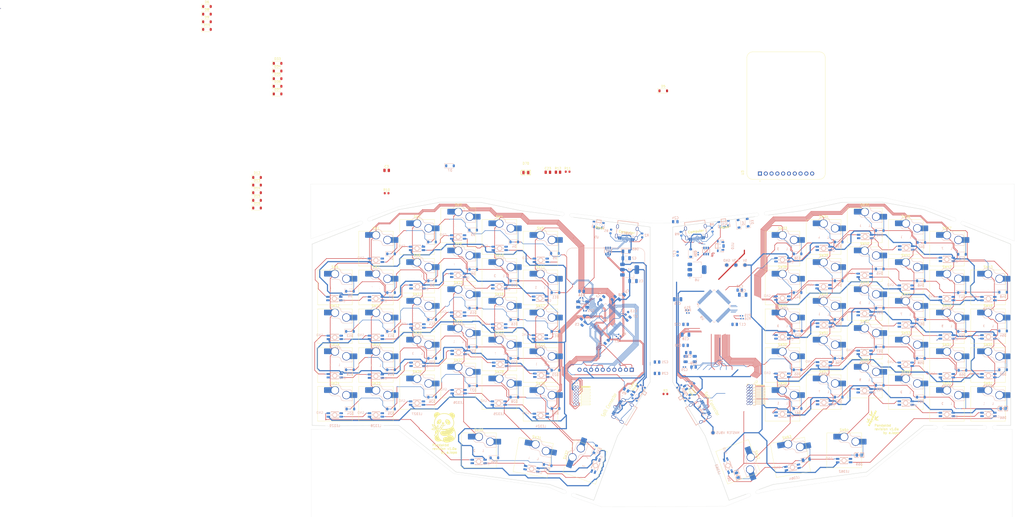
<source format=kicad_pcb>
(kicad_pcb (version 20241229) (generator "pcbnew") (generator_version "9.0")
  (title_block (title "yellow_panda") (rev "v1.0.0") (company "Unknown"))
  (layers (0 "F.Cu" signal) (2 "B.Cu" signal) (13 "F.Paste" user) (15 "B.Paste" user) (5 "F.SilkS" user "F.Silkscreen") (7 "B.SilkS" user "B.Silkscreen") (1 "F.Mask" user) (3 "B.Mask" user) (25 "Edge.Cuts" user))
  (net 0 "")
  (net 1 "Net-(D6-A)")
  (net 2 "Net-(D7-A)")
  (net 3 "Net-(D8-A)")
  (net 4 "Net-(D9-A)")
  (net 5 "Net-(D10-A)")
  (net 6 "Net-(D11-A)")
  (net 7 "Net-(D12-A)")
  (net 8 "Net-(D13-A)")
  (net 9 "Net-(D14-A)")
  (net 10 "Net-(D15-A)")
  (net 11 "Net-(D16-A)")
  (net 12 "Net-(D23-A)")
  (net 13 "Net-(D24-A)")
  (net 14 "Net-(D25-A)")
  (net 15 "Net-(D26-A)")
  (net 16 "Net-(D27-A)")
  (net 17 "Net-(D28-A)")
  (net 18 "Net-(D29-A)")
  (net 19 "Net-(D30-A)")
  (net 20 "Net-(D31-A)")
  (net 21 "Net-(D32-A)")
  (net 22 "Net-(D34-A)")
  (net 23 "Net-(D35-A)")
  (net 24 "OSC IN^{a}")
  (net 25 "Net-(D37-A)")
  (net 26 "Net-(D38-A)")
  (net 27 "Net-(D39-A)")
  (net 28 "Net-(D40-A)")
  (net 29 "Net-(D41-A)")
  (net 30 "Net-(D42-A)")
  (net 31 "Net-(D43-A)")
  (net 32 "Net-(D44-A)")
  (net 33 "Net-(D45-A)")
  (net 34 "Net-(D46-A)")
  (net 35 "Net-(D47-A)")
  (net 36 "Net-(D48-A)")
  (net 37 "Net-(D49-A)")
  (net 38 "Net-(D50-A)")
  (net 39 "Net-(D51-A)")
  (net 40 "Net-(D52-A)")
  (net 41 "Net-(D53-A)")
  (net 42 "Net-(D54-A)")
  (net 43 "Net-(D55-A)")
  (net 44 "Net-(D56-A)")
  (net 45 "Net-(D57-A)")
  (net 46 "Net-(D58-A)")
  (net 47 "Net-(D59-A)")
  (net 48 "Net-(D60-A)")
  (net 49 "Net-(D61-A)")
  (net 50 "Net-(D62-A)")
  (net 51 "Net-(D63-A)")
  (net 52 "Net-(D64-A)")
  (net 53 "Net-(D67-A)")
  (net 54 "Net-(U4-VCAP_1)")
  (net 55 "Net-(U9-VCAP_1)")
  (net 56 "Net-(LED5-DOUT)")
  (net 57 "GND")
  (net 58 "+3.3V")
  (net 59 "+5V")
  (net 61 "Net-(D66-A)")
  (net 62 "Net-(D69-A)")
  (net 64 "OSC OUT^{a}")
  (net 65 "OSC IN^{b}")
  (net 66 "OSC OUT^{b}")
  (net 67 "Net-(D1-A)")
  (net 68 "Net-(D2-A)")
  (net 69 "/right/VBUSb")
  (net 70 "Net-(LED7-DIN)")
  (net 71 "Net-(LED8-DIN)")
  (net 72 "Net-(LED13-DIN)")
  (net 73 "Net-(LED16-DOUT)")
  (net 74 "Net-(LED11-DIN)")
  (net 75 "Net-(LED12-DIN)")
  (net 76 "Net-(LED17-DOUT)")
  (net 77 "Net-(LED19-DIN)")
  (net 78 "Net-(LED20-DIN)")
  (net 79 "Net-(LED27-DOUT)")
  (net 80 "Net-(D17-A)")
  (net 81 "Net-(D18-A)")
  (net 82 "Net-(D19-A)")
  (net 83 "Net-(D20-A)")
  (net 84 "Net-(D21-A)")
  (net 85 "Net-(D22-A)")
  (net 86 "Net-(LED1-DOUT)")
  (net 87 "Net-(LED2-DOUT)")
  (net 88 "Net-(LED3-DOUT)")
  (net 89 "Net-(LED4-DOUT)")
  (net 90 "Net-(LED21-DIN)")
  (net 91 "Net-(LED22-DIN)")
  (net 92 "Net-(LED23-DIN)")
  (net 93 "Net-(LED28-DOUT)")
  (net 94 "Net-(LED10-DIN)")
  (net 95 "Net-(LED10-DOUT)")
  (net 96 "Net-(LED29-DOUT)")
  (net 97 "Net-(LED30-DOUT)")
  (net 98 "Net-(LED13-DOUT)")
  (net 99 "Net-(LED14-DOUT)")
  (net 100 "Net-(LED15-DOUT)")
  (net 101 "Net-(LED31-DIN)")
  (net 103 "Net-(LED18-DOUT)")
  (net 104 "Net-(LED19-DOUT)")
  (net 105 "Net-(LED38-DOUT)")
  (net 106 "Net-(LED39-DOUT)")
  (net 107 "Net-(LED40-DIN)")
  (net 108 "Net-(LED41-DIN)")
  (net 109 "Net-(LED42-DIN)")
  (net 110 "Net-(LED25-DOUT)")
  (net 111 "Net-(LED26-DOUT)")
  (net 112 "Net-(LED48-DOUT)")
  (net 113 "Net-(LED49-DOUT)")
  (net 114 "Net-(LED51-DIN)")
  (net 115 "Net-(LED52-DIN)")
  (net 116 "Net-(LED59-DOUT)")
  (net 117 "Net-(LED60-DOUT)")
  (net 119 "unconnected-(J1-JRCLK{slash}NC-Pad9)")
  (net 121 "unconnected-(J1-NC-Pad1)")
  (net 127 "LEDsa")
  (net 128 "VBUS MASTER HALF")
  (net 129 "Net-(LED61-DOUT)")
  (net 130 "Net-(LED62-DOUT)")
  (net 131 "Net-(LED63-DIN)")
  (net 133 "Net-(U9-PA11)")
  (net 134 "Net-(U9-PA12)")
  (net 135 "Net-(LED33-DOUT)")
  (net 136 "LEDsb")
  (net 137 "Net-(LED34-DOUT)")
  (net 138 "Net-(LED35-DOUT)")
  (net 139 "Net-(LED36-DOUT)")
  (net 140 "Net-(LED37-DOUT)")
  (net 143 "Net-(LED39-DIN)")
  (net 144 "+3.3V_{slave}")
  (net 147 "Net-(LED43-DIN)")
  (net 148 "Net-(LED45-DOUT)")
  (net 149 "Net-(LED46-DOUT)")
  (net 150 "Net-(LED47-DOUT)")
  (net 153 "Net-(LED50-DOUT)")
  (net 154 "Net-(LED51-DOUT)")
  (net 155 "/left/BOOT0a")
  (net 156 "Net-(R5-Pad2)")
  (net 157 "Net-(LED53-DIN)")
  (net 158 "Net-(LED54-DIN)")
  (net 159 "Net-(LED55-DIN)")
  (net 160 "Net-(LED57-DOUT)")
  (net 161 "Net-(LED58-DOUT)")
  (net 162 "Net-(USBC3-CC2)")
  (net 163 "Net-(USBC3-CC1)")
  (net 164 "/right/BOOT0b")
  (net 165 "/right/SW_BOOT0b")
  (net 166 "SWDIOb")
  (net 167 "SWOb")
  (net 168 "UART_RXb")
  (net 169 "RESETb")
  (net 170 "UART_TXb")
  (net 171 "SWCLKb")
  (net 172 "USBDb+")
  (net 173 "USBDb-")
  (net 174 "USB^{b}D+")
  (net 175 "COL1b")
  (net 176 "COL5b")
  (net 177 "ROW1b")
  (net 178 "COL2b")
  (net 179 "COL4b")
  (net 180 "ROW0b")
  (net 181 "ROW2b")
  (net 182 "COL3b")
  (net 183 "COL0b")
  (net 184 "ROW3b")
  (net 185 "ROW5b")
  (net 186 "ROW4b")
  (net 187 "Net-(USBC1-CC1)")
  (net 188 "Net-(USBC1-CC2)")
  (net 189 "Net-(USBC1-DN1)")
  (net 190 "Net-(USBC1-DP1)")
  (net 193 "USB^{b}D-")
  (net 201 "ROW5^{a}")
  (net 202 "Net-(D3-A)")
  (net 203 "Net-(D4-A)")
  (net 204 "Net-(D5-A)")
  (net 205 "Net-(D70-A)")
  (net 206 "Net-(U4-PA11)")
  (net 207 "Net-(U4-PA12)")
  (net 208 "LEDs^{b}")
  (net 209 "USART_RX^{b}")
  (net 210 "ROW3^{b}")
  (net 211 "MISO^{b}")
  (net 215 "COL5^{b}")
  (net 216 "CS^{b}")
  (net 220 "SWDIO^{b}")
  (net 221 "ROW5^{b}")
  (net 222 "ROW2^{b}")
  (net 226 "SWCLK^{b}")
  (net 228 "MOSI^{b}")
  (net 229 "COL3^{b}")
  (net 231 "UART_TX^{b}")
  (net 234 "ROW4^{b}")
  (net 235 "COL2^{b}")
  (net 236 "SDCS^{b}")
  (net 238 "USART1_TX^{b}")
  (net 239 "SCK^{b}")
  (net 240 "COL0^{b}")
  (net 241 "SWO^{b}")
  (net 243 "LCDReset^{b}")
  (net 244 "ScreenBright^{b}")
  (net 245 "ROW1^{b}")
  (net 246 "DataCommand^{b}")
  (net 247 "unconnected-(U9-PB12-Pad33)")
  (net 248 "UART_RX^{b}")
  (net 250 "COL1^{b}")
  (net 254 "Net-(USBC3-DP1)")
  (net 255 "Net-(USBC3-DN1)")
  (net 256 "USART_TX^{b}")
  (net 263 "+5V_{slave}")
  (net 268 "Net-(D33-A)")
  (net 269 "Net-(D36-A)")
  (net 274 "+3.3V_{master}")
  (net 277 "RESET^{a}")
  (net 278 "SWDIO^{a}")
  (net 279 "SWO^{a}")
  (net 280 "UART_RX^{a}")
  (net 281 "UART_TX^{a}")
  (net 282 "SWCLK^{a}")
  (net 283 "USB^{a}D-")
  (net 284 "USB^{a}D+")
  (net 285 "SCK^{a}")
  (net 286 "MISO^{a}")
  (net 287 "ScreenBright^{a}")
  (net 288 "COL4^{a}")
  (net 289 "USART_RX^{a}")
  (net 290 "DataCommand^{a}")
  (net 291 "SDCS^{a}")
  (net 292 "COL3^{a}")
  (net 293 "ROW0^{a}")
  (net 294 "COL5^{a}")
  (net 295 "MOSI^{a}")
  (net 296 "ROW4^{a}")
  (net 297 "ROW3^{a}")
  (net 298 "LCDReset^{a}")
  (net 299 "COL0^{a}")
  (net 300 "ROW1^{a}")
  (net 301 "COL2^{a}")
  (net 302 "LEDs^{a}")
  (net 303 "CS^{a}")
  (net 304 "ROW2^{a}")
  (net 305 "COL1^{a}")
  (net 306 "USART_TX^{a}")
  (net 307 "+5V_{master}")
  (net 312 "/left/VBUS_{a}")
  (footprint "Diode_SMD:D_SOD-123" (layer "F.Cu") (at 33.35 29.45)
    (property "Reference" "D34")
    (property "Value" "1N4148W")
  )
  (footprint "PCM_Switch_Keyboard_Hotswap_Kailh:SW_Hotswap_Kailh_Choc_V1_Plated_1.00u" (layer "F.Cu") (at 308.4575 153.2)
    (property "Reference" "SW53")
    (property "Value" "1N4148W")
  )
  (footprint "PCM_Switch_Keyboard_Hotswap_Kailh:SW_Hotswap_Kailh_Choc_V1_Plated_1.00u" (layer "F.Cu") (at 254.4575 175.3)
    (property "Reference" "SW56")
    (property "Value" "1N4148W")
  )
  (footprint "stm32:bamboo" (layer "F.Cu") (at 294 181.8 -20)
    (property "Reference" "G***" (hide yes))
    (property "Value" "LOGO" (hide yes))
  )
  (footprint "MountingHole:MountingHole_2.2mm_M2" (layer "F.Cu") (at 335.4 132.8)
    (property "Reference" "REF**" (hide yes))
    (property "Value" "MountingHole_2.2mm_M2" (hide yes))
  )
  (footprint "MountingHole:MountingHole_2.2mm_M2" (layer "F.Cu") (at 139.4 110.8)
    (property "Reference" "REF**" (hide yes))
    (property "Value" "MountingHole_2.2mm_M2" (hide yes))
  )
  (footprint "Diode_SMD:D_SOD-123" (layer "F.Cu") (at 24.35 79.45)
    (property "Reference" "D13")
    (property "Value" "1N4148W")
  )
  (footprint "PCM_Switch_Keyboard_Hotswap_Kailh:SW_Hotswap_Kailh_Choc_V1_Plated_1.00u" (layer "F.Cu") (at 308.4575 170.2)
    (property "Reference" "SW59")
    (property "Value" "1N4148W")
  )
  (footprint "PCM_JLCPCB:MouseBites, Cosmetic, JLCPCB, 1.6mm" (layer "F.Cu") (at 333.934803 97.193925 68)
    (property "Reference" "REF**" (hide yes))
    (property "Value" "MouseBites, Cosmetic, JLCPCB, 1.6mm" (hide yes))
    (fp_line (start 0 -6) (end 0 -5) (stroke (width 0.05)) (layer "Edge.Cuts"))
    (fp_line (start 1.599998 -6) (end 1.600001 -5.000001) (stroke (width 0.05)) (layer "Edge.Cuts"))
    (fp_line (start 0 0) (end 0 -1) (stroke (width 0.05)) (layer "Edge.Cuts"))
    (fp_line (start 1.599998 -0.000001) (end 1.6 -1) (stroke (width 0.05)) (layer "Edge.Cuts"))
    (fp_arc (start 1.600001 -5.000001) (mid 0.800001 -4.199999) (end 0 -5) (stroke (width 0.05)) (layer "Edge.Cuts"))
    (fp_arc (start 0 -1) (mid 0.799998 -1.800001) (end 1.6 -1) (stroke (width 0.05)) (layer "Edge.Cuts"))
  )
  (footprint "Capacitor_SMD:C_0805_2012Metric" (layer "F.Cu") (at 81.1075 73)
    (property "Reference" "C3")
    (property "Value" "100nF")
  )
  (footprint "PCM_JLCPCB:MouseBites, Cosmetic, JLCPCB, 1.6mm" (layer "F.Cu") (at 244.69882 214.38723 110)
    (property "Reference" "REF**" (hide yes))
    (property "Value" "MouseBites, Cosmetic, JLCPCB, 1.6mm" (hide yes))
    (fp_line (start 1.599997 -6) (end 1.600001 -5) (stroke (width 0.05)) (layer "Edge.Cuts"))
    (fp_line (start 0 -6) (end 0 -5) (stroke (width 0.05)) (layer "Edge.Cuts"))
    (fp_line (start 1.599998 -0.000001) (end 1.600001 -0.999999) (stroke (width 0.05)) (layer "Edge.Cuts"))
    (fp_line (start 0 0) (end 0 -1) (stroke (width 0.05)) (layer "Edge.Cuts"))
    (fp_arc (start 1.600001 -5) (mid 0.800001 -4.199998) (end 0 -5) (stroke (width 0.05)) (layer "Edge.Cuts"))
    (fp_arc (start 0 -1) (mid 0.799998 -1.8) (end 1.600001 -0.999999) (stroke (width 0.05)) (layer "Edge.Cuts"))
  )
  (footprint "PCM_Switch_Keyboard_Hotswap_Kailh:SW_Hotswap_Kailh_Choc_V1_Plated_1.00u" (layer "F.Cu") (at 308.4575 102.2)
    (property "Reference" "SW36")
    (property "Value" "1N4148W")
  )
  (footprint "PCM_Switch_Keyboard_Hotswap_Kailh:SW_Hotswap_Kailh_Choc_V1_Plated_1.50u" (layer "F.Cu") (at 234.966415 200.741045 -70)
    (property "Reference" "SW62")
    (property "Value" "1N4148W")
  )
  (footprint "MountingHole:MountingHole_2.2mm_M2" (layer "F.Cu") (at 139.4 161.8)
    (property "Reference" "REF**" (hide yes))
    (property "Value" "MountingHole_2.2mm_M2" (hide yes))
  )
  (footprint "MountingHole:MountingHole_2.2mm_M2" (layer "F.Cu") (at 299.4 139.4)
    (property "Reference" "REF**" (hide yes))
    (property "Value" "MountingHole_2.2mm_M2" (hide yes))
  )
  (footprint "MountingHole:MountingHole_2.2mm_M2" (layer "F.Cu") (at 85.2 98.6)
    (property "Reference" "REF**" (hide yes))
    (property "Value" "MountingHole_2.2mm_M2" (hide yes))
  )
  (footprint "Resistor_SMD:R_0603_1608Metric" (layer "F.Cu") (at 81.0875 83)
    (property "Reference" "R10")
    (property "Value" "33Ω")
  )
  (footprint "Diode_SMD:D_SOD-123" (layer "F.Cu") (at 33.35 39.5)
    (property "Reference" "D37")
    (property "Value" "1N4148W")
  )
  (footprint "MountingHole:MountingHole_2.2mm_M2" (layer "F.Cu") (at 281.2 182.2)
    (property "Reference" "REF**" (hide yes))
    (property "Value" "MountingHole_2.2mm_M2" (hide yes))
  )
  (footprint "PCM_Switch_Keyboard_Hotswap_Kailh:SW_Hotswap_Kailh_Choc_V1_Plated_1.00u" (layer "F.Cu") (at 130.4575 102.2)
    (property "Reference" "SW4")
    (property "Value" "1N4148W")
  )
  (footprint "MountingHole:MountingHole_2.2mm_M2" (layer "F.Cu") (at 103.4 110.6)
    (property "Reference" "REF**" (hide yes))
    (property "Value" "MountingHole_2.2mm_M2" (hide yes))
  )
  (footprint "PCM_Switch_Keyboard_Hotswap_Kailh:SW_Hotswap_Kailh_Choc_V1_Plated_1.00u" (layer "F.Cu") (at 94.4575 170.2)
    (property "Reference" "SW26")
    (property "Value" "1N4148W")
  )
  (footprint "Diode_SMD:D_SOD-123" (layer "F.Cu") (at 2.42 11.225)
    (property "Reference" "D10")
    (property "Value" "1N4148W")
  )
  (footprint "PCM_JLCPCB:MouseBites, Cosmetic, JLCPCB, 1.6mm" (layer "F.Cu") (at 79.956282 186.439975 90)
    (property "Reference" "REF**" (hide yes))
    (property "Value" "MouseBites, Cosmetic, JLCPCB, 1.6mm" (hide yes))
    (fp_line (start 1.599998 -6) (end 1.6 -5) (stroke (width 0.05)) (layer "Edge.Cuts"))
    (fp_line (start 0 -6) (end 0 -5) (stroke (width 0.05)) (layer "Edge.Cuts"))
    (fp_line (start 1.599998 -0.000001) (end 1.600001 -0.999999) (stroke (width 0.05)) (layer "Edge.Cuts"))
    (fp_line (start 0 0) (end 0 -1) (stroke (width 0.05)) (layer "Edge.Cuts"))
    (fp_arc (start 1.6 -5) (mid 0.800001 -4.199999) (end 0 -5) (stroke (width 0.05)) (layer "Edge.Cuts"))
    (fp_arc (start 0 -1) (mid 0.799999 -1.8) (end 1.600001 -0.999999) (stroke (width 0.05)) (layer "Edge.Cuts"))
  )
  (footprint "PCM_Switch_Keyboard_Hotswap_Kailh:SW_Hotswap_Kailh_Choc_V1_Plated_1.00u" (layer "F.Cu") (at 344.4575 175.3)
    (property "Reference" "SW61")
    (property "Value" "1N4148W")
  )
  (footprint "PCM_Switch_Keyboard_Hotswap_Kailh:SW_Hotswap_Kailh_Choc_V1_Plated_1.00u" (layer "F.Cu") (at 58.4575 141.3)
    (property "Reference" "SW12")
    (property "Value" "1N4148W")
  )
  (footprint "PCM_Switch_Keyboard_Hotswap_Kailh:SW_Hotswap_Kailh_Choc_V1_Plated_1.00u" (layer "F.Cu") (at 254.4575 141.3)
    (property "Reference" "SW44")
    (property "Value" "1N4148W")
  )
  (footprint "PCM_Switch_Keyboard_Hotswap_Kailh:SW_Hotswap_Kailh_Choc_V1_Plated_1.00u" (layer "F.Cu") (at 290.4575 131.1)
    (property "Reference" "SW46")
    (property "Value" "1N4148W")
  )
  (footprint "MountingHole:MountingHole_2.2mm_M2" (layer "F.Cu") (at 67.4 132.8)
    (property "Reference" "REF**" (hide yes))
    (property "Value" "MountingHole_2.2mm_M2" (hide yes))
  )
  (footprint "PCM_Switch_Keyboard_Hotswap_Kailh:SW_Hotswap_Kailh_Choc_V1_Plated_1.00u" (layer "F.Cu") (at 76.445 107.3)
    (property "Reference" "SW1")
    (property "Value" "1N4148W")
  )
  (footprint "PCM_Switch_Keyboard_Hotswap_Kailh:SW_Hotswap_Kailh_Choc_V1_Plated_1.00u" (layer "F.Cu") (at 130.4575 153.2)
    (property "Reference" "SW22")
    (property "Value" "1N4148W")
  )
  (footprint "PCM_Switch_Keyboard_Hotswap_Kailh:SW_Hotswap_Kailh_Choc_V1_Plated_1.00u" (layer "F.Cu") (at 254.4575 158.3)
    (property "Reference" "SW50")
    (property "Value" "1N4148W")
  )
  (footprint "PCM_Switch_Keyboard_Hotswap_Kailh:SW_Hotswap_Kailh_Choc_V1_Plated_1.00u" (layer "F.Cu") (at 308.4575 136.2)
    (property "Reference" "SW47")
    (property "Value" "1N4148W")
  )
  (footprint "PCM_Switch_Keyboard_Hotswap_Kailh:SW_Hotswap_Kailh_Choc_V1_Plated_1.00u" (layer "F.Cu") (at 94.5075 136.2)
    (property "Reference" "SW14")
    (property "Value" "1N4148W")
  )
  (footprint "PCM_Switch_Keyboard_Hotswap_Kailh:SW_Hotswap_Kailh_Choc_V1_Plated_1.00u" (layer "F.Cu") (at 58.4575 175.3)
    (property "Reference" "SW24")
    (property "Value" "1N4148W")
  )
  (footprint "Connector_PinHeader_1.27mm:PinHeader_2x07_P1.27mm_Horizontal" (layer "F.Cu") (at 239.73 167.38)
    (property "Reference" "J2")
    (property "Value" "Conn_ST_STDC14")
  )
  (footprint "PCM_Switch_Keyboard_Hotswap_Kailh:SW_Hotswap_Kailh_Choc_V1_Plated_1.00u" (layer "F.Cu") (at 112.4575 97.1)
    (property "Reference" "SW3")
    (property "Value" "1N4148W")
  )
  (footprint "easyeda2kicad:LED0805-R-RD" (layer "F.Cu") (at 142.055 73.96)
    (property "Reference" "D70")
    (property "Value" "YLED")
  )
  (footprint "MountingHole:MountingHole_2.2mm_M2" (layer "F.Cu") (at 299.4 156.6)
    (property "Reference" "REF**" (hide yes))
    (property "Value" "MountingHole_2.2mm_M2" (hide yes))
  )
  (footprint "PCM_Switch_Keyboard_Hotswap_Kailh:SW_Hotswap_Kailh_Choc_V1_Plated_1.00u" (layer "F.Cu") (at 130.4575 119.2)
    (property "Reference" "SW10")
    (property "Value" "1N4148W")
  )
  (footprint "PCM_Switch_Keyboard_Hotswap_Kailh:SW_Hotswap_Kailh_Choc_V1_Plated_1.00u" (layer "F.Cu") (at 112.4575 165.1)
    (property "Reference" "SW27")
    (property "Value" "1N4148W")
  )
  (footprint "MountingHole:MountingHole_2.2mm_M2" (layer "F.Cu") (at 335.4 115.8)
    (property "Reference" "REF**" (hide yes))
    (property "Value" "MountingHole_2.2mm_M2" (hide yes))
  )
  (footprint "PCM_Switch_Keyboard_Hotswap_Kailh:SW_Hotswap_Kailh_Choc_V1_Plated_1.00u" (layer "F.Cu") (at 344.4575 124.3)
    (property "Reference" "SW43")
    (property "Value" "1N4148W")
  )
  (footprint "MountingHole:MountingHole_2.2mm_M2" (layer "F.Cu") (at 134.2 190)
    (property "Reference" "REF**" (hide yes))
    (property "Value" "MountingHole_2.2mm_M2" (hide yes))
  )
  (footprint "clipboard:bf87ff4d-921f-4e46-abc4-457b704bfae1" (layer "F.Cu") (at 213 170.75)
    (property "Reference" "")
    (property "Value" "")
  )
  (footprint "PCM_Switch_Keyboard_Hotswap_Kailh:SW_Hotswap_Kailh_Choc_V1_Plated_1.00u" (layer "F.Cu") (at 326.4575 107.3)
    (property "Reference" "SW37")
    (property "Value" "1N4148W")
  )
  (footprint "stm32:panda" (layer "F.Cu") (at 106.4 185.6)
    (property "Reference" "G" (hide yes))
    (property "Value" "LOGO" (hide yes))
  )
  (footprint "MountingHole:MountingHole_2.2mm_M2" (layer "F.Cu") (at 121.4 182.4)
    (property "Reference" "REF**" (hide yes))
    (property "Value" "MountingHole_2.2mm_M2" (hide yes))
  )
  (footprint "Diode_SMD:D_SOD-123" (layer "F.Cu") (at 24.35 76.1)
    (property "Reference" "D12")
    (property "Value" "1N4148W")
  )
  (footprint "MountingHole:MountingHole_2.2mm_M2" (layer "F.Cu") (at 103.4 127.8)
    (property "Reference" "REF**" (hide yes))
    (property "Value" "MountingHole_2.2mm_M2" (hide yes))
  )
  (footprint "PCM_Switch_Keyboard_Hotswap_Kailh:SW_Hotswap_Kailh_Choc_V1_Plated_1.00u" (layer "F.Cu") (at 326.4575 141.3)
    (property "Reference" "SW48")
    (property "Value" "1N4148W")
  )
  (footprint "MountingHole:MountingHole_2.2mm_M2" (layer "F.Cu") (at 244.4 193)
    (property "Reference" "REF**" (hide yes))
    (property "Value" "MountingHole_2.2mm_M2" (hide yes))
  )
  (footprint "PCM_Switch_Keyboard_Hotswap_Kailh:SW_Hotswap_Kailh_Choc_V1_Plated_1.00u" (layer "F.Cu") (at 76.4575 141.3)
    (property "Reference" "SW13")
    (property "Value" "1N4148W")
  )
  (footprint "MountingHole:MountingHole_2.2mm_M2" (layer "F.Cu") (at 335.473974 149.785849)
    (property "Reference" "REF**" (hide yes))
    (property "Value" "MountingHole_2.2mm_M2" (hide yes))
  )
  (footprint "Capacitor_SMD:C_0805_2012Metric" (layer "F.Cu") (at 151.705 73.82)
    (property "Reference" "C23")
    (property "Value" "100nF")
  )
  (footprint "Diode_SMD:D_SOD-123" (layer "F.Cu") (at 2.42 1.175)
    (property "Reference" "D6")
    (property "Value" "1N4148W")
  )
  (footprint "MountingHole:MountingHole_2.2mm_M2" (layer "F.Cu") (at 103.4 161.8)
    (property "Reference" "REF**" (hide yes))
    (property "Value" "MountingHole_2.2mm_M2" (hide yes))
  )
  (footprint "PCM_Switch_Keyboard_Hotswap_Kailh:SW_Hotswap_Kailh_Choc_V1_Plated_1.00u" (layer "F.Cu") (at 148.4575 107.3)
    (property "Reference" "SW5")
    (property "Value" "1N4148W")
  )
  (footprint "PCM_JLCPCB:MouseBites, Cosmetic, JLCPCB, 1.6mm" (layer "F.Cu") (at 348.16225 186.414574 90)
    (property "Reference" "REF**" (hide yes))
    (property "Value" "MouseBites, Cosmetic, JLCPCB, 1.6mm" (hide yes))
    (fp_line (start 1.599998 -6) (end 1.6 -5) (stroke (width 0.05)) (layer "Edge.Cuts"))
    (fp_line (start 0 -6) (end 0 -5) (stroke (width 0.05)) (layer "Edge.Cuts"))
    (fp_line (start 1.599998 -0.000001) (end 1.600001 -0.999999) (stroke (width 0.05)) (layer "Edge.Cuts"))
    (fp_line (start 0 0) (end 0 -1) (stroke (width 0.05)) (layer "Edge.Cuts"))
    (fp_arc (start 1.6 -5) (mid 0.800001 -4.199999) (end 0 -5) (stroke (width 0.05)) (layer "Edge.Cuts"))
    (fp_arc (start 0 -1) (mid 0.799999 -1.8) (end 1.600001 -0.999999) (stroke (width 0.05)) (layer "Edge.Cuts"))
  )
  (footprint "PCM_Switch_Keyboard_Hotswap_Kailh:SW_Hotswap_Kailh_Choc_V1_Plated_1.00u" (layer "F.Cu") (at 290.4575 148.1)
    (property "Reference" "SW52")
    (property "Value" "1N4148W")
  )
  (footprint "MountingHole:MountingHole_2.2mm_M2" (layer "F.Cu") (at 299.4 122.2)
    (property "Reference" "REF**" (hide yes))
    (property "Value" "MountingHole_2.2mm_M2" (hide yes))
  )
  (footprint "easyeda2kicad:MODULE_358" (layer "F.Cu") (at 256 49 90)
    (property "Reference" "U3")
    (property "Value" "358")
  )
  (footprint "" (layer "F.Cu") (at 263.4 166.8)
    (property "Reference" "")
    (property "Value" "")
  )
  (footprint "MountingHole:MountingHole_2.2mm_M2" (layer "F.Cu") (at 139.4 144.8)
    (property "Reference" "REF**" (hide yes))
    (property "Value" "MountingHole_2.2mm_M2" (hide yes))
  )
  (footprint "PCM_JLCPCB:MouseBites, Cosmetic, JLCPCB, 1.6mm" (layer "F.Cu") (at 248.303545 92.556744 97)
    (property "Reference" "REF**" (hide yes))
    (property "Value" "MouseBites, Cosmetic, JLCPCB, 1.6mm" (hide yes))
    (fp_line (start 1.599997 -5.999999) (end 1.600001 -5) (stroke (width 0.05)) (layer "Edge.Cuts"))
    (fp_line (start 0 -6) (end 0 -5) (stroke (width 0.05)) (layer "Edge.Cuts"))
    (fp_line (start 1.599997 -0.000001) (end 1.6 -0.999999) (stroke (width 0.05)) (layer "Edge.Cuts"))
    (fp_line (start 0 0) (end 0 -1) (stroke (width 0.05)) (layer "Edge.Cuts"))
    (fp_arc (start 1.600001 -5) (mid 0.800001 -4.199999) (end 0 -5) (stroke (width 0.05)) (layer "Edge.Cuts"))
    (fp_arc (start 0 -1) (mid 0.799999 -1.8) (end 1.6 -0.999999) (stroke (width 0.05)) (layer "Edge.Cuts"))
  )
  (footprint "PCM_JLCPCB:MouseBites, Cosmetic, JLCPCB, 1.6mm" (layer "F.Cu") (at 163.431639 216.391161 70)
    (property "Reference" "REF**" (hide yes))
    (property "Value" "MouseBites, Cosmetic, JLCPCB, 1.6mm" (hide yes))
    (fp_line (start 0 -6) (end 0 -5) (stroke (width 0.05)) (layer "Edge.Cuts"))
    (fp_line (start 1.599999 -6) (end 1.6 -5) (stroke (width 0.05)) (layer "Edge.Cuts"))
    (fp_line (start 0 0) (end 0 -1) (stroke (width 0.05)) (layer "Edge.Cuts"))
    (fp_line (start 1.599998 -0.000001) (end 1.600001 -1) (stroke (width 0.05)) (layer "Edge.Cuts"))
    (fp_arc (start 1.6 -5) (mid 0.800001 -4.199999) (end 0 -5) (stroke (width 0.05)) (layer "Edge.Cuts"))
    (fp_arc (start 0 -1) (mid 0.799999 -1.8) (end 1.600001 -1) (stroke (width 0.05)) (layer "Edge.Cuts"))
  )
  (footprint "PCM_Switch_Keyboard_Hotswap_Kailh:SW_Hotswap_Kailh_Choc_V1_Plated_1.00u" (layer "F.Cu") (at 76.4575 175.3)
    (property "Reference" "SW25")
    (property "Value" "1N4148W")
  )
  (footprint "MountingHole:MountingHole_2.2mm_M2" (layer "F.Cu") (at 67.4 116)
    (property "Reference" "REF**" (hide yes))
    (property "Value" "MountingHole_2.2mm_M2" (hide yes))
  )
  (footprint "Resistor_SMD:R_0805_2012Metric" (layer "F.Cu") (at 156.135 73.79)
    (property "Reference" "R12")
    (property "Value" "10kΩ")
  )
  (footprint "PCM_Switch_Keyboard_Hotswap_Kailh:SW_Hotswap_Kailh_Choc_V1_Plated_1.00u" (layer "F.Cu") (at 326.4575 158.3)
    (property "Reference" "SW54")
    (property "Value" "1N4148W")
  )
  (footprint "PCM_Switch_Keyboard_Hotswap_Kailh:SW_Hotswap_Kailh_Choc_V1_Plated_1.00u" (layer "F.Cu") (at 290.4575 114.1)
    (property "Reference" "SW40")
    (property "Value" "1N4148W")
  )
  (footprint "Resistor_SMD:R_0603_1608Metric" (layer "F.Cu") (at 160.345 73.57)
    (property "Reference" "R11")
    (property "Value" "300")
  )
  (footprint "PCM_Switch_Keyboard_Hotswap_Kailh:SW_Hotswap_Kailh_Choc_V1_Plated_1.00u" (layer "F.Cu") (at 94.4575 119.2)
    (property "Reference" "SW8")
    (property "Value" "1N4148W")
  )
  (footprint "PCM_Switch_Keyboard_Hotswap_Kailh:SW_Hotswap_Kailh_Choc_V1_Plated_1.00u" (layer "F.Cu") (at 308.4575 119.2)
    (property "Reference" "SW41")
    (property "Value" "1N4148W")
  )
  (footprint "PCM_Switch_Keyboard_Hotswap_Kailh:SW_Hotswap_Kailh_Choc_V1_Plated_1.00u" (layer "F.Cu") (at 290.4575 97.1)
    (property "Reference" "SW35")
    (property "Value" "1N4148W")
  )
  (footprint "PCM_Switch_Keyboard_Hotswap_Kailh:SW_Hotswap_Kailh_Choc_V1_Plated_1.00u" (layer "F.Cu") (at 272.4575 102.2)
    (property "Reference" "SW34")
    (property "Value" "1N4148W")
  )
  (footprint "PCM_Switch_Keyboard_Hotswap_Kailh:SW_Hotswap_Kailh_Choc_V1_Plated_1.00u" (layer "F.Cu") (at 272.4575 119.2)
    (property "Reference" "SW39")
    (property "Value" "1N4148W")
  )
  (footprint "PCM_Switch_Keyboard_Hotswap_Kailh:SW_Hotswap_Kailh_Choc_V1_Plated_1.00u" (layer "F.Cu") (at 290.4575 165.1)
    (property "Reference" "SW58")
    (property "Value" "1N4148W")
  )
  (footprint "PCM_JLCPCB:MouseBites, Cosmetic, JLCPCB, 1.6mm" (layer "F.Cu") (at 326.405267 186.399999 90)
    (property "Reference" "REF**" (hide yes))
    (property "Value" "MouseBites, Cosmetic, JLCPCB, 1.6mm" (hide yes))
    (fp_line (start 1.599998 -6) (end 1.6 -5) (stroke (width 0.05)) (layer "Edge.Cuts"))
    (fp_line (start 0 -6) (end 0 -5) (stroke (width 0.05)) (layer "Edge.Cuts"))
    (fp_line (start 1.599998 -0.000001) (end 1.600001 -0.999999) (stroke (width 0.05)) (layer "Edge.Cuts"))
    (fp_line (start 0 0) (end 0 -1) (stroke (width 0.05)) (layer "Edge.Cuts"))
    (fp_arc (start 1.6 -5) (mid 0.800001 -4.199999) (end 0 -5) (stroke (width 0.05)) (layer "Edge.Cuts"))
    (fp_arc (start 0 -1) (mid 0.799999 -1.8) (end 1.600001 -0.999999) (stroke (width 0.05)) (layer "Edge.Cuts"))
  )
  (footprint "PCM_Switch_Keyboard_Hotswap_Kailh:SW_Hotswap_Kailh_Choc_V1_Plated_1.00u" (layer "F.Cu") (at 58.4575 158.3)
    (property "Reference" "SW18")
    (property "Value" "1N4148W")
  )
  (footprint "PCM_Switch_Keyboard_Hotswap_Kailh:SW_Hotswap_Kailh_Choc_V1_Plated_1.00u" (layer "F.Cu") (at 254.4575 107.3)
    (property "Reference" "SW33")
    (property "Value" "1N4148W")
  )
  (footprint "PCM_Switch_Keyboard_Hotswap_Kailh:SW_Hotswap_Kailh_Choc_V1_Plated_1.00u" (layer "F.Cu") (at 326.4575 175.3)
    (property "Reference" "SW60")
    (property "Value" "1N4148W")
  )
  (footprint "PCM_Switch_Keyboard_Hotswap_Kailh:SW_Hotswap_Kailh_Choc_V1_Plated_1.00u" (layer "F.Cu") (at 112.4575 114.1)
    (property "Reference" "SW9")
    (property "Value" "1N4148W")
  )
  (footprint "MountingHole:MountingHole_2.2mm_M2" (layer "F.Cu") (at 139.4 127.8)
    (property "Reference" "REF**" (hide yes))
    (property "Value" "MountingHole_2.2mm_M2")
  )
  (footprint "" (layer "F.Cu") (at 263.4 132.8)
    (property "Reference" "")
    (property "Value" "")
  )
  (footprint "PCM_Switch_Keyboard_Hotswap_Kailh:SW_Hotswap_Kailh_Choc_V1_Plated_1.00u" (layer "F.Cu") (at 145.270875 198.887751 -10)
    (property "Reference" "SW31")
    (property "Value" "1N4148W")
  )
  (footprint "PCM_Switch_Keyboard_Hotswap_Kailh:SW_Hotswap_Kailh_Choc_V1_Plated_1.00u" (layer "F.Cu") (at 130.4575 136.2)
    (property "Reference" "SW16")
    (property "Value" "1N4148W")
  )
  (footprint "PCM_Switch_Keyboard_Hotswap_Kailh:SW_Hotswap_Kailh_Choc_V1_Plated_1.00u" (layer "F.Cu") (at 112.4575 148.1)
    (property "Reference" "SW21")
    (property "Value" "1N4148W")
  )
  (footprint "PCM_Switch_Keyboard_Hotswap_Kailh:SW_Hotswap_Kailh_Choc_V1_Plated_1.00u" (layer "F.Cu") (at 58.4575 124.3)
    (property "Reference" "SW6")
    (property "Value" "1N4148W")
  )
  (footprint "PCM_Switch_Keyboard_Hotswap_Kailh:SW_Hotswap_Kailh_Choc_V1_Plated_1.00u" (layer "F.Cu") (at 148.4575 124.3)
    (property "Reference" "SW11")
    (property "Value" "1N4148W")
  )
  (footprint "PCM_Switch_Keyboard_Hotswap_Kailh:SW_Hotswap_Kailh_Choc_V1_Plated_1.00u" (layer "F.Cu") (at 148.4575 175.3)
    (property "Reference" "SW29")
    (property "Value" "1N4148W")
  )
  (footprint "MountingHole:MountingHole_2.2mm_M2" (layer "F.Cu") (at 67.4 149.8)
    (property "Reference" "REF**" (hide yes))
    (property "Value" "MountingHole_2.2mm_M2" (hide yes))
  )
  (footprint "Diode_SMD:D_SOD-123" (layer "F.Cu") (at 2.42 4.525)
    (property "Reference" "D8")
    (property "Value" "1N4148W")
  )
  (footprint "MountingHole:MountingHole_2.2mm_M2" (layer "F.Cu") (at 174.5 174)
    (property "Reference" "REF**" (hide yes))
    (property "Value" "MountingHole_2.2mm_M2" (hide yes))
  )
  (footprint "PCM_Switch_Keyboard_Hotswap_Kailh:SW_Hotswap_Kailh_Choc_V1_Plated_1.00u" (layer "F.Cu") (at 148.4575 141.3)
    (property "Reference" "SW17")
    (property "Value" "1N4148W")
  )
  (footprint "PCM_Switch_Keyboard_Hotswap_Kailh:SW_Hotswap_Kailh_Choc_V1_Plated_1.00u" (layer "F.Cu") (at 281.4575 195.7)
    (property "Reference" "SW64")
    (property "Value" "1N4148W")
  )
  (footprint "PCM_Switch_Keyboard_Hotswap_Kailh:SW_Hotswap_Kailh_Choc_V1_Plated_1.00u" (layer "F.Cu") (at 326.4575 124.3)
    (property "Reference" "SW42")
    (property "Value" "1N4148W")
  )
  (footprint "PCM_Switch_Keyboard_Hotswap_Kailh:SW_Hotswap_Kailh_Choc_V1_Plated_1.00u" (layer "F.Cu") (at 344.4575 141.3)
    (property "Reference" "SW49")
    (property "Value" "1N4148W")
  )
  (footprint "" (layer "F.Cu") (at 263.4 149.8)
    (property "Reference" "")
    (property "Value" "")
  )
  (footprint "PCM_Switch_Keyboard_Hotswap_Kailh:SW_Hotswap_Kailh_Choc_V1_Plated_1.00u" (layer "F.Cu") (at 76.4575 124.3)
    (property "Reference" "SW7")
    (property "Value" "1N4148W")
  )
  (footprint "PCM_Switch_Keyboard_Hotswap_Kailh:SW_Hotswap_Kailh_Choc_V1_Plated_1.00u" (layer "F.Cu") (at 121.4575 195.7)
    (property "Reference" "SW30")
    (property "Value" "1N4148W")
  )
  (footprint "Diode_SMD:D_SOD-123" (layer "F.Cu") (at 24.35 89.5)
    (property "Reference" "D16")
    (property "Value" "1N4148W")
  )
  (footprint "Diode_SMD:D_SOD-123" (layer "F.Cu") (at 33.35 32.8)
    (property "Reference" "D35")
    (property "Value" "1N4148W")
  )
  (footprint "PCM_Switch_Keyboard_Hotswap_Kailh:SW_Hotswap_Kailh_Choc_V1_Plated_1.50u" (layer "F.Cu") (at 168.0075 200.8 70)
    (property "Reference" "SW32")
    (property "Value" "1N4148W")
  )
  (footprint "PCM_Switch_Keyboard_Hotswap_Kailh:SW_Hotswap_Kailh_Choc_V1_Plated_1.00u" (layer "F.Cu") (at 94.4575 153.2)
    (property "Reference" "SW20")
    (property "Value" "1N4148W")
  )
  (footprint "PCM_JLCPCB:MouseBites, Cosmetic, JLCPCB, 1.6mm" (layer "F.Cu") (at 60.170719 186.501965 90)
    (property "Reference" "REF**" (hide yes))
    (property "Value" "MouseBites, Cosmetic, JLCPCB, 1.6mm" (hide yes))
    (fp_line (start 1.599998 -6) (end 1.6 -5) (stroke (width 0.05)) (layer "Edge.Cuts"))
    (fp_line (start 0 -6) (end 0 -5) (stroke (width 0.05)) (layer "Edge.Cuts"))
    (fp_line (start 1.599998 -0.000001) (end 1.600001 -0.999999) (stroke (width 0.05)) (layer "Edge.Cuts"))
    (fp_line (start 0 0) (end 0 -1) (stroke (width 0.05)) (layer "Edge.Cuts"))
    (fp_arc (start 1.6 -5) (mid 0.800001 -4.199999) (end 0 -5) (stroke (width 0.05)) (layer "Edge.Cuts"))
    (fp_arc (start 0 -1) (mid 0.799999 -1.8) (end 1.600001 -0.999999) (stroke (width 0.05)) (layer "Edge.Cuts"))
  )
  (footprint "MountingHole:MountingHole_2.2mm_M2" (layer "F.Cu") (at 306 182)
    (property "Reference" "REF**" (hide yes))
    (property "Value" "MountingHole_2.2mm_M2" (hide yes))
  )
  (footprint "PCM_Switch_Keyboard_Hotswap_Kailh:SW_Hotswap_Kailh_Choc_V1_Plated_1.00u" (layer "F.Cu") (at 94.4575 102.2)
    (property "Reference" "SW2")
    (property "Value" "1N4148W")
  )
  (footprint "PCM_Switch_Keyboard_Hotswap_Kailh:SW_Hotswap_Kailh_Choc_V1_Plated_1.00u" (layer "F.Cu") (at 272.4575 136.2)
    (property "Reference" "SW45")
    (property "Value" "1N4148W")
  )
  (footprint "Diode_SMD:D_SOD-123" (layer "F.Cu") (at 33.35 36.15)
    (property "Reference" "D36")
    (property "Value" "1N4148W")
  )
  (footprint "PCM_Switch_Keyboard_Hotswap_Kailh:SW_Hotswap_Kailh_Choc_V1_Plated_1.00u" (layer "F.Cu") (at 76.4575 158.3)
    (property "Reference" "SW19")
    (property "Value" "1N4148W")
  )
  (footprint "PCM_Switch_Keyboard_Hotswap_Kailh:SW_Hotswap_Kailh_Choc_V1_Plated_1.00u" (layer "F.Cu") (at 130.4575 170.2)
    (property "Reference" "SW28")
    (property "Value" "1N4148W")
  )
  (footprint "Diode_SMD:D_SOD-123" (layer "F.Cu") (at 24.35 86.15)
    (property "Reference" "D15")
    (property "Value" "1N4148W")
  )
  (footprint "MountingHole:MountingHole_2.2mm_M2" (layer "F.Cu") (at 269.4 190.4)
    (property "Reference" "REF**" (hide yes))
    (property "Value" "MountingHole_2.2mm_M2" (hide yes))
  )
  (footprint "PCM_Switch_Keyboard_Hotswap_Kailh:SW_Hotswap_Kailh_Choc_V1_Plated_1.00u" (layer "F.Cu") (at 112.4575 131.1)
    (property "Reference" "SW15")
    (property "Value" "1N4148W")
  )
  (footprint "MountingHole:MountingHole_2.2mm_M2" (layer "F.Cu") (at 335.471992 166.819969)
    (property "Reference" "REF**" (hide yes))
    (property "Value" "MountingHole_2.2mm_M2" (hide yes))
  )
  (footprint "PCM_Switch_Keyboard_Hotswap_Kailh:SW_Hotswap_Kailh_Choc_V1_Plated_1.00u" (layer "F.Cu") (at 272.4575 170.2)
    (property "Reference" "SW57")
    (property "Value" "1N4148W")
  )
  (footprint "Diode_SMD:D_SOD-123" (layer "F.Cu") (at 24.35 82.8)
    (property "Reference" "D14")
    (property "Value" "1N4148W")
  )
  (footprint "MountingHole:MountingHole_2.2mm_M2" (layer "F.Cu") (at 103.4 144.8)
    (property "Reference" "REF**" (hide yes))
    (property "Value" "MountingHole_2.2mm_M2" (hide yes))
  )
  (footprint "MountingHole:MountingHole_2.2mm_M2" (layer "F.Cu") (at 227.5 173.75)
    (property "Reference" "REF**" (hide yes))
    (property "Value" "MountingHole_2.2mm_M2" (hide yes))
  )
  (footprint "" (layer "F.Cu") (at 263.4 115.8)
    (property "Reference" "")
    (property "Value" "")
  )
  (footprint "Diode_SMD:D_SOD-123" (layer "F.Cu") (at 2.42 7.875)
    (property "Reference" "D9")
    (property "Value" "1N4148W")
  )
  (footprint "Diode_SMD:D_SOD-123" (layer "F.Cu") (at 33.35 26.1)
    (property "Reference" "D33")
    (property "Value" "1N4148W")
  )
  (footprint "clipboard:bf87ff4d-921f-4e46-abc4-457b704bfae1" (layer "F.Cu") (at 190.75 169)
    (property "Reference" "")
    (property "Value" "")
  )
  (footprint "Resistor_SMD:R_0603_1608Metric" (layer "F.Cu") (at 203.175 171)
    (property "Reference" "R3")
    (property "Value" "33Ω")
  )
  (footprint "Connector_PinHeader_1.27mm:PinHeader_2x07_P1.27mm_Horizontal" (layer "F.Cu") (at 163.43 167.901001)
    (property "Reference" "J1")
    (property "Value" "Conn_ST_STDC14")
  )
  (footprint "MountingHole:MountingHole_2.2mm_M2" (layer "F.Cu") (at 299.4 105.2)
    (property "Reference" "REF**" (hide yes))
    (property "Value" "MountingHole_2.2mm_M2" (hide yes))
  )
  (footprint "MountingHole:MountingHole_2.2mm_M2" (layer "F.Cu") (at 103.4 93.6)
    (property "Reference" "REF**" (hide yes))
    (property "Value" "MountingHole_2.2mm_M2" (hide yes))
  )
  (footprint "PCM_Switch_Keyboard_Hotswap_Kailh:SW_Hotswap_Kailh_Choc_V1_Plated_1.00u" (layer "F.Cu") (at 272.4575 153.2)
    (property "Reference" "SW51")
    (property "Value" "1N4148W")
  )
  (footprint "MountingHole:MountingHole_2.2mm_M2" (layer "F.Cu") (at 67.4 166.8)
    (property "Reference" "REF**" (hide yes))
    (property "Value" "MountingHole_2.2mm_M2" (hide yes))
  )
  (footprint "PCM_Switch_Keyboard_Hotswap_Kailh:SW_Hotswap_Kailh_Choc_V1_Plated_1.00u" (layer "F.Cu") (at 344.4575 158.3)
    (property "Reference" "SW55")
    (property "Value" "1N4148W")
  )
  (footprint "Diode_SMD:D_SOD-123" (layer "F.Cu") (at 202.23 38.15)
    (property "Reference" "D5")
    (property "Value" "1N4148W")
  )
  (footprint "MountingHole:MountingHole_2.2mm_M2" (layer "F.Cu") (at 96.2 182.4)
    (property "Reference" "REF**" (hide yes))
    (property "Value" "MountingHole_2.2mm_M2" (hide yes))
  )
  (footprint "PCM_Switch_Keyboard_Hotswap_Kailh:SW_Hotswap_Kailh_Choc_V1_Plated_1.00u" (layer "F.Cu") (at 148.4575 158.3)
    (property "Reference" "SW23")
    (property "Value" "1N4148W")
  )
  (footprint "PCM_Switch_Keyboard_Hotswap_Kailh:SW_Hotswap_Kailh_Choc_V1_Plated_1.00u" (layer "F.Cu") (at 257.9075 198.8 10)
    (property "Reference" "SW63")
    (property "Value" "1N4148W")
  )
  (footprint "PCM_Switch_Keyboard_Hotswap_Kailh:SW_Hotswap_Kailh_Choc_V1_Plated_1.00u" (layer "F.Cu") (at 254.4575 124.3)
    (property "Reference" "SW38")
    (property "Value" "1N4148W")
  )
  (footprint "Diode_SMD:D_SOD-123" (layer "B.Cu") (at 155.0875 177.4)
    (property "Reference" "D29")
    (property "Value" "1N4148W")
  )
  (footprint "Capacitor_SMD:C_0603_1608Metric" (layer "B.Cu") (at 186.297372 135.643559 -135)
    (property "Reference" "C13")
    (property "Value" "4.7uF")
  )
  (footprint "Resistor_SMD:R_0603_1608Metric" (layer "B.Cu") (at 193 101.5 -90)
    (property "Reference" "R2")
    (property "Value" "5.1kΩ")
  )
  (footprint "easyeda2kicad:LED-SMD_L3.2-W2.8-LS5.9_SK6812MINI-E" (layer "B.Cu") (at 148.2 146)
    (property "Reference" "LED12")
    (property "Value" "4960")
  )
  (footprint "Capacitor_SMD:C_0805_2012Metric" (layer "B.Cu") (at 235.75 125.5 180)
    (property "Reference" "C28")
    (property "Value" "100nF")
  )
  (footprint "Diode_SMD:D_SOD-123" (layer "B.Cu") (at 333.0375 143.6)
    (property "Reference" "D53")
    (property "Value" "1N4148W")
  )
  (footprint "Diode_SMD:D_SOD-123" (layer "B.Cu") (at 351.0375 160.4)
    (property "Reference" "D60")
    (property "Value" "1N4148W")
  )
  (footprint "easyeda2kicad:USB-C_SMD-TYPE-C-31-M-12_1" (layer "B.Cu") (at 218.639841 178.236251 121)
    (property "Reference" "USBC4")
    (property "Value" "TYPE-C-31-M-12" (hide yes))
  )
  (footprint "Capacitor_SMD:C_0805_2012Metric" (layer "B.Cu") (at 166.5 126)
    (property "Reference" "C14")
    (property "Value" "100nF")
  )
  (footprint "Resistor_SMD:R_0603_1608Metric" (layer "B.Cu") (at 223.675 99 -80)
    (property "Reference" "R8")
    (property "Value" "5.1kΩ" (hide yes))
  )
  (footprint "easyeda2kicad:SW-SMD_GT-TC020B-H035-L05" (layer "B.Cu") (at 228.803399 96.605744 7)
    (property "Reference" "U11")
    (property "Value" "GT-TC020A-H035-L05" (hide yes))
  )
  (footprint "Diode_SMD:D_SOD-123" (layer "B.Cu") (at 65.0375 160.4)
    (property "Reference" "D18")
    (property "Value" "1N4148W")
  )
  (footprint "easyeda2kicad:LED-SMD_L3.2-W2.8-LS5.9_SK6812MINI-E" (layer "B.Cu") (at 94.4 175)
    (property "Reference" "LED27")
    (property "Value" "SK6812mini-e")
  )
  (footprint "easyeda2kicad:LED-SMD_L3.2-W2.8-LS5.9_SK6812MINI-E" (layer "B.Cu") (at 254.4 112.18105 180)
    (property "Reference" "LED33")
    (property "Value" "4960")
  )
  (footprint "easyeda2kicad:LED-SMD_L3.2-W2.8-LS5.9_SK6812MINI-E" (layer "B.Cu") (at 308.4 174.98105 180)
    (property "Reference" "LED59")
    (property "Value" "4960")
  )
  (footprint "easyeda2kicad:LED-SMD_L3.2-W2.8-LS5.9_SK6812MINI-E" (layer "B.Cu") (at 308.6 106.98105 180)
    (property "Reference" "LED36")
    (property "Value" "4960")
  )
  (footprint "Capacitor_SMD:C_1206_3216Metric" (layer "B.Cu") (at 237 127.5 180)
    (property "Reference" "C16")
    (property "Value" "10uF")
  )
  (footprint "easyeda2kicad:SW-SMD_GT-TC020B-H035-L05" (layer "B.Cu") (at 227.355192 106.140021 90)
    (property "Reference" "U10")
    (property "Value" "GT-TC020A-H035-L05")
  )
  (footprint "easyeda2kicad:LED-SMD_L3.2-W2.8-LS5.9_SK6812MINI-E" (layer "B.Cu") (at 254.4 128.98105)
    (property "Reference" "LED40")
    (property "Value" "4960")
  )
  (footprint "easyeda2kicad:LED-SMD_L3.2-W2.8-LS5.9_SK6812MINI-E" (layer "B.Cu") (at 130.6 107.2)
    (property "Reference" "LED2")
    (property "Value" "SK6812mini-e")
  )
  (footprint "Diode_SMD:D_SOD-123" (layer "B.Cu") (at 351.0375 126.4)
    (property "Reference" "D48")
    (property "Value" "1N4148W")
  )
  (footprint "Resistor_SMD:R_0402_1005Metric" (layer "B.Cu") (at 236.489999 136.75)
    (property "Reference" "R15")
    (property "Value" "22")
  )
  (footprint "Diode_SMD:D_SOD-123" (layer "B.Cu") (at 261.0375 126.6)
    (property "Reference" "D43")
    (property "Value" "1N4148W")
  )
  (footprint "Capacitor_SMD:C_0805_2012Metric" (layer "B.Cu") (at 233.5 140.5 180)
    (property "Reference" "C17")
    (property "Value" "100nF" (hide yes))
  )
  (footprint "Diode_SMD:D_SOD-123" (layer "B.Cu") (at 83.0375 177.6)
    (property "Reference" "D25")
    (property "Value" "1N4148W")
  )
  (footprint "Capacitor_SMD:C_0805_2012Metric" (layer "B.Cu") (at 187 138 45)
    (property "Reference" "C7")
    (property "Value" "100nF" (hide yes))
  )
  (footprint "Diode_SMD:D_SOD-123" (layer "B.Cu") (at 279.0375 138.4)
    (property "Reference" "D50")
    (property "Value" "1N4148W")
  )
  (footprint "Diode_SMD:D_SOD-123" (layer "B.Cu") (at 279.0375 121.4)
    (property "Reference" "D44")
    (property "Value" "1N4148W")
  )
  (footprint "easyeda2kicad:SW-SMD_GT-TC020B-H035-L05" (layer "B.Cu") (at 173.781519 97 -8)
    (property "Reference" "U5")
    (property "Value" "GT-TC020A-H035-L05")
  )
  (footprint "Diode_SMD:D_SOD-123" (layer "B.Cu") (at 279.0375 104.4)
    (property "Reference" "D39")
    (property "Value" "1N4148W")
  )
  (footprint "easyeda2kicad:MODULE_358" (layer "B.Cu") (at 177 135 90)
    (property "Reference" "U3" (hide yes))
    (property "Value" "358")
  )
  (footprint "Capacitor_SMD:C_0805_2012Metric" (layer "B.Cu") (at 175.5 129 45)
    (property "Reference" "C12")
    (property "Value" "100nF")
  )
  (footprint "Package_TO_SOT_SMD:SOT-223-3_TabPin2" (layer "B.Cu") (at 217 116.5)
    (property "Reference" "U6")
    (property "Value" "LDI1117")
  )
  (footprint "Capacitor_SMD:C_0805_2012Metric" (layer "B.Cu") (at 180.5 129 45)
    (property "Reference" "C8")
    (property "Value" "100nF" (hide yes))
  )
  (footprint "PCM_JLCPCB:D_SOD-123FL" (layer "B.Cu") (at 186 108.5)
    (property "Reference" "D65")
    (property "Value" "SMF5.0A")
  )
  (footprint "easyeda2kicad:LED-SMD_L3.2-W2.8-LS5.9_SK6812MINI-E" (layer "B.Cu") (at 148.6 180.4)
    (property "Reference" "LED24")
    (property "Value" "SK6812mini-e")
  )
  (footprint "Diode_SMD:D_SOD-123" (layer "B.Cu") (at 136.9875 104.4)
    (property "Reference" "D4")
    (property "Value" "1N4148W")
  )
  (footprint "PCM_JLCPCB:MouseBites, Cosmetic, JLCPCB, 1.6mm" (layer "B.Cu") (at 163.156249 91.958802 -97)
    (property "Reference" "REF**" (hide yes))
    (property "Value" "MouseBites, Cosmetic, JLCPCB, 1.6mm" (hide yes))
    (fp_line (start 1.599997 5.999999) (end 1.600001 5) (stroke (width 0.05)) (layer "Edge.Cuts"))
    (fp_line (start 0 6) (end 0 5) (stroke (width 0.05)) (layer "Edge.Cuts"))
    (fp_line (start 1.599997 0.000001) (end 1.6 0.999999) (stroke (width 0.05)) (layer "Edge.Cuts"))
    (fp_line (start 0 0) (end 0 1) (stroke (width 0.05)) (layer "Edge.Cuts"))
    (fp_arc (start 0 5) (mid 0.800001 4.199999) (end 1.600001 5) (stroke (width 0.05)) (layer "Edge.Cuts"))
    (fp_arc (start 1.6 0.999999) (mid 0.800001 1.8) (end 0 1) (stroke (width 0.05)) (layer "Edge.Cuts"))
  )
  (footprint "easyeda2kicad:LED-SMD_L3.2-W2.8-LS5.9_SK6812MINI-E" (layer "B.Cu") (at 121.4 200.6 180)
    (property "Reference" "LED30")
    (property "Value" "SK6812mini-e")
  )
  (footprint "Diode_SMD:D_SOD-123" (layer "B.Cu") (at 297.0375 167.2)
    (property "Reference" "D63")
    (property "Value" "1N4148W")
  )
  (footprint "easyeda2kicad:USB-C_SMD-TYPE-C-31-M-12_1" (layer "B.Cu") (at 216.598743 100.423896 7)
    (property "Reference" "USBC3" (hide yes))
    (property "Value" "TYPE-C-31-M-12" (hide yes))
  )
  (footprint "easyeda2kicad:LED0805-R-RD" (layer "B.Cu") (at 288.0375 197.8)
    (property "Reference" "D69")
    (property "Value" "GLED")
  )
  (footprint "easyeda2kicad:LED-SMD_L3.2-W2.8-LS5.9_SK6812MINI-E" (layer "B.Cu") (at 272.6 140.78105 180)
    (property "Reference" "LED45")
    (property "Value" "4960")
  )
  (footprint "easyeda2kicad:LED-SMD_L3.2-W2.8-LS5.9_SK6812MINI-E" (layer "B.Cu") (at 58.4 146.2)
    (property "Reference" "LED17")
    (property "Value" "SK6812mini-e")
  )
  (footprint "Crystal:Crystal_SMD_Abracon_ABM3B-4Pin_5.0x3.2mm" (layer "B.Cu") (at 167 131.76625)
    (property "Reference" "Y1")
    (property "Value" "8MHz" (hide yes))
  )
  (footprint "Capacitor_SMD:C_1206_3216Metric" (layer "B.Cu") (at 208.5 129.5)
    (property "Reference" "C15")
    (property "Value" "10uF")
  )
  (footprint "Diode_SMD:D_SOD-123" (layer "B.Cu") (at 151.6375 202.2 -10)
    (property "Reference" "D31")
    (property "Value" "1N4148W")
  )
  (footprint "TestPoint:TestPoint_Pad_D1.5mm" (layer "B.Cu") (at 234 114.5)
    (property "Reference" "3.3V")
    (property "Value" "+5 V" (hide yes))
  )
  (footprint "Diode_SMD:D_SOD-123" (layer "B.Cu") (at 155.0375 160.6)
    (property "Reference" "D23")
    (property "Value" "1N4148W")
  )
  (footprint "Capacitor_SMD:C_0603_1608Metric" (layer "B.Cu") (at 208.5 109.5 -90)
    (property "Reference" "C27")
    (property "Value" "4.7uF")
  )
  (footprint "Diode_SMD:D_SOD-123" (layer "B.Cu") (at 297.0375 116.2)
    (property "Reference" "D45")
    (property "Value" "1N4148W")
  )
  (footprint "easyeda2kicad:LED-SMD_L3.2-W2.8-LS5.9_SK6812MINI-E" (layer "B.Cu") (at 344.6 129.21895)
    (property "Reference" "LED38")
    (property "Value" "4960")
  )
  (footprint "easyeda2kicad:LED-SMD_L3.2-W2.8-LS5.9_SK6812MINI-E" (layer "B.Cu") (at 94.6 158 180)
    (property "Reference" "LED20")
    (property "Value" "SK6812mini-e")
  )
  (footprint "easyeda2kicad:LED-SMD_L3.2-W2.8-LS5.9_SK6812MINI-E" (layer "B.Cu") (at 76.4 180.2)
    (property "Reference" "LED28")
    (property "Value" "SK6812mini-e")
  )
  (footprint "easyeda2kicad:LED-SMD_L3.2-W2.8-LS5.9_SK6812MINI-E" (layer "B.Cu") (at 308.4 157.98105)
    (property "Reference" "LED55")
    (property "Value" "4960")
  )
  (footprint "Capacitor_SMD:C_0805_2012Metric" (layer "B.Cu") (at 199.5 162)
    (property "Reference" "C29")
    (property "Value" "100nF" (hide yes))
  )
  (footprint "easyeda2kicad:LED-SMD_L3.2-W2.8-LS5.9_SK6812MINI-E" (layer "B.Cu") (at 112.4 102.2)
    (property "Reference" "LED3")
    (property "Value" "SK6812mini-e")
  )
  (footprint "Resistor_SMD:R_0402_1005Metric" (layer "B.Cu") (at 183.061313 145.238623 -45)
    (property "Reference" "R6")
    (property "Value" "22Ω")
  )
  (footprint "Capacitor_SMD:C_0805_2012Metric" (layer "B.Cu") (at 215.5 159.200002 180)
    (property "Reference" "C20")
    (property "Value" "100nF")
  )
  (footprint "Diode_SMD:D_SOD-123" (layer "B.Cu") (at 261.0375 177.4)
    (property "Reference" "D61")
    (property "Value" "1N4148W")
  )
  (footprint "easyeda2kicad:LED-SMD_L3.2-W2.8-LS5.9_SK6812MINI-E" (layer "B.Cu") (at 290.4 119)
    (property "Reference" "LED42")
    (property "Value" "4960")
  )
  (footprint "easyeda2kicad:LED-SMD_L3.2-W2.8-LS5.9_SK6812MINI-E" (layer "B.Cu") (at 326.4 163)
    (property "Reference" "LED56")
    (property "Value" "4960")
  )
  (footprint "easyeda2kicad:LED-SMD_L3.2-W2.8-LS5.9_SK6812MINI-E" (layer "B.Cu") (at 272.4 123.98105)
    (property "Reference" "LED41")
    (property "Value" "4960")
  )
  (footprint "easyeda2kicad:USB-C_SMD-TYPE-C-31-M-12_1" (layer "B.Cu") (at 184.1 178.236251 -121)
    (property "Reference" "USBC2" (hide yes))
    (property "Value" "TYPE-C-31-M-12" (hide yes))
  )
  (footprint "easyeda2kicad:LED-SMD_L3.2-W2.8-LS5.9_SK6812MINI-E" (layer "B.Cu") (at 344.6 179.98105 180)
    (property "Reference" "LED61")
    (property "Value" "4960")
  )
  (footprint "Diode_SMD:D_SOD-123" (layer "B.Cu") (at 101.0375 172.4)
    (property "Reference" "D26")
    (property "Value" "1N4148W")
  )
  (footprint "Capacitor_SMD:C_0805_2012Metric" (layer "B.Cu") (at 167 137.5 -135)
    (property "Reference" "C4")
    (property "Value" "100nF")
  )
  (footprint "Diode_SMD:D_SOD-123" (layer "B.Cu") (at 108.85 71)
    (property "Reference" "D7")
    (property "Value" "1N4148W")
  )
  (footprint "Diode_SMD:D_SOD-123" (layer "B.Cu") (at 315.0375 155.4)
    (property "Reference" "D58")
    (property "Value" "1N4148W")
  )
  (footprint "Diode_SMD:D_SOD-123" (layer "B.Cu") (at 279.0375 172.4)
    (property "Reference" "D62")
    (property "Value" "1N4148W")
  )
  (footprint "Diode_SMD:D_SOD-123" (layer "B.Cu") (at 119.0375 133.4)
    (property "Reference" "D15")
    (property "Value" "1N4148W")
  )
  (footprint "Diode_SMD:D_SOD-123" (layer "B.Cu") (at 333.0375 126.6)
    (property "Reference" "D47")
    (property "Value" "1N4148W")
  )
  (footprint "easyeda2kicad:LED-SMD_L3.2-W2.8-LS5.9_SK6812MINI-E" (layer "B.Cu") (at 230.55159 202.407292 -70)
    (property "Reference" "LED63")
    (property "Value" "4960")
  )
  (footprint "Diode_SMD:D_SOD-123" (layer "B.Cu") (at 118.9875 167.399999)
    (property "Reference" "D27")
    (property "Value" "1N4148W")
  )
  (footprint "easyeda2kicad:LED-SMD_L3.2-W2.8-LS5.9_SK6812MINI-E" (layer "B.Cu") (at 76.4 112.4)
    (property "Reference" "LED5")
    (property "Value" "SK6812mini-e")
  )
  (footprint "Diode_SMD:D_SOD-123" (layer "B.Cu") (at 83.0375 160.4)
    (property "Reference" "D19")
    (property "Value" "1N4148W")
  )
  (footprint "easyeda2kicad:LED-SMD_L3.2-W2.8-LS5.9_SK6812MINI-E" (layer "B.Cu") (at 254.4 145.98105 180)
    (property "Reference" "LED39")
    (property "Value" "4960")
  )
  (footprint "Capacitor_SMD:C_0805_2012Metric" (layer "B.Cu") (at 212 149.700002)
    (property "Reference" "C30")
    (property "Value" "100nF" (hide yes))
  )
  (footprint "easyeda2kicad:LED-SMD_L3.2-W2.8-LS5.9_SK6812MINI-E" (layer "B.Cu") (at 58.4 163 180)
    (property "Reference" "LED18")
    (property "Value" "SK6812mini-e")
  )
  (footprint "Crystal:Crystal_SMD_Abracon_ABM3B-4Pin_5.0x3.2mm" (layer "B.Cu") (at 214 155.700002 180)
    (property "Reference" "Y2" (hide yes))
    (property "Value" "8MHz" (hide yes))
  )
  (footprint "Resistor_SMD:R_0402_1005Metric" (layer "B.Cu") (at 182.109313 146.172179 -45)
    (property "Reference" "R7")
    (property "Value" "22Ω")
  )
  (footprint "Capacitor_SMD:C_0805_2012Metric" (layer "B.Cu") (at 167.328249 140.171751 -135)
    (property "Reference" "C5")
    (property "Value" "100nF")
  )
  (footprint "Diode_SMD:D_SOD-123" (layer "B.Cu") (at 101.0375 138.4)
    (property "Reference" "D14")
    (property "Value" "1N4148W")
  )
  (footprint "Diode_SMD:D_SOD-123" (layer "B.Cu") (at 65.0375 143.6)
    (property "Reference" "D12")
    (property "Value" "1N4148W")
  )
  (footprint "easyeda2kicad:LED-SMD_L3.2-W2.8-LS5.9_SK6812MINI-E" (layer "B.Cu") (at 290.4 135.78105 180)
    (property "Reference" "LED46")
    (property "Value" "4960")
  )
  (footprint "Diode_SMD:D_SOD-123" (layer "B.Cu") (at 65.2375 177.6)
    (property "Reference" "D24")
    (property "Value" "1N4148W")
  )
  (footprint "easyeda2kicad:LED-SMD_L3.2-W2.8-LS5.9_SK6812MINI-E" (layer "B.Cu") (at 326.4 112 180)
    (property "Reference" "LED37")
    (property "Value" "4960")
  )
  (footprint "Diode_SMD:D_SOD-123" (layer "B.Cu") (at 137.0375 172.4)
    (property "Reference" "D28")
    (property "Value" "1N4148W")
  )
  (footprint "Capacitor_SMD:C_0402_1005Metric" (layer "B.Cu") (at 166.425783 128.84608)
    (property "Reference" "C11")
    (property "Value" "15pF")
  )
  (footprint "easyeda2kicad:LED-SMD_L3.2-W2.8-LS5.9_SK6812MINI-E" (layer "B.Cu") (at 130.4 141.2)
    (property "Reference" "LED13")
    (property "Value" "SK6812mini-e")
  )
  (footprint "Diode_SMD:D_SOD-123" (layer "B.Cu") (at 119.0375 116.4)
    (property "Reference" "D9")
    (property "Value" "1N4148W")
  )
  (footprint "Resistor_SMD:R_0805_2012Metric" (layer "B.Cu") (at 186 169.25 -30)
    (property "Reference" "R5")
    (property "Value" "10kΩ")
  )
  (footprint "Resistor_SMD:R_0402_1005Metric" (layer "B.Cu") (at 212.739999 134.250002 180)
    (property "Reference" "R14")
    (property "Value" "22 Ω")
  )
  (footprint "easyeda2kicad:LED-SMD_L3.2-W2.8-LS5.9_SK6812MINI-E" (layer "B.Cu") (at 326.4 179.98105 180)
    (property "Reference" "LED60")
    (property "Value" "4960")
  )
  (footprint "easyeda2kicad:LED0805-R-RD" (layer "B.Cu") (at 234.6375 206.6 -70)
    (property "Reference" "D67")
    (property "Value" "YLED")
  )
  (footprint "Diode_SMD:D_SOD-123" (layer "B.Cu") (at 154.7875 109.4)
    (property "Reference" "D5")
    (property "Value" "1N4148W")
  )
  (footprint "Diode_SMD:D_SOD-123" (layer "B.Cu") (at 155.0375 126.6)
    (property "Reference" "D11")
    (property "Value" "1N4148W")
  )
  (footprint "Capacitor_SMD:C_0402_1005Metric" (layer "B.Cu") (at 211.5 159.200002)
    (property "Reference" "C25")
    (property "Value" "15pF")
  )
  (footprint "easyeda2kicad:USB-C_SMD-TYPE-C-31-M-12_1" (layer "B.Cu") (at 186.209783 100.579229 -7)
    (property "Reference" "USBC1")
    (property "Value" "TYPE-C-31-M-12" (hide yes))
  )
  (footprint "Capacitor_SMD:C_1206_3216Metric" (layer "B.Cu") (at 186 111.5 180)
    (property "Reference" "C2")
    (property "Value" "10uF")
  )
  (footprint "easyeda2kicad:LED-SMD_L3.2-W2.8-LS5.9_SK6812MINI-E" (layer "B.Cu") (at 112.4 136)
    (property "Reference" "LED14")
    (property "Value" "SK6812mini-e")
  )
  (footprint "Diode_SMD:D_SOD-123" (layer "B.Cu") (at 137.0375 138.4)
    (property "Reference" "D16")
    (property "Value" "1N4148W")
  )
  (footprint "Diode_SMD:D_SOD-123" (layer "B.Cu") (at 137.0375 155.4)
    (property "Reference" "D22")
    (property "Value" "1N4148W")
  )
  (footprint "MountingHole:MountingHole_2.2mm_M2" (layer "B.Cu") (at 158.2 194)
    (property "Reference" "REF**" (hide yes))
    (property "Value" "MountingHole_2.2mm_M2" (hide yes))
  )
  (footprint "Capacitor_SMD:C_0805_2012Metric" (layer "B.Cu") (at 213.2 152.900002)
    (property "Reference" "C19")
    (property "Value" "100nF")
  )
  (footprint "Capacitor_SMD:C_0402_1005Metric" (layer "B.Cu") (at 167.913929 134.579479 180)
    (property "Reference" "C10")
    (property "Value" "15pF")
  )
  (footprint "easyeda2kicad:LED-SMD_L3.2-W2.8-LS5.9_SK6812MINI-E" (layer "B.Cu") (at 326.4 145.98105 180)
    (property "Reference" "LED48")
    (property "Value" "4960")
  )
  (footprint "easyeda2kicad:LED-SMD_L3.2-W2.8-LS5.9_SK6812MINI-E" (layer "B.Cu") (at 112.4 119 180)
    (property "Reference" "LED9")
    (property "Value" "4960")
  )
  (footprint "easyeda2kicad:LED-SMD_L3.2-W2.8-LS5.9_SK6812MINI-E" (layer "B.Cu") (at 144.6 203.8 170)
    (property "Reference" "LED31")
    (property "Value" "SK6812mini-e")
  )
  (footprint "Connector_PinHeader_1.27mm:PinHeader_2x07_P1.27mm_Horizontal" (layer "B.Cu") (at 240.500003 167.689998 180)
    (property "Reference" "J1" (hide yes))
    (property "Value" "Conn_ST_STDC14")
  )
  (footprint "easyeda2kicad:LED-SMD_L3.2-W2.8-LS5.9_SK6812MINI-E" (layer "B.Cu") (at 94.4 107.2)
    (property "Reference" "LED4")
    (property "Value" "SK6812mini-e")
  )
  (footprint "easyeda2kicad:SOT-23-6_L2.9-W1.6-P0.95-LS2.8-BR" (layer "B.Cu") (at 221 108.35 90)
    (property "Reference" "U7")
    (property "Value" "USBLC6-2SC6_C5261088")
  )
  (footprint "Capacitor_SMD:C_1206_3216Metric" (layer "B.Cu") (at 184 128.5 45)
    (property "Reference" "C9")
    (property "Value" "10uF")
  )
  (footprint "easyeda2kicad:LED-SMD_L3.2-W2.8-LS5.9_SK6812MINI-E" (layer "B.Cu") (at 272.6 157.8)
    (property "Reference" "LED53")
    (property "Value" "4960")
  )
  (footprint "Diode_SMD:D_SOD-123" (layer "B.Cu") (at 333.0375 109.8)
    (property "Reference" "D42")
    (property "Value" "1N4148W")
  )
  (footprint "easyeda2kicad:LED-SMD_L3.2-W2.8-LS5.9_SK6812MINI-E" (layer "B.Cu") (at 58.4 180.2)
    (property "Reference" "LED29")
    (property "Value" "SK6812mini-e")
  )
  (footprint "PCM_JLCPCB:D_SOD-123FL" (layer "B.Cu") (at 264.8375 199.8 10)
    (property "Reference" "D68" (hide yes))
    (property "Value" "SMF5.0A")
  )
  (footprint "Diode_SMD:D_SOD-123" (layer "B.Cu") (at 100.9875 104.4)
    (property "Reference" "D2" (hide yes))
    (property "Value" "1N4148W")
  )
  (footprint "easyeda2kicad:LED-SMD_L3.2-W2.8-LS5.9_SK6812MINI-E" (layer "B.Cu") (at 112.6 152.8 180)
    (property "Reference" "LED21")
    (property "Value" "SK6812mini-e")
  )
  (footprint "easyeda2kicad:LED-SMD_L3.2-W2.8-LS5.9_SK6812MINI-E" (layer "B.Cu") (at 308.4 124.18105)
    (property "Reference" "LED43")
    (property "Value" "4960")
  )
  (footprint "Resistor_SMD:R_0402_1005Metric" (layer "B.Cu") (at 213 135.5 180)
    (property "Reference" "R13")
    (property "Value" "22 Ω")
  )
  (footprint "Capacitor_SMD:C_0805_2012Metric" (layer "B.Cu") (at 207.5 95.5 180)
    (property "Reference" "C24")
    (property "Value" "100nF")
  )
  (footprint "Diode_SMD:D_SOD-123" (layer "B.Cu") (at 118.9875 99.2)
    (property "Reference" "D3")
    (property "Value" "1N4148W")
  )
  (footprint "easyeda2kicad:LED-SMD_L3.2-W2.8-LS5.9_SK6812MINI-E" (layer "B.Cu") (at 344.6 162.98105)
    (property "Reference" "LED50")
    (property "Value" "4960")
  )
  (footprint "easyeda2kicad:LED-SMD_L3.2-W2.8-LS5.9_SK6812MINI-E" (layer "B.Cu") (at 58.2 129.2 180)
    (property "Reference" "LED6")
    (property "Value" "4960")
  )
  (footprint "PCM_JLCPCB:MouseBites, Cosmetic, JLCPCB, 1.6mm" (layer "B.Cu") (at 74.144556 93.36185 -68)
    (property "Reference" "REF**" (hide yes))
    (property "Value" "MouseBites, Cosmetic, JLCPCB, 1.6mm" (hide yes))
    (fp_line (start 0 6) (end 0 5.000001) (stroke (width 0.05)) (layer "Edge.Cuts"))
    (fp_line (start 1.599996 5.999999) (end 1.600001 5) (stroke (width 0.05)) (layer "Edge.Cuts"))
    (fp_line (start 0 0) (end -0.000001 1) (stroke (width 0.05)) (layer "Edge.Cuts"))
    (fp_line (start 1.599997 0.000002) (end 1.600001 0.999999) (stroke (width 0.05)) (layer "Edge.Cuts"))
    (fp_arc (start 0 5.000001) (mid 0.800002 4.199999) (end 1.600001 5) (stroke (width 0.05)) (layer "Edge.Cuts"))
    (fp_arc (start 1.600001 0.999999) (mid 0.800001 1.800001) (end -0.000001 1) (stroke (width 0.05)) (layer "Edge.Cuts"))
  )
  (footprint "easyeda2kicad:LED-SMD_L3.2-W2.8-LS5.9_SK6812MINI-E" (layer "B.Cu") (at 130.8 158 180)
    (property "Reference" "LED22")
    (property "Value" "SK6812mini-e")
  )
  (footprint "Diode_SMD:D_SOD-123" (layer "B.Cu") (at 297.0375 133.4)
    (property "Reference" "D51")
    (property "Value" "1N4148W")
  )
  (footprint "Capacitor_SMD:C_1206_3216Metric" (layer "B.Cu") (at 189 121.5)
    (property "Reference" "C1")
    (property "Value" "10uF")
  )
  (footprint "easyeda2kicad:LED-SMD_L3.2-W2.8-LS5.9_SK6812MINI-E" (layer "B.Cu") (at 76.4 146.18105)
    (property "Reference" "LED16")
    (property "Value" "SK6812mini-e")
  )
  (footprint "Diode_SMD:D_SOD-123" (layer "B.Cu") (at 83.0375 143.6)
    (property "Reference" "D13")
    (property "Value" "1N4148W")
  )
  (footprint "easyeda2kicad:LED-SMD_L3.2-W2.8-LS5.9_SK6812MINI-E" (layer "B.Cu") (at 148.301902 129.050699 180)
    (property "Reference" "LED11")
    (property "Value" "4960")
  )
  (footprint "Diode_SMD:D_SOD-123" (layer "B.Cu") (at 83.0375 109.6)
    (property "Reference" "D1")
    (property "Value" "1N4148W")
  )
  (footprint "easyeda2kicad:LED-SMD_L3.2-W2.8-LS5.9_SK6812MINI-E" (layer "B.Cu") (at 281.4 200.2)
    (property "Reference" "LED62")
    (property "Value" "4960")
  )
  (footprint "Diode_SMD:D_SOD-123" (layer "B.Cu") (at 83.0375 126.6)
    (property "Reference" "D7")
    (property "Value" "1N4148W")
  )
  (footprint "Diode_SMD:D_SOD-123" (layer "B.Cu") (at 155.0375 143.6)
    (property "Reference" "D17")
    (property "Value" "1N4148W")
  )
  (footprint "easyeda2kicad:LED-SMD_L3.2-W2.8-LS5.9_SK6812MINI-E" (layer "B.Cu") (at 76.4 163.2 180)
    (property "Reference" "LED19")
    (property "Value" "SK6812mini-e")
  )
  (footprint "easyeda2kicad:LED-SMD_L3.2-W2.8-LS5.9_SK6812MINI-E" (layer "B.Cu") (at 272.4575 107.18105 180)
    (property "Reference" "LED34")
    (property "Value" "4960")
  )
  (footprint "Capacitor_SMD:C_0805_2012Metric" (layer "B.Cu") (at 199.5 157 180)
    (property "Reference" "C21")
    (property "Value" "100nF" (hide yes))
  )
  (footprint "easyeda2kicad:LED-SMD_L3.2-W2.8-LS5.9_SK6812MINI-E" (layer "B.Cu") (at 254.4 162.8)
    (property "Reference" "LED52")
    (property "Value" "4960")
  )
  (footprint "easyeda2kicad:LED-SMD_L3.2-W2.8-LS5.9_SK6812MINI-E" (layer "B.Cu") (at 272.6 174.8 180)
    (property "Reference" "LED57")
    (property "Value" "4960")
  )
  (footprint "Diode_SMD:D_SOD-123" (layer "B.Cu") (at 118.8375 150.4)
    (property "Reference" "D21")
    (property "Value" "1N4148W")
  )
  (footprint "Diode_SMD:D_SOD-123" (layer "B.Cu") (at 65.0375 126)
    (property "Reference" "D6")
    (property "Value" "1N4148W")
  )
  (footprint "Capacitor_SMD:C_1206_3216Metric" (layer "B.Cu") (at 212 145)
    (property "Reference" "C18")
    (property "Value" "10uF")
  )
  (footprint "TestPoint:TestPoint_Pad_D1.5mm" (layer "B.Cu") (at 230 114.5)
    (property "Reference" "GND")
    (property "Value" "+5 V" (hide yes))
  )
  (footprint "Diode_SMD:D_SOD-123" (layer "B.Cu") (at 315.0375 172.4)
    (property "Reference" "D64")
    (property "Value" "1N4148W")
  )
  (footprint "Diode_SMD:D_SOD-123" (layer "B.Cu") (at 297.0375 150.4)
    (property "Reference" "D57")
    (property "Value" "1N4148W")
  )
  (footprint "Diode_SMD:D_SOD-123" (layer "B.Cu") (at 137.0375 121.4)
    (property "Reference" "D10")
    (property "Value" "1N4148W")
  )
  (footprint "Diode_SMD:D_SOD-123" (layer "B.Cu") (at 351.0375 143.4)
    (property "Reference" "D54")
    (property "Value" "1N4148W")
  )
  (footprint "easyeda2kicad:LED-SMD_L3.2-W2.8-LS5.9_SK6812MINI-E" (layer "B.Cu") (at 290.4 169.58105 180)
    (property "Reference" "LED58")
    (property "Value" "4960")
  )
  (footprint "Diode_SMD:D_SOD-123" (layer "B.Cu") (at 101.0375 121.4)
    (property "Reference" "D8")
    (property "Value" "1N4148W")
  )
  (footprint "Package_TO_SOT_SMD:SOT-223-3_TabPin2" (layer "B.Cu") (at 187.5 116.5)
    (property "Reference" "U1")
    (property "Value" "LDI1117" (hide yes))
  )
  (footprint "Diode_SMD:D_SOD-123" (layer "B.Cu") (at 235.195022 96.41407 97)
    (property "Reference" "D4")
    (property "Value" "1N4148W")
  )
  (footprint "easyeda2kicad:LED-SMD_L3.2-W2.8-LS5.9_SK6812MINI-E" (layer "B.Cu") (at 290.6 101.98105 180)
    (property "Reference" "LED35")
    (property "Value" "4960")
  )
  (footprint "Diode_SMD:D_SOD-123" (layer "B.Cu") (at 261.0375 160.4)
    (property "Reference" "D55")
    (property "Value" "1N4148W")
  )
  (footprint "easyeda2kicad:LED-SMD_L3.2-W2.8-LS5.9_SK6812MINI-E" (layer "B.Cu") (at 344.6 145.98105 180)
    (property "Reference" "LED49")
    (property "Value" "4960")
  )
  (footprint "easyeda2kicad:LED-SMD_L3.2-W2.8-LS5.9_SK6812MINI-E" (layer "B.Cu") (at 308.4 140.78105 180)
    (property "Reference" "LED47")
    (property "Value" "4960")
  )
  (footprint "Diode_SMD:D_SOD-123" (layer "B.Cu") (at 239.183945 95.906808 97)
    (property "Reference" "D3")
    (property "Value" "1N4148W")
  )
  (footprint "easyeda2kicad:LED-SMD_L3.2-W2.8-LS5.9_SK6812MINI-E" (layer "B.Cu") (at 94.6 124 180)
    (property "Reference" "LED8")
    (property "Value" "SK6812mini-e")
  )
  (footprint "Diode_SMD:D_SOD-123" (layer "B.Cu") (at 279.0375 155.4)
    (property "Reference" "D56")
    (property "Value" "1N4148W")
  )
  (footprint "Resistor_SMD:R_0603_1608Metric" (layer "B.Cu") (at 179.25 99.75 -100)
    (property "Reference" "R1")
    (property "Value" "5.1kΩ")
  )
  (footprint "Resistor_SMD:R_0603_1608Metric" (layer "B.Cu") (at 215.25 167 -130)
    (property "Reference" "R4")
    (property "Value" "300")
  )
  (footprint "Diode_SMD:D_SOD-123" (layer "B.Cu") (at 261.0375 109.6)
    (property "Reference" "D38")
    (property "Value" "1N4148W")
  )
  (footprint "TestPoint:TestPoint_Pad_D1.5mm" (layer "B.Cu") (at 238 114.5)
    (property "Reference" "5V")
    (property "Value" "+5 V" (hide yes))
  )
  (footprint "Diode_SMD:D_SOD-123" (layer "B.Cu") (at 261.2375 143.4)
    (property "Reference" "D49")
    (property "Value" "1N4148W")
  )
  (footprint "Capacitor_SMD:C_0805_2012Metric" (layer "B.Cu") (at 177.445743 148.171751 -135)
    (property "Reference" "C6")
    (property "Value" "100nF")
  )
  (footprint "Diode_SMD:D_SOD-123" (layer "B.Cu") (at 214.25 109.25 90)
    (property "Reference" "D1")
    (property "Value" "1N4148W")
  )
  (footprint "easyeda2kicad:SW-SMD_MK-12C03-G015" (layer "B.Cu") (at 211.415692 170.288533 122)
    (property "Reference" "SW69")
    (property "Value" "MK-12C03-G015" (hide yes))
  )
  (footprint "easyeda2kicad:SOT-23-6_L2.9-W1.6-P0.95-LS2.8-BR" (layer "B.Cu") (at 178.05 108.35 90)
    (property "Reference" "U2")
    (property "Value" "USBLC6-2SC6_C5261088")
  )
  (footprint "easyeda2kicad:LED-SMD_L3.2-W2.8-LS5.9_SK6812MINI-E" (layer "B.Cu") (at 76.4 129.2 180)
    (property "Reference" "LED7")
    (property "Value" "SK6812mini-e")
  )
  (footprint "easyeda2kicad:LED-SMD_L3.2-W2.8-LS5.9_SK6812MINI-E" (layer "B.Cu") (at 148.6 112.4)
    (property "Reference" "LED1")
    (property "Value" "SK6812mini-e")
  )
  (footprint "Diode_SMD:D_SOD-123" (layer "B.Cu") (at 101.0375 155.4)
    (property "Reference" "D20")
    (property "Value" "1N4148W")
  )
  (footprint "Capacitor_SMD:C_0805_2012Metric" (layer "B.Cu") (at 212 140.5)
    (property "Reference" "C22")
    (property "Value" "100nF" (hide yes))
  )
  (footprint "Diode_SMD:D_SOD-123" (layer "B.Cu") (at 172.4375 195.2 70)
    (property "Reference" "D32")
    (property "Value" "1N4148W")
  )
  (footprint "easyeda2kicad:LED-SMD_L3.2-W2.8-LS5.9_SK6812MINI-E" (layer "B.Cu") (at 326.4 129.2)
    (property "Reference" "LED44")
    (property "Value" "4960")
  )
  (footprint "easyeda2kicad:LED-SMD_L3.2-W2.8-LS5.9_SK6812MINI-E" (layer "B.Cu") (at 148.8 162.8 180)
    (property "Reference" "LED23")
    (property "Value" "SK6812mini-e")
  )
  (footprint "easyeda2kicad:LED-SMD_L3.2-W2.8-LS5.9_SK6812MINI-E" (layer "B.Cu") (at 290.4 152.78105)
    (property "Reference" "LED54")
    (property "Value" "4960")
  )
  (footprint "easyeda2kicad:SW-SMD_MK-12C03-G015" (layer "B.Cu") (at 191.048058 170.288533 -122)
    (property "Reference" "SW65" (hide yes))
    (property "Value" "MK-12C03-G015" (hide yes))
  )
  (footprint "Diode_SMD:D_SOD-123" (layer "B.Cu") (at 128.2875 199)
    (property "Reference" "D30")
    (property "Value" "1N4148W")
  )
  (footprint "easyeda2kicad:LED-SMD_L3.2-W2.8-LS5.9_SK6812MINI-E" (layer "B.Cu") (at 94.6 141.2)
    (property "Reference" "LED15")
    (property "Value" "SK6812mini-e")
  )
  (footprint "easyeda2kicad:LED-SMD_L3.2-W2.8-LS5.9_SK6812MINI-E" (layer "B.Cu") (at 112.6 170)
    (property "Reference" "LED26")
    (property "Value" "SK6812mini-e")
  )
  (footprint "Diode_SMD:D_SOD-123" (layer "B.Cu") (at 315.0375 121.4)
    (property "Reference" "D46")
    (property "Value" "1N4148W")
  )
  (footprint "Diode_SMD:D_SOD-123" (layer "B.Cu") (at 297.0375 99.4)
    (property "Reference" "D40")
    (property "Value" "1N4148W")
  )
  (footprint "easyeda2kicad:LED-SMD_L3.2-W2.8-LS5.9_SK6812MINI-E" (layer "B.Cu") (at 258.8 203.18105 10)
    (property "Reference" "LED64")
    (property "Value" "4960")
  )
  (footprint "easyeda2kicad:LED-SMD_L3.2-W2.8-LS5.9_SK6812MINI-E" (layer "B.Cu") (at 172.6 202.4 -110)
    (property "Reference" "LED32")
    (property "Value" "SK6812mini-e")
  )
  (footprint "Diode_SMD:D_SOD-123" (layer "B.Cu") (at 333.2375 160.6)
    (property "Reference" "D59")
    (property "Value" "1N4148W")
  )
  (footprint "Package_QFP:LQFP-64_10x10mm_P0.5mm" (layer "B.Cu") (at 224.5 132.5 -45)
    (property "Reference" "U9")
    (property "Value" "STM32F446RCTx")
  )
  (footprint "Capacitor_SMD:C_0402_1005Metric" (layer "B.Cu") (at 217.5 109.5 -90)
    (property "Reference" "C26")
    (property "Value" "15pF")
  )
  (footprint "easyeda2kicad:LED-SMD_L3.2-W2.8-LS5.9_SK6812MINI-E" (layer "B.Cu") (at 130.4 124 180)
    (property "Reference" "LED10")
    (property "Value" "4960")
  )
  (footprint "Package_QFP:LQFP-64_10x10mm_P0.5mm" (layer "B.Cu") (at 177 138.5 -45)
    (property "Reference" "U4")
    (property "Value" "STM32F446RCTx" (hide yes))
  )
  (footprint "Diode_SMD:D_SOD-123" (layer "B.Cu") (at 315.2375 104.6)
    (property "Reference" "D41")
    (property "Value" "1N4148W")
  )
  (footprint "Diode_SMD:D_SOD-123" (layer "B.Cu") (at 315.2375 138.4)
    (property "Reference" "D52")
    (property "Value" "1N4148W")
  )
  (footprint "easyeda2kicad:LED-SMD_L3.2-W2.8-LS5.9_SK6812MINI-E" (layer "B.Cu") (at 254.4 179.8 180)
    (property "Reference" "LED51")
    (property "Value" "4960")
  )
  (footprint "TestPoint:TestPoint_Pad_D1.5mm" (layer "B.Cu") (at 224 188)
    (property "Reference" "MASTER VBUS")
    (property "Value" "+5 V" (hide yes))
  )
  (footprint "Resistor_SMD:R_0603_1608Metric" (layer "B.Cu") (at 210 100.75 -80)
    (property "Reference" "R9")
    (property "Value" "5.1kΩ" (hide yes))
  )
  (footprint "easyeda2kicad:LED-SMD_L3.2-W2.8-LS5.9_SK6812MINI-E" (layer "B.Cu") (at 130.2 175)
    (property "Reference" "LED25")
    (property "Value" "SK6812mini-e")
  )
  (footprint "Resistor_SMD:R_0402_1005Metric" (layer "B.Cu") (at 236.739999 138)
    (property "Reference" "R16")
    (property "Value" "22")
  )
  (footprint "easyeda2kicad:LED0805-R-RD" (layer "B.Cu") (at 351.0375 177.4)
    (property "Reference" "D66")
    (property "Value" "GLED")
  )
  (gr_line (start 214.396017 102.607033) (end 214.75 101.75) (stroke (width 0.3)) (layer "B.Cu") (net 67))
  (gr_line (start 186.08 103.82) (end 186.11 103.35) (stroke (width 0.2)) (layer "B.Cu") (net 189))
  (gr_line (start 187.550042 103.75) (end 187.480826 104.268961) (stroke (width 0.2)) (layer "B.Cu") (net 188))
  (gr_line (start 179.04625 144.446165) (end 180.078081 145.485253) (stroke (width 0.2)) (layer "B.Cu") (net 278))
  (gr_line (start 186.604787 103.51805) (end 186.56377 104) (stroke (width 0.2)) (layer "B.Cu") (net 190))
  (gr_line (start 172.5 135) (end 171.723135 134.292351) (stroke (width 0.2)) (layer "B.Cu") (net 277))
  (gr_line (start 182.746102 176.538878) (end 183.28108 176.977034) (stroke (width 0.2)) (layer "B.Cu") (net 289))
  (gr_line (start 182.96429 136.419952) (end 183.693629 135.709976) (stroke (width 0.2)) (layer "B.Cu") (net 54))
  (gr_line (start 220.753453 176.084264) (end 221.304053 175.771291) (stroke (width 0.2)) (layer "B.Cu") (net 209))
  (gr_line (start 172.398942 142.040804) (end 173.250043 141.189703) (stroke (width 0.2)) (layer "B.Cu") (net 306))
  (gr_line (start 220.144894 177.04057) (end 219.652252 177.307177) (stroke (width 0.2)) (layer "B.Cu") (net 256))
  (gr_line (start 219 175.25) (end 218.25 176.33036) (stroke (width 0.2)) (layer "B.Cu") (net 128))
  (gr_line (start 182.617711 136.064964) (end 183.607245 135.102542) (stroke (width 0.2)) (layer "B.Cu") (net 303))
  (gr_line (start 182.146229 177.354089) (end 182.765805 177.75) (stroke (width 0.2)) (layer "B.Cu") (net 289))
  (gr_line (start 217.547601 102.096457) (end 217.547601 102.421595) (stroke (width 0.2)) (layer "B.Cu") (net 254))
  (gr_line (start 216.633791 101.887684) (end 217.249843 101.706291) (stroke (width 0.2)) (layer "B.Cu") (net 254))
  (gr_line (start 173.864349 133.610875) (end 173.197824 132.940932) (stroke (width 0.2)) (layer "B.Cu") (net 297))
  (gr_line (start 171.430889 140.90536) (end 172.372785 139.966028) (stroke (width 0.2)) (layer "B.Cu") (net 302))
  (gr_line (start 185.1 103.54) (end 185.02 104.08) (stroke (width 0.2)) (layer "B.Cu") (net 189))
  (gr_line (start 171.054046 140.569534) (end 170.123474 141.484724) (stroke (width 0.2)) (layer "B.Cu") (net 291))
  (gr_line (start 221.5 179.25) (end 220.715225 179.4427) (stroke (width 0.2)) (layer "B.Cu") (net 128))
  (gr_line (start 173.16161 142.685536) (end 172.375452 143.471694) (stroke (width 0.2)) (layer "B.Cu") (net 287))
  (gr_line (start 181.895503 141.627613) (end 180.911084 140.611439) (stroke (width 0.2)) (layer "B.Cu") (net 305))
  (gr_line (start 173.511526 143.055974) (end 172.752713 143.814787) (stroke (width 0.2)) (layer "B.Cu") (net 279))
  (gr_line (start 220.672311 177.88096) (end 220.092732 178.182341) (stroke (width 0.2)) (layer "B.Cu") (net 256))
  (gr_line (start 218.779608 103.836987) (end 219.39327 104.156091) (stroke (width 0.2)) (layer "B.Cu") (net 162))
  (gr_line (start 175.266252 132.185569) (end 176.004556 132.885136) (stroke (width 0.2)) (layer "B.Cu") (net 280))
  (gr_line (start 175.670043 145.146016) (end 174.831759 145.961228) (stroke (width 0.2)) (layer "B.Cu") (net 282))
  (gr_line (start 186.62 102.17) (end 186.75 102.53) (stroke (width 0.2)) (layer "B.Cu") (net 190))
  (gr_line (start 188.25 102.75) (end 188 102) (stroke (width 0.2)) (layer "B.Cu") (net 312))
  (gr_line (start 175.315635 144.068897) (end 175.802712 143.60233) (stroke (width 0.2)) (layer "B.Cu") (net 288))
  (gr_line (start 171.481362 134.749126) (end 171.91037 135.19445) (stroke (width 0.2)) (layer "B.Cu") (net 64))
  (gr_line (start 183.223136 174.915933) (end 184.134481 176.02339) (stroke (width 0.2)) (layer "B.Cu") (net 307))
  (gr_line (start 181.961651 176.642701) (end 181.331016 176.358146) (stroke (width 0.2)) (layer "B.Cu") (net 306))
  (gr_line (start 180.715763 134.476821) (end 179.823644 135.307414) (stroke (width 0.2)) (layer "B.Cu") (net 296))
  (gr_line (start 171.74267 141.271737) (end 170.814662 142.174109) (stroke (width 0.2)) (layer "B.Cu") (net 155))
  (gr_line (start 174.923305 132.538771) (end 175.623156 133.246313) (stroke (width 0.2)) (layer "B.Cu") (net 281))
  (gr_line (start 215.75 103.5) (end 215.75 104.25) (stroke (width 0.2)) (layer "B.Cu") (net 163))
  (gr_line (start 216.5 104) (end 216.25 103.5) (stroke (width 0.2)) (layer "B.Cu") (net 255))
  (gr_line (start 217 104) (end 216.5 104) (stroke (width 0.2)) (layer "B.Cu") (net 255))
  (gr_line (start 173.56644 134) (end 172.729011 133.173785) (stroke (width 0.2)) (layer "B.Cu") (net 304))
  (gr_line (start 217.249843 101.706291) (end 217.547601 102.096457) (stroke (width 0.2)) (layer "B.Cu") (net 254))
  (gr_line (start 181.223347 134.615254) (end 180.138962 135.676567) (stroke (width 0.2)) (layer "B.Cu") (net 201))
  (gr_line (start 218.681422 103.235598) (end 218.779608 103.836987) (stroke (width 0.2)) (layer "B.Cu") (net 162))
  (gr_line (start 179.774618 133.264365) (end 180.712881 132.295339) (stroke (width 0.2)) (layer "B.Cu") (net 285))
  (gr_line (start 179.78565 144.478317) (end 180.202655 144.874814) (stroke (width 0.2)) (layer "B.Cu") (net 207))
  (gr_line (start 181.027712 179.276546) (end 181.904449 179.314999) (stroke (width 0.2)) (layer "B.Cu") (net 307))
  (gr_line (start 182.244812 141.278303) (end 181.317554 140.325641) (stroke (width 0.2)) (layer "B.Cu") (net 299))
  (gr_line (start 172.11695 141.610126) (end 172.911653 140.851313) (stroke (width 0.2)) (layer "B.Cu") (net 289))
  (gr_line (start 185.72 102.39) (end 185.98 102.1) (stroke (width 0.2)) (layer "B.Cu") (net 190))
  (gr_line (start 180.494872 133.943813) (end 181.227405 133.210963) (stroke (width 0.2)) (layer "B.Cu") (net 295))
  (gr_line (start 214.557733 103.506574) (end 214.557733 104.25) (stroke (width 0.4)) (layer "B.Cu") (net 67))
  (gr_line (start 216.582453 102.356568) (end 216.633791 101.887684) (stroke (width 0.2)) (layer "B.Cu") (net 254))
  (gr_line (start 183.664067 139.85911) (end 184.53055 140.689703) (stroke (width 0.2)) (layer "B.Cu") (net 290))
  (gr_line (start 184.5963 103.179267) (end 184.5 104) (stroke (width 0.2)) (layer "B.Cu") (net 187))
  (gr_line (start 219.264214 101.988358) (end 218.679724 101.011642) (stroke (width 0.4)) (layer "B.Cu") (net 67))
  (gr_line (start 180 144) (end 180.5 144.5) (stroke (width 0.2)) (layer "B.Cu") (net 206))
  (gr_line (start 180.118135 133.597627) (end 181.112796 132.664491) (stroke (width 0.2)) (layer "B.Cu") (net 286))
  (gr_line (start 217.25 103.25) (end 217 104) (stroke (width 0.2)) (layer "B.Cu") (net 255))
  (gr_line (start 221.362011 176.889879) (end 221.761921 176.675435) (stroke (width 0.2)) (layer "B.Cu") (net 209))
  (gr_line (start 217.75 103.25) (end 217.75 103.75) (stroke (width 0.2)) (layer "B.Cu") (net 254))
  (gr_line (start 174.618347 144.043262) (end 175.443813 143.243432) (stroke (width 0.2)) (layer "B.Cu") (net 294))
  (gr_line (start 181.5 142) (end 180.523668 140.941696) (stroke (width 0.2)) (layer "B.Cu") (net 301))
  (gr_line (start 172.434576 135.034928) (end 173.103665 135.669409) (stroke (width 0.2)) (layer "B.Cu") (net 277))
  (gr_line (start 173.159689 134.308587) (end 172.346186 133.481412) (stroke (width 0.2)) (layer "B.Cu") (net 300))
  (gr_line (start 183.5 102.39) (end 184.25 101.5) (stroke (width 0.2)) (layer "B.Cu") (net 312))
  (gr_line (start 185.98 102.1) (end 186.62 102.17) (stroke (width 0.2)) (layer "B.Cu") (net 190))
  (gr_line (start 181.169513 177.36178) (end 180.723454 177.115678) (stroke (width 0.2)) (layer "B.Cu") (net 306))
  (gr_line (start 183.32055 140.253898) (end 184.151143 141.053728) (stroke (width 0.2)) (layer "B.Cu") (net 298))
  (gr_line (start 181.190532 142.338935) (end 180.110848 141.233846) (stroke (width 0.2)) (layer "B.Cu") (net 292))
  (gr_line (start 172.790536 134.646176) (end 172.111568 133.973615) (stroke (width 0.2)) (layer "B.Cu") (net 293))
  (gr_line (start 79.956282 186.439975) (end 85.850793 186.439975) (stroke (width 0.05)) (layer "Edge.Cuts"))
  (gr_line (start 291.3575 207) (end 316.511572 186.399999) (stroke (width 0.05)) (layer "Edge.Cuts"))
  (gr_line (start 111.4575 205.2) (end 86.4575 184.8) (stroke (width 0.15)) (layer "Edge.Cuts"))
  (gr_line (start 316.3575 90.2) (end 298.3575 87) (stroke (width 0.15)) (layer "Edge.Cuts"))
  (gr_line (start 47.886067 78.964201) (end 356 78.964201) (stroke (width 0.05)) (layer "Edge.Cuts"))
  (gr_line (start 280.3575 87.03) (end 262.3575 90.8) (stroke (width 0.15)) (layer "Edge.Cuts"))
  (gr_line (start 348.16225 186.414574) (end 355 186.414574) (stroke (width 0.05)) (layer "Edge.Cuts"))
  (gr_line (start 104 85) (end 123 85) (stroke (width 0.05)) (layer "Edge.Cuts"))
  (gr_line (start 163.156249 91.958802) (end 196.458437 96.047786) (stroke (width 0.05)) (layer "Edge.Cuts"))
  (gr_line (start 85.850793 186.439975) (end 110.479751 205.923866) (stroke (width 0.05)) (layer "Edge.Cuts"))
  (gr_line (start 320.405267 186.399999) (end 316.511572 186.399999) (stroke (width 0.05)) (layer "Edge.Cuts"))
  (gr_line (start 298.3575 87) (end 280.3575 87.03) (stroke (width 0.15)) (layer "Edge.Cuts"))
  (gr_line (start 140.4575 90.8) (end 157.005982 92.815657) (stroke (width 0.15)) (layer "Edge.Cuts"))
  (gr_line (start 244.69882 214.38723) (end 250.942724 212.997579) (stroke (width 0.05)) (layer "Edge.Cuts"))
  (gr_line (start 79.956281 184.839977) (end 86.4575 184.8) (stroke (width 0.15)) (layer "Edge.Cuts"))
  (gr_line (start 60.170719 186.501965) (end 73.956282 186.439975) (stroke (width 0.05)) (layer "Edge.Cuts"))
  (gr_line (start 250.942724 212.997579) (end 291.3575 207) (stroke (width 0.05)) (layer "Edge.Cuts"))
  (gr_line (start 242.348268 93.287958) (end 206.3575 97.8) (stroke (width 0.15)) (layer "Edge.Cuts"))
  (gr_line (start 171.8075 217.6) (end 163.97887 214.887654) (stroke (width 0.15)) (layer "Edge.Cuts"))
  (gr_line (start 206.3575 97.8) (end 206.3575 165.8) (stroke (width 0.15)) (layer "Edge.Cuts"))
  (gr_line (start 122.4575 87.03) (end 140.4575 90.8) (stroke (width 0.15)) (layer "Edge.Cuts"))
  (gr_line (start 328.97107 93.462793) (end 317 89) (stroke (width 0.05)) (layer "Edge.Cuts"))
  (gr_line (start 157.793483 214.33904) (end 152.130188 211.875704) (stroke (width 0.05)) (layer "Edge.Cuts"))
  (gr_line (start 152.471352 210.652237) (end 111.4575 205.2) (stroke (width 0.15)) (layer "Edge.Cuts"))
  (gr_line (start 123 85) (end 157.200972 91.227586) (stroke (width 0.05)) (layer "Edge.Cuts"))
  (gr_line (start 206.015908 96.06523) (end 242.153126 91.699889) (stroke (width 0.05)) (layer "Edge.Cuts"))
  (gr_line (start 299 85) (end 317 89) (stroke (width 0.05)) (layer "Edge.Cuts"))
  (gr_line (start 48.4575 184.8) (end 48.4575 105.3) (stroke (width 0.15)) (layer "Edge.Cuts"))
  (gr_line (start 86.4575 90.2) (end 104.4575 87) (stroke (width 0.15)) (layer "Edge.Cuts"))
  (gr_line (start 162.961257 93.546873) (end 196.4575 97.8) (stroke (width 0.15)) (layer "Edge.Cuts"))
  (gr_line (start 54.170719 184.901967) (end 48.4575 184.8) (stroke (width 0.15)) (layer "Edge.Cuts"))
  (gr_line (start 163.431639 216.391161) (end 175 220.367949) (stroke (width 0.05)) (layer "Edge.Cuts"))
  (gr_line (start 196.4575 97.8) (end 196.4575 165.8) (stroke (width 0.15)) (layer "Edge.Cuts"))
  (gr_line (start 326.405266 184.800001) (end 342.16225 184.814576) (stroke (width 0.15)) (layer "Edge.Cuts"))
  (gr_line (start 291.3575 205.2) (end 316.3575 184.8) (stroke (width 0.15)) (layer "Edge.Cuts"))
  (gr_line (start 196.458437 96.047786) (end 206.015908 96.06523) (stroke (width 0.05)) (layer "Edge.Cuts"))
  (gr_line (start 316.3575 184.800001) (end 320.405267 184.800001) (stroke (width 0.15)) (layer "Edge.Cuts"))
  (gr_line (start 220.6075 189.4) (end 206.3575 165.8) (stroke (width 0.15)) (layer "Edge.Cuts"))
  (gr_line (start 244.151587 212.883724) (end 250.343648 210.652237) (stroke (width 0.15)) (layer "Edge.Cuts"))
  (gr_line (start 104.4575 87) (end 122.4575 87.03) (stroke (width 0.15)) (layer "Edge.Cuts"))
  (gr_line (start 86.4575 90.2) (end 74.743925 94.845342) (stroke (width 0.15)) (layer "Edge.Cuts"))
  (gr_line (start 229.225525 220.31036) (end 239.060659 216.439351) (stroke (width 0.05)) (layer "Edge.Cuts"))
  (gr_line (start 281 85) (end 248.108553 90.968673) (stroke (width 0.05)) (layer "Edge.Cuts"))
  (gr_line (start 354.3575 105.3) (end 333.934803 97.193925) (stroke (width 0.15)) (layer "Edge.Cuts"))
  (gr_line (start 86 89) (end 74.144556 93.36185) (stroke (width 0.05)) (layer "Edge.Cuts"))
  (gr_line (start 356 78.964201) (end 356 104) (stroke (width 0.05)) (layer "Edge.Cuts"))
  (gr_line (start 60.170718 184.901967) (end 73.956282 184.839977) (stroke (width 0.15)) (layer "Edge.Cuts"))
  (gr_line (start 68.581453 95.60949) (end 47.963401 103) (stroke (width 0.05)) (layer "Edge.Cuts"))
  (gr_line (start 248.303545 92.556744) (end 262.3575 90.8) (stroke (width 0.15)) (layer "Edge.Cuts"))
  (gr_line (start 54.170719 186.501965) (end 48 186.515962) (stroke (width 0.05)) (layer "Edge.Cuts"))
  (gr_line (start 220.6075 189.4) (end 231.0075 217.6) (stroke (width 0.15)) (layer "Edge.Cuts"))
  (gr_line (start 182.2075 189.4) (end 171.8075 217.6) (stroke (width 0.15)) (layer "Edge.Cuts"))
  (gr_line (start 110.479751 205.923866) (end 152.130188 211.875704) (stroke (width 0.05)) (layer "Edge.Cuts"))
  (gr_line (start 175 220.367949) (end 229.225449 220.31036) (stroke (width 0.05)) (layer "Edge.Cuts"))
  (gr_line (start 231.0075 217.6) (end 238.513433 214.935845) (stroke (width 0.15)) (layer "Edge.Cuts"))
  (gr_line (start 104 85) (end 86 89) (stroke (width 0.05)) (layer "Edge.Cuts"))
  (gr_line (start 355 186.419154) (end 355 225) (stroke (width 0.05)) (layer "Edge.Cuts"))
  (gr_line (start 355 225) (end 48 225) (stroke (width 0.05)) (layer "Edge.Cuts"))
  (gr_line (start 48 225) (end 48 205) (stroke (width 0.05)) (layer "Edge.Cuts"))
  (gr_line (start 48 205) (end 48 186.515962) (stroke (width 0.05)) (layer "Edge.Cuts"))
  (gr_line (start 47.963401 103) (end 47.886067 78.964201) (stroke (width 0.05)) (layer "Edge.Cuts"))
  (gr_line (start 158.340715 212.835533) (end 152.471352 210.652237) (stroke (width 0.15)) (layer "Edge.Cuts"))
  (gr_line (start 348.162249 184.814576) (end 354.3575 184.8) (stroke (width 0.15)) (layer "Edge.Cuts"))
  (gr_line (start 354.3575 184.8) (end 354.3575 105.3) (stroke (width 0.15)) (layer "Edge.Cuts"))
  (gr_line (start 334.534172 95.710432) (end 356 104) (stroke (width 0.05)) (layer "Edge.Cuts"))
  (gr_line (start 326.405267 186.399999) (end 342.16225 186.414574) (stroke (width 0.05)) (layer "Edge.Cuts"))
  (gr_line (start 281 85) (end 299 85) (stroke (width 0.05)) (layer "Edge.Cuts"))
  (gr_line (start 316.3575 90.2) (end 328.3717 94.946285) (stroke (width 0.15)) (layer "Edge.Cuts"))
  (gr_line (start 182.2075 189.4) (end 196.4575 165.8) (stroke (width 0.15)) (layer "Edge.Cuts"))
  (gr_line (start 48.4575 105.3) (end 69.180823 97.09298) (stroke (width 0.15)) (layer "Edge.Cuts"))
  (gr_line (start 250.343648 210.652237) (end 291.3575 205.2) (stroke (width 0.15)) (layer "Edge.Cuts"))
  (gr_text "Computer" (at 213 100.75 7) (layer "F.SilkS") (effects (font (size 0.992 0.992) (thickness 0.1984) (bold yes)) (justify left bottom)))
  (gr_text "Split Connector" (at 222.75 175.75 300) (layer "F.SilkS") (effects (font (size 1.5 0.992) (thickness 0.1464)) (justify bottom)))
  (gr_text "Reset" (at 172.261695 98.488463 353) (layer "F.SilkS") (effects (font (size 0.992 0.992) (thickness 0.1984) (bold yes)) (justify left bottom)))
  (gr_text "Flash\nMode" (at 212.75 168.75 300) (layer "F.SilkS") (effects (font (size 0.992 0.992) (thickness 0.1464)) (justify left bottom)))
  (gr_text "Computer" (at 182.5 100.25 353) (layer "F.SilkS") (effects (font (size 0.992 0.992) (thickness 0.1984) (bold yes)) (justify left bottom)))
  (gr_text "Reset" (at 227 98.75 7) (layer "F.SilkS") (effects (font (size 0.992 0.992) (thickness 0.1984) (bold yes)) (justify left bottom)))
  (gr_text "Flash\nMode" (at 189.35 170 60) (layer "F.SilkS") (effects (font (size 0.992 0.992) (thickness 0.1464)) (justify left bottom)))
  (gr_text "Pandakbd\nrevision v1.0a\n	by a.lopo" (at 101 197.2 0) (layer "F.SilkS") (effects (font (size 1 1) (thickness 0.2) (bold yes)) (justify left bottom)))
  (gr_text "Split Connector" (at 179.25 176.25 60) (layer "F.SilkS") (effects (font (size 1.5 0.992) (thickness 0.1464)) (justify bottom)))
  (gr_text "Pandakbd\nrevision v1.0a\n	by a.lopo" (at 294.6 188.6 0) (layer "F.SilkS") (effects (font (size 1 1) (thickness 0.2) (bold yes)) (justify left bottom)))
  (segment (start 153.050702 146.749298) (end 153.8 146) (width 0.2) (layer "F.Cu") (net 0))
  (segment (start 152.2 146.749298) (end 153.050702 146.749298) (width 0.2) (layer "F.Cu") (net 0))
  (segment (start 223.25 144.779232) (end 223.25 158.910001) (width 0.2) (layer "F.Cu") (net 0))
  (segment (start 232.36 159.16) (end 232.36 160.400001) (width 0.2) (layer "F.Cu") (net 0))
  (segment (start 227.198148 157.653) (end 227.26519 157.653) (width 0.2) (layer "F.Cu") (net 0))
  (segment (start 225.716132 158.116132) (end 226.088315 158.116132) (width 0.2) (layer "F.Cu") (net 0))
  (segment (start 225.302 145) (end 225.302 157.702) (width 0.2) (layer "F.Cu") (net 0))
  (segment (start 226.347 156.801852) (end 227.198148 157.653) (width 0.2) (layer "F.Cu") (net 0))
  (segment (start 227.26519 157.653) (end 227.889884 158.277694) (width 0.2) (layer "F.Cu") (net 0))
  (segment (start 231.8 158.6) (end 232.36 159.16) (width 0.2) (layer "F.Cu") (net 0))
  (segment (start 228.423306 157.826694) (end 228.5 157.75) (width 0.2) (layer "F.Cu") (net 0))
  (segment (start 227.2 145) (end 227.2 155.95) (width 0.2) (layer "F.Cu") (net 0))
  (segment (start 228.027694 158.277694) (end 228.35 158.6) (width 0.2) (layer "F.Cu") (net 0))
  (segment (start 225.302 157.702) (end 225.716132 158.116132) (width 0.2) (layer "F.Cu") (net 0))
  (segment (start 228.076694 157.826694) (end 228.423306 157.826694) (width 0.2) (layer "F.Cu") (net 0))
  (segment (start 228.35 158.6) (end 231.8 158.6) (width 0.2) (layer "F.Cu") (net 0))
  (segment (start 228 155.63781) (end 227.996101 155.641709) (width 0.2) (layer "F.Cu") (net 0))
  (segment (start 153.8 146) (end 153.8 143.4) (width 0.2) (layer "F.Cu") (net 0))
  (segment (start 140.549298 141.949298) (end 134.4 141.949298) (width 0.2) (layer "F.Cu") (net 0))
  (segment (start 227.996101 155.641709) (end 227.996101 156.003899) (width 0.2) (layer "F.Cu") (net 0))
  (segment (start 143.850702 162.050702) (end 144.8 162.050702) (width 0.2) (layer "F.Cu") (net 0))
  (segment (start 226.204 156.59181) (end 226.347 156.73481) (width 0.2) (layer "F.Cu") (net 0))
  (segment (start 226.347 156.73481) (end 226.347 156.801852) (width 0.2) (layer "F.Cu") (net 0))
  (segment (start 225.753 157.003) (end 226.75 158) (width 0.2) (layer "F.Cu") (net 0))
  (segment (start 227.452 157.202) (end 228.076694 157.826694) (width 0.2) (layer "F.Cu") (net 0))
  (segment (start 226.798 156.615042) (end 227.384958 157.202) (width 0.2) (layer "F.Cu") (net 0))
  (segment (start 134.4 175.749298) (end 140.549298 175.749298) (width 0.2) (layer "F.Cu") (net 0))
  (segment (start 156 141.2) (end 156 135.2) (width 0.2) (layer "F.Cu") (net 0))
  (segment (start 228.178812 156.928812) (end 228.178812 157.064407) (width 0.2) (layer "F.Cu") (net 0))
  (segment (start 227.995 145.271472) (end 227.995 155.63281) (width 0.2) (layer "F.Cu") (net 0))
  (segment (start 143.850702 145.250702) (end 140.549298 141.949298) (width 0.2) (layer "F.Cu") (net 0))
  (segment (start 227.996101 156.003899) (end 227.8 156.2) (width 0.2) (layer "F.Cu") (net 0))
  (segment (start 226.655 156.405) (end 226.798 156.548) (width 0.2) (layer "F.Cu") (net 0))
  (segment (start 227.249 155.999) (end 227.249 156.428232) (width 0.2) (layer "F.Cu") (net 0))
  (segment (start 226.798 156.548) (end 226.798 156.615042) (width 0.2) (layer "F.Cu") (net 0))
  (segment (start 227.384958 157.202) (end 227.452 157.202) (width 0.2) (layer "F.Cu") (net 0))
  (segment (start 226.655 145) (end 226.655 156.405) (width 0.2) (layer "F.Cu") (net 0))
  (segment (start 226.204 145) (end 226.204 156.59181) (width 0.2) (layer "F.Cu") (net 0))
  (segment (start 153.8 143.4) (end 156 141.2) (width 0.2) (layer "F.Cu") (net 0))
  (segment (start 227.249 156.428232) (end 227.571768 156.751) (width 0.2) (layer "F.Cu") (net 0))
  (segment (start 226.75 158) (end 226.75 158.621397) (width 0.2) (layer "F.Cu") (net 0))
  (segment (start 144.2 145.250702) (end 143.850702 145.250702) (width 0.2) (layer "F.Cu") (net 0))
  (segment (start 134.8 158.749298) (end 140.549298 158.749298) (width 0.2) (layer "F.Cu") (net 0))
  (segment (start 227.571768 156.751) (end 228.001 156.751) (width 0.2) (layer "F.Cu") (net 0))
  (segment (start 140.549298 175.749298) (end 144.4 179.6) (width 0.2) (layer "F.Cu") (net 0))
  (segment (start 140.549298 158.749298) (end 143.850702 162.050702) (width 0.2) (layer "F.Cu") (net 0))
  (segment (start 226.75 158.621397) (end 226.70733 158.664067) (width 0.2) (layer "F.Cu") (net 0))
  (segment (start 223.25 158.910001) (end 224.740001 160.400002) (width 0.2) (layer "F.Cu") (net 0))
  (segment (start 224.851 145) (end 224.851 157.799) (width 0.2) (layer "F.Cu") (net 0))
  (segment (start 225.753 145) (end 225.753 157.003) (width 0.2) (layer "F.Cu") (net 0))
  (segment (start 228.001 156.751) (end 228.178812 156.928812) (width 0.2) (layer "F.Cu") (net 0))
  (segment (start 227.2 155.95) (end 227.249 155.999) (width 0.2) (layer "F.Cu") (net 0))
  (segment (start 227.889884 158.277694) (end 228.027694 158.277694) (width 0.2) (layer "F.Cu") (net 0))
  (segment (start 224.851 157.799) (end 224.25 158.4) (width 0.2) (layer "F.Cu") (net 0))
  (via (at 144.8 162.050702) (size 0.4) (drill 0.3) (layers "F.Cu" "B.Cu") (net 0))
  (via (at 134.8 158.749298) (size 0.4) (drill 0.3) (layers "F.Cu" "B.Cu") (net 0))
  (via (at 224.25 158.4) (size 0.4) (drill 0.3) (layers "F.Cu" "B.Cu") (net 0))
  (via (at 228.178812 157.064407) (size 0.4) (drill 0.3) (layers "F.Cu" "B.Cu") (net 0))
  (via (at 228.5 157.75) (size 0.4) (drill 0.3) (layers "F.Cu" "B.Cu") (net 0))
  (via (at 226.088315 158.116132) (size 0.4) (drill 0.3) (layers "F.Cu" "B.Cu") (net 0))
  (via (at 227.8 156.2) (size 0.4) (drill 0.3) (layers "F.Cu" "B.Cu") (net 0))
  (via (at 226.70733 158.664067) (size 0.4) (drill 0.3) (layers "F.Cu" "B.Cu") (net 0))
  (via (at -88 2) (size 0.4) (drill 0.3) (layers "F.Cu" "B.Cu") (net 0))
  (segment (start 132.7019 175.749298) (end 134.4 175.749298) (width 0.2) (layer "B.Cu") (net 0))
  (segment (start 228.178812 157.064407) (end 227.75 157.493219) (width 0.2) (layer "B.Cu") (net 0))
  (segment (start 266.462433 199.513481) (end 266.462433 195.178647) (width 0.2) (layer "B.Cu") (net 0))
  (segment (start 227.8 156.2) (end 226.4 156.2) (width 0.2) (layer "B.Cu") (net 0))
  (segment (start 150.803802 130.003802) (end 156 135.2) (width 0.2) (layer "B.Cu") (net 0))
  (segment (start 226.135933 158.664067) (end 225.8 159) (width 0.2) (layer "B.Cu") (net 0))
  (segment (start 219.770001 157.75) (end 217.120001 160.4) (width 0.2) (layer "B.Cu") (net 0))
  (segment (start 215.6 158.4) (end 214.58 159.42) (width 0.2) (layer "B.Cu") (net 0))
  (segment (start 224.25 158.4) (end 221.660002 158.4) (width 0.2) (layer "B.Cu") (net 0))
  (segment (start 144.450702 179.650702) (end 146.0981 179.650702) (width 0.2) (layer "B.Cu") (net 0))
  (segment (start 150.803802 129.799997) (end 150.803802 130.003802) (width 0.2) (layer "B.Cu") (net 0))
  (segment (start 144.4 179.6) (end 144.450702 179.650702) (width 0.2) (layer "B.Cu") (net 0))
  (segment (start 227.2 160.32) (end 227.280001 160.400001) (width 0.2) (layer "B.Cu") (net 0))
  (segment (start 227.75 157.493219) (end 227.75 159) (width 0.2) (layer "B.Cu") (net 0))
  (segment (start 227.2 159.55) (end 227.2 160.32) (width 0.2) (layer "B.Cu") (net 0))
  (segment (start 226.088315 158.116132) (end 225.716132 158.116132) (width 0.2) (layer "B.Cu") (net 0))
  (segment (start 226.4 156.2) (end 225.301 157.299) (width 0.2) (layer "B.Cu") (net 0))
  (segment (start 225.35 157.75) (end 219.770001 157.75) (width 0.2) (layer "B.Cu") (net 0))
  (segment (start 226.70733 158.664067) (end 226.135933 158.664067) (width 0.2) (layer "B.Cu") (net 0))
  (segment (start 214.58 159.42) (end 214.58 160.400002) (width 0.2) (layer "B.Cu") (net 0))
  (segment (start 223.6 159) (end 222.2 160.4) (width 0.2) (layer "B.Cu") (net 0))
  (segment (start 228.95 157.75) (end 229.819999 158.619999) (width 0.2) (layer "B.Cu") (net 0))
  (segment (start 225.716132 158.116132) (end 225.35 157.75) (width 0.2) (layer "B.Cu") (net 0))
  (segment (start 218.482191 158.4) (end 215.6 158.4) (width 0.2) (layer "B.Cu") (net 0))
  (segment (start 221.660002 158.4) (end 219.66 160.400002) (width 0.2) (layer "B.Cu") (net 0))
  (segment (start 144.8 162.050702) (end 146.2981 162.050702) (width 0.2) (layer "B.Cu") (net 0))
  (segment (start 266.462433 195.178647) (end 264.978378 193.694592) (width 0.2) (layer "B.Cu") (net 0))
  (segment (start 227.75 159) (end 227.2 159.55) (width 0.2) (layer "B.Cu") (net 0))
  (segment (start 144.2 145.250702) (end 145.6981 145.250702) (width 0.2) (layer "B.Cu") (net 0))
  (segment (start 225.301 157.299) (end 219.583191 157.299) (width 0.2) (layer "B.Cu") (net 0))
  (segment (start 152.2 146.749298) (end 150.7019 146.749298) (width 0.2) (layer "B.Cu") (net 0))
  (segment (start 225.8 159) (end 223.6 159) (width 0.2) (layer "B.Cu") (net 0))
  (segment (start 229.819999 158.619999) (end 229.819999 160.400001) (width 0.2) (layer "B.Cu") (net 0))
  (segment (start 219.583191 157.299) (end 218.482191 158.4) (width 0.2) (layer "B.Cu") (net 0))
  (segment (start 132.9019 141.949298) (end 134.4 141.949298) (width 0.2) (layer "B.Cu") (net 0))
  (segment (start 133.3019 158.749298) (end 134.8 158.749298) (width 0.2) (layer "B.Cu") (net 0))
  (segment (start 228.5 157.75) (end 228.95 157.75) (width 0.2) (layer "B.Cu") (net 0))
  (segment (start 66.6875 120.88) (end 66.3075 120.5) (width 0.2) (layer "B.Cu") (net 1))
  (segment (start 66.6875 126) (end 66.6875 120.88) (width 0.2) (layer "B.Cu") (net 1))
  (segment (start 84.6875 120.88) (end 84.3075 120.5) (width 0.2) (layer "B.Cu") (net 2))
  (segment (start 84.6875 126.6) (end 84.6875 120.88) (width 0.2) (layer "B.Cu") (net 2))
  (segment (start 102.6875 121.4) (end 102.6875 115.78) (width 0.2) (layer "B.Cu") (net 3))
  (segment (start 102.6875 115.78) (end 102.3075 115.4) (width 0.2) (layer "B.Cu") (net 3))
  (segment (start 120.6875 116.4) (end 120.6875 110.68) (width 0.2) (layer "B.Cu") (net 4))
  (segment (start 120.6875 110.68) (end 120.3075 110.3) (width 0.2) (layer "B.Cu") (net 4))
  (segment (start 138.6875 115.78) (end 138.3075 115.4) (width 0.2) (layer "B.Cu") (net 5))
  (segment (start 138.6875 121.4) (end 138.6875 115.78) (width 0.2) (layer "B.Cu") (net 5))
  (segment (start 156.6875 120.88) (end 156.3075 120.5) (width 0.2) (layer "B.Cu") (net 6))
  (segment (start 156.6875 126.6) (end 156.6875 120.88) (width 0.2) (layer "B.Cu") (net 6))
  (segment (start 66.6875 143.6) (end 66.6875 137.88) (width 0.2) (layer "B.Cu") (net 7))
  (segment (start 66.6875 137.88) (end 66.3075 137.5) (width 0.2) (layer "B.Cu") (net 7))
  (segment (start 84.6875 137.88) (end 84.3075 137.5) (width 0.2) (layer "B.Cu") (net 8))
  (segment (start 84.6875 143.6) (end 84.6875 137.88) (width 0.2) (layer "B.Cu") (net 8))
  (segment (start 102.6875 132.73) (end 102.3575 132.4) (width 0.2) (layer "B.Cu") (net 9))
  (segment (start 102.6875 138.4) (end 102.6875 132.73) (width 0.2) (layer "B.Cu") (net 9))
  (segment (start 120.6875 127.68) (end 120.3075 127.3) (width 0.2) (layer "B.Cu") (net 10))
  (segment (start 120.6875 133.4) (end 120.6875 127.68) (width 0.2) (layer "B.Cu") (net 10))
  (segment (start 138.6875 132.78) (end 138.3075 132.4) (width 0.2) (layer "B.Cu") (net 11))
  (segment (start 138.6875 138.4) (end 138.6875 132.78) (width 0.2) (layer "B.Cu") (net 11))
  (segment (start 156.6875 154.88) (end 156.3075 154.5) (width 0.2) (layer "B.Cu") (net 12))
  (segment (start 156.6875 160.6) (end 156.6875 154.88) (width 0.2) (layer "B.Cu") (net 12))
  (segment (start 66.8875 172.08) (end 66.3075 171.5) (width 0.2) (layer "B.Cu") (net 13))
  (segment (start 66.8875 177.6) (end 66.8875 172.08) (width 0.2) (layer "B.Cu") (net 13))
  (segment (start 84.6875 171.88) (end 84.3075 171.5) (width 0.2) (layer "B.Cu") (net 14))
  (segment (start 84.6875 177.6) (end 84.6875 171.88) (width 0.2) (layer "B.Cu") (net 14))
  (segment (start 102.6875 172.399998) (end 102.6875 166.78) (width 0.2) (layer "B.Cu") (net 15))
  (segment (start 102.6875 166.78) (end 102.3075 166.4) (width 0.2) (layer "B.Cu") (net 15))
  (segment (start 120.6375 167.4) (end 120.6375 161.63) (width 0.2) (layer "B.Cu") (net 16))
  (segment (start 120.6375 161.63) (end 120.3075 161.3) (width 0.2) (layer "B.Cu") (net 16))
  (segment (start 138.6875 172.4) (end 138.6875 166.78) (width 0.2) (layer "B.Cu") (net 17))
  (segment (start 138.6875 166.78) (end 138.3075 166.4) (width 0.2) (layer "B.Cu") (net 17))
  (segment (start 156.7375 177.4) (end 156.7375 171.93) (width 0.2) (layer "B.Cu") (net 18))
  (segment (start 156.7375 171.93) (end 156.3075 171.5) (width 0.2) (layer "B.Cu") (net 18))
  (segment (start 129.9375 199) (end 129.9375 192.53) (width 0.2) (layer "B.Cu") (net 19))
  (segment (start 129.9375 192.53) (end 129.3075 191.9) (width 0.2) (layer "B.Cu") (net 19))
  (segment (start 153.262433 202.486519) (end 153.262433 196.907666) (width 0.2) (layer "B.Cu") (net 20))
  (segment (start 153.262433 196.907666) (end 153.661479 196.50862) (width 0.2) (layer "B.Cu") (net 20))
  (segment (start 171.476061 192.123736) (end 167.121526 192.123736) (width 0.2) (layer "B.Cu") (net 21))
  (segment (start 173.001832 193.649507) (end 171.476061 192.123736) (width 0.2) (layer "B.Cu") (net 21))
  (segment (start 169 132.96625) (end 169 133.933747) (width 0.25) (layer "B.Cu") (net 24))
  (segment (start 171.025127 134.991377) (end 169 132.96625) (width 0.2) (layer "B.Cu") (net 24))
  (segment (start 171.025127 135) (end 171.025127 134.991377) (width 0.2) (layer "B.Cu") (net 24))
  (segment (start 168.367498 134.566249) (end 168.367498 134.56625) (width 0.25) (layer "B.Cu") (net 24))
  (segment (start 171.749734 135.724607) (end 171.025127 135) (width 0.2) (layer "B.Cu") (net 24))
  (segment (start 169 133.933747) (end 168.367498 134.566249) (width 0.25) (layer "B.Cu") (net 24))
  (segment (start 262.3075 103.5) (end 262.3075 103.5075) (width 0.2) (layer "B.Cu") (net 26))
  (segment (start 262.3075 103.5075) (end 263 104.2) (width 0.2) (layer "B.Cu") (net 26))
  (segment (start 263 104.2) (end 262.6875 104.5125) (width 0.2) (layer "B.Cu") (net 26))
  (segment (start 262.6875 104.5125) (end 262.6875 109.6) (width 0.2) (layer "B.Cu") (net 26))
  (segment (start 280.3075 98.4) (end 280.8 98.8925) (width 0.2) (layer "B.Cu") (net 27))
  (segment (start 280.8 104.2875) (end 280.6875 104.4) (width 0.2) (layer "B.Cu") (net 27))
  (segment (start 280.8 98.8925) (end 280.8 104.2875) (width 0.2) (layer "B.Cu") (net 27))
  (segment (start 298.8 99.2875) (end 298.6875 99.4) (width 0.2) (layer "B.Cu") (net 28))
  (segment (start 298.3075 93.3) (end 298.8 93.7925) (width 0.2) (layer "B.Cu") (net 28))
  (segment (start 298.8 93.7925) (end 298.8 99.2875) (width 0.2) (layer "B.Cu") (net 28))
  (segment (start 316.8 98.8925) (end 316.8 104.5125) (width 0.2) (layer "B.Cu") (net 29))
  (segment (start 316.3075 98.4) (end 316.8 98.8925) (width 0.2) (layer "B.Cu") (net 29))
  (segment (start 316.8 104.5125) (end 316.8875 104.6) (width 0.2) (layer "B.Cu") (net 29))
  (segment (start 334.3075 103.5) (end 334.3075 103.5075) (width 0.2) (layer "B.Cu") (net 30))
  (segment (start 335 104.2) (end 334.6875 104.5125) (width 0.2) (layer "B.Cu") (net 30))
  (segment (start 334.3075 103.5075) (end 335 104.2) (width 0.2) (layer "B.Cu") (net 30))
  (segment (start 334.6875 104.5125) (end 334.6875 109.8) (width 0.2) (layer "B.Cu") (net 30))
  (segment (start 262.6875 120.88) (end 262.3075 120.5) (width 0.2) (layer "B.Cu") (net 31))
  (segment (start 262.6875 126.6) (end 262.6875 120.88) (width 0.2) (layer "B.Cu") (net 31))
  (segment (start 280.6875 121.4) (end 280.6875 115.78) (width 0.2) (layer "B.Cu") (net 32))
  (segment (start 280.6875 115.78) (end 280.3075 115.4) (width 0.2) (layer "B.Cu") (net 32))
  (segment (start 298.6875 116.2) (end 298.6875 110.68) (width 0.2) (layer "B.Cu") (net 33))
  (segment (start 298.6875 110.68) (end 298.3075 110.3) (width 0.2) (layer "B.Cu") (net 33))
  (segment (start 316.6875 121.4) (end 316.6875 115.78) (width 0.2) (layer "B.Cu") (net 34))
  (segment (start 316.6875 115.78) (end 316.3075 115.4) (width 0.2) (layer "B.Cu") (net 34))
  (segment (start 334.6875 120.88) (end 334.6875 126.6) (width 0.2) (layer "B.Cu") (net 35))
  (segment (start 334.3075 120.5) (end 334.6875 120.88) (width 0.2) (layer "B.Cu") (net 35))
  (segment (start 352.8 126.2) (end 352.6 126.4) (width 0.2) (layer "B.Cu") (net 36))
  (segment (start 352.6 126.4) (end 352.6875 126.4) (width 0.2) (layer "B.Cu") (net 36))
  (segment (start 352.3075 120.5) (end 352.8 120.9925) (width 0.2) (layer "B.Cu") (net 36))
  (segment (start 352.8 120.9925) (end 352.8 126.2) (width 0.2) (layer "B.Cu") (net 36))
  (segment (start 262.8875 138.3125) (end 262.8875 143.4) (width 0.2) (layer "B.Cu") (net 37))
  (segment (start 262.3075 137.5) (end 262.3075 137.5075) (width 0.2) (layer "B.Cu") (net 37))
  (segment (start 262.3075 137.5075) (end 263 138.2) (width 0.2) (layer "B.Cu") (net 37))
  (segment (start 263 138.2) (end 262.8875 138.3125) (width 0.2) (layer "B.Cu") (net 37))
  (segment (start 280.8 132.8925) (end 280.8 138.2875) (width 0.2) (layer "B.Cu") (net 38))
  (segment (start 280.3075 132.4) (end 280.8 132.8925) (width 0.2) (layer "B.Cu") (net 38))
  (segment (start 280.8 138.2875) (end 280.6875 138.4) (width 0.2) (layer "B.Cu") (net 38))
  (segment (start 298.3075 127.3075) (end 298.8 127.8) (width 0.2) (layer "B.Cu") (net 39))
  (segment (start 298.6875 127.9125) (end 298.6875 133.4) (width 0.2) (layer "B.Cu") (net 39))
  (segment (start 298.3075 127.3) (end 298.3075 127.3075) (width 0.2) (layer "B.Cu") (net 39))
  (segment (start 298.8 127.8) (end 298.6875 127.9125) (width 0.2) (layer "B.Cu") (net 39))
  (segment (start 316.3075 132.5075) (end 316.8875 133.0875) (width 0.2) (layer "B.Cu") (net 40))
  (segment (start 316.8875 133.0875) (end 316.8875 138.4) (width 0.2) (layer "B.Cu") (net 40))
  (segment (start 316.3075 132.4) (end 316.3075 132.5075) (width 0.2) (layer "B.Cu") (net 40))
  (segment (start 334.6875 137.9925) (end 334.6875 143.6) (width 0.2) (layer "B.Cu") (net 41))
  (segment (start 334.3075 137.5) (end 334.8 137.9925) (width 0.2) (layer "B.Cu") (net 41))
  (segment (start 334.8 137.9925) (end 334.6875 137.9925) (width 0.2) (layer "B.Cu") (net 41))
  (segment (start 352.6875 139.1125) (end 352.6875 143.4) (width 0.2) (layer "B.Cu") (net 42))
  (segment (start 352.3075 138.7325) (end 352.6875 139.1125) (width 0.2) (layer "B.Cu") (net 42))
  (segment (start 352.3075 137.5) (end 352.3075 138.7325) (width 0.2) (layer "B.Cu") (net 42))
  (segment (start 262.6875 154.88) (end 262.3075 154.5) (width 0.2) (layer "B.Cu") (net 43))
  (segment (start 262.6875 160.4) (end 262.6875 154.88) (width 0.2) (layer "B.Cu") (net 43))
  (segment (start 280.6875 149.78) (end 280.3075 149.4) (width 0.2) (layer "B.Cu") (net 44))
  (segment (start 280.6875 155.4) (end 280.6875 149.78) (width 0.2) (layer "B.Cu") (net 44))
  (segment (start 298.6875 150.4) (end 298.6875 144.68) (width 0.2) (layer "B.Cu") (net 45))
  (segment (start 298.6875 144.68) (end 298.3075 144.3) (width 0.2) (layer "B.Cu") (net 45))
  (segment (start 316.6875 149.78) (end 316.3075 149.4) (width 0.2) (layer "B.Cu") (net 46))
  (segment (start 316.6875 155.4) (end 316.6875 149.78) (width 0.2) (layer "B.Cu") (net 46))
  (segment (start 334.8875 160.6) (end 334.8875 155.08) (width 0.2) (layer "B.Cu") (net 47))
  (segment (start 334.8875 155.08) (end 334.3075 154.5) (width 0.2) (layer "B.Cu") (net 47))
  (segment (start 352.6875 154.88) (end 352.3075 154.5) (width 0.2) (layer "B.Cu") (net 48))
  (segment (start 334.6875 171.88) (end 334.3075 171.5) (width 0.2) (layer "B.Cu") (net 48))
  (segment (start 352.6875 160.4) (end 352.6875 154.88) (width 0.2) (layer "B.Cu") (net 48))
  (segment (start 334.6875 177.4) (end 334.6875 171.88) (width 0.2) (layer "B.Cu") (net 48))
  (segment (start 352.6875 171.88) (end 352.3075 171.5) (width 0.2) (layer "B.Cu") (net 49))
  (segment (start 262.6875 171.88) (end 262.3075 171.5) (width 0.2) (layer "B.Cu") (net 49))
  (segment (start 262.6875 177.4) (end 262.6875 171.88) (width 0.2) (layer "B.Cu") (net 49))
  (segment (start 352.6875 177.4) (end 352.6875 171.88) (width 0.2) (layer "B.Cu") (net 49))
  (segment (start 235.201839 208.150491) (end 239.88957 208.150491) (width 0.2) (layer "B.Cu") (net 50))
  (segment (start 239.88957 208.150491) (end 241.222105 206.817956) (width 0.2) (layer "B.Cu") (net 50))
  (segment (start 280.6875 166.78) (end 280.3075 166.4) (width 0.2) (layer "B.Cu") (net 50))
  (segment (start 280.6875 172.4) (end 280.6875 166.78) (width 0.2) (layer "B.Cu") (net 50))
  (segment (start 298.687499 161.679999) (end 298.3075 161.3) (width 0.2) (layer "B.Cu") (net 51))
  (segment (start 298.687499 167.199999) (end 298.687499 161.679999) (width 0.2) (layer "B.Cu") (net 51))
  (segment (start 289.6875 197.8) (end 289.6875 192.28) (width 0.2) (layer "B.Cu") (net 52))
  (segment (start 316.687501 172.399999) (end 316.687501 166.780001) (width 0.2) (layer "B.Cu") (net 52))
  (segment (start 289.6875 192.28) (end 289.3075 191.9) (width 0.2) (layer "B.Cu") (net 52))
  (segment (start 316.687501 166.780001) (end 316.3075 166.4) (width 0.2) (layer "B.Cu") (net 52))
  (segment (start 208 162.4) (end 208 146) (width 0.2) (layer "F.Cu") (net 53))
  (segment (start 209.8 164.2) (end 208 162.4) (width 0.2) (layer "F.Cu") (net 53))
  (segment (start 212.4 165.6) (end 211 164.2) (width 0.2) (layer "F.Cu") (net 53))
  (segment (start 208 146) (end 211.75 142.25) (width 0.2) (layer "F.Cu") (net 53))
  (segment (start 211.75 142.25) (end 218.220768 142.25) (width 0.2) (layer "F.Cu") (net 53))
  (segment (start 211 164.2) (end 209.8 164.2) (width 0.2) (layer "F.Cu") (net 53))
  (via (at 212.4 165.6) (size 0.4) (drill 0.3) (layers "F.Cu" "B.Cu") (net 53))
  (segment (start 214.99531 165.459752) (end 215.836543 166.300985) (width 0.2) (layer "B.Cu") (net 53))
  (segment (start 212.540248 165.459752) (end 214.99531 165.459752) (width 0.2) (layer "B.Cu") (net 53))
  (segment (start 212.4 165.6) (end 212.540248 165.459752) (width 0.2) (layer "B.Cu") (net 53))
  (segment (start 185.628053 136.548005) (end 185.951995 136.548005) (width 0.2) (layer "B.Cu") (net 54))
  (segment (start 184.790024 135.709976) (end 185.628053 136.548005) (width 0.2) (layer "B.Cu") (net 54))
  (segment (start 183.693629 135.709976) (end 184.790024 135.709976) (width 0.2) (layer "B.Cu") (net 54))
  (segment (start 49.8 116.6) (end 49.8 121) (width 0.2) (layer "F.Cu") (net 56))
  (segment (start 72.6 111.650702) (end 54.749298 111.650702) (width 0.2) (layer "F.Cu") (net 56))
  (segment (start 51.2 122.4) (end 51.2 125) (width 0.2) (layer "F.Cu") (net 56))
  (segment (start 54.749298 111.650702) (end 49.8 116.6) (width 0.2) (layer "F.Cu") (net 56))
  (segment (start 51.2 125) (end 54.2 128) (width 0.2) (layer "F.Cu") (net 56))
  (segment (start 49.8 121) (end 51.2 122.4) (width 0.2) (layer "F.Cu") (net 56))
  (via (at 72.6 111.650702) (size 0.4) (drill 0.3) (layers "F.Cu" "B.Cu") (net 56))
  (via (at 54.2 128) (size 0.4) (drill 0.3) (layers "F.Cu" "B.Cu") (net 56))
  (segment (start 54.650702 128.450702) (end 55.6981 128.450702) (width 0.2) (layer "B.Cu") (net 56))
  (segment (start 73.8981 111.650702) (end 72.6 111.650702) (width 0.2) (layer "B.Cu") (net 56))
  (segment (start 54.2 128) (end 54.650702 128.450702) (width 0.2) (layer "B.Cu") (net 56))
  (segment (start 218.752753 183.219929) (end 220.182853 183.219929) (width 0.2) (layer "F.Cu") (net 57))
  (segment (start 220.182853 183.219929) (end 222.335712 181.06707) (width 0.2) (layer "F.Cu") (net 57))
  (segment (start 240.447 162.953) (end 240.447 163.51519) (width 0.2) (layer "F.Cu") (net 57))
  (segment (start 217.875482 173.644001) (end 217.875482 171.875482) (width 0.2) (layer "F.Cu") (net 57))
  (segment (start 237.397166 158.124) (end 237.422166 158.149) (width 0.2) (layer "F.Cu") (net 57))
  (segment (start 215.722622 175.796861) (end 217.875482 173.644001) (width 0.2) (layer "F.Cu") (net 57))
  (segment (start 239.9 158.6) (end 241.4 158.6) (width 0.2) (layer "F.Cu") (net 57))
  (segment (start 242.651 159.21319) (end 242.651 161.38681) (width 0.2) (layer "F.Cu") (net 57))
  (segment (start 231.124 158.124) (end 237.397166 158.124) (width 0.2) (layer "F.Cu") (net 57))
  (segment (start 237.422166 158.149) (end 241.58681 158.149) (width 0.2) (layer "F.Cu") (net 57))
  (segment (start 214.292523 175.796861) (end 215.722622 175.796861) (width 0.2) (layer "F.Cu") (net 57))
  (segment (start 228.446 145.084662) (end 228.446 155.446) (width 0.2) (layer "F.Cu") (net 57))
  (segment (start 228.446 155.446) (end 231.124 158.124) (width 0.2) (layer "F.Cu") (net 57))
  (segment (start 239.5 159) (end 239.9 158.6) (width 0.2) (layer "F.Cu") (net 57))
  (segment (start 242.2 161.2) (end 240.447 162.953) (width 0.2) (layer "F.Cu") (net 57))
  (segment (start 242.2 159.4) (end 242.2 161.2) (width 0.2) (layer "F.Cu") (net 57))
  (segment (start 238.75 159) (end 239.5 159) (width 0.2) (layer "F.Cu") (net 57))
  (segment (start 242.651 161.38681) (end 240.898 163.13981) (width 0.2) (layer "F.Cu") (net 57))
  (segment (start 163.43 170.441001) (end 163.43 171.711001) (width 0.2) (layer "F.Cu") (net 57))
  (segment (start 241.4 158.6) (end 242.2 159.4) (width 0.2) (layer "F.Cu") (net 57))
  (segment (start 241.58681 158.149) (end 242.651 159.21319) (width 0.2) (layer "F.Cu") (net 57))
  (segment (start 217.875482 171.875482) (end 213 167) (width 0.2) (layer "F.Cu") (net 57))
  (via (at 187.8 177.8) (size 0.4) (drill 0.3) (layers "F.Cu" "B.Cu") (net 57))
  (via (at 238.75 159) (size 0.4) (drill 0.3) (layers "F.Cu" "B.Cu") (net 57))
  (via (at 213 167) (size 0.4) (drill 0.3) (layers "F.Cu" "B.Cu") (net 57))
  (via (at 212 105.75) (size 0.4) (drill 0.3) (layers "F.Cu" "B.Cu") (net 57))
  (segment (start 182.595709 102.640836) (end 181.703662 101.748789) (width 0.2) (layer "B.Cu") (net 57))
  (segment (start 222.405166 180.997616) (end 222.335712 181.06707) (width 0.2) (layer "B.Cu") (net 57))
  (segment (start 189.682488 103.4208) (end 190.299111 102.804177) (width 0.2) (layer "B.Cu") (net 57))
  (segment (start 238.25 159) (end 237.85 158.6) (width 0.2) (layer "B.Cu") (net 57))
  (segment (start 213.723613 103.265467) (end 213.723613 104.026387) (width 0.2) (layer "B.Cu") (net 57))
  (segment (start 192.999997 100.425001) (end 192.578193 100.425001) (width 0.2) (layer "B.Cu") (net 57))
  (segment (start 223.531737 98.187535) (end 226.118133 95.601139) (width 0.2) (layer "B.Cu") (net 57))
  (segment (start 181.636911 181.06707) (end 183.78977 183.219929) (width 0.2) (layer "B.Cu") (net 57))
  (segment (start 166.3625 132.96625) (end 166.9625 133.56625) (width 0.25) (layer "B.Cu") (net 57))
  (segment (start 187.8 177.8) (end 188.25 177.35) (width 0.2) (layer "B.Cu") (net 57))
  (segment (start 184.08987 174.221172) (end 184.667041 173.644001) (width 0.2) (layer "B.Cu") (net 57))
  (segment (start 192.578193 100.425001) (end 190.808526 98.655334) (width 0.2) (layer "B.Cu") (net 57))
  (segment (start 238.75 159) (end 238.25 159) (width 0.2) (layer "B.Cu") (net 57))
  (segment (start 231.35 158.6) (end 226.934412 154.184412) (width 0.2) (layer "B.Cu") (net 57))
  (segment (start 220.075908 102.485503) (end 220.212817 102.485503) (width 0.2) (layer "B.Cu") (net 57))
  (segment (start 209.856741 99.937534) (end 210.562466 99.937534) (width 0.2) (layer "B.Cu") (net 57))
  (segment (start 167.232502 134.56625) (end 167.232502 133.836252) (width 0.25) (layer "B.Cu") (net 57))
  (segment (start 165 132.96625) (end 166.3625 132.96625) (width 0.25) (layer "B.Cu") (net 57))
  (segment (start 183.78977 183.219929) (end 183.78977 181.81023) (width 0.2) (layer "B.Cu") (net 57))
  (segment (start 185.167041 173.34714) (end 187.034791 173.34714) (width 0.2) (layer "B.Cu") (net 57))
  (segment (start 183.433601 174.221172) (end 184.08987 174.221172) (width 0.2) (layer "B.Cu") (net 57))
  (segment (start 222.788815 97.444613) (end 223.531737 98.187535) (width 0.2) (layer "B.Cu") (net 57))
  (segment (start 180.137357 180.997616) (end 180.206811 181.06707) (width 0.2) (layer "B.Cu") (net 57))
  (segment (start 221.104862 101.593461) (end 221.104862 100.61441) (width 0.2) (layer "B.Cu") (net 57))
  (segment (start 213.723613 103.265467) (end 213.126038 103.265467) (width 0.2) (layer "B.Cu") (net 57))
  (segment (start 167.0675 130.43375) (end 167.0675 129.06625) (width 0.25) (layer "B.Cu") (net 57))
  (segment (start 181.840567 101.748786) (end 182.732619 102.640838) (width 0.2) (layer "B.Cu") (net 57))
  (segment (start 219.108922 174.221172) (end 218.452653 174.221172) (width 0.2) (layer "B.Cu") (net 57))
  (segment (start 237.85 158.6) (end 231.35 158.6) (width 0.2) (layer "B.Cu") (net 57))
  (segment (start 226.934412 146.565588) (end 227 146.5) (width 0.2) (layer "B.Cu") (net 57))
  (segment (start 182.732618 102.640836) (end 182.457937 102.366155) (width 0.2) (layer "B.Cu") (net 57))
  (segment (start 213 167) (end 212.10008 167) (width 0.2) (layer "B.Cu") (net 57))
  (segment (start 180.137357 179.707042) (end 180.137357 180.997616) (width 0.2) (layer "B.Cu") (net 57))
  (segment (start 221.104862 100.61441) (end 223.531737 98.187535) (width 0.2) (layer "B.Cu") (net 57))
  (segment (start 212.10008 167) (end 211.546329 167.553751) (width 0.2) (layer "B.Cu") (net 57))
  (segment (start 167.0675 129.06625) (end 166.9675 128.96625) (width 0.25) (layer "B.Cu") (net 57))
  (segment (start 220.595447 97.444613) (end 222.788815 97.444613) (width 0.2) (layer "B.Cu") (net 57))
  (segment (start 213.723613 104.026387) (end 212 105.75) (width 0.2) (layer "B.Cu") (net 57))
  (segment (start 218.452653 174.221172) (end 217.875482 173.644001) (width 0.2) (layer "B.Cu") (net 57))
  (segment (start 187.034791 173.34714) (end 188.532785 171.849146) (width 0.2) (layer "B.Cu") (net 57))
  (segment (start 180.206811 181.06707) (end 181.636911 181.06707) (width 0.2) (layer "B.Cu") (net 57))
  (segment (start 192.678287 100.425001) (end 190.299111 102.804177) (width 0.2) (layer "B.Cu") (net 57))
  (segment (start 181.703664 101.748786) (end 181.840567 101.748786) (width 0.2) (layer "B.Cu") (net 57))
  (segment (start 220.212817 102.485503) (end 221.104864 101.593456) (width 0.2) (layer "B.Cu") (net 57))
  (segment (start 210.562466 100.701895) (end 212.509414 102.648843) (width 0.2) (layer "B.Cu") (net 57))
  (segment (start 189.084913 103.4208) (end 189.682488 103.4208) (width 0.2) (layer "B.Cu") (net 57))
  (segment (start 188.25 177.35) (end 188.25 175.75) (width 0.2) (layer "B.Cu") (net 57))
  (segment (start 213.126038 103.265467) (end 212.509415 102.648844) (width 0.2) (layer "B.Cu") (net 57))
  (segment (start 226.934412 154.184412) (end 226.934412 146.565588) (width 0.2) (layer "B.Cu") (net 57))
  (segment (start 222.405166 179.707042) (end 222.405166 180.997616) (width 0.2) (layer "B.Cu") (net 57))
  (segment (start 167.2 130.56625) (end 169 130.56625) (width 0.2) (layer "B.Cu") (net 57))
  (segment (start 183.78977 181.81023) (end 187.8 177.8) (width 0.2) (layer "B.Cu") (net 57))
  (segment (start 182.732618 102.640836) (end 182.595709 102.640836) (width 0.2) (layer "B.Cu") (net 57))
  (segment (start 167.0675 130.43375) (end 167.2 130.56625) (width 0.2) (layer "B.Cu") (net 57))
  (segment (start 179.39326 98.937535) (end 179.39326 99.438382) (width 0.2) (layer "B.Cu") (net 57))
  (segment (start 212 105.75) (end 212.509415 105.240585) (width 0.2) (layer "B.Cu") (net 57))
  (segment (start 210.562466 99.937534) (end 210.562466 100.701895) (width 0.2) (layer "B.Cu") (net 57))
  (segment (start 192.999997 100.425001) (end 192.678287 100.425001) (width 0.2) (layer "B.Cu") (net 57))
  (segment (start 210.562466 99.937534) (end 212 98.5) (width 0.2) (layer "B.Cu") (net 57))
  (segment (start 226.118133 95.601139) (end 226.56428 95.601139) (width 0.2) (layer "B.Cu") (net 57))
  (segment (start 167.232502 133.836252) (end 166.9625 133.56625) (width 0.25) (layer "B.Cu") (net 57))
  (segment (start 237.75 109.5) (end 237.75 108) (width 0.5) (layer "F.Cu") (net 58))
  (segment (start 226.5 120.75) (end 237.75 109.5) (width 0.5) (layer "F.Cu") (net 58))
  (segment (start 196.499 157.0615) (end 196.499 158.451) (width 0.2) (layer "B.Cu") (net 58))
  (segment (start 234.639277 132.715722) (end 231.859413 132.715722) (width 0.2) (layer "B.Cu") (net 58))
  (segment (start 222.48441 127.25) (end 222.6 127.36559) (width 0.2) (layer "B.Cu") (net 58))
  (segment (start 234.200001 132.215721) (end 231.859411 132.215721) (width 0.2) (layer "B.Cu") (net 58))
  (segment (start 141 142) (end 138.2 142) (width 0.5) (layer "B.Cu") (net 59))
  (segment (start 123 105.4) (end 111.4 105.4) (width 0.5) (layer "B.Cu") (net 59))
  (segment (start 267.8 138.6) (end 274.576553 138.6) (width 0.5) (layer "B.Cu") (net 59))
  (segment (start 50.8 151) (end 50.8 159.8) (width 0.5) (layer "B.Cu") (net 59))
  (segment (start 238 114.5) (end 241.1 114.5) (width 0.5) (layer "B.Cu") (net 59))
  (segment (start 86 128.6) (end 87.2 127.4) (width 0.5) (layer "B.Cu") (net 59))
  (segment (start 256.901902 144.325349) (end 256.901902 145.231749) (width 0.5) (layer "B.Cu") (net 59))
  (segment (start 345.677181 177.6) (end 339.2 177.6) (width 0.5) (layer "B.Cu") (net 59))
  (segment (start 275.231749 139.901902) (end 276.701902 139.901902) (width 0.5) (layer "B.Cu") (net 59))
  (segment (start 112.6 191.8) (end 113.8 193) (width 0.5) (layer "B.Cu") (net 59))
  (segment (start 60.901902 161.344299) (end 60.901902 162.250699) (width 0.5) (layer "B.Cu") (net 59))
  (segment (start 157.4 182.8) (end 147.4 182.8) (width 0.5) (layer "B.Cu") (net 59))
  (segment (start 331.2 145.8) (end 337 145.8) (width 0.5) (layer "B.Cu") (net 59))
  (segment (start 123.901902 199.301902) (end 123.901902 199.850699) (width 0.5) (layer "B.Cu") (net 59))
  (segment (start 308.2 161.4) (end 303.9 161.4) (width 0.5) (layer "B.Cu") (net 59))
  (segment (start 127.698098 176.698098) (end 128.2 177.2) (width 0.5) (layer "B.Cu") (net 59))
  (segment (start 79.4 162) (end 85.6 162) (width 0.5) (layer "B.Cu") (net 59))
  (segment (start 255.976548 109.6) (end 256.9019 110.525352) (width 0.5) (layer "B.Cu") (net 59))
  (segment (start 152.4 205) (end 163.8 205) (width 0.5) (layer "B.Cu") (net 59))
  (segment (start 256.9019 110.525352) (end 256.9019 111.431752) (width 0.5) (layer "B.Cu") (net 59))
  (segment (start 266.8 139.6) (end 267.8 138.6) (width 0.5) (layer "B.Cu") (net 59))
  (segment (start 334 130) (end 332.2 131.8) (width 0.5) (layer "B.Cu") (net 59))
  (segment (start 62.4 161.8) (end 69 161.8) (width 0.5) (layer "B.Cu") (net 59))
  (segment (start 311.101902 106.231749) (end 313.031749 106.231749) (width 0.5) (layer "B.Cu") (net 59))
  (segment (start 132.6567 155.8) (end 133.2 156.3433) (width 0.5) (layer "B.Cu") (net 59))
  (segment (start 97.101902 157.043671) (end 97.101902 157.250699) (width 0.5) (layer "B.Cu") (net 59))
  (segment (start 110.098098 171.698098) (end 110.8 172.4) (width 0.5) (layer "B.Cu") (net 59))
  (segment (start 174.8 205.8) (end 174.8 205) (width 0.5) (layer "B.Cu") (net 59))
  (segment (start 275.101902 173.501902) (end 274.2 172.6) (width 0.5) (layer "B.Cu") (net 59))
  (segment (start 146.098098 113.356328) (end 146.098098 113.149299) (width 0.5) (layer "B.Cu") (net 59))
  (segment (start 289.461349 156) (end 289.230675 155.769325) (width 0.5) (layer "B.Cu") (net 59))
  (segment (start 175.4 204.4) (end 175.4 203.4) (width 0.5) (layer "B.Cu") (net 59))
  (segment (start 275.101902 139.125349) (end 275.101902 140.031749) (width 0.5) (layer "B.Cu") (net 59))
  (segment (start 228.99178 196.80822) (end 237.8 188) (width 0.5) (layer "B.Cu") (net 59))
  (segment (start 118.8 194.4) (end 118.8 197.6) (width 0.5) (layer "B.Cu") (net 59))
  (segment (start 143.8 114.6) (end 142.2 113) (width 0.5) (layer "B.Cu") (net 59))
  (segment (start 121 121.6) (end 131.8 121.6) (width 0.5) (layer "B.Cu") (net 59))
  (segment (start 96.529115 122.470885) (end 97.101902 123.043671) (width 0.5) (layer "B.Cu") (net 59))
  (segment (start 277.450699 174.050699) (end 275.101902 174.050699) (width 0.5) (layer "B.Cu") (net 59))
  (segment (start 276.631749 106.431749) (end 277.8 107.6) (width 0.5) (layer "B.Cu") (net 59))
  (segment (start 128.098098 108.855699) (end 128.098098 107.949299) (width 0.5) (layer "B.Cu") (net 59))
  (segment (start 292.901902 134.501902) (end 292.901902 135.031749) (width 0.5) (layer "B.Cu") (net 59))
  (segment (start 106 155.6) (end 106 151) (width 0.5) (layer "B.Cu") (net 59))
  (segment (start 73.898098 181.498098) (end 73.898098 180.949299) (width 0.5) (layer "B.Cu") (net 59))
  (segment (start 118.6 153.2) (end 122.4 153.2) (width 0.5) (layer "B.Cu") (net 59))
  (segment (start 112 139.4) (end 109.898099 137.298099) (width 0.5) (layer "B.Cu") (net 59))
  (segment (start 159 148.4) (end 159 179.6) (width 0.5) (layer "B.Cu") (net 59))
  (segment (start 289.230675 155.769325) (end 287.898098 154.436749) (width 0.5) (layer "B.Cu") (net 59))
  (segment (start 142.4 126.8) (end 149.6 126.8) (width 0.5) (layer "B.Cu") (net 59))
  (segment (start 115.101902 151.501902) (end 115.101902 152.050699) (width 0.5) (layer "B.Cu") (net 59))
  (segment (start 138.2 142) (end 136.2 144) (width 0.5) (layer "B.Cu") (net 59))
  (segment (start 303 104.6) (end 310.376553 104.6) (width 0.5) (layer "B.Cu") (net 59))
  (segment (start 267.8 172.6) (end 266.8 173.6) (width 0.5) (layer "B.Cu") (net 59))
  (segment (start 346.576553 143.8) (end 347.101902 144.325349) (width 0.5) (layer "B.Cu") (net 59))
  (segment (start 62.144299 127.544299) (end 61.4 126.8) (width 0.5) (layer "B.Cu") (net 59))
  (segment (start 93.2 143.957601) (end 93.2 144) (width 0.5) (layer "B.Cu") (net 59))
  (segment (start 50.8 159.8) (end 51.8 160.8) (width 0.5) (layer "B.Cu") (net 59))
  (segment (start 147.4 182.8) (end 146.098099 181.498099) (width 0.5) (layer "B.Cu") (net 59))
  (segment (start 302.626 138.426) (end 310.202553 138.426) (width 0.5) (layer "B.Cu") (net 59))
  (segment (start 253.06135 131.8) (end 251.8981 130.63675) (width 0.5) (layer "B.Cu") (net 59))
  (segment (start 243.85 111.75) (end 246 109.6) (width 0.5) (layer "B.Cu") (net 59))
  (segment (start 251.8981 164.4557) (end 251.8981 163.5493) (width 0.5) (layer "B.Cu") (net 59))
  (segment (start 129.0424 109.8) (end 128.3212 109.0788) (width 0.5) (layer "B.Cu") (net 59))
  (segment (start 241.55 114.05) (end 240.75 114.85) (width 0.5) (layer "B.Cu") (net 59))
  (segment (start 252 177) (end 247.25 177) (width 0.5) (layer "B.Cu") (net 59))
  (segment (start 123.6 140.8) (end 123.2 140.8) (width 0.5) (layer "B.Cu") (net 59))
  (segment (start 143 207.8) (end 156.8 207.8) (width 0.5) (layer "B.Cu") (net 59))
  (segment (start 251.8981 130.63675) (end 251.8981 129.73035) (width 0.5) (layer "B.Cu") (net 59))
  (segment (start 128.3212 109.0788) (end 128.0424 108.8) (width 0.5) (layer "B.Cu") (net 59))
  (segment (start 313.431749 140.031749) (end 317.2 143.8) (width 0.5) (layer "B.Cu") (net 59))
  (segment (start 144.8 182.8) (end 147.4 182.8) (width 0.5) (layer "B.Cu") (net 59))
  (segment (start 131.8 121.6) (end 132.901902 122.701902) (width 0.5) (layer "B.Cu") (net 59))
  (segment (start 274.2 172.6) (end 267.8 172.6) (width 0.5) (layer "B.Cu") (net 59))
  (segment (start 176.8 200.2) (end 176.8 196.2) (width 0.5) (layer "B.Cu") (net 59))
  (segment (start 112.6 189) (end 112.6 191.8) (width 0.5) (layer "B.Cu") (net 59))
  (segment (start 78.901902 127.544299) (end 78.901902 128.450699) (width 0.5) (layer "B.Cu") (net 59))
  (segment (start 95.658231 121.6) (end 96.529115 122.470885) (width 0.5) (layer "B.Cu") (net 59))
  (segment (start 263 112.6) (end 266.6 109) (width 0.5) (layer "B.Cu") (net 59))
  (segment (start 285 156) (end 280.8 160.2) (width 0.5) (layer "B.Cu") (net 59))
  (segment (start 107.4 116.4) (end 113.4 116.4) (width 0.5) (layer "B.Cu") (net 59))
  (segment (start 73.4 113) (end 75.4 115) (width 0.5) (layer "B.Cu") (net 59))
  (segment (start 160.2 211.2) (end 169.4 211.2) (width 0.5) (layer "B.Cu") (net 59))
  (segment (start 144.8 148.4) (end 143 146.6) (width 0.5) (layer "B.Cu") (net 59))
  (segment (start 56.642399 148.6) (end 55.898098 147.855699) (width 0.5) (layer "B.Cu") (net 59))
  (segment (start 256.901902 145.231749) (end 258.831749 145.231749) (width 0.5) (layer "B.Cu") (net 59))
  (segment (start 285.8 99.6) (end 292.376553 99.6) (width 0.5) (layer "B.Cu") (net 59))
  (segment (start 319.1493 129.9493) (end 316.6 127.4) (width 0.5) (layer "B.Cu") (net 59))
  (segment (start 113.8 202.4) (end 115 203.6) (width 0.5) (layer "B.Cu") (net 59))
  (segment (start 244 140.4) (end 245.5 141.9) (width 0.5) (layer "B.Cu") (net 59))
  (segment (start 117.450699 152.050699) (end 118.6 153.2) (width 0.5) (layer "B.Cu") (net 59))
  (segment (start 105.8 121.6) (end 105.8 118) (width 0.5) (layer "B.Cu") (net 59))
  (segment (start 64.2 148.6) (end 56.642399 148.6) (width 0.5) (layer "B.Cu") (net 59))
  (segment (start 165.4 203.4) (end 169 203.4) (width 0.5) (layer "B.Cu") (net 59))
  (segment (start 334.2 164) (end 332.6 165.6) (width 0.5) (layer "B.Cu") (net 59))
  (segment (start 270.7212 160.0788) (end 266.9212 160.0788) (width 0.5) (layer "B.Cu") (net 59))
  (segment (start 147.34177 114.6) (end 158.4 114.6) (width 0.5) (layer "B.Cu") (net 59))
  (segment (start 175 195.8) (end 174.4 196.4) (width 0.5) (layer "B.Cu") (net 59))
  (segment (start 87 157.8) (end 89 155.8) (width 0.5) (layer "B.Cu") (net 59))
  (segment (start 287.8981 120.6981) (end 287.8981 119.7493) (width 0.5) (layer "B.Cu") (net 59))
  (segment (start 310.376553 104.6) (end 311.101902 105.325349) (width 0.5) (layer "B.Cu") (net 59))
  (segment (start 138.850699 123.250699) (end 142.4 126.8) (width 0.5) (layer "B.Cu") (net 59))
  (segment (start 107.381327 105.4) (end 104.981327 107.8) (width 0.5) (layer "B.Cu") (net 59))
  (segment (start 86.8 111.8) (end 86.8 114) (width 0.5) (layer "B.Cu") (net 59))
  (segment (start 142.2 113) (end 142.2 109.8) (width 0.5) (layer "B.Cu") (net 59))
  (segment (start 271 203.2) (end 276.6 203.2) (width 0.5) (layer "B.Cu") (net 59))
  (segment (start 270.8424 160.2) (end 270.0981 159.4557) (width 0.5) (layer "B.Cu") (net 59))
  (segment (start 132.901902 122.701902) (end 132.901902 123.250699) (width 0.5) (layer "B.Cu") (net 59))
  (segment (start 338.7 161.9) (end 340.530349 163.730349) (width 0.5) (layer "B.Cu") (net 59))
  (segment (start 171 200.2) (end 171.407295 199.792705) (width 0.5) (layer "B.Cu") (net 59))
  (segment (start 237.8 188) (end 244 188) (width 0.5) (layer "B.Cu") (net 59))
  (segment (start 55.898098 147.855699) (end 55.898098 146.949299) (width 0.5) (layer "B.Cu") (net 59))
  (segment (start 53.2 148.6) (end 50.8 151) (width 0.5) (layer "B.Cu") (net 59))
  (segment (start 172.751589 198.848411) (end 172.751589 199.792705) (width 0.5) (layer "B.Cu") (net 59))
  (segment (start 127.898099 142.8557) (end 127.898099 141.9493) (width 0.5) (layer "B.Cu") (net 59))
  (segment (start 88.6 144) (end 84 148.6) (width 0.5) (layer "B.Cu") (net 59))
  (segment (start 241.1 114.5) (end 242.05 113.55) (width 0.5) (layer "B.Cu") (net 59))
  (segment (start 322 165.6) (end 317.8 161.4) (width 0.5) (layer "B.Cu") (net 59))
  (segment (start 337.4 145.8) (end 339.4 143.8) (width 0.5) (layer "B.Cu") (net 59))
  (segment (start 282.2 175.6) (end 279 175.6) (width 0.5) (layer "B.Cu") (net 59))
  (segment (start 171 201.4) (end 171 200.2) (width 0.5) (layer "B.Cu") (net 59))
  (segment (start 120 172.4) (end 124.8 177.2) (width 0.5) (layer "B.Cu") (net 59))
  (segment (start 305.898099 159.098099) (end 305.898099 158.73035) (width 0.5) (layer "B.Cu") (net 59))
  (segment (start 89.4 121.6) (end 95.658231 121.6) (width 0.5) (layer "B.Cu") (net 59))
  (segment (start 244 188) (end 247.6 191.6) (width 0.5) (layer "B.Cu") (net 59))
  (segment (start 316.6 127.4) (end 307.6 127.4) (width 0.5) (layer "B.Cu") (net 59))
  (segment (start 289.230675 155.769325) (end 289 156) (width 0.5) (layer "B.Cu") (net 59))
  (segment (start 113.8 193) (end 114.4 193.6) (width 0.5) (layer "B.Cu") (net 59))
  (segment (start 293.101902 100.325349) (end 293.101902 101.231749) (width 0.5) (layer "B.Cu") (net 59))
  (segment (start 252.6 143.6) (end 256.176553 143.6) (width 0.5) (layer "B.Cu") (net 59))
  (segment (start 301.7 159.2) (end 297.4 159.2) (width 0.5) (layer "B.Cu") (net 59))
  (segment (start 84 148.6) (end 74.661349 148.6) (width 0.5) (layer "B.Cu") (net 59))
  (segment (start 171.407295 199.792705) (end 172.751589 199.792705) (width 0.5) (layer "B.Cu") (net 59))
  (segment (start 284.8 134.8) (end 286 133.6) (width 0.5) (layer "B.Cu") (net 59))
  (segment (start 271.6 126.8) (end 269.8981 125.0981) (width 0.5) (layer "B.Cu") (net 59))
  (segment (start 51.8 116.6) (end 55.4 113) (width 0.5) (layer "B.Cu") (net 59))
  (segment (start 337.568251 179.231749) (end 328.901902 179.231749) (width 0.5) (layer "B.Cu") (net 59))
  (segment (start 129.042399 144) (end 127.898099 142.8557) (width 0.5) (layer "B.Cu") (net 59))
  (segment (start 255.4 205.4) (end 256.4 204.4) (width 0.5) (layer "B.Cu") (net 59))
  (segment (start 323.8981 164.6557) (end 323.8981 163.7493) (width 0.5) (layer "B.Cu") (net 59))
  (segment (start 244 140.4) (end 246.8 143.2) (width 0.5) (layer "B.Cu") (net 59))
  (segment (start 328.901902 179.231749) (end 328.901902 178.325349) (width 0.5) (layer "B.Cu") (net 59))
  (segment (start 292.901902 168.831749) (end 292.901902 168.624721) (width 0.5) (layer "B.Cu") (net 59))
  (segment (start 292.376553 99.6) (end 293.101902 100.325349) (width 0.5) (layer "B.Cu") (net 59))
  (segment (start 315.631749 174.231749) (end 310.901902 174.231749) (width 0.5) (layer "B.Cu") (net 59))
  (segment (start 102 107.8) (end 99.8 110) (width 0.5) (layer "B.Cu") (net 59))
  (segment (start 284 173.8) (end 282.2 175.6) (width 0.5) (layer "B.Cu") (net 59))
  (segment (start 110.8 172.4) (end 120 172.4) (width 0.5) (layer "B.Cu") (net 59))
  (segment (start 308.2 161.4) (end 305.898099 159.098099) (width 0.5) (layer "B.Cu") (net 59))
  (segment (start 176 201) (end 176.8 200.2) (width 0.5) (layer "B.Cu") (net 59))
  (segment (start 292.901902 168.624721) (end 291.677181 167.4) (width 0.5) (layer "B.Cu") (net 59))
  (segment (start 270.8424 160.2) (end 270.7212 160.0788) (width 0.5) (layer "B.Cu") (net 59))
  (segment (start 78.901902 161.501902) (end 79.4 162) (width 0.5) (layer "B.Cu") (net 59))
  (segment (start 347.101902 179.231749) (end 347.101902 179.024721) (width 0.5) (layer "B.Cu") (net 59))
  (segment (start 70 160.8) (end 78.2 160.8) (width 0.5) (layer "B.Cu") (net 59))
  (segment (start 266.9212 160.0788) (end 261.6 165.4) (width 0.5) (layer "B.Cu") (net 59))
  (segment (start 176.4 195.8) (end 175 195.8) (width 0.5) (layer "B.Cu") (net 59))
  (segment (start 338.4 130) (end 334 130) (width 0.5) (layer "B.Cu") (net 59))
  (segment (start 337 160.2) (end 338.7 161.9) (width 0.5) (layer "B.Cu") (net 59))
  (segment (start 159.8 180.4) (end 159.8 186.2) (width 0.5) (layer "B.Cu") (net 59))
  (segment (start 285.4 167.4) (end 284 168.8) (width 0.5) (layer "B.Cu") (net 59))
  (segment (start 85.6 162) (end 87 160.6) (width 0.5) (layer "B.Cu") (net 59))
  (segment (start 301.8 172.6) (end 298.031749 168.831749) (width 0.5) (layer "B.Cu") (net 59))
  (segment (start 246 109.6) (end 255.976548 109.6) (width 0.5) (layer "B.Cu") (net 59))
  (segment (start 109.898099 137.298099) (end 109.898099 136.7493) (width 0.5) (layer "B.Cu") (net 59))
  (segment (start 87.2 127.4) (end 87.2 123.8) (width 0.5) (layer "B.Cu") (net 59))
  (segment (start 279 175.6) (end 277.450699 174.050699) (width 0.5) (layer "B.Cu") (net 59))
  (segment (start 252.2 143.2) (end 252.6 143.6) (width 0.5) (layer "B.Cu") (net 59))
  (segment (start 284.4 101) (end 285.8 99.6) (width 0.5) (layer "B.Cu") (net 59))
  (segment (start 115 203.6) (end 131.8 203.6) (width 0.5) (layer "B.Cu") (net 59))
  (segment (start 316.6 109.8) (end 328.357603 109.8) (width 0.5) (layer "B.Cu") (net 59))
  (segment (start 113.4 116.4) (end 114.901902 117.901902) (width 0.5) (layer "B.Cu") (net 59))
  (segment (start 60.901902 161.344299) (end 61.944299 161.344299) (width 0.5) (layer "B.Cu") (net 59))
  (segment (start 247.25 177) (end 245.5 175.25) (width 0.5) (layer "B.Cu") (net 59))
  (segment (start 310.901902 139.125349) (end 310.901902 140.031749) (width 0.5) (layer "B.Cu") (net 59))
  (segment (start 274.959402 106.431749) (end 276.631749 106.431749) (width 0.5) (layer "B.Cu") (net 59))
  (segment (start 276.6 203.2) (end 278.8507 200.9493) (width 0.5) (layer "B.Cu") (net 59))
  (segment (start 104 157.6) (end 106 155.6) (width 0.5) (layer "B.Cu") (net 59))
  (segment (start 135.2 157.6) (end 139.8 157.6) (width 0.5) (layer "B.Cu") (net 59))
  (segment (start 269.8981 125.0981) (end 269.8981 124.73035) (width 0.5) (layer "B.Cu") (net 59))
  (segment (start 159 148.4) (end 144.8 148.4) (width 0.5) (layer "B.Cu") (net 59))
  (segment (start 111.4 105.4) (end 109.898098 103.898098) (width 0.5) (layer "B.Cu") (net 59))
  (segment (start 111.4 105.4) (end 107.381327 105.4) (width 0.5) (layer "B.Cu") (net 59))
  (segment (start 174.4 196.4) (end 174.4 197.2) (width 0.5) (layer "B.Cu") (net 59))
  (segment (start 268.8 205.4) (end 271 203.2) (width 0.5) (layer "B.Cu") (net 59))
  (segment (start 73.898098 113.498098) (end 73.898098 113.149299) (width 0.5) (layer "B.Cu") (net 59))
  (segment (start 146.442399 148.4) (end 144.8 148.4) (width 0.5) (layer "B.Cu") (net 59))
  (segment (start 97.25823 123.2) (end 104.2 123.2) (width 0.5) (layer "B.Cu") (net 59))
  (segment (start 110.098098 170.749299) (end 110.098098 171.698098) (width 0.5) (layer "B.Cu") (net 59))
  (segment (start 128.3212 109.0788) (end 128.098098 108.855699) (width 0.5) (layer "B.Cu") (net 59))
  (segment (start 176.8 196.2) (end 176.4 195.8) (width 0.5) (layer "B.Cu") (net 59))
  (segment (start 55.2 125.8) (end 55.2 123.2) (width 0.5) (layer "B.Cu") (net 59))
  (segment (start 142.2 109.8) (end 140.6 108.2) (width 0.5) (layer "B.Cu") (net 59))
  (segment (start 60.701902 127.544299) (end 68.455701 127.544299) (width 0.5) (layer "B.Cu") (net 59))
  (segment (start 156.8 207.8) (end 160.2 211.2) (width 0.5) (layer "B.Cu") (net 59))
  (segment (start 319.2 177.8) (end 315.631749 174.231749) (width 0.5) (layer "B.Cu") (net 59))
  (segment (start 142.8 160.6) (end 150.8 160.6) (width 0.5) (layer "B.Cu") (net 59))
  (segment (start 113.8 193) (end 113.8 202.4) (width 0.5) (layer "B.Cu") (net 59))
  (segment (start 124.4 106.8) (end 123 105.4) (width 0.5) (layer "B.Cu") (net 59))
  (segment (start 56.642399 148.6) (end 53.2 148.6) (width 0.5) (layer "B.Cu") (net 59))
  (segment (start 97.101902 157.250699) (end 97.451203 157.6) (width 0.5) (layer "B.Cu") (net 59))
  (segment (start 106.4 150.6) (end 114.2 150.6) (width 0.5) (layer "B.Cu") (net 59))
  (segment (start 310.901902 173.325349) (end 310.176553 172.6) (width 0.5) (layer "B.Cu") (net 59))
  (segment (start 337 145.8) (end 337.4 145.8) (width 0.5) (layer "B.Cu") (net 59))
  (segment (start 169 203.4) (end 171 201.4) (width 0.5) (layer "B.Cu") (net 59))
  (segment (start 266.8 144.6) (end 266.8 139.6) (width 0.5) (layer "B.Cu") (net 59))
  (segment (start 55.2 123.2) (end 51.8 119.8) (width 0.5) (layer "B.Cu") (net 59))
  (segment (start 103.4 177.6) (end 93.4 177.6) (width 0.5) (layer "B.Cu") (net 59))
  (segment (start 323.8981 129.9493) (end 319.1493 129.9493) (width 0.5) (layer "B.Cu") (net 59))
  (segment (start 339.2 177.6) (end 337.568251 179.231749) (width 0.5) (layer "B.Cu") (net 59))
  (segment (start 114.2 150.6) (end 115.101902 151.501902) (width 0.5) (layer "B.Cu") (net 59))
  (segment (start 133.9433 156.3433) (end 135.2 157.6) (width 0.5) (layer "B.Cu") (net 59))
  (segment (start 338.4 114.8) (end 338.4 122) (width 0.5) (layer "B.Cu") (net 59))
  (segment (start 286 133.6) (end 292 133.6) (width 0.5) (layer "B.Cu") (net 59))
  (segment (start 150.8 160.6) (end 151.301902 161.101902) (width 0.5) (layer "B.Cu") (net 59))
  (segment (start 97.101902 123.043671) (end 97.101902 123.250699) (width 0.5) (layer "B.Cu") (net 59))
  (segment (start 338.4 122) (end 336.8 123.6) (width 0.5) (layer "B.Cu") (net 59))
  (segment (start 305.8981 125.6981) (end 305.8981 124.93035) (width 0.5) (layer "B.Cu") (net 59))
  (segment (start 317.2 143.8) (end 328.376553 143.8) (width 0.5) (layer "B.Cu") (net 59))
  (segment (start 339.83175 129.96825) (end 342.0981 129.96825) (width 0.5) (layer "B.Cu") (net 59))
  (segment (start 108.6 172.4) (end 103.4 177.6) (width 0.5) (layer "B.Cu") (net 59))
  (segment (start 152.4 205) (end 150.896533 203.496533) (width 0.5) (layer "B.Cu") (net 59))
  (segment (start 147.34177 114.6) (end 143.8 114.6) (width 0.5) (layer "B.Cu") (net 59))
  (segment (start 339.4 143.8) (end 346.576553 143.8) (width 0.5) (layer "B.Cu") (net 59))
  (segment (start 123 198.4) (end 123.901902 199.301902) (width 0.5) (layer "B.Cu") (net 59))
  (segment (start 299.631749 101.231749) (end 303 104.6) (width 0.5) (layer "B.Cu") (net 59))
  (segment (start 75 182.6) (end 73.898098 181.498098) (width 0.5) (layer "B.Cu") (net 59))
  (segment (start 69.2 126.8) (end 78.157603 126.8) (width 0.5) (layer "B.Cu") (net 59))
  (segment (start 133.2 156.3433) (end 133.9433 156.3433) (width 0.5) (layer "B.Cu") (net 59))
  (segment (start 289 121.8) (end 284.6 121.8) (width 0.5) (layer "B.Cu") (net 59))
  (segment (start 245.5 186.5) (end 244 188) (width 0.5) (layer "B.Cu") (net 59))
  (segment (start 143 146.6) (end 143 144) (width 0.5) (layer "B.Cu") (net 59))
  (segment (start 298.73035 124.93035) (end 295.6 121.8) (width 0.5) (layer "B.Cu") (net 59))
  (segment (start 73.498099 147) (end 65.8 147) (width 0.5) (layer "B.Cu") (net 59))
  (segment (start 287.898098 154.436749) (end 287.898098 153.530349) (width 0.5) (layer "B.Cu") (net 59))
  (segment (start 259.8 146.2) (end 265.2 146.2) (width 0.5) (layer "B.Cu") (net 59))
  (segment (start 140.6 108.2) (end 138.2 108.2) (width 0.5) (layer "B.Cu") (net 59))
  (segment (start 139.8 157.6) (end 142.8 160.6) (width 0.5) (layer "B.Cu") (net 59))
  (segment (start 247.6 191.6) (end 247.6 201.4) (width 0.5) (layer "B.Cu") (net 59))
  (segment (start 228.99178 200.31255) (end 228.99178 196.80822) (width 0.5) (layer "B.Cu") (net 59))
  (segment (start 279.6 126.8) (end 271.6 126.8) (width 0.5) (layer "B.Cu") (net 59))
  (segment (start 125 108.8) (end 124.4 108.2) (width 0.5) (layer "B.Cu") (net 59))
  (segment (start 323.8981 130.8557) (end 323.8981 129.9493) (width 0.5) (layer "B.Cu") (net 59))
  (segment (start 339.1 129.3) (end 338.4 130) (width 0.5) (layer "B.Cu") (net 59))
  (segment (start 328.901902 145.231749) (end 330.631749 145.231749) (width 0.5) (layer "B.Cu") (net 59))
  (segment (start 328.901902 110.344299) (end 328.901902 111.250699) (width 0.5) (layer "B.Cu") (net 59))
  (segment (start 78.2 160.8) (end 78.8 161.4) (width 0.5) (layer "B.Cu") (net 59))
  (segment (start 114.4 193.6) (end 118 193.6) (width 0.5) (layer "B.Cu") (net 59))
  (segment (start 92.098099 141.9493) (end 92.098099 142.8557) (width 0.5) (layer "B.Cu") (net 59))
  (segment (start 78.157603 126.8) (end 78.901902 127.544299) (width 0.5) (layer "B.Cu") (net 59))
  (segment (start 289 156) (end 285 156) (width 0.5) (layer "B.Cu") (net 59))
  (segment (start 292.901902 135.031749) (end 299.231749 135.031749) (width 0.5) (layer "B.Cu") (net 59))
  (segment (start 93.4 177.6) (end 91.6 177.6) (width 0.5) (layer "B.Cu") (net 59))
  (segment (start 105.8 118) (end 107.4 116.4) (width 0.5) (layer "B.Cu") (net 59))
  (segment (start 338.7 161.9) (end 336.6 164) (width 0.5) (layer "B.Cu") (net 59))
  (segment (start 122.4 153.2) (end 125 155.8) (width 0.5) (layer "B.Cu") (net 59))
  (segment (start 275.101902 140.031749) (end 275.231749 139.901902) (width 0.5) (layer "B.Cu") (net 59))
  (segment (start 291.677181 167.4) (end 285.4 167.4) (width 0.5) (layer "B.Cu") (net 59))
  (segment (start 61.944299 161.344299) (end 62.4 161.8) (width 0.5) (layer "B.Cu") (net 59))
  (segment (start 97.451203 157.6) (end 104 157.6) (width 0.5) (layer "B.Cu") (net 59))
  (segment (start 51.8 119.8) (end 51.8 116.6) (width 0.5) (layer "B.Cu") (net 59))
  (segment (start 138.2 108.2) (end 136.6 109.8) (width 0.5) (layer "B.Cu") (net 59))
  (segment (start 329.451203 111.8) (end 335.4 111.8) (width 0.5) (layer "B.Cu") (net 59))
  (segment (start 284.4 104.8) (end 284.4 101) (width 0.5) (layer "B.Cu") (net 59))
  (segment (start 114.901902 117.901902) (end 114.901902 118.250699) (width 0.5) (layer "B.Cu") (net 59))
  (segment (start 92.8 110) (end 88.6 110) (width 0.5) (layer "B.Cu") (net 59))
  (segment (start 175.4 203.4) (end 176 202.8) (width 0.5) (layer "B.Cu") (net 59))
  (segment (start 259.4 180.2) (end 258.250699 179.050699) (width 0.5) (layer "B.Cu") (net 59))
  (segment (start 339.1 129.3) (end 339.8 130) (width 0.5) (layer "B.Cu") (net 59))
  (segment (start 119.6 198.4) (end 123 198.4) (width 0.5) (layer "B.Cu") (net 59))
  (segment (start 172.8 208.4) (end 172.2 208.4) (width 0.5) (layer "B.Cu") (net 59))
  (segment (start 57.2 182.6) (end 55.898098 181.298098) (width 0.5) (layer "B.Cu") (net 59))
  (segment (start 104.8 139.4) (end 100.2 144) (width 0.5) (layer "B.Cu") (net 59))
  (segment (start 280.8 160.2) (end 270.8424 160.2) (width 0.5) (layer "B.Cu") (net 59))
  (segment (start 55.898098 181.298098) (end 55.898098 180.949299) (width 0.5) (layer "B.Cu") (net 59))
  (segment (start 317.8 161.4) (end 308.2 161.4) (width 0.5) (layer "B.Cu") (net 59))
  (segment (start 307.6 127.4) (end 305.8981 125.6981) (width 0.5) (layer "B.Cu") (net 59))
  (segment (start 158.4 114.6) (end 159.5 115.7) (width 0.5) (layer "B.Cu") (net 59))
  (segment (start 174.2 206.4) (end 174.2 207) (width 0.5) (layer "B.Cu") (net 59))
  (segment (start 125 155.8) (end 132.6567 155.8) (width 0.5) (layer "B.Cu") (net 59))
  (segment (start 277.8 107.6) (end 281.6 107.6) (width 0.5) (layer "B.Cu") (net 59))
  (segment (start 93.4 177.6) (end 91.898098 176.098098) (width 0.5) (layer "B.Cu") (net 59))
  (segment (start 310.901902 140.031749) (end 313.431749 140.031749) (width 0.5) (layer "B.Cu") (net 59))
  (segment (start 145.698099 146.7493) (end 145.698099 147.6557) (width 0.5) (layer "B.Cu") (net 59))
  (segment (start 247.6 201.4) (end 251.6 205.4) (width 0.5) (layer "B.Cu") (net 59))
  (segment (start 79.957603 128.6) (end 86 128.6) (width 0.5) (layer "B.Cu") (net 59))
  (segment (start 159.5 147.9) (end 159 148.4) (width 0.5) (layer "B.Cu") (net 59))
  (segment (start 252.6 177.6) (end 252 177) (width 0.5) (layer "B.Cu") (net 59))
  (segment (start 310.176553 172.6) (end 301.8 172.6) (width 0.5) (layer "B.Cu") (net 59))
  (segment (start 328.376553 143.8) (end 328.901902 144.325349) (width 0.5) (layer "B.Cu") (net 59))
  (segment (start 336.6 164) (end 334.2 164) (width 0.5) (layer "B.Cu") (net 59))
  (segment (start 128.2 177.2) (end 139.2 177.2) (width 0.5) (layer "B.Cu") (net 59))
  (segment (start 74.661349 148.6) (end 73.898099 147.83675) (width 0.5) (layer "B.Cu") (net 59))
  (segment (start 176 202.8) (end 176 201) (width 0.5) (layer "B.Cu") (net 59))
  (segment (start 292 133.6) (end 292.901902 134.501902) (width 0.5) (layer "B.Cu") (net 59))
  (segment (start 92.098099 142.8557) (end 93.2 143.957601) (width 0.5) (layer "B.Cu") (net 59))
  (segment (start 150.803804 128.003804) (end 150.803804 128.301398) (width 0.5) (layer "B.Cu") (net 59))
  (segment (start 305.8981 124.93035) (end 298.73035 124.93035) (width 0.5) (layer "B.Cu") (net 59))
  (segment (start 311.101902 105.325349) (end 311.101902 106.231749) (width 0.5) (layer "B.Cu") (net 59))
  (segment (start 51.8 160.8) (end 60.357603 160.8) (width 0.5) (layer "B.Cu") (net 59))
  (segment (start 256.901902 178.144299) (end 256.357603 177.6) (width 0.5) (layer "B.Cu") (net 59))
  (segment (start 159.8 180.4) (end 157.4 182.8) (width 0.5) (layer "B.Cu") (net 59))
  (segment (start 266.8 177.6) (end 264.2 180.2) (width 0.5) (layer "B.Cu") (net 59))
  (segment (start 284.6 121.8) (end 279.6 126.8) (width 0.5) (layer "B.Cu") (net 59))
  (segment (start 347.101902 179.024721) (end 345.677181 177.6) (width 0.5) (layer "B.Cu") (net 59))
  (segment (start 100.2 144) (end 88.6 144) (width 0.5) (layer "B.Cu") (net 59))
  (segment (start 274.576553 138.6) (end 275.101902 139.125349) (width 0.5) (layer "B.Cu") (net 59))
  (segment (start 347.101902 144.325349) (end 347.101902 145.231749) (width 0.5) (layer "B.Cu") (net 59))
  (segment (start 281.6 107.6) (end 284.4 104.8) (width 0.5) (layer "B.Cu") (net 59))
  (segment (start 109.898098 103.898098) (end 109.898098 102.949299) (width 0.5) (layer "B.Cu") (net 59))
  (segment (start 124.4 108.2) (end 124.4 106.8) (width 0.5) (layer "B.Cu") (net 59))
  (segment (start 336.8 127) (end 339.1 129.3) (width 0.5) (layer "B.Cu") (net 59))
  (segment (start 133.2 156.3433) (end 133.2 157.148797) (width 0.5) (layer "B.Cu") (net 59))
  (segment (start 92.8 110) (end 91.898098 109.098098) (width 0.5) (layer "B.Cu") (net 59))
  (segment (start 163.8 205) (end 165.4 203.4) (width 0.5) (layer "B.Cu") (net 59))
  (segment (start 136.6 109.8) (end 129.0424 109.8) (width 0.5) (layer "B.Cu") (net 59))
  (segment (start 328.357603 109.8) (end 328.901902 110.344299) (width 0.5) (layer "B.Cu") (net 59))
  (segment (start 141.8 206.6) (end 143 207.8) (width 0.5) (layer "B.Cu") (net 59))
  (segment (start 61.4 126.8) (end 56.2 126.8) (width 0.5) (layer "B.Cu") (net 59))
  (segment (start 338.4 155.2) (end 337 156.6) (width 0.5) (layer "B.Cu") (net 59))
  (segment (start 303.9 161.4) (end 301.7 159.2) (width 0.5) (layer "B.Cu") (net 59))
  (segment (start 73.898099 147.83675) (end 73.898099 146.93035) (width 0.5) (layer "B.Cu") (net 59))
  (segment (start 78.901902 127.544299) (end 79.957603 128.6) (width 0.5) (layer "B.Cu") (net 59))
  (segment (start 145.698099 147.6557) (end 146.442399 148.4) (width 0.5) (layer "B.Cu") (net 59))
  (segment (start 124.8 177.2) (end 128.2 177.2) (width 0.5) (layer "B.Cu") (net 59))
  (segment (start 243.85 111.75) (end 242.05 113.55) (width 0.5) (layer "B.Cu") (net 59))
  (segment (start 258.431752 111.431752) (end 259.6 112.6) (width 0.5) (layer "B.Cu") (net 59))
  (segment (start 174.4 197.2) (end 172.751589 198.848411) (width 0.5) (layer "B.Cu") (net 59))
  (segment (start 328.901902 178.325349) (end 328.376553 177.8) (width 0.5) (layer "B.Cu") (net 59))
  (segment (start 267.6 104.8) (end 274.234053 104.8) (width 0.5) (layer "B.Cu") (net 59))
  (segment (start 106 151) (end 106.4 150.6) (width 0.5) (layer "B.Cu") (net 59))
  (segment (start 146.098099 181.498099) (end 146.098099 181.149299) (width 0.5) (layer "B.Cu") (net 59))
  (segment (start 337 156.6) (end 337 160.2) (width 0.5) (layer "B.Cu") (net 59))
  (segment (start 159 179.6) (end 159.8 180.4) (width 0.5) (layer "B.Cu") (net 59))
  (segment (start 174.2 207) (end 172.8 208.4) (width 0.5) (layer "B.Cu") (net 59))
  (segment (start 266.6 109) (end 266.6 105.8) (width 0.5) (layer "B.Cu") (net 59))
  (segment (start 337 145.8) (end 338.4 147.2) (width 0.5) (layer "B.Cu") (net 59))
  (segment (start 78.901902 162.450699) (end 78.901902 161.501902) (width 0.5) (layer "B.Cu") (net 59))
  (segment (start 69 161.8) (end 70 160.8) (width 0.5) (layer "B.Cu") (net 59))
  (segment (start 256.176553 143.6) (end 256.901902 144.325349) (width 0.5) (layer "B.Cu") (net 59))
  (segment (start 340.530349 163.730349) (end 342.098098 163.730349) (width 0.5) (layer "B.Cu") (net 59))
  (segment (start 256.9019 111.431752) (end 258.431752 111.431752) (width 0.5) (layer "B.Cu") (net 59))
  (segment (start 159.5 115.7) (end 159.5 147.9) (width 0.5) (layer "B.Cu") (net 59))
  (segment (start 256.901902 179.050699) (end 256.901902 178.144299) (width 0.5) (layer "B.Cu") (net 59))
  (segment (start 127.698098 175.749299) (end 127.698098 176.698098) (width 0.5) (layer "B.Cu") (net 59))
  (segment (start 295.6 121.8) (end 289 121.8) (width 0.5) (layer "B.Cu") (net 59))
  (segment (start 336.8 123.6) (end 336.8 127) (width 0.5) (layer "B.Cu") (net 59))
  (segment (start 87.2 123.8) (end 89.4 121.6) (width 0.5) (layer "B.Cu") (net 59))
  (segment (start 117.650699 118.250699) (end 121 121.6) (width 0.5) (layer "B.Cu") (net 59))
  (segment (start 68.455701 127.544299) (end 69.2 126.8) (width 0.5) (layer "B.Cu") (net 59))
  (segment (start 126.8 144) (end 123.6 140.8) (width 0.5) (layer "B.Cu") (net 59))
  (segment (start 245.5 141.9) (end 245.5 186.5) (width 0.5) (layer "B.Cu") (net 59))
  (segment (start 60.357603 160.8) (end 60.901902 161.344299) (width 0.5) (layer "B.Cu") (net 59))
  (segment (start 289 121.8) (end 287.8981 120.6981) (width 0.5) (layer "B.Cu") (net 59))
  (segment (start 240.75 114.85) (end 240.75 137.15) (width 0.5) (layer "B.Cu") (net 59))
  (segment (start 174.8 205) (end 175.4 204.4) (width 0.5) (layer "B.Cu") (net 59))
  (segment (start 118.6 139.4) (end 104.8 139.4) (width 0.5) (layer "B.Cu") (net 59))
  (segment (start 261.4 131.8) (end 253.06135 131.8) (width 0.5) (layer "B.Cu") (net 59))
  (segment (start 65.8 147) (end 64.2 148.6) (width 0.5) (layer "B.Cu") (net 59))
  (segment (start 118 193.6) (end 118.8 194.4) (width 0.5) (layer "B.Cu") (net 59))
  (segment (start 274.234053 104.8) (end 274.959402 105.525349) (width 0.5) (layer "B.Cu") (net 59))
  (segment (start 338.4 147.2) (end 338.4 155.2) (width 0.5) (layer "B.Cu") (net 59))
  (segment (start 136.2 144) (end 129.042399 144) (width 0.5) (layer "B.Cu") (net 59))
  (segment (start 270.0981 159.4557) (end 270.0981 158.5493) (width 0.5) (layer "B.Cu") (net 59))
  (segment (start 91.6 177.6) (end 86.6 182.6) (width 0.5) (layer "B.Cu") (net 59))
  (segment (start 115.101902 152.050699) (end 117.450699 152.050699) (width 0.5) (layer "B.Cu") (net 59))
  (segment (start 266.4 126.8) (end 261.4 131.8) (width 0.5) (layer "B.Cu") (net 59))
  (segment (start 96.529115 122.470885) (end 97.25823 123.2) (width 0.5) (layer "B.Cu") (net 59))
  (segment (start 274.959402 105.525349) (end 274.959402 106.431749) (width 0.5) (layer "B.Cu") (net 59))
  (segment (start 328.376553 177.8) (end 319.2 177.8) (width 0.5) (layer "B.Cu") (net 59))
  (segment (start 283 141.2) (end 284.8 139.4) (width 0.5) (layer "B.Cu") (net 59))
  (segment (start 99.8 110) (end 92.8 110) (width 0.5) (layer "B.Cu") (net 59))
  (segment (start 275.101902 174.050699) (end 275.101902 173.501902) (width 0.5) (layer "B.Cu") (net 59))
  (segment (start 86.6 182.6) (end 75 182.6) (width 0.5) (layer "B.Cu") (net 59))
  (segment (start 284.8 139.4) (end 284.8 134.8) (width 0.5) (layer "B.Cu") (net 59))
  (segment (start 114.901902 118.250699) (end 117.650699 118.250699) (width 0.5) (layer "B.Cu") (net 59))
  (segment (start 339.8 130) (end 339.83175 129.96825) (width 0.5) (layer "B.Cu") (net 59))
  (segment (start 129.042399 144) (end 126.8 144) (width 0.5) (layer "B.Cu") (net 59))
  (segment (start 110.8 172.4) (end 108.6 172.4) (width 0.5) (layer "B.Cu") (net 59))
  (segment (start 332.6 165.6) (end 324.8424 165.6) (width 0.5) (layer "B.Cu") (net 59))
  (segment (start 265.2 146.2) (end 266.8 144.6) (width 0.5) (layer "B.Cu") (net 59))
  (segment (start 276.701902 139.901902) (end 278 141.2) (width 0.5) (layer "B.Cu") (net 59))
  (segment (start 128.0424 108.8) (end 125 108.8) (width 0.5) (layer "B.Cu") (net 59))
  (segment (start 294.2 156) (end 289.461349 156) (width 0.5) (layer "B.Cu") (net 59))
  (segment (start 91.898098 109.098098) (end 91.898098 107.949299) (width 0.5) (layer "B.Cu") (net 59))
  (segment (start 258.250699 179.050699) (end 256.901902 179.050699) (width 0.5) (layer "B.Cu") (net 59))
  (segment (start 297.4 159.2) (end 294.2 156) (width 0.5) (layer "B.Cu") (net 59))
  (segment (start 174.8 205.8) (end 174.2 206.4) (width 0.5) (layer "B.Cu") (net 59))
  (segment (start 298.031749 168.831749) (end 292.901902 168.831749) (width 0.5) (layer "B.Cu") (net 59))
  (segment (start 293.101902 101.231749) (end 299.631749 101.231749) (width 0.5) (layer "B.Cu") (net 59))
  (segment (start 258.831749 145.231749) (end 259.8 146.2) (width 0.5) (layer "B.Cu") (net 59))
  (segment (start 328.901902 144.325349) (end 328.901902 145.231749) (width 0.5) (layer "B.Cu") (net 59))
  (segment (start 147.34177 114.6) (end 146.098098 113.356328) (width 0.5) (layer "B.Cu") (net 59))
  (segment (start 259.6 112.6) (end 263 112.6) (width 0.5) (layer "B.Cu") (net 59))
  (segment (start 87 160.6) (end 87 157.8) (width 0.5) (layer "B.Cu") (net 59))
  (segment (start 89 155.8) (end 95.858231 155.8) (width 0.5) (layer "B.Cu") (net 59))
  (segment (start 278 141.2) (end 283 141.2) (width 0.5) (layer "B.Cu") (net 59))
  (segment (start 261.6 165.4) (end 252.8424 165.4) (width 0.5) (layer "B.Cu") (net 59))
  (segment (start 251.6 205.4) (end 255.4 205.4) (width 0.5) (layer "B.Cu") (net 59))
  (segment (start 324.8424 131.8) (end 323.8981 130.8557) (width 0.5) (layer "B.Cu") (net 59))
  (segment (start 255.4 205.4) (end 268.8 205.4) (width 0.5) (layer "B.Cu") (net 59))
  (segment (start 330.631749 145.231749) (end 331.2 145.8) (width 0.5) (layer "B.Cu") (net 59))
  (segment (start 310.202553 138.426) (end 310.901902 139.125349) (width 0.5) (layer "B.Cu") (net 59))
  (segment (start 246.8 143.2) (end 252.2 143.2) (width 0.5) (layer "B.Cu") (net 59))
  (segment (start 335.4 111.8) (end 338.4 114.8) (width 0.5) (layer "B.Cu") (net 59))
  (segment (start 56.2 126.8) (end 55.2 125.8) (width 0.5) (layer "B.Cu") (net 59))
  (segment (start 104.2 123.2) (end 105.8 121.6) (width 0.5) (layer "B.Cu") (net 59))
  (segment (start 264.2 180.2) (end 259.4 180.2) (width 0.5) (layer "B.Cu") (net 59))
  (segment (start 169.4 211.2) (end 172.2 208.4) (width 0.5) (layer "B.Cu") (net 59))
  (segment (start 75 182.6) (end 57.2 182.6) (width 0.5) (layer "B.Cu") (net 59))
  (segment (start 132.901902 123.250699) (end 138.850699 123.250699) (width 0.5) (layer "B.Cu") (net 59))
  (segment (start 150.896533 203.496533) (end 147.194007 203.496533) (width 0.5) (layer "B.Cu") (net 59))
  (segment (start 313.031749 106.231749) (end 316.6 109.8) (width 0.5) (layer "B.Cu") (net 59))
  (segment (start 123.2 140.8) (end 121.6 139.2) (width 0.5) (layer "B.Cu") (net 59))
  (segment (start 131.8 203.6) (end 134.8 206.6) (width 0.5) (layer "B.Cu") (net 59))
  (segment (start 104.981327 107.8) (end 102 107.8) (width 0.5) (layer "B.Cu") (net 59))
  (segment (start 143 144) (end 141 142) (width 0.5) (layer "B.Cu") (net 59))
  (segment (start 118.8 197.6) (end 119.6 198.4) (width 0.5) (layer "B.Cu") (net 59))
  (segment (start 149.6 126.8) (end 150.803804 128.003804) (width 0.5) (layer "B.Cu") (net 59))
  (segment (start 159.8 186.2) (end 115.4 186.2) (width 0.5) (layer "B.Cu") (net 59))
  (segment (start 118.8 139.2) (end 118.6 139.4) (width 0.5) (layer "B.Cu") (net 59))
  (segment (start 133.2 157.148797) (end 133.301902 157.250699) (width 0.5) (layer "B.Cu") (net 59))
  (segment (start 91.898098 176.098098) (end 91.898098 175.749299) (width 0.5) (layer "B.Cu") (net 59))
  (segment (start 115.4 186.2) (end 112.6 189) (width 0.5) (layer "B.Cu") (net 59))
  (segment (start 60.701902 128.450699) (end 60.701902 127.544299) (width 0.5) (layer "B.Cu") (net 59))
  (segment (start 86.8 114) (end 85.8 115) (width 0.5) (layer "B.Cu") (net 59))
  (segment (start 85.8 115) (end 75.4 115) (width 0.5) (layer "B.Cu") (net 59))
  (segment (start 284 168.8) (end 284 173.8) (width 0.5) (layer "B.Cu") (net 59))
  (segment (start 266.8 173.6) (end 266.8 177.6) (width 0.5) (layer "B.Cu") (net 59))
  (segment (start 332.2 131.8) (end 324.8424 131.8) (width 0.5) (layer "B.Cu") (net 59))
  (segment (start 75.4 115) (end 73.898098 113.498098) (width 0.5) (layer "B.Cu") (net 59))
  (segment (start 88.6 110) (end 86.8 111.8) (width 0.5) (layer "B.Cu") (net 59))
  (segment (start 299.231749 135.031749) (end 302.626 138.426) (width 0.5) (layer "B.Cu") (net 59))
  (segment (start 256.357603 177.6) (end 252.6 177.6) (width 0.5) (layer "B.Cu") (net 59))
  (segment (start 252.8424 165.4) (end 251.8981 164.4557) (width 0.5) (layer "B.Cu") (net 59))
  (segment (start 139.2 177.2) (end 144.8 182.8) (width 0.5) (layer "B.Cu") (net 59))
  (segment (start 95.858231 155.8) (end 97.101902 157.043671) (width 0.5) (layer "B.Cu") (net 59))
  (segment (start 324.8424 165.6) (end 322 165.6) (width 0.5) (layer "B.Cu") (net 59))
  (segment (start 55.4 113) (end 73.4 113) (width 0.5) (layer "B.Cu") (net 59))
  (segment (start 271.6 126.8) (end 266.4 126.8) (width 0.5) (layer "B.Cu") (net 59))
  (segment (start 121.6 139.2) (end 118.8 139.2) (width 0.5) (layer "B.Cu") (net 59))
  (segment (start 151.301902 161.101902) (end 151.301902 162.050699) (width 0.5) (layer "B.Cu") (net 59))
  (segment (start 266.6 105.8) (end 267.6 104.8) (width 0.5) (layer "B.Cu") (net 59))
  (segment (start 310.901902 174.231749) (end 310.901902 173.325349) (width 0.5) (layer "B.Cu") (net 59))
  (segment (start 240.75 137.15) (end 244 140.4) (width 0.5) (layer "B.Cu") (net 59))
  (segment (start 134.8 206.6) (end 141.8 206.6) (width 0.5) (layer "B.Cu") (net 59))
  (segment (start 324.8424 165.6) (end 323.8981 164.6557) (width 0.5) (layer "B.Cu") (net 59))
  (segment (start 328.901902 111.250699) (end 329.451203 111.8) (width 0.5) (layer "B.Cu") (net 59))
  (segment (start 168.07688 131.5) (end 165.93375 131.5) (width 0.2) (layer "B.Cu") (net 64))
  (segment (start 170.28481 133.552574) (end 171.481362 134.749126) (width 0.2) (layer "B.Cu") (net 64))
  (segment (start 168.09413 131.51725) (end 168.07688 131.5) (width 0.2) (layer "B.Cu") (net 64))
  (segment (start 170.28481 133.552574) (end 170.28481 132.39419) (width 0.2) (layer "B.Cu") (net 64))
  (segment (start 165.93375 131.5) (end 165 130.56625) (width 0.2) (layer "B.Cu") (net 64))
  (segment (start 165 129.79875) (end 165.8325 128.96625) (width 0.25) (layer "B.Cu") (net 64))
  (segment (start 169.40787 131.51725) (end 168.09413 131.51725) (width 0.2) (layer "B.Cu") (net 64))
  (segment (start 170.28481 132.39419) (end 169.40787 131.51725) (width 0.2) (layer "B.Cu") (net 64))
  (segment (start 165 130.56625) (end 165 129.79875) (width 0.25) (layer "B.Cu") (net 64))
  (segment (start 84.6875 103.8925) (end 84.295 103.5) (width 0.2) (layer "B.Cu") (net 67))
  (segment (start 214.517199 104.25) (end 214.259462 104.507737) (width 0.5) (layer "B.Cu") (net 67))
  (segment (start 84.6875 109.6) (end 84.6875 103.8925) (width 0.2) (layer "B.Cu") (net 67))
  (segment (start 215.488358 101.011642) (end 218.679723 101.011642) (width 0.5) (layer "B.Cu") (net 67))
  (segment (start 214.25 104.507737) (end 214.25 107.85) (width 0.5) (layer "B.Cu") (net 67))
  (segment (start 214.259462 104.507737) (end 214.25 104.507737) (width 0.5) (layer "B.Cu") (net 67))
  (segment (start 214.75 101.75) (end 215.488358 101.011642) (width 0.5) (layer "B.Cu") (net 67))
  (segment (start 102.6375 104.4) (end 102.6375 98.73) (width 0.2) (layer "B.Cu") (net 68))
  (segment (start 102.6375 98.73) (end 102.3075 98.4) (width 0.2) (layer "B.Cu") (net 68))
  (segment (start 88.949298 123.250702) (end 90.4 123.250702) (width 0.2) (layer "F.Cu") (net 72))
  (segment (start 87.8 128.2) (end 87.8 124.4) (width 0.2) (layer "F.Cu") (net 72))
  (segment (start 87.8 124.4) (end 88.949298 123.250702) (width 0.2) (layer "F.Cu") (net 72))
  (segment (start 86.050702 129.949298) (end 87.8 128.2) (width 0.2) (layer "F.Cu") (net 72))
  (segment (start 80.2 129.949298) (end 86.050702 129.949298) (width 0.2) (layer "F.Cu") (net 72))
  (via (at 90.4 123.250702) (size 0.4) (drill 0.3) (layers "F.Cu" "B.Cu") (net 72))
  (via (at 80.2 129.949298) (size 0.4) (drill 0.3) (layers "F.Cu" "B.Cu") (net 72))
  (segment (start 90.4 123.250702) (end 92.0981 123.250702) (width 0.2) (layer "B.Cu") (net 72))
  (segment (start 78.9019 129.949298) (end 80.2 129.949298) (width 0.2) (layer "B.Cu") (net 72))
  (segment (start 72.6 145.431752) (end 71.8 145.431752) (width 0.2) (layer "F.Cu") (net 73))
  (segment (start 70.282454 146.949298) (end 62.6 146.949298) (width 0.2) (layer "F.Cu") (net 73))
  (segment (start 71.8 145.431752) (end 70.282454 146.949298) (width 0.2) (layer "F.Cu") (net 73))
  (via (at 72.6 145.431752) (size 0.4) (drill 0.3) (layers "F.Cu" "B.Cu") (net 73))
  (via (at 62.6 146.949298) (size 0.4) (drill 0.3) (layers "F.Cu" "B.Cu") (net 73))
  (segment (start 72.6 145.431752) (end 73.8981 145.431752) (width 0.2) (layer "B.Cu") (net 73))
  (segment (start 60.9019 146.949298) (end 62.6 146.949298) (width 0.2) (layer "B.Cu") (net 73))
  (segment (start 79.071151 145.601) (end 78.901901 145.43175) (width 0.5) (layer "B.Cu") (net 73))
  (via (at 134.4 141.949298) (size 0.4) (drill 0.3) (layers "F.Cu" "B.Cu") (net 74))
  (via (at 144.2 145.250702) (size 0.4) (drill 0.3) (layers "F.Cu" "B.Cu") (net 74))
  (segment (start 70.749298 128.450702) (end 72.2 128.450702) (width 0.2) (layer "F.Cu") (net 75))
  (segment (start 69.250702 129.949298) (end 70.749298 128.450702) (width 0.2) (layer "F.Cu") (net 75))
  (segment (start 62.2 129.949298) (end 69.250702 129.949298) (width 0.2) (layer "F.Cu") (net 75))
  (via (at 62.2 129.949298) (size 0.4) (drill 0.3) (layers "F.Cu" "B.Cu") (net 75))
  (via (at 72.2 128.450702) (size 0.4) (drill 0.3) (layers "F.Cu" "B.Cu") (net 75))
  (segment (start 72.2 128.450702) (end 73.8981 128.450702) (width 0.2) (layer "B.Cu") (net 75))
  (segment (start 60.7019 129.949298) (end 62.2 129.949298) (width 0.2) (layer "B.Cu") (net 75))
  (segment (start 52.549298 145.450702) (end 49.6 148.4) (width 0.2) (layer "F.Cu") (net 76))
  (segment (start 49.6 148.4) (end 49.6 160.6) (width 0.2) (layer "F.Cu") (net 76))
  (segment (start 49.6 160.6) (end 51.250702 162.250702) (width 0.2) (layer "F.Cu") (net 76))
  (segment (start 51.250702 162.250702) (end 54.2 162.250702) (width 0.2) (layer "F.Cu") (net 76))
  (segment (start 54.4 145.450702) (end 52.549298 145.450702) (width 0.2) (layer "F.Cu") (net 76))
  (via (at 54.4 145.450702) (size 0.4) (drill 0.3) (layers "F.Cu" "B.Cu") (net 76))
  (via (at 54.2 162.250702) (size 0.4) (drill 0.3) (layers "F.Cu" "B.Cu") (net 76))
  (segment (start 60.952601 145.4) (end 60.901902 145.450699) (width 0.5) (layer "B.Cu") (net 76))
  (segment (start 55.8981 145.450702) (end 54.4 145.450702) (width 0.2) (layer "B.Cu") (net 76))
  (segment (start 54.2 162.250702) (end 55.8981 162.250702) (width 0.2) (layer "B.Cu") (net 76))
  (segment (start 80.6 180.949298) (end 83.501404 180.949298) (width 0.2) (layer "F.Cu") (net 79))
  (segment (start 83.501404 180.949298) (end 90.2 174.250702) (width 0.2) (layer "F.Cu") (net 79))
  (via (at 80.6 180.949298) (size 0.4) (drill 0.3) (layers "F.Cu" "B.Cu") (net 79))
  (via (at 90.2 174.250702) (size 0.4) (drill 0.3) (layers "F.Cu" "B.Cu") (net 79))
  (segment (start 90.2 174.250702) (end 91.8981 174.250702) (width 0.2) (layer "B.Cu") (net 79))
  (segment (start 78.9019 180.949298) (end 80.6 180.949298) (width 0.2) (layer "B.Cu") (net 79))
  (segment (start 156.6875 143.6) (end 156.6875 137.88) (width 0.2) (layer "B.Cu") (net 80))
  (segment (start 156.6875 137.88) (end 156.3075 137.5) (width 0.2) (layer "B.Cu") (net 80))
  (segment (start 66.6875 154.88) (end 66.3075 154.5) (width 0.2) (layer "B.Cu") (net 81))
  (segment (start 66.6875 160.4) (end 66.6875 154.88) (width 0.2) (layer "B.Cu") (net 81))
  (segment (start 84.6875 160.4) (end 84.6875 154.88) (width 0.2) (layer "B.Cu") (net 82))
  (segment (start 84.6875 154.88) (end 84.3075 154.5) (width 0.2) (layer "B.Cu") (net 82))
  (segment (start 102.6875 155.4) (end 102.6875 149.78) (width 0.2) (layer "B.Cu") (net 83))
  (segment (start 102.6875 149.78) (end 102.3075 149.4) (width 0.2) (layer "B.Cu") (net 83))
  (segment (start 120.4875 144.48) (end 120.3075 144.3) (width 0.2) (layer "B.Cu") (net 84))
  (segment (start 120.4875 150.4) (end 120.4875 144.48) (width 0.2) (layer "B.Cu") (net 84))
  (segment (start 138.6875 155.4) (end 138.6875 149.78) (width 0.2) (layer "B.Cu") (net 85))
  (segment (start 138.6875 149.78) (end 138.3075 149.4) (width 0.2) (layer "B.Cu") (net 85))
  (segment (start 144.2 111.8) (end 140.4 108) (width 0.2) (layer "F.Cu") (net 86))
  (segment (start 140.4 108) (end 134.6 108) (width 0.2) (layer "F.Cu") (net 86))
  (segment (start 144.6 111.8) (end 144.2 111.8) (width 0.2) (layer "F.Cu") (net 86))
  (via (at 144.6 111.8) (size 0.4) (drill 0.3) (layers "F.Cu" "B.Cu") (net 86))
  (via (at 134.6 108) (size 0.4) (drill 0.3) (layers "F.Cu" "B.Cu") (net 86))
  (segment (start 151.251203 111.8) (end 151.101902 111.650699) (width 0.5) (layer "B.Cu") (net 86))
  (segment (start 145.948802 111.8) (end 146.0981 111.650702) (width 0.2) (layer "B.Cu") (net 86))
  (segment (start 144.6 111.8) (end 145.948802 111.8) (width 0.2) (layer "B.Cu") (net 86))
  (segment (start 133.152602 108) (end 133.1019 107.949298) (width 0.2) (layer "B.Cu") (net 86))
  (segment (start 134.6 108) (end 133.152602 108) (width 0.2) (layer "B.Cu") (net 86))
  (segment (start 122.001024 107.051) (end 122.652024 106.4) (width 0.2) (layer "F.Cu") (net 87))
  (segment (start 116.4 103) (end 116.4 106.4) (width 0.2) (layer "F.Cu") (net 87))
  (segment (start 122.652024 106.4) (end 126.4 106.4) (width 0.2) (layer "F.Cu") (net 87))
  (segment (start 116.4 106.4) (end 120.147976 106.4) (width 0.2) (layer "F.Cu") (net 87))
  (segment (start 120.798976 107.051) (end 122.001024 107.051) (width 0.2) (layer "F.Cu") (net 87))
  (segment (start 120.147976 106.4) (end 120.798976 107.051) (width 0.2) (layer "F.Cu") (net 87))
  (via (at 116.4 103) (size 0.4) (drill 0.3) (layers "F.Cu" "B.Cu") (net 87))
  (via (at 126.4 106.4) (size 0.4) (drill 0.3) (layers "F.Cu" "B.Cu") (net 87))
  (segment (start 114.952602 103) (end 116.4 103) (width 0.2) (layer "B.Cu") (net 87))
  (segment (start 126.4 106.4) (end 128.047398 106.4) (width 0.2) (layer "B.Cu") (net 87))
  (segment (start 114.9019 102.949298) (end 114.952602 103) (width 0.2) (layer "B.Cu") (net 87))
  (segment (start 128.047398 106.4) (end 128.0981 106.450702) (width 0.2) (layer "B.Cu") (net 87))
  (segment (start 104.6 104.6) (end 104.6 103.2) (width 0.2) (layer "F.Cu") (net 88))
  (segment (start 101.2 108) (end 104.6 104.6) (width 0.2) (layer "F.Cu") (net 88))
  (segment (start 104.6 103.2) (end 106.2 101.6) (width 0.2) (layer "F.Cu") (net 88))
  (segment (start 106.2 101.6) (end 108.2 101.6) (width 0.2) (layer "F.Cu") (net 88))
  (segment (start 98.6 108) (end 101.2 108) (width 0.2) (layer "F.Cu") (net 88))
  (via (at 98.6 108) (size 0.4) (drill 0.3) (layers "F.Cu" "B.Cu") (net 88))
  (via (at 108.2 101.6) (size 0.4) (drill 0.3) (layers "F.Cu" "B.Cu") (net 88))
  (segment (start 108.2 101.6) (end 109.748802 101.6) (width 0.2) (layer "B.Cu") (net 88))
  (segment (start 109.748802 101.6) (end 109.8981 101.450702) (width 0.2) (layer "B.Cu") (net 88))
  (segment (start 114.952601 101.4) (end 114.901902 101.450699) (width 0.5) (layer "B.Cu") (net 88))
  (segment (start 96.952602 108) (end 96.9019 107.949298) (width 0.2) (layer "B.Cu") (net 88))
  (segment (start 98.6 108) (end 96.952602 108) (width 0.2) (layer "B.Cu") (net 88))
  (segment (start 90.4 106.4) (end 88 106.4) (width 0.2) (layer "F.Cu") (net 89))
  (segment (start 81.2 113.2) (end 80.4 113.2) (width 0.2) (layer "F.Cu") (net 89))
  (segment (start 88 106.4) (end 81.2 113.2) (width 0.2) (layer "F.Cu") (net 89))
  (via (at 80.4 113.2) (size 0.4) (drill 0.3) (layers "F.Cu" "B.Cu") (net 89))
  (via (at 90.4 106.4) (size 0.4) (drill 0.3) (layers "F.Cu" "B.Cu") (net 89))
  (segment (start 80.349298 113.149298) (end 80.4 113.2) (width 0.2) (layer "B.Cu") (net 89))
  (segment (start 90.4 106.4) (end 91.847398 106.4) (width 0.2) (layer "B.Cu") (net 89))
  (segment (start 91.847398 106.4) (end 91.8981 106.450702) (width 0.2) (layer "B.Cu") (net 89))
  (segment (start 78.9019 113.149298) (end 80.349298 113.149298) (width 0.2) (layer "B.Cu") (net 89))
  (segment (start 96.901902 105.901902) (end 96.901902 106.450699) (width 0.5) (layer "B.Cu") (net 89))
  (segment (start 107.2 152.8) (end 107.949298 152.050702) (width 0.2) (layer "F.Cu") (net 90))
  (segment (start 107.949298 152.050702) (end 108.6 152.050702) (width 0.2) (layer "F.Cu") (net 90))
  (segment (start 98.475 158.749298) (end 103.850702 158.749298) (width 0.2) (layer "F.Cu") (net 90))
  (segment (start 107.2 155.4) (end 107.2 152.8) (width 0.2) (layer "F.Cu") (net 90))
  (segment (start 103.850702 158.749298) (end 107.2 155.4) (width 0.2) (layer "F.Cu") (net 90))
  (via (at 108.6 152.050702) (size 0.4) (drill 0.3) (layers "F.Cu" "B.Cu") (net 90))
  (via (at 98.475 158.749298) (size 0.4) (drill 0.3) (layers "F.Cu" "B.Cu") (net 90))
  (segment (start 97.1019 158.749298) (end 98.475 158.749298) (width 0.2) (layer "B.Cu") (net 90))
  (segment (start 108.6 152.050702) (end 110.0981 152.050702) (width 0.2) (layer "B.Cu") (net 90))
  (segment (start 118 154.8) (end 122.8 154.8) (width 0.2) (layer "F.Cu") (net 91))
  (segment (start 116.6 153.549298) (end 116.749298 153.549298) (width 0.2) (layer "F.Cu") (net 91))
  (segment (start 116.749298 153.549298) (end 118 154.8) (width 0.2) (layer "F.Cu") (net 91))
  (segment (start 125.250702 157.250702) (end 126.8 157.250702) (width 0.2) (layer "F.Cu") (net 91))
  (segment (start 122.8 154.8) (end 125.250702 157.250702) (width 0.2) (layer "F.Cu") (net 91))
  (via (at 116.6 153.549298) (size 0.4) (drill 0.3) (layers "F.Cu" "B.Cu") (net 91))
  (via (at 126.8 157.250702) (size 0.4) (drill 0.3) (layers "F.Cu" "B.Cu") (net 91))
  (segment (start 126.8 157.250702) (end 128.2981 157.250702) (width 0.2) (layer "B.Cu") (net 91))
  (segment (start 115.1019 153.549298) (end 116.6 153.549298) (width 0.2) (layer "B.Cu") (net 91))
  (segment (start 70.701404 180.949298) (end 72.2 179.450702) (width 0.2) (layer "F.Cu") (net 93))
  (segment (start 62.4 180.949298) (end 70.701404 180.949298) (width 0.2) (layer "F.Cu") (net 93))
  (via (at 62.4 180.949298) (size 0.4) (drill 0.3) (layers "F.Cu" "B.Cu") (net 93))
  (via (at 72.2 179.450702) (size 0.4) (drill 0.3) (layers "F.Cu" "B.Cu") (net 93))
  (segment (start 72.2 179.450702) (end 73.8981 179.450702) (width 0.2) (layer "B.Cu") (net 93))
  (segment (start 60.9019 180.949298) (end 62.4 180.949298) (width 0.2) (layer "B.Cu") (net 93))
  (segment (start 119.891987 124.667747) (end 125.182955 124.667747) (width 0.2) (layer "F.Cu") (net 94))
  (segment (start 125.182955 124.667747) (end 126.6 123.250702) (width 0.2) (layer "F.Cu") (net 94))
  (segment (start 116.2 120.97576) (end 119.891987 124.667747) (width 0.2) (layer "F.Cu") (net 94))
  (segment (start 116.2 119.8) (end 116.2 120.97576) (width 0.2) (layer "F.Cu") (net 94))
  (via (at 126.6 123.250702) (size 0.4) (drill 0.3) (layers "F.Cu" "B.Cu") (net 94))
  (via (at 152.2 146.749298) (size 0.4) (drill 0.3) (layers "F.Cu" "B.Cu") (net 94))
  (via (at 116.2 119.8) (size 0.4) (drill 0.3) (layers "F.Cu" "B.Cu") (net 94))
  (via (at 156 135.2) (size 0.4) (drill 0.3) (layers "F.Cu" "B.Cu") (net 94))
  (segment (start 114.9019 119.749298) (end 116.149298 119.749298) (width 0.2) (layer "B.Cu") (net 94))
  (segment (start 116.149298 119.749298) (end 116.2 119.8) (width 0.2) (layer "B.Cu") (net 94))
  (segment (start 126.6 123.250702) (end 127.8981 123.250702) (width 0.2) (layer "B.Cu") (net 94))
  (segment (start 144.301401 128.4) (end 144.4 128.301401) (width 0.2) (layer "F.Cu") (net 95))
  (segment (start 134.2 124.749298) (end 140.349298 124.749298) (width 0.2) (layer "F.Cu") (net 95))
  (segment (start 106 119.4) (end 107.149298 118.250702) (width 0.2) (layer "F.Cu") (net 95))
  (segment (start 140.349298 124.749298) (end 144 128.4) (width 0.2) (layer "F.Cu") (net 95))
  (segment (start 99 124.749298) (end 103.850702 124.749298) (width 0.2) (layer "F.Cu") (net 95))
  (segment (start 103.850702 124.749298) (end 106 122.6) (width 0.2) (layer "F.Cu") (net 95))
  (segment (start 107.149298 118.250702) (end 108.2 118.250702) (width 0.2) (layer "F.Cu") (net 95))
  (segment (start 106 122.6) (end 106 119.4) (width 0.2) (layer "F.Cu") (net 95))
  (segment (start 144 128.4) (end 144.301401 128.4) (width 0.2) (layer "F.Cu") (net 95))
  (via (at 108.2 118.250702) (size 0.4) (drill 0.3) (layers "F.Cu" "B.Cu") (net 95))
  (via (at 134.2 124.749298) (size 0.4) (drill 0.3) (layers "F.Cu" "B.Cu") (net 95))
  (via (at 144.4 128.301401) (size 0.4) (drill 0.3) (layers "F.Cu" "B.Cu") (net 95))
  (via (at 99 124.749298) (size 0.4) (drill 0.3) (layers "F.Cu" "B.Cu") (net 95))
  (segment (start 132.9019 124.749298) (end 134.2 124.749298) (width 0.2) (layer "B.Cu") (net 95))
  (segment (start 97.1019 124.749298) (end 99 124.749298) (width 0.2) (layer "B.Cu") (net 95))
  (segment (start 144.4 128.301401) (end 145.800002 128.301401) (width 0.2) (layer "B.Cu") (net 95))
  (segment (start 108.2 118.250702) (end 109.8981 118.250702) (width 0.2) (layer "B.Cu") (net 95))
  (segment (start 117.4 199.850702) (end 109.250702 199.850702) (width 0.2) (layer "F.Cu") (net 96))
  (segment (start 95.349 185.949) (end 91.6 182.2) (width 0.2) (layer "F.Cu") (net 96))
  (segment (start 54.4 182.4) (end 54.4 179.6) (width 0.2) (layer "F.Cu") (net 96))
  (segment (start 96.451 187.051) (end 96.198976 187.051) (width 0.2) (layer "F.Cu") (net 96))
  (segment (start 96.198976 187.051) (end 95.349 186.201024) (width 0.2) (layer "F.Cu") (net 96))
  (segment (start 95.349 186.201024) (end 95.349 185.949) (width 0.2) (layer "F.Cu") (net 96))
  (segment (start 91.6 182.2) (end 54.6 182.2) (width 0.2) (layer "F.Cu") (net 96))
  (segment (start 54.6 182.2) (end 54.4 182.4) (width 0.2) (layer "F.Cu") (net 96))
  (segment (start 109.250702 199.850702) (end 96.451 187.051) (width 0.2) (layer "F.Cu") (net 96))
  (via (at 134.4 175.749298) (size 0.4) (drill 0.3) (layers "F.Cu" "B.Cu") (net 96))
  (via (at 144.4 179.6) (size 0.4) (drill 0.3) (layers "F.Cu" "B.Cu") (net 96))
  (via (at 54.4 179.6) (size 0.4) (drill 0.3) (layers "F.Cu" "B.Cu") (net 96))
  (via (at 117.4 199.850702) (size 0.4) (drill 0.3) (layers "F.Cu" "B.Cu") (net 96))
  (segment (start 54.4 179.6) (end 54.549298 179.450702) (width 0.2) (layer "B.Cu") (net 96))
  (segment (start 54.549298 179.450702) (end 55.8981 179.450702) (width 0.2) (layer "B.Cu") (net 96))
  (segment (start 117.4 199.850702) (end 118.8981 199.850702) (width 0.2) (layer "B.Cu") (net 96))
  (segment (start 116.4 136.749298) (end 120.949298 136.749298) (width 0.2) (layer "F.Cu") (net 98))
  (segment (start 124.650702 140.450702) (end 126.4 140.450702) (width 0.2) (layer "F.Cu") (net 98))
  (segment (start 120.949298 136.749298) (end 124.650702 140.450702) (width 0.2) (layer "F.Cu") (net 98))
  (via (at 116.4 136.749298) (size 0.4) (drill 0.3) (layers "F.Cu" "B.Cu") (net 98))
  (via (at 126.4 140.450702) (size 0.4) (drill 0.3) (layers "F.Cu" "B.Cu") (net 98))
  (segment (start 126.4 140.450702) (end 127.8981 140.450702) (width 0.2) (layer "B.Cu") (net 98))
  (segment (start 116.4 136.749298) (end 114.9019 136.749298) (width 0.2) (layer "B.Cu") (net 98))
  (segment (start 98.6 141.949298) (end 100.850702 141.949298) (width 0.2) (layer "F.Cu") (net 99))
  (segment (start 100.850702 141.949298) (end 107.549298 135.250702) (width 0.2) (layer "F.Cu") (net 99))
  (segment (start 107.549298 135.250702) (end 108.2 135.250702) (width 0.2) (layer "F.Cu") (net 99))
  (via (at 98.6 141.949298) (size 0.4) (drill 0.3) (layers "F.Cu" "B.Cu") (net 99))
  (via (at 108.2 135.250702) (size 0.4) (drill 0.3) (layers "F.Cu" "B.Cu") (net 99))
  (segment (start 98.6 141.949298) (end 97.1019 141.949298) (width 0.2) (layer "B.Cu") (net 99))
  (segment (start 109.8981 135.250702) (end 108.2 135.250702) (width 0.2) (layer "B.Cu") (net 99))
  (segment (start 85.2 146.930348) (end 85.220081 146.910267) (width 0.2) (layer "F.Cu") (net 100))
  (segment (start 85.220081 146.879919) (end 86.4 145.7) (width 0.2) (layer "F.Cu") (net 100))
  (segment (start 80.4 146.930348) (end 85.2 146.930348) (width 0.2) (layer "F.Cu") (net 100))
  (segment (start 85.220081 146.910267) (end 85.220081 146.879919) (width 0.2) (layer "F.Cu") (net 100))
  (segment (start 86.4 141.8) (end 87.749298 140.450702) (width 0.2) (layer "F.Cu") (net 100))
  (segment (start 87.749298 140.450702) (end 90.2 140.450702) (width 0.2) (layer "F.Cu") (net 100))
  (segment (start 86.4 145.7) (end 86.4 141.8) (width 0.2) (layer "F.Cu") (net 100))
  (via (at 90.2 140.450702) (size 0.4) (drill 0.3) (layers "F.Cu" "B.Cu") (net 100))
  (via (at 80.4 146.930348) (size 0.4) (drill 0.3) (layers "F.Cu" "B.Cu") (net 100))
  (segment (start 80.4 146.930348) (end 78.9019 146.930348) (width 0.2) (layer "B.Cu") (net 100))
  (segment (start 92.0981 140.450702) (end 90.2 140.450702) (width 0.2) (layer "B.Cu") (net 100))
  (segment (start 156.8 167.2) (end 153.149298 163.549298) (width 0.2) (layer "F.Cu") (net 103))
  (segment (start 155.6085 175.488892) (end 155.6085 170.4) (width 0.2) (layer "F.Cu") (net 103))
  (segment (start 153.149298 163.549298) (end 152.8 163.549298) (width 0.2) (layer "F.Cu") (net 103))
  (segment (start 153.050702 181.149298) (end 153.8 180.4) (width 0.2) (layer "F.Cu") (net 103))
  (segment (start 62.450702 163.8) (end 66.4 163.8) (width 0.2) (layer "F.Cu") (net 103))
  (segment (start 155.6085 170.4) (end 155.6 170.4) (width 0.2) (layer "F.Cu") (net 103))
  (segment (start 155.6 170.4) (end 155.6 170.2) (width 0.2) (layer "F.Cu") (net 103))
  (segment (start 155.6 170.2) (end 156.8 169) (width 0.2) (layer "F.Cu") (net 103))
  (segment (start 62.4 163.749298) (end 62.450702 163.8) (width 0.2) (layer "F.Cu") (net 103))
  (segment (start 67.749298 162.450702) (end 72.4 162.450702) (width 0.2) (layer "F.Cu") (net 103))
  (segment (start 156.8 169) (end 156.8 167.2) (width 0.2) (layer "F.Cu") (net 103))
  (segment (start 153.8 177.297392) (end 155.6085 175.488892) (width 0.2) (layer "F.Cu") (net 103))
  (segment (start 152.6 181.149298) (end 153.050702 181.149298) (width 0.2) (layer "F.Cu") (net 103))
  (segment (start 153.8 180.4) (end 153.8 177.297392) (width 0.2) (layer "F.Cu") (net 103))
  (segment (start 66.4 163.8) (end 67.749298 162.450702) (width 0.2) (layer "F.Cu") (net 103))
  (via (at 72.4 162.450702) (size 0.4) (drill 0.3) (layers "F.Cu" "B.Cu") (net 103))
  (via (at 152.6 181.149298) (size 0.4) (drill 0.3) (layers "F.Cu" "B.Cu") (net 103))
  (via (at 62.4 163.749298) (size 0.4) (drill 0.3) (layers "F.Cu" "B.Cu") (net 103))
  (via (at 152.8 163.549298) (size 0.4) (drill 0.3) (layers "F.Cu" "B.Cu") (net 103))
  (segment (start 72.4 162.450702) (end 73.8981 162.450702) (width 0.2) (layer "B.Cu") (net 103))
  (segment (start 152.6 181.149298) (end 151.1019 181.149298) (width 0.2) (layer "B.Cu") (net 103))
  (segment (start 151.3019 163.549298) (end 152.8 163.549298) (width 0.2) (layer "B.Cu") (net 103))
  (segment (start 60.9019 163.749298) (end 62.4 163.749298) (width 0.2) (layer "B.Cu") (net 103))
  (segment (start 88.8 160.8) (end 88.8 158.8) (width 0.2) (layer "F.Cu") (net 104))
  (segment (start 80.4 163.949298) (end 85.650702 163.949298) (width 0.2) (layer "F.Cu") (net 104))
  (segment (start 88.8 158.8) (end 90.349298 157.250702) (width 0.2) (layer "F.Cu") (net 104))
  (segment (start 85.650702 163.949298) (end 88.8 160.8) (width 0.2) (layer "F.Cu") (net 104))
  (segment (start 90.349298 157.250702) (end 90.8 157.250702) (width 0.2) (layer "F.Cu") (net 104))
  (via (at 80.4 163.949298) (size 0.4) (drill 0.3) (layers "F.Cu" "B.Cu") (net 104))
  (via (at 90.8 157.250702) (size 0.4) (drill 0.3) (layers "F.Cu" "B.Cu") (net 104))
  (segment (start 78.9019 163.949298) (end 80.4 163.949298) (width 0.2) (layer "B.Cu") (net 104))
  (segment (start 90.8 157.250702) (end 92.0981 157.250702) (width 0.2) (layer "B.Cu") (net 104))
  (segment (start 333.2 130) (end 334.8 128.4) (width 0.2) (layer "F.Cu") (net 105))
  (segment (start 334.8 128.4) (end 340.6 128.4) (width 0.2) (layer "F.Cu") (net 105))
  (segment (start 330.2 130) (end 333.2 130) (width 0.2) (layer "F.Cu") (net 105))
  (segment (start 342.02845 128.4) (end 342.0981 128.46965) (width 0.2) (layer "B.Cu") (net 105))
  (segment (start 340.6 128.4) (end 342.02845 128.4) (width 0.2) (layer "B.Cu") (net 105))
  (segment (start 330.2 130) (end 330.1493 129.9493) (width 0.2) (layer "B.Cu") (net 105))
  (segment (start 330.1493 129.9493) (end 328.9019 129.9493) (width 0.2) (layer "B.Cu") (net 105))
  (segment (start 268.2 140) (end 268.568248 140) (width 0.2) (layer "F.Cu") (net 106))
  (segment (start 261.6 146.6) (end 268.2 140) (width 0.2) (layer "F.Cu") (net 106))
  (segment (start 268.568248 140) (end 268.6 140.031752) (width 0.2) (layer "F.Cu") (net 106))
  (segment (start 258.2 146.6) (end 261.6 146.6) (width 0.2) (layer "F.Cu") (net 106))
  (via (at 268.6 140.031752) (size 0.4) (drill 0.3) (layers "F.Cu" "B.Cu") (net 106))
  (via (at 258.2 146.6) (size 0.4) (drill 0.3) (layers "F.Cu" "B.Cu") (net 106))
  (segment (start 258.2 146.6) (end 258.069652 146.730348) (width 0.2) (layer "B.Cu") (net 106))
  (segment (start 268.6 140.031752) (end 270.0981 140.031752) (width 0.2) (layer "B.Cu") (net 106))
  (segment (start 258.069652 146.730348) (end 256.9019 146.730348) (width 0.2) (layer "B.Cu") (net 106))
  (segment (start 268.2 123.2) (end 265 123.2) (width 0.2) (layer "F.Cu") (net 107))
  (segment (start 265 123.2) (end 258.4 129.8) (width 0.2) (layer "F.Cu") (net 107))
  (via (at 258.4 129.8) (size 0.4) (drill 0.3) (layers "F.Cu" "B.Cu") (net 107))
  (via (at 268.2 123.2) (size 0.4) (drill 0.3) (layers "F.Cu" "B.Cu") (net 107))
  (segment (start 268.23175 123.23175) (end 268.2 123.2) (width 0.2) (layer "B.Cu") (net 107))
  (segment (start 258.4 129.8) (end 256.97155 129.8) (width 0.2) (layer "B.Cu") (net 107))
  (segment (start 269.8981 123.23175) (end 268.23175 123.23175) (width 0.2) (layer "B.Cu") (net 107))
  (segment (start 256.97155 129.8) (end 256.9019 129.73035) (width 0.2) (layer "B.Cu") (net 107))
  (segment (start 276.83781 124.8) (end 276.8 124.8) (width 0.2) (layer "F.Cu") (net 108))
  (segment (start 283.43781 118.2) (end 276.83781 124.8) (width 0.2) (layer "F.Cu") (net 108))
  (segment (start 286.4 118.2) (end 283.43781 118.2) (width 0.2) (layer "F.Cu") (net 108))
  (via (at 276.8 124.8) (size 0.4) (drill 0.3) (layers "F.Cu" "B.Cu") (net 108))
  (via (at 286.4 118.2) (size 0.4) (drill 0.3) (layers "F.Cu" "B.Cu") (net 108))
  (segment (start 287.8474 118.2) (end 287.8981 118.2507) (width 0.2) (layer "B.Cu") (net 108))
  (segment (start 276.8 124.8) (end 274.97155 124.8) (width 0.2) (layer "B.Cu") (net 108))
  (segment (start 274.97155 124.8) (end 274.9019 124.73035) (width 0.2) (layer "B.Cu") (net 108))
  (segment (start 286.4 118.2) (end 287.8474 118.2) (width 0.2) (layer "B.Cu") (net 108))
  (segment (start 300.8 119.8) (end 294.4 119.8) (width 0.2) (layer "F.Cu") (net 109))
  (segment (start 304.4 123.4) (end 300.8 119.8) (width 0.2) (layer "F.Cu") (net 109))
  (via (at 294.4 119.8) (size 0.4) (drill 0.3) (layers "F.Cu" "B.Cu") (net 109))
  (via (at 304.4 123.4) (size 0.4) (drill 0.3) (layers "F.Cu" "B.Cu") (net 109))
  (segment (start 292.9526 119.8) (end 292.9019 119.7493) (width 0.2) (layer "B.Cu") (net 109))
  (segment (start 294.4 119.8) (end 292.9526 119.8) (width 0.2) (layer "B.Cu") (net 109))
  (segment (start 305.8981 123.43175) (end 304.43175 123.43175) (width 0.2) (layer "B.Cu") (net 109))
  (segment (start 304.43175 123.43175) (end 304.4 123.4) (width 0.2) (layer "B.Cu") (net 109))
  (segment (start 122.698596 170.749298) (end 126.2 174.250702) (width 0.2) (layer "F.Cu") (net 110))
  (segment (start 125.4 201.349298) (end 140.987888 201.349298) (width 0.2) (layer "F.Cu") (net 110))
  (segment (start 140.987888 201.349298) (end 141.419295 201.780705) (width 0.2) (layer "F.Cu") (net 110))
  (segment (start 116.8 170.749298) (end 122.698596 170.749298) (width 0.2) (layer "F.Cu") (net 110))
  (via (at 141.419295 201.780705) (size 0.4) (drill 0.3) (layers "F.Cu" "B.Cu") (net 110))
  (via (at 116.8 170.749298) (size 0.4) (drill 0.3) (layers "F.Cu" "B.Cu") (net 110))
  (via (at 125.4 201.349298) (size 0.4) (drill 0.3) (layers "F.Cu" "B.Cu") (net 110))
  (via (at 126.2 174.250702) (size 0.4) (drill 0.3) (layers "F.Cu" "B.Cu") (net 110))
  (segment (start 126.2 174.250702) (end 127.6981 174.250702) (width 0.2) (layer "B.Cu") (net 110))
  (segment (start 141.419295 201.780705) (end 142.266224 202.627635) (width 0.2) (layer "B.Cu") (net 110))
  (segment (start 123.9019 201.349298) (end 125.4 201.349298) (width 0.2) (layer "B.Cu") (net 110))
  (segment (start 115.1019 170.749298) (end 116.8 170.749298) (width 0.2) (layer "B.Cu") (net 110))
  (segment (start 98.4 175.749298) (end 102.101404 175.749298) (width 0.2) (layer "F.Cu") (net 111))
  (segment (start 102.101404 175.749298) (end 108.6 169.250702) (width 0.2) (layer "F.Cu") (net 111))
  (segment (start 167.934932 207.6) (end 169.967466 205.567466) (width 0.2) (layer "F.Cu") (net 111))
  (segment (start 150.572365 204.972365) (end 151.6 206) (width 0.2) (layer "F.Cu") (net 111))
  (segment (start 148.6 204.972365) (end 150.572365 204.972365) (width 0.2) (layer "F.Cu") (net 111))
  (segment (start 159.530656 207.6) (end 167.934932 207.6) (width 0.2) (layer "F.Cu") (net 111))
  (segment (start 157.930656 206) (end 159.530656 207.6) (width 0.2) (layer "F.Cu") (net 111))
  (segment (start 151.6 206) (end 157.930656 206) (width 0.2) (layer "F.Cu") (net 111))
  (via (at 169.967466 205.567466) (size 0.4) (drill 0.3) (layers "F.Cu" "B.Cu") (net 111))
  (via (at 108.6 169.250702) (size 0.4) (drill 0.3) (layers "F.Cu" "B.Cu") (net 111))
  (via (at 148.6 204.972365) (size 0.4) (drill 0.3) (layers "F.Cu" "B.Cu") (net 111))
  (via (at 98.4 175.749298) (size 0.4) (drill 0.3) (layers "F.Cu" "B.Cu") (net 111))
  (segment (start 96.9019 175.749298) (end 98.4 175.749298) (width 0.2) (layer "B.Cu") (net 111))
  (segment (start 146.933776 204.972365) (end 148.6 204.972365) (width 0.2) (layer "B.Cu") (net 111))
  (segment (start 169.967466 205.567466) (end 171.04019 204.494742) (width 0.2) (layer "B.Cu") (net 111))
  (segment (start 108.6 169.250702) (end 110.0981 169.250702) (width 0.2) (layer "B.Cu") (net 111))
  (segment (start 335.8 145.4) (end 340.2 145.4) (width 0.2) (layer "F.Cu") (net 112))
  (segment (start 334.4 146.8) (end 335.8 145.4) (width 0.2) (layer "F.Cu") (net 112))
  (segment (start 330.6 146.8) (end 334.4 146.8) (width 0.2) (layer "F.Cu") (net 112))
  (via (at 330.6 146.8) (size 0.4) (drill 0.3) (layers "F.Cu" "B.Cu") (net 112))
  (via (at 340.2 145.4) (size 0.4) (drill 0.3) (layers "F.Cu" "B.Cu") (net 112))
  (via (at 322 147.5) (size 0.4) (drill 0.3) (layers "F.Cu" "B.Cu") (net 112))
  (segment (start 328.9019 146.730348) (end 330.530348 146.730348) (width 0.2) (layer "B.Cu") (net 112))
  (segment (start 323.866028 146.732218) (end 322.767782 146.732218) (width 0.2) (layer "B.Cu") (net 112))
  (segment (start 330.530348 146.730348) (end 330.6 146.8) (width 0.2) (layer "B.Cu") (net 112))
  (segment (start 341.929852 145.4) (end 342.0981 145.231752) (width 0.2) (layer "B.Cu") (net 112))
  (segment (start 340.2 145.4) (end 341.929852 145.4) (width 0.2) (layer "B.Cu") (net 112))
  (segment (start 322.767782 146.732218) (end 322 147.5) (width 0.2) (layer "B.Cu") (net 112))
  (segment (start 352 150.4) (end 348.6 147) (width 0.2) (layer "F.Cu") (net 113))
  (segment (start 352 157.6) (end 352 150.4) (width 0.2) (layer "F.Cu") (net 113))
  (via (at 348.6 147) (size 0.4) (drill 0.3) (layers "F.Cu" "B.Cu") (net 113))
  (via (at 340.4 146.8) (size 0.4) (drill 0.3) (layers "F.Cu" "B.Cu") (net 113))
  (via (at 330.2 130) (size 0.4) (drill 0.3) (layers "F.Cu" "B.Cu") (net 113))
  (via (at 340.6 128.4) (size 0.4) (drill 0.3) (layers "F.Cu" "B.Cu") (net 113))
  (via (at 352 157.6) (size 0.4) (drill 0.3) (layers "F.Cu" "B.Cu") (net 113))
  (segment (start 351.8865 159.780178) (end 351.8865 160.9135) (width 0.2) (layer "B.Cu") (net 113))
  (segment (start 347.1019 146.730348) (end 348.330348 146.730348) (width 0.2) (layer "B.Cu") (net 113))
  (segment (start 340.469649 146.730351) (end 340.4 146.8) (width 0.2) (layer "B.Cu") (net 113))
  (segment (start 342.098098 146.730351) (end 340.469649 146.730351) (width 0.2) (layer "B.Cu") (net 113))
  (segment (start 349.069652 163.730348) (end 347.1019 163.730348) (width 0.2) (layer "B.Cu") (net 113))
  (segment (start 351.8865 160.9135) (end 349.069652 163.730348) (width 0.2) (layer "B.Cu") (net 113))
  (segment (start 352 157.6) (end 352 159.666678) (width 0.2) (layer "B.Cu") (net 113))
  (segment (start 352 159.666678) (end 351.8865 159.780178) (width 0.2) (layer "B.Cu") (net 113))
  (segment (start 348.330348 146.730348) (end 348.6 147) (width 0.2) (layer "B.Cu") (net 113))
  (segment (start 257.349 176.451) (end 256.2 177.6) (width 0.2) (layer "F.Cu") (net 114))
  (segment (start 250.2 179) (end 250.2 179.4) (width 0.2) (layer "F.Cu") (net 114))
  (segment (start 252.2 170.6) (end 253.6 172) (width 0.2) (layer "F.Cu") (net 114))
  (segment (start 256.204164 172.841974) (end 256.804164 172.841974) (width 0.2) (layer "F.Cu") (net 114))
  (segment (start 250.5493 162.0507) (end 250.6 162) (width 0.2) (layer "F.Cu") (net 114))
  (segment (start 250.6 162) (end 251.6 162) (width 0.2) (layer "F.Cu") (net 114))
  (segment (start 256.2 177.6) (end 251.6 177.6) (width 0.2) (layer "F.Cu") (net 114))
  (segment (start 253.6 172) (end 255.36219 172) (width 0.2) (layer "F.Cu") (net 114))
  (segment (start 256.804164 172.841974) (end 257.349 173.38681) (width 0.2) (layer "F.Cu") (net 114))
  (segment (start 257.349 173.38681) (end 257.349 176.451) (width 0.2) (layer "F.Cu") (net 114))
  (segment (start 252.2 162.6) (end 252.2 170.6) (width 0.2) (layer "F.Cu") (net 114))
  (segment (start 255.36219 172) (end 256.204164 172.841974) (width 0.2) (layer "F.Cu") (net 114))
  (segment (start 251.6 177.6) (end 250.2 179) (width 0.2) (layer "F.Cu") (net 114))
  (segment (start 251.6 162) (end 252.2 162.6) (width 0.2) (layer "F.Cu") (net 114))
  (via (at 250.5493 162.0507) (size 0.4) (drill 0.3) (layers "F.Cu" "B.Cu") (net 114))
  (via (at 250.2 179.4) (size 0.4) (drill 0.3) (layers "F.Cu" "B.Cu") (net 114))
  (segment (start 250.8 179.2) (end 251.748802 179.2) (width 0.2) (layer "B.Cu") (net 114))
  (segment (start 251.748802 179.2) (end 251.8981 179.050702) (width 0.2) (layer "B.Cu") (net 114))
  (segment (start 250.5493 162.0507) (end 251.8981 162.0507) (width 0.2) (layer "B.Cu") (net 114))
  (segment (start 250.2 179.4) (end 250.6 179.4) (width 0.2) (layer "B.Cu") (net 114))
  (segment (start 250.6 179.4) (end 250.8 179.2) (width 0.2) (layer "B.Cu") (net 114))
  (segment (start 268.4 157.2) (end 262 163.6) (width 0.2) (layer "F.Cu") (net 115))
  (segment (start 262 163.6) (end 258.6 163.6) (width 0.2) (layer "F.Cu") (net 115))
  (via (at 268.4 157.2) (size 0.4) (drill 0.3) (layers "F.Cu" "B.Cu") (net 115))
  (via (at 258.6 163.6) (size 0.4) (drill 0.3) (layers "F.Cu" "B.Cu") (net 115))
  (segment (start 270.0981 157.0507) (end 268.5493 157.0507) (width 0.2) (layer "B.Cu") (net 115))
  (segment (start 256.9526 163.6) (end 256.9019 163.5493) (width 0.2) (layer "B.Cu") (net 115))
  (segment (start 258.6 163.6) (end 256.9526 163.6) (width 0.2) (layer "B.Cu") (net 115))
  (segment (start 268.5493 157.0507) (end 268.4 157.2) (width 0.2) (layer "B.Cu") (net 115))
  (segment (start 312.8 176.2) (end 315.8 179.2) (width 0.2) (layer "F.Cu") (net 116))
  (segment (start 315.8 179.2) (end 322.2 179.2) (width 0.2) (layer "F.Cu") (net 116))
  (via (at 322.2 179.2) (size 0.4) (drill 0.3) (layers "F.Cu" "B.Cu") (net 116))
  (via (at 312.8 176.2) (size 0.4) (drill 0.3) (layers "F.Cu" "B.Cu") (net 116))
  (segment (start 312.330348 175.730348) (end 312.8 176.2) (width 0.2) (layer "B.Cu") (net 116))
  (segment (start 322.2 179.2) (end 323.866348 179.2) (width 0.2) (layer "B.Cu") (net 116))
  (segment (start 310.9019 175.730348) (end 312.330348 175.730348) (width 0.2) (layer "B.Cu") (net 116))
  (segment (start 323.866348 179.2) (end 323.8981 179.231752) (width 0.2) (layer "B.Cu") (net 116))
  (segment (start 340.8 179.231752) (end 340.168248 179.231752) (width 0.2) (layer "F.Cu") (net 117))
  (segment (start 338.6 180.8) (end 330.4 180.8) (width 0.2) (layer "F.Cu") (net 117))
  (segment (start 340.168248 179.231752) (end 338.6 180.8) (width 0.2) (layer "F.Cu") (net 117))
  (via (at 340.8 179.231752) (size 0.4) (drill 0.3) (layers "F.Cu" "B.Cu") (net 117))
  (via (at 330.4 180.8) (size 0.4) (drill 0.3) (layers "F.Cu" "B.Cu") (net 117))
  (segment (start 330.4 180.8) (end 328.971552 180.8) (width 0.2) (layer "B.Cu") (net 117))
  (segment (start 340.8 179.231752) (end 342.0981 179.231752) (width 0.2) (layer "B.Cu") (net 117))
  (segment (start 328.971552 180.8) (end 328.9019 180.730348) (width 0.2) (layer "B.Cu") (net 117))
  (segment (start 216.5 169.040008) (end 216.5 168.9) (width 0.2) (layer "F.Cu") (net 119))
  (segment (start 211.88781 142.75) (end 213.45 142.75) (width 0.2) (layer "F.Cu") (net 119))
  (segment (start 213.45 142.75) (end 213.5 142.8) (width 0.2) (layer "F.Cu") (net 119))
  (segment (start 208.451 146.18681) (end 211.88781 142.75) (width 0.2) (layer "F.Cu") (net 119))
  (segment (start 211.349 163.749) (end 209.98681 163.749) (width 0.2) (layer "F.Cu") (net 119))
  (segment (start 220.229996 172.770004) (end 216.5 169.040008) (width 0.2) (layer "F.Cu") (net 119))
  (segment (start 209.98681 163.749) (end 208.451 162.21319) (width 0.2) (layer "F.Cu") (net 119))
  (segment (start 216.5 168.9) (end 211.349 163.749) (width 0.2) (layer "F.Cu") (net 119))
  (segment (start 208.451 162.21319) (end 208.451 146.18681) (width 0.2) (layer "F.Cu") (net 119))
  (via (at 220.229996 172.770004) (size 0.4) (drill 0.3) (layers "F.Cu" "B.Cu") (net 119))
  (segment (start 225.625 170.75) (end 229.332449 170.75) (width 0.2) (layer "B.Cu") (net 119))
  (segment (start 223.604996 172.770004) (end 225.625 170.75) (width 0.2) (layer "B.Cu") (net 119))
  (segment (start 220.229996 172.770004) (end 223.604996 172.770004) (width 0.2) (layer "B.Cu") (net 119))
  (segment (start 228.897 155.25919) (end 231.23781 157.6) (width 0.2) (layer "F.Cu") (net 121))
  (segment (start 243.102 159.02638) (end 243.102 161.57362) (width 0.2) (layer "F.Cu") (net 121))
  (segment (start 241.67562 157.6) (end 243.102 159.02638) (width 0.2) (layer "F.Cu") (net 121))
  (segment (start 228.897 144.897852) (end 228.897 155.25919) (width 0.2) (layer "F.Cu") (net 121))
  (segment (start 231.23781 157.6) (end 241.67562 157.6) (width 0.2) (layer "F.Cu") (net 121))
  (segment (start 243.102 161.57362) (end 241.349 163.32662) (width 0.2) (layer "F.Cu") (net 121))
  (segment (start 209.053113 167.053113) (end 208.049 166.049) (width 0.5) (layer "B.Cu") (net 128))
  (segment (start 209.26275 168.876905) (end 209.5 168.639655) (width 0.5) (layer "B.Cu") (net 128))
  (segment (start 217.275587 177.724413) (end 218.411397 176.588603) (width 0.5) (layer "B.Cu") (net 128))
  (segment (start 218.775587 179.224413) (end 218.993874 179.4427) (width 0.5) (layer "B.Cu") (net 128))
  (segment (start 218.411397 176.588603) (end 218.411397 176.269504) (width 0.5) (layer "B.Cu") (net 128))
  (segment (start 215.8 175.225851) (end 215.037875 174.463726) (width 0.5) (layer "B.Cu") (net 128))
  (segment (start 209.819833 170.221822) (end 209.26275 169.664739) (width 0.5) (layer "B.Cu") (net 128))
  (segment (start 209.5 168.639655) (end 209.5 167.928762) (width 0.5) (layer "B.Cu") (net 128))
  (segment (start 210.471822 170.221822) (end 209.819833 170.221822) (width 0.5) (layer "B.Cu") (net 128))
  (segment (start 215.8 176.248826) (end 215.8 175.225851) (width 0.5) (layer "B.Cu") (net 128))
  (segment (start 208.049 166.049) (end 208.049 122) (width 0.5) (layer "B.Cu") (net 128))
  (segment (start 217.275587 177.724413) (end 215.8 176.248826) (width 0.5) (layer "B.Cu") (net 128))
  (segment (start 219.037343 179.486169) (end 219.037343 180.537343) (width 0.5) (layer "B.Cu") (net 128))
  (segment (start 211 171.273559) (end 211 170.75) (width 0.5) (layer "B.Cu") (net 128))
  (segment (start 209.053113 167.481875) (end 209.053113 167.053113) (width 0.5) (layer "B.Cu") (net 128))
  (segment (start 212.150844 172.765966) (end 211.409593 172.765966) (width 0.5) (layer "B.Cu") (net 128))
  (segment (start 215.037875 174.463726) (end 213.848604 174.463726) (width 0.5) (layer "B.Cu") (net 128))
  (segment (start 209.5 167.928762) (end 209.053113 167.481875) (width 0.5) (layer "B.Cu") (net 128))
  (segment (start 224 185.5) (end 224 188) (width 0.5) (layer "B.Cu") (net 128))
  (segment (start 211 170.75) (end 210.471822 170.221822) (width 0.5) (layer "B.Cu") (net 128))
  (segment (start 210.85251 171.421049) (end 211 171.273559) (width 0.5) (layer "B.Cu") (net 128))
  (segment (start 213.848604 174.463726) (end 212.150844 172.765966) (width 0.5) (layer "B.Cu") (net 128))
  (segment (start 209.26275 169.664739) (end 209.26275 168.876905) (width 0.5) (layer "B.Cu") (net 128))
  (segment (start 217.275587 177.724413) (end 218.775587 179.224413) (width 0.5) (layer "B.Cu") (net 128))
  (segment (start 211.409593 172.765966) (end 210.85251 172.208883) (width 0.5) (layer "B.Cu") (net 128))
  (segment (start 218.993874 179.4427) (end 220.587909 179.4427) (width 0.5) (layer "B.Cu") (net 128))
  (segment (start 219.037343 180.537343) (end 224 185.5) (width 0.5) (layer "B.Cu") (net 128))
  (segment (start 218.775587 179.224413) (end 219.037343 179.486169) (width 0.5) (layer "B.Cu") (net 128))
  (segment (start 210.85251 172.208883) (end 210.85251 171.421049) (width 0.5) (layer "B.Cu") (net 128))
  (segment (start 292.8507 200.9493) (end 312 181.8) (width 0.2) (layer "F.Cu") (net 129))
  (segment (start 312 181.8) (end 345.6 181.8) (width 0.2) (layer "F.Cu") (net 129))
  (segment (start 285.1493 200.9493) (end 292.8507 200.9493) (width 0.2) (layer "F.Cu") (net 129))
  (via (at 345.6 181.8) (size 0.4) (drill 0.3) (layers "F.Cu" "B.Cu") (net 129))
  (via (at 285.1493 200.9493) (size 0.4) (drill 0.3) (layers "F.Cu" "B.Cu") (net 129))
  (segment (start 346.032248 181.8) (end 345.6 181.8) (width 0.2) (layer "B.Cu") (net 129))
  (segment (start 285.1493 200.9493) (end 283.9019 200.9493) (width 0.2) (layer "B.Cu") (net 129))
  (segment (start 347.1019 180.730348) (end 346.032248 181.8) (width 0.2) (layer "B.Cu") (net 129))
  (segment (start 277 199.6) (end 266.6 199.6) (width 0.2) (layer "F.Cu") (net 130))
  (segment (start 266.6 199.6) (end 263 203.2) (width 0.2) (layer "F.Cu") (net 130))
  (via (at 277 199.6) (size 0.4) (drill 0.3) (layers "F.Cu" "B.Cu") (net 130))
  (via (at 263 203.2) (size 0.4) (drill 0.3) (layers "F.Cu" "B.Cu") (net 130))
  (segment (start 278.8981 199.4507) (end 277.1493 199.4507) (width 0.2) (layer "B.Cu") (net 130))
  (segment (start 263 203.2) (end 261.678522 203.2) (width 0.2) (layer "B.Cu") (net 130))
  (segment (start 261.678522 203.2) (end 261.394006 203.484516) (width 0.2) (layer "B.Cu") (net 130))
  (segment (start 277.1493 199.4507) (end 277 199.6) (width 0.2) (layer "B.Cu") (net 130))
  (segment (start 240.6 209.4) (end 233.2 209.4) (width 0.2) (layer "F.Cu") (net 131))
  (segment (start 240.6 209.4) (end 246.8 203.2) (width 0.2) (layer "F.Cu") (net 131))
  (segment (start 254.4 203.2) (end 246.8 203.2) (width 0.2) (layer "F.Cu") (net 131))
  (segment (start 230.8 207) (end 230.8 206.8) (width 0.2) (layer "F.Cu") (net 131))
  (segment (start 233.2 209.4) (end 230.8 207) (width 0.2) (layer "F.Cu") (net 131))
  (via (at 230.8 206.8) (size 0.4) (drill 0.3) (layers "F.Cu" "B.Cu") (net 131))
  (via (at 254.4 203.2) (size 0.4) (drill 0.3) (layers "F.Cu" "B.Cu") (net 131))
  (segment (start 230.8 206.8) (end 230.8 205.111408) (width 0.2) (layer "B.Cu") (net 131))
  (segment (start 254.722416 202.877584) (end 254.4 203.2) (width 0.2) (layer "B.Cu") (net 131))
  (segment (start 256.205994 202.877584) (end 254.722416 202.877584) (width 0.2) (layer "B.Cu") (net 131))
  (segment (start 230.8 205.111408) (end 230.703178 205.014586) (width 0.2) (layer "B.Cu") (net 131))
  (segment (start 262.2 112.8) (end 268.6 106.4) (width 0.2) (layer "F.Cu") (net 135))
  (segment (start 258.4 112.8) (end 262.2 112.8) (width 0.2) (layer "F.Cu") (net 135))
  (via (at 258.4 112.8) (size 0.4) (drill 0.3) (layers "F.Cu" "B.Cu") (net 135))
  (via (at 268.6 106.4) (size 0.4) (drill 0.3) (layers "F.Cu" "B.Cu") (net 135))
  (segment (start 256.901902 112.930351) (end 258.269649 112.930351) (width 0.2) (layer "B.Cu") (net 135))
  (segment (start 268.6 106.4) (end 269.923848 106.4) (width 0.2) (layer "B.Cu") (net 135))
  (segment (start 269.923848 106.4) (end 269.9556 106.431752) (width 0.2) (layer "B.Cu") (net 135))
  (segment (start 258.269649 112.930351) (end 258.4 112.8) (width 0.2) (layer "B.Cu") (net 135))
  (segment (start 276.4 107.8) (end 283 101.2) (width 0.2) (layer "F.Cu") (net 137))
  (segment (start 283 101.2) (end 286.8 101.2) (width 0.2) (layer "F.Cu") (net 137))
  (via (at 276.4 107.8) (size 0.4) (drill 0.3) (layers "F.Cu" "B.Cu") (net 137))
  (via (at 286.8 101.2) (size 0.4) (drill 0.3) (layers "F.Cu" "B.Cu") (net 137))
  (segment (start 288.066348 101.2) (end 288.0981 101.231752) (width 0.2) (layer "B.Cu") (net 137))
  (segment (start 276.269652 107.930348) (end 276.4 107.8) (width 0.2) (layer "B.Cu") (net 137))
  (segment (start 274.9594 107.930348) (end 276.269652 107.930348) (width 0.2) (layer "B.Cu") (net 137))
  (segment (start 286.8 101.2) (end 288.066348 101.2) (width 0.2) (layer "B.Cu") (net 137))
  (segment (start 302.8 107.8) (end 298.1 107.8) (width 0.2) (layer "F.Cu") (net 138))
  (segment (start 296.4 106.1) (end 296.4 104.6) (width 0.2) (layer "F.Cu") (net 138))
  (segment (start 304.4 106.2) (end 302.8 107.8) (width 0.2) (layer "F.Cu") (net 138))
  (segment (start 296.4 104.6) (end 294.6 102.8) (width 0.2) (layer "F.Cu") (net 138))
  (segment (start 298.1 107.8) (end 296.4 106.1) (width 0.2) (layer "F.Cu") (net 138))
  (via (at 294.6 102.8) (size 0.4) (drill 0.3) (layers "F.Cu" "B.Cu") (net 138))
  (via (at 304.4 106.2) (size 0.4) (drill 0.3) (layers "F.Cu" "B.Cu") (net 138))
  (segment (start 306.0981 106.231752) (end 304.431752 106.231752) (width 0.2) (layer "B.Cu") (net 138))
  (segment (start 294.530348 102.730348) (end 294.6 102.8) (width 0.2) (layer "B.Cu") (net 138))
  (segment (start 293.1019 102.730348) (end 294.530348 102.730348) (width 0.2) (layer "B.Cu") (net 138))
  (segment (start 304.431752 106.231752) (end 304.4 106.2) (width 0.2) (layer "B.Cu") (net 138))
  (segment (start 316.2 111.4) (end 322.2 111.4) (width 0.2) (layer "F.Cu") (net 139))
  (segment (start 313 108.2) (end 316.2 111.4) (width 0.2) (layer "F.Cu") (net 139))
  (via (at 322.2 111.4) (size 0.4) (drill 0.3) (layers "F.Cu" "B.Cu") (net 139))
  (via (at 313 108.2) (size 0.4) (drill 0.3) (layers "F.Cu" "B.Cu") (net 139))
  (segment (start 323.748802 111.4) (end 323.8981 111.250702) (width 0.2) (layer "B.Cu") (net 139))
  (segment (start 312.530348 107.730348) (end 313 108.2) (width 0.2) (layer "B.Cu") (net 139))
  (segment (start 322.2 111.4) (end 323.748802 111.4) (width 0.2) (layer "B.Cu") (net 139))
  (segment (start 311.1019 107.730348) (end 312.530348 107.730348) (width 0.2) (layer "B.Cu") (net 139))
  (segment (start 347.2 112.8) (end 330.2 112.8) (width 0.2) (layer "F.Cu") (net 140))
  (segment (start 353 129.2) (end 353 118.6) (width 0.2) (layer "F.Cu") (net 140))
  (segment (start 348.4 130) (end 352.2 130) (width 0.2) (layer "F.Cu") (net 140))
  (segment (start 352.2 130) (end 353 129.2) (width 0.2) (layer "F.Cu") (net 140))
  (segment (start 353 118.6) (end 347.2 112.8) (width 0.2) (layer "F.Cu") (net 140))
  (via (at 348.4 130) (size 0.4) (drill 0.3) (layers "F.Cu" "B.Cu") (net 140))
  (via (at 330.2 112.8) (size 0.4) (drill 0.3) (layers "F.Cu" "B.Cu") (net 140))
  (segment (start 348.4 130) (end 347.13365 130) (width 0.2) (layer "B.Cu") (net 140))
  (segment (start 328.9019 112.749298) (end 330.149298 112.749298) (width 0.2) (layer "B.Cu") (net 140))
  (segment (start 330.149298 112.749298) (end 330.2 112.8) (width 0.2) (layer "B.Cu") (net 140))
  (segment (start 347.13365 130) (end 347.1019 129.96825) (width 0.2) (layer "B.Cu") (net 140))
  (segment (start 252 136.6) (end 252 129.2) (width 0.2) (layer "F.Cu") (net 143))
  (segment (start 251.4 128.6) (end 250.4 128.6) (width 0.2) (layer "F.Cu") (net 143))
  (segment (start 258.149 143.451) (end 258.149 140.6) (width 0.2) (layer "F.Cu") (net 143))
  (segment (start 255.549 138) (end 253.4 138) (width 0.2) (layer "F.Cu") (net 143))
  (segment (start 250.231749 145.168251) (end 251.4 144) (width 0.2) (layer "F.Cu") (net 143))
  (segment (start 251.4 144) (end 257.6 144) (width 0.2) (layer "F.Cu") (net 143))
  (segment (start 252 129.2) (end 251.4 128.6) (width 0.2) (layer "F.Cu") (net 143))
  (segment (start 258.149 140.6) (end 255.549 138) (width 0.2) (layer "F.Cu") (net 143))
  (segment (start 253.4 138) (end 252 136.6) (width 0.2) (layer "F.Cu") (net 143))
  (segment (start 257.6 144) (end 258.149 143.451) (width 0.2) (layer "F.Cu") (net 143))
  (segment (start 250.2 145.168251) (end 250.231749 145.168251) (width 0.2) (layer "F.Cu") (net 143))
  (segment (start 250.231749 145.2) (end 250.2 145.168251) (width 0.2) (layer "F.Cu") (net 143))
  (via (at 250.231749 145.2) (size 0.4) (drill 0.3) (layers "F.Cu" "B.Cu") (net 143))
  (via (at 250.4 128.6) (size 0.4) (drill 0.3) (layers "F.Cu" "B.Cu") (net 143))
  (segment (start 250.231749 145.2) (end 251.866348 145.2) (width 0.2) (layer "B.Cu") (net 143))
  (segment (start 251.866348 145.2) (end 251.8981 145.231752) (width 0.2) (layer "B.Cu") (net 143))
  (segment (start 250.76825 128.23175) (end 250.4 128.6) (width 0.2) (layer "B.Cu") (net 143))
  (segment (start 251.8981 128.23175) (end 250.76825 128.23175) (width 0.2) (layer "B.Cu") (net 143))
  (segment (start 216.380032 171.369968) (end 213.930965 171.369968) (width 0.5) (layer "B.Cu") (net 144))
  (segment (start 208.8 161.4) (end 208.8 126.9) (width 0.5) (layer "B.Cu") (net 144))
  (segment (start 218 163.4) (end 219.25 164.65) (width 0.5) (layer "B.Cu") (net 144))
  (segment (start 231.900003 163.4) (end 218 163.4) (width 0.5) (layer "B.Cu") (net 144))
  (segment (start 219.25 164.65) (end 219.25 168.5) (width 0.5) (layer "B.Cu") (net 144))
  (segment (start 231.900003 163.4) (end 234.9 160.400003) (width 0.5) (layer "B.Cu") (net 144))
  (segment (start 210.8 163.4) (end 208.8 161.4) (width 0.5) (layer "B.Cu") (net 144))
  (segment (start 231.900003 163.4) (end 240.4 163.4) (width 0.5) (layer "B.Cu") (net 144))
  (segment (start 209.7 126) (end 220 126) (width 0.5) (layer "B.Cu") (net 144))
  (segment (start 208.8 126.9) (end 209.7 126) (width 0.5) (layer "B.Cu") (net 144))
  (segment (start 219.25 168.5) (end 216.380032 171.369968) (width 0.5) (layer "B.Cu") (net 144))
  (segment (start 218 163.4) (end 210.8 163.4) (width 0.5) (layer "B.Cu") (net 144))
  (segment (start 321 128.4) (end 322.4 128.4) (width 0.2) (layer "F.Cu") (net 147))
  (segment (start 317.6 125) (end 321 128.4) (width 0.2) (layer "F.Cu") (net 147))
  (segment (start 312.6 125) (end 317.6 125) (width 0.2) (layer "F.Cu") (net 147))
  (via (at 322.4 128.4) (size 0.4) (drill 0.3) (layers "F.Cu" "B.Cu") (net 147))
  (via (at 312.6 125) (size 0.4) (drill 0.3) (layers "F.Cu" "B.Cu") (net 147))
  (segment (start 322.4507 128.4507) (end 322.4 128.4) (width 0.2) (layer "B.Cu") (net 147))
  (segment (start 312.6 125) (end 310.97155 125) (width 0.2) (layer "B.Cu") (net 147))
  (segment (start 323.8981 128.4507) (end 322.4507 128.4507) (width 0.2) (layer "B.Cu") (net 147))
  (segment (start 310.97155 125) (end 310.9019 124.93035) (width 0.2) (layer "B.Cu") (net 147))
  (segment (start 283.2 135) (end 286.4 135) (width 0.2) (layer "F.Cu") (net 148))
  (segment (start 276.669652 141.530348) (end 283.2 135) (width 0.2) (layer "F.Cu") (net 148))
  (segment (start 276.4 141.530348) (end 276.669652 141.530348) (width 0.2) (layer "F.Cu") (net 148))
  (via (at 286.4 135) (size 0.4) (drill 0.3) (layers "F.Cu" "B.Cu") (net 148))
  (via (at 276.4 141.530348) (size 0.4) (drill 0.3) (layers "F.Cu" "B.Cu") (net 148))
  (segment (start 286.4 135) (end 287.866348 135) (width 0.2) (layer "B.Cu") (net 148))
  (segment (start 287.866348 135) (end 287.8981 135.031752) (width 0.2) (layer "B.Cu") (net 148))
  (segment (start 276.4 141.530348) (end 275.1019 141.530348) (width 0.2) (layer "B.Cu") (net 148))
  (segment (start 298.2 141.2) (end 303.2 141.2) (width 0.2) (layer "F.Cu") (net 149))
  (segment (start 295.2 137) (end 295.2 138.2) (width 0.2) (layer "F.Cu") (net 149))
  (segment (start 295.2 138.2) (end 298.2 141.2) (width 0.2) (layer "F.Cu") (net 149))
  (segment (start 303.2 141.2) (end 304.4 140) (width 0.2) (layer "F.Cu") (net 149))
  (via (at 304.4 140) (size 0.4) (drill 0.3) (layers "F.Cu" "B.Cu") (net 149))
  (via (at 295.2 137) (size 0.4) (drill 0.3) (layers "F.Cu" "B.Cu") (net 149))
  (segment (start 295 137) (end 294.530348 136.530348) (width 0.2) (layer "B.Cu") (net 149))
  (segment (start 294.530348 136.530348) (end 292.9019 136.530348) (width 0.2) (layer "B.Cu") (net 149))
  (segment (start 295.2 137) (end 295 137) (width 0.2) (layer "B.Cu") (net 149))
  (segment (start 304.4 140) (end 305.866348 140) (width 0.2) (layer "B.Cu") (net 149))
  (segment (start 305.866348 140) (end 305.8981 140.031752) (width 0.2) (layer "B.Cu") (net 149))
  (segment (start 312.6 141.8) (end 316.2 145.4) (width 0.2) (layer "F.Cu") (net 150))
  (segment (start 316.2 145.4) (end 322.2 145.4) (width 0.2) (layer "F.Cu") (net 150))
  (via (at 312.6 141.8) (size 0.4) (drill 0.3) (layers "F.Cu" "B.Cu") (net 150))
  (via (at 322.2 145.4) (size 0.4) (drill 0.3) (layers "F.Cu" "B.Cu") (net 150))
  (segment (start 312.330348 141.530348) (end 312.6 141.8) (width 0.2) (layer "B.Cu") (net 150))
  (segment (start 323.729852 145.4) (end 323.8981 145.231752) (width 0.2) (layer "B.Cu") (net 150))
  (segment (start 310.9019 141.530348) (end 312.330348 141.530348) (width 0.2) (layer "B.Cu") (net 150))
  (segment (start 322.2 145.4) (end 323.729852 145.4) (width 0.2) (layer "B.Cu") (net 150))
  (segment (start 334.8 163.8) (end 330.4 163.8) (width 0.2) (layer "F.Cu") (net 153))
  (segment (start 340.6 162.2) (end 336.4 162.2) (width 0.2) (layer "F.Cu") (net 153))
  (segment (start 336.4 162.2) (end 334.8 163.8) (width 0.2) (layer "F.Cu") (net 153))
  (via (at 340.6 162.2) (size 0.4) (drill 0.3) (layers "F.Cu" "B.Cu") (net 153))
  (via (at 330.4 163.8) (size 0.4) (drill 0.3) (layers "F.Cu" "B.Cu") (net 153))
  (segment (start 328.9526 163.8) (end 328.9019 163.7493) (width 0.2) (layer "B.Cu") (net 153))
  (segment (start 330.4 163.8) (end 328.9526 163.8) (width 0.2) (layer "B.Cu") (net 153))
  (segment (start 342.0981 162.231752) (end 340.631752 162.231752) (width 0.2) (layer "B.Cu") (net 153))
  (segment (start 340.631752 162.231752) (end 340.6 162.2) (width 0.2) (layer "B.Cu") (net 153))
  (segment (start 268.8 174.050702) (end 268.749298 174.050702) (width 0.2) (layer "F.Cu") (net 154))
  (segment (start 262.250702 180.549298) (end 258.2 180.549298) (width 0.2) (layer "F.Cu") (net 154))
  (segment (start 268.749298 174.050702) (end 262.250702 180.549298) (width 0.2) (layer "F.Cu") (net 154))
  (via (at 268.8 174.050702) (size 0.4) (drill 0.3) (layers "F.Cu" "B.Cu") (net 154))
  (via (at 258.2 180.549298) (size 0.4) (drill 0.3) (layers "F.Cu" "B.Cu") (net 154))
  (segment (start 268.8 174.050702) (end 270.0981 174.050702) (width 0.2) (layer "B.Cu") (net 154))
  (segment (start 258.2 180.549298) (end 256.9019 180.549298) (width 0.2) (layer "B.Cu") (net 154))
  (segment (start 163.5 162.5) (end 182 162.5) (width 0.2) (layer "F.Cu") (net 155))
  (segment (start 182 162.5) (end 185 165.5) (width 0.2) (layer "F.Cu") (net 155))
  (via (at 185 165.5) (size 0.25) (drill 0.15) (layers "F.Cu" "B.Cu") (net 155))
  (via (at 163.5 162.5) (size 0.25) (drill 0.15) (layers "F.Cu" "B.Cu") (net 155))
  (segment (start 167.509803 157.16145) (end 170.83855 157.16145) (width 0.2) (layer "B.Cu") (net 155))
  (segment (start 170.5 145.5) (end 170.5 142.488771) (width 0.2) (layer "B.Cu") (net 155))
  (segment (start 173.429759 148.429759) (end 170.5 145.5) (width 0.2) (layer "B.Cu") (net 155))
  (segment (start 167.059716 157.440284) (end 167.230969 157.440284) (width 0.2) (layer "B.Cu") (net 155))
  (segment (start 160.5 159.5) (end 161.933739 158.066261) (width 0.2) (layer "B.Cu") (net 155))
  (segment (start 185.209752 165.709752) (end 185.209752 168.79375) (width 0.2) (layer "B.Cu") (net 155))
  (segment (start 173.429759 154.570241) (end 173.429759 148.429759) (width 0.2) (layer "B.Cu") (net 155))
  (segment (start 160.5 161) (end 160.5 159.5) (width 0.2) (layer "B.Cu") (net 155))
  (segment (start 161.933739 158.066261) (end 166.433739 158.066261) (width 0.2) (layer "B.Cu") (net 155))
  (segment (start 166.433739 158.066261) (end 167.059716 157.440284) (width 0.2) (layer "B.Cu") (net 155))
  (segment (start 185 165.5) (end 185.209752 165.709752) (width 0.2) (layer "B.Cu") (net 155))
  (segment (start 162 162.5) (end 160.5 161) (width 0.2) (layer "B.Cu") (net 155))
  (segment (start 170.5 142.488771) (end 170.814662 142.174109) (width 0.2) (layer "B.Cu") (net 155))
  (segment (start 170.83855 157.16145) (end 173.429759 154.570241) (width 0.2) (layer "B.Cu") (net 155))
  (segment (start 163.5 162.5) (end 162 162.5) (width 0.2) (layer "B.Cu") (net 155))
  (segment (start 167.230969 157.440284) (end 167.509803 157.16145) (width 0.2) (layer "B.Cu") (net 155))
  (segment (start 186.790246 169.706248) (end 188.936015 169.706248) (width 0.2) (layer "B.Cu") (net 156))
  (segment (start 188.936015 169.706248) (end 189.327662 170.097895) (width 0.2) (layer "B.Cu") (net 156))
  (segment (start 279.2 158.6) (end 285.8 152) (width 0.2) (layer "F.Cu") (net 157))
  (segment (start 279.2 158.6) (end 276.4 158.6) (width 0.2) (layer "F.Cu") (net 157))
  (segment (start 286.4 152) (end 285.8 152) (width 0.2) (layer "F.Cu") (net 157))
  (via (at 286.4 152) (size 0.4) (drill 0.3) (layers "F.Cu" "B.Cu") (net 157))
  (via (at 276.4 158.6) (size 0.4) (drill 0.3) (layers "F.Cu" "B.Cu") (net 157))
  (segment (start 276.4 158.6) (end 275.1526 158.6) (width 0.2) (layer "B.Cu") (net 157))
  (segment (start 286.431752 152.031752) (end 286.4 152) (width 0.2) (layer "B.Cu") (net 157))
  (segment (start 275.1526 158.6) (end 275.1019 158.5493) (width 0.2) (layer "B.Cu") (net 157))
  (segment (start 287.8981 152.031752) (end 286.431752 152.031752) (width 0.2) (layer "B.Cu") (net 157))
  (segment (start 295.6 153.6) (end 300.4 153.6) (width 0.2) (layer "F.Cu") (net 158))
  (segment (start 300.4 153.6) (end 304 157.2) (width 0.2) (layer "F.Cu") (net 158))
  (segment (start 304 157.2) (end 304.2 157.2) (width 0.2) (layer "F.Cu") (net 158))
  (via (at 304.2 157.2) (size 0.4) (drill 0.3) (layers "F.Cu" "B.Cu") (net 158))
  (via (at 295.6 153.6) (size 0.4) (drill 0.3) (layers "F.Cu" "B.Cu") (net 158))
  (segment (start 292.971552 153.6) (end 292.9019 153.530348) (width 0.2) (layer "B.Cu") (net 158))
  (segment (start 295.6 153.6) (end 292.971552 153.6) (width 0.2) (layer "B.Cu") (net 158))
  (segment (start 304.2 157.2) (end 305.866348 157.2) (width 0.2) (layer "B.Cu") (net 158))
  (segment (start 317.8 162.2) (end 322.2 162.2) (width 0.2) (layer "F.Cu") (net 159))
  (segment (start 312.269652 158.730348) (end 314.330348 158.730348) (width 0.2) (layer "F.Cu") (net 159))
  (segment (start 314.330348 158.730348) (end 317.8 162.2) (width 0.2) (layer "F.Cu") (net 159))
  (via (at 322.2 162.2) (size 0.4) (drill 0.3) (layers "F.Cu" "B.Cu") (net 159))
  (via (at 312.269652 158.730348) (size 0.4) (drill 0.3) (layers "F.Cu" "B.Cu") (net 159))
  (segment (start 322.2 162.2) (end 323.8474 162.2) (width 0.2) (layer "B.Cu") (net 159))
  (segment (start 312.269652 158.730348) (end 310.9019 158.730348) (width 0.2) (layer "B.Cu") (net 159))
  (segment (start 323.8474 162.2) (end 323.8981 162.2507) (width 0.2) (layer "B.Cu") (net 159))
  (segment (start 284.2 168.8) (end 286.2 168.8) (width 0.2) (layer "F.Cu") (net 160))
  (segment (start 276.6 175.4) (end 277.6 175.4) (width 0.2) (layer "F.Cu") (net 160))
  (segment (start 277.6 175.4) (end 284.2 168.8) (width 0.2) (layer "F.Cu") (net 160))
  (via (at 286.2 168.8) (size 0.4) (drill 0.3) (layers "F.Cu" "B.Cu") (net 160))
  (via (at 276.6 175.4) (size 0.4) (drill 0.3) (layers "F.Cu" "B.Cu") (net 160))
  (segment (start 275.1019 175.549298) (end 276.450702 175.549298) (width 0.2) (layer "B.Cu") (net 160))
  (segment (start 286.2 168.8) (end 287.866348 168.8) (width 0.2) (layer "B.Cu") (net 160))
  (segment (start 276.450702 175.549298) (end 276.6 175.4) (width 0.2) (layer "B.Cu") (net 160))
  (segment (start 287.866348 168.8) (end 287.8981 168.831752) (width 0.2) (layer "B.Cu") (net 160))
  (segment (start 303.4 175.2) (end 304.4 174.2) (width 0.2) (layer "F.Cu") (net 161))
  (segment (start 294.4 171.2) (end 298.4 175.2) (width 0.2) (layer "F.Cu") (net 161))
  (segment (start 298.4 175.2) (end 303.4 175.2) (width 0.2) (layer "F.Cu") (net 161))
  (segment (start 294.4 170.4) (end 294.4 171.2) (width 0.2) (layer "F.Cu") (net 161))
  (via (at 294.4 170.4) (size 0.4) (drill 0.3) (layers "F.Cu" "B.Cu") (net 161))
  (via (at 304.4 174.2) (size 0.4) (drill 0.3) (layers "F.Cu" "B.Cu") (net 161))
  (segment (start 294.330348 170.330348) (end 294.4 170.4) (width 0.2) (layer "B.Cu") (net 161))
  (segment (start 304.4 174.2) (end 305.866348 174.2) (width 0.2) (layer "B.Cu") (net 161))
  (segment (start 292.9019 170.330348) (end 294.330348 170.330348) (width 0.2) (layer "B.Cu") (net 161))
  (segment (start 305.866348 174.2) (end 305.8981 174.231752) (width 0.2) (layer "B.Cu") (net 161))
  (segment (start 224 101.25) (end 224 100.75) (width 0.2) (layer "B.Cu") (net 162))
  (segment (start 224 100.75) (end 223.818263 100.568263) (width 0.2) (layer "B.Cu") (net 162))
  (segment (start 219.39327 104.156091) (end 221.093909 104.156091) (width 0.2) (layer "B.Cu") (net 162))
  (segment (start 221.093909 104.156091) (end 224 101.25) (width 0.2) (layer "B.Cu") (net 162))
  (segment (start 223.818263 100.568263) (end 223.818263 99.812465) (width 0.2) (layer "B.Cu") (net 162))
  (segment (start 215.5 104.5) (end 211.75 104.5) (width 0.2) (layer "F.Cu") (net 163))
  (segment (start 211.75 104.5) (end 210.5 103.25) (width 0.2) (layer "F.Cu") (net 163))
  (via (at 210.5 103.25) (size 0.4) (drill 0.3) (layers "F.Cu" "B.Cu") (net 163))
  (via (at 215.5 104.5) (size 0.4) (drill 0.3) (layers "F.Cu" "B.Cu") (net 163))
  (segment (start 215.75 104.25) (end 215.5 104.5) (width 0.2) (layer "B.Cu") (net 163))
  (segment (start 210.5 103.25) (end 210.25 103) (width 0.2) (layer "B.Cu") (net 163))
  (segment (start 210.25 103) (end 210.25 101.75) (width 0.2) (layer "B.Cu") (net 163))
  (segment (start 227.234285 97.775692) (end 227.234285 102.265715) (width 0.2) (layer "F.Cu") (net 169))
  (segment (start 227.234285 102.265715) (end 217 112.5) (width 0.2) (layer "F.Cu") (net 169))
  (via (at 227.234285 97.775692) (size 0.4) (drill 0.3) (layers "F.Cu" "B.Cu") (net 169))
  (segment (start 235.5 136.75) (end 233 136.75) (width 0.2) (layer "F.Cu") (net 172))
  (segment (start 223.626 110.875413) (end 223.951 110.550413) (width 0.2) (layer "F.Cu") (net 172))
  (segment (start 223.951 109.999486) (end 224.150479 109.800007) (width 0.2) (layer "F.Cu") (net 172))
  (segment (start 223.951 110.550413) (end 223.951 109.999486) (width 0.2) (layer "F.Cu") (net 172))
  (segment (start 223.5 110.363603) (end 223.175 110.688603) (width 0.2) (layer "F.Cu") (net 173))
  (segment (start 223.5 109.5) (end 223.5 110.363603) (width 0.2) (layer "F.Cu") (net 173))
  (segment (start 233.201 137.201) (end 234 138) (width 0.2) (layer "F.Cu") (net 173))
  (segment (start 224.732568 109.318922) (end 224.448626 109.318922) (width 0.2) (layer "F.Cu") (net 173))
  (segment (start 223.921254 109.25) (end 223.75 109.25) (width 0.2) (layer "F.Cu") (net 173))
  (segment (start 224.378711 109.249007) (end 223.922247 109.249007) (width 0.2) (layer "F.Cu") (net 173))
  (segment (start 224.448626 109.318922) (end 224.378711 109.249007) (width 0.2) (layer "F.Cu") (net 173))
  (segment (start 223.922247 109.249007) (end 223.921254 109.25) (width 0.2) (layer "F.Cu") (net 173))
  (segment (start 223.75 109.25) (end 223.5 109.5) (width 0.2) (layer "F.Cu") (net 173))
  (segment (start 234 138) (end 235.75 138) (width 0.2) (layer "F.Cu") (net 173))
  (segment (start 302.91119 92.149) (end 307.78681 92.149) (width 0.2) (layer "F.Cu") (net 175))
  (segment (start 327.790974 121.390974) (end 326.4575 120.0575) (width 0.2) (layer "F.Cu") (net 175))
  (segment (start 329.6 106.782392) (end 331 108.182392) (width 0.2) (layer "F.Cu") (net 175))
  (segment (start 326.4575 102.0575) (end 329.6 105.2) (width 0.2) (layer "F.Cu") (net 175))
  (segment (start 326.4575 101.4) (end 326.4575 102.0575) (width 0.2) (layer "F.Cu") (net 175))
  (segment (start 308.83781 93.2) (end 314.8 93.2) (width 0.2) (layer "F.Cu") (net 175))
  (segment (start 331 111.2) (end 329.4 112.8) (width 0.2) (layer "F.Cu") (net 175))
  (segment (start 324.01319 96.051) (end 326.4575 98.49531) (width 0.2) (layer "F.Cu") (net 175))
  (segment (start 314.8 93.2) (end 317.651 96.051) (width 0.2) (layer "F.Cu") (net 175))
  (segment (start 331 108.182392) (end 331 111.2) (width 0.2) (layer "F.Cu") (net 175))
  (segment (start 329.8 129) (end 329.8 122.6) (width 0.2) (layer "F.Cu") (net 175))
  (segment (start 329 163.8) (end 330.6 162.2) (width 0.2) (layer "F.Cu") (net 175))
  (segment (start 329.1065 138.7065) (end 327.9065 138.7065) (width 0.2) (layer "F.Cu") (net 175))
  (segment (start 326.4575 120.0575) (end 326.4575 118.4) (width 0.2) (layer "F.Cu") (net 175))
  (segment (start 317.651 96.051) (end 324.01319 96.051) (width 0.2) (layer "F.Cu") (net 175))
  (segment (start 326.4575 153.2575) (end 326.4575 152.4) (width 0.2) (layer "F.Cu") (net 175))
  (segment (start 307.78681 92.149) (end 308.83781 93.2) (width 0.2) (layer "F.Cu") (net 175))
  (segment (start 326.4575 152.4) (end 329.2 149.6575) (width 0.2) (layer "F.Cu") (net 175))
  (segment (start 329.6 105.2) (end 329.6 106.782392) (width 0.2) (layer "F.Cu") (net 175))
  (segment (start 326.4575 169.4) (end 329 166.8575) (width 0.2) (layer "F.Cu") (net 175))
  (segment (start 329.2 129.6) (end 329.8 129) (width 0.2) (layer "F.Cu") (net 175))
  (segment (start 329.2 149.6575) (end 329.2 147.2) (width 0.2) (layer "F.Cu") (net 175))
  (segment (start 329.4 112.8) (end 329.4 115.4575) (width 0.2) (layer "F.Cu") (net 175))
  (segment (start 329.8 122.6) (end 328.590974 121.390974) (width 0.2) (layer "F.Cu") (net 175))
  (segment (start 326.4575 137.2575) (end 326.4575 135.4) (width 0.2) (layer "F.Cu") (net 175))
  (segment (start 329.2 147.2) (end 330.6 145.8) (width 0.2) (layer "F.Cu") (net 175))
  (segment (start 283.2 88.251) (end 299.01319 88.251) (width 0.2) (layer "F.Cu") (net 175))
  (segment (start 242.651 119) (end 245.451 116.2) (width 0.2) (layer "F.Cu") (net 175))
  (segment (start 245.451 116.2) (end 245.451 98.98681) (width 0.2) (layer "F.Cu") (net 175))
  (segment (start 330.6 157.4) (end 326.4575 153.2575) (width 0.2) (layer "F.Cu") (net 175))
  (segment (start 326.4575 98.49531) (end 326.4575 101.4) (width 0.2) (layer "F.Cu") (net 175))
  (segment (start 330.6 145.8) (end 330.6 140.2) (width 0.2) (layer "F.Cu") (net 175))
  (segment (start 329.2 132.6575) (end 329.2 129.6) (width 0.2) (layer "F.Cu") (net 175))
  (segment (start 264.78681 93.851) (end 267.18681 91.451) (width 0.2) (layer "F.Cu") (net 175))
  (segment (start 328.590974 121.390974) (end 327.790974 121.390974) (width 0.2) (layer "F.Cu") (net 175))
  (segment (start 329.4 115.4575) (end 326.4575 118.4) (width 0.2) (layer "F.Cu") (net 175))
  (segment (start 326.4575 135.4) (end 329.2 132.6575) (width 0.2) (layer "F.Cu") (net 175))
  (segment (start 250.58681 93.851) (end 264.78681 93.851) (width 0.2) (layer "F.Cu") (net 175))
  (segment (start 329 166.8575) (end 329 163.8) (width 0.2) (layer "F.Cu") (net 175))
  (segment (start 330.6 162.2) (end 330.6 157.4) (width 0.2) (layer "F.Cu") (net 175))
  (segment (start 299.01319 88.251) (end 302.91119 92.149) (width 0.2) (layer "F.Cu") (net 175))
  (segment (start 327.9065 138.7065) (end 326.4575 137.2575) (width 0.2) (layer "F.Cu") (net 175))
  (segment (start 242.651 127.98681) (end 242.651 119) (width 0.2) (layer "F.Cu") (net 175))
  (segment (start 280 91.451) (end 283.2 88.251) (width 0.2) (layer "F.Cu") (net 175))
  (segment (start 267.18681 91.451) (end 280 91.451) (width 0.2) (layer "F.Cu") (net 175))
  (segment (start 245.451 98.98681) (end 250.58681 93.851) (width 0.2) (layer "F.Cu") (net 175))
  (segment (start 330.6 140.2) (end 329.1065 138.7065) (width 0.2) (layer "F.Cu") (net 175))
  (segment (start 254.4575 154.0575) (end 254.4575 152.4) (width 0.2) (layer "F.Cu") (net 176))
  (segment (start 258.4 106.4) (end 258.4 107.8) (width 0.2) (layer "F.Cu") (net 176))
  (segment (start 258.4 158) (end 254.4575 154.0575) (width 0.2) (layer "F.Cu") (net 176))
  (segment (start 256.990974 172.390974) (end 257.8 173.2) (width 0.2) (layer "F.Cu") (net 176))
  (segment (start 256.400001 131) (end 258.4 129.000001) (width 0.2) (layer "F.Cu") (net 176))
  (segment (start 256.8 116.0575) (end 254.4575 118.4) (width 0.2) (layer "F.Cu") (net 176))
  (segment (start 252.451 133.3935) (end 252.451 131.349) (width 0.2) (layer "F.Cu") (net 176))
  (segment (start 258.8 110.6) (end 256.8 112.6) (width 0.2) (layer "F.Cu") (net 176))
  (segment (start 258.4 162.6) (end 258.4 158) (width 0.2) (layer "F.Cu") (net 176))
  (segment (start 247.258715 99.730335) (end 249.78905 97.2) (width 0.2) (layer "F.Cu") (net 176))
  (segment (start 254.4575 169.4) (end 254.4575 170.4575) (width 0.2) (layer "F.Cu") (net 176))
  (segment (start 253.8 97.2) (end 254.4575 97.8575) (width 0.2) (layer "F.Cu") (net 176))
  (segment (start 257.8 173.2) (end 257.8 180.276132) (width 0.2) (layer "F.Cu") (net 176))
  (segment (start 257.6 146.2) (end 258.6 145.2) (width 0.2) (layer "F.Cu") (net 176))
  (segment (start 258.8 108.2) (end 258.8 110.6) (width 0.2) (layer "F.Cu") (net 176))
  (segment (start 249.78905 97.2) (end 253.8 97.2) (width 0.2) (layer "F.Cu") (net 176))
  (segment (start 256.390974 172.390974) (end 256.990974 172.390974) (width 0.2) (layer "F.Cu") (net 176))
  (segment (start 254.4575 97.8575) (end 254.4575 101.4) (width 0.2) (layer "F.Cu") (net 176))
  (segment (start 247.258715 116.943525) (end 247.258715 99.730335) (width 0.2) (layer "F.Cu") (net 176))
  (segment (start 258.4 129.000001) (end 258.4 125.4) (width 0.2) (layer "F.Cu") (net 176))
  (segment (start 257.724 180.352132) (end 257.724 180.746464) (width 0.2) (layer "F.Cu") (net 176))
  (segment (start 254.4575 136.2575) (end 254.4575 135.4) (width 0.2) (layer "F.Cu") (net 176))
  (segment (start 254.4575 152.4) (end 257.6 149.2575) (width 0.2) (layer "F.Cu") (net 176))
  (segment (start 258.4 107.8) (end 258.8 108.2) (width 0.2) (layer "F.Cu") (net 176))
  (segment (start 257.6 149.2575) (end 257.6 146.2) (width 0.2) (layer "F.Cu") (net 176))
  (segment (start 244.455 119.74724) (end 247.258715 116.943525) (width 0.2) (layer "F.Cu") (net 176))
  (segment (start 257.8 180.276132) (end 257.724 180.352132) (width 0.2) (layer "F.Cu") (net 176))
  (segment (start 257.8 183.8) (end 242.876874 198.723126) (width 0.2) (layer "F.Cu") (net 176))
  (segment (start 257.2 166.6575) (end 257.2 163.8) (width 0.2) (layer "F.Cu") (net 176))
  (segment (start 252.8 131) (end 256.400001 131) (width 0.2) (layer "F.Cu") (net 176))
  (segment (start 254.4575 169.4) (end 257.2 166.6575) (width 0.2) (layer "F.Cu") (net 176))
  (segment (start 254.4575 170.4575) (end 256.390974 172.390974) (width 0.2) (layer "F.Cu") (net 176))
  (segment (start 258.6 140.4) (end 254.4575 136.2575) (width 0.2) (layer "F.Cu") (net 176))
  (segment (start 257.724 180.746464) (end 257.8 180.822464) (width 0.2) (layer "F.Cu") (net 176))
  (segment (start 244.455 128.73405) (end 244.455 119.74724) (width 0.2) (layer "F.Cu") (net 176))
  (segment (start 257.2 163.8) (end 258.4 162.6) (width 0.2) (layer "F.Cu") (net 176))
  (segment (start 258.6 145.2) (end 258.6 140.4) (width 0.2) (layer "F.Cu") (net 176))
  (segment (start 242.876874 198.723126) (end 240.510601 198.723126) (width 0.2) (layer "F.Cu") (net 176))
  (segment (start 254.4575 135.4) (end 252.451 133.3935) (width 0.2) (layer "F.Cu") (net 176))
  (segment (start 252.451 131.349) (end 252.8 131) (width 0.2) (layer "F.Cu") (net 176))
  (segment (start 256.8 112.6) (end 256.8 116.0575) (width 0.2) (layer "F.Cu") (net 176))
  (segment (start 257.8 180.822464) (end 257.8 183.8) (width 0.2) (layer "F.Cu") (net 176))
  (via (at 258.4 106.4) (size 0.4) (drill 0.3) (layers "F.Cu" "B.Cu") (net 176))
  (via (at 258.4 125.4) (size 0.4) (drill 0.3) (layers "F.Cu" "B.Cu") (net 176))
  (segment (start 254.4575 101.4) (end 254.4575 102.4575) (width 0.2) (layer "B.Cu") (net 176))
  (segment (start 258.4 125.4) (end 258.4 124.6) (width 0.2) (layer "B.Cu") (net 176))
  (segment (start 254.4575 120.6575) (end 254.4575 118.4) (width 0.2) (layer "B.Cu") (net 176))
  (segment (start 254.4575 102.4575) (end 258.4 106.4) (width 0.2) (layer "B.Cu") (net 176))
  (segment (start 258.4 124.6) (end 254.4575 120.6575) (width 0.2) (layer "B.Cu") (net 176))
  (segment (start 279.6 121.4) (end 278.6 121.4) (width 0.2) (layer "F.Cu") (net 177))
  (segment (start 293 116.2) (end 284.8 116.2) (width 0.2) (layer "F.Cu") (net 177))
  (segment (start 329.325 126.6) (end 325 126.6) (width 0.2) (layer "F.Cu") (net 177))
  (segment (start 284.8 116.2) (end 279.6 121.4) (width 0.2) (layer "F.Cu") (net 177))
  (segment (start 245.28881 129.349) (end 248.851 129.349) (width 0.2) (layer "F.Cu") (net 177))
  (segment (start 283.8 99.4) (end 278.8 104.4) (width 0.2) (layer "F.Cu") (net 177))
  (segment (start 304.2 116.2) (end 305.4 117.4) (width 0.2) (layer "F.Cu") (net 177))
  (segment (start 315 104.6) (end 315.2 104.8) (width 0.2) (layer "F.Cu") (net 177))
  (segment (start 260.6 109.6) (end 265.4 104.8) (width 0.2) (layer "F.Cu") (net 177))
  (segment (start 323.2 123) (end 321.8 121.6) (width 0.2) (layer "F.Cu") (net 177))
  (segment (start 323.2 124.8) (end 323.2 123) (width 0.2) (layer "F.Cu") (net 177))
  (segment (start 311.4 121.4) (end 306 121.4) (width 0.2) (layer "F.Cu") (net 177))
  (segment (start 328.56219 104.8) (end 329.149 105.38681) (width 0.2) (layer "F.Cu") (net 177))
  (segment (start 252.2 127.2) (end 257.2 127.2) (width 0.2) (layer "F.Cu") (net 177))
  (segment (start 310.149 99.4) (end 296.6 99.4) (width 0.2) (layer "F.Cu") (net 177))
  (segment (start 251 105.8) (end 252 104.8) (width 0.2) (layer "F.Cu") (net 177))
  (segment (start 244.920025 119.920025) (end 247.709715 117.130335) (width 0.2) (layer "F.Cu") (net 177))
  (segment (start 294.325 99.4) (end 283.8 99.4) (width 0.2) (layer "F.Cu") (net 177))
  (segment (start 247.709715 111.090285) (end 251 107.8) (width 0.2) (layer "F.Cu") (net 177))
  (segment (start 250.2 128) (end 251.4 128) (width 0.2) (layer "F.Cu") (net 177))
  (segment (start 325 126.6) (end 323.2 124.8) (width 0.2) (layer "F.Cu") (net 177))
  (segment (start 276 104.8) (end 276.4 104.4) (width 0.2) (layer "F.Cu") (net 177))
  (segment (start 257.949 108.024) (end 258.325 108.4) (width 0.2) (layer "F.Cu") (net 177))
  (segment (start 257.2 127.2) (end 257.8 126.6) (width 0.2) (layer "F.Cu") (net 177))
  (segment (start 315.2 104.8) (end 328.56219 104.8) (width 0.2) (layer "F.Cu") (net 177))
  (segment (start 257.949 106.58681) (end 257.949 108.024) (width 0.2) (layer "F.Cu") (net 177))
  (segment (start 329.149 105.38681) (end 329.149 107.024) (width 0.2) (layer "F.Cu") (net 177))
  (segment (start 252 104.8) (end 256.16219 104.8) (width 0.2) (layer "F.Cu") (net 177))
  (segment (start 247.709715 117.130335) (end 247.709715 111.090285) (width 0.2) (layer "F.Cu") (net 177))
  (segment (start 310.949 100.2) (end 310.149 99.4) (width 0.2) (layer "F.Cu") (net 177))
  (segment (start 305.4 120.8) (end 305.4 117.4) (width 0.2) (layer "F.Cu") (net 177))
  (segment (start 265.8 121.4) (end 260.8 126.4) (width 0.2) (layer "F.Cu") (net 177))
  (segment (start 346.725 126.4) (end 332.4 126.4) (width 0.2) (layer "F.Cu") (net 177))
  (segment (start 321.8 121.6) (end 314.8 121.6) (width 0.2) (layer "F.Cu") (net 177))
  (segment (start 265.4 104.8) (end 276 104.8) (width 0.2) (layer "F.Cu") (net 177))
  (segment (start 244.920025 129.079975) (end 244.920025 119.920025) (width 0.2) (layer "F.Cu") (net 177))
  (segment (start 256.16219 104.8) (end 257.949 106.58681) (width 0.2) (layer "F.Cu") (net 177))
  (segment (start 251 107.8) (end 251 105.8) (width 0.2) (layer "F.Cu") (net 177))
  (segment (start 329.149 107.024) (end 330.525 108.4) (width 0.2) (layer "F.Cu") (net 177))
  (segment (start 312.522928 103.277072) (end 310.949 101.703144) (width 0.2) (layer "F.Cu") (net 177))
  (segment (start 304.2 116.2) (end 297.2 116.2) (width 0.2) (layer "F.Cu") (net 177))
  (segment (start 275.4 121.4) (end 265.8 121.4) (width 0.2) (layer "F.Cu") (net 177))
  (segment (start 310.949 101.703144) (end 310.949 100.2) (width 0.2) (layer "F.Cu") (net 177))
  (segment (start 248.851 129.349) (end 250.2 128) (width 0.2) (layer "F.Cu") (net 177))
  (segment (start 251.4 128) (end 252.2 127.2) (width 0.2) (layer "F.Cu") (net 177))
  (segment (start 306 121.4) (end 305.4 120.8) (width 0.2) (layer "F.Cu") (net 177))
  (via (at 346.725 126.4) (size 0.4) (drill 0.3) (layers "F.Cu" "B.Cu") (net 177))
  (via (at 260.8 126.4) (size 0.4) (drill 0.3) (layers "F.Cu" "B.Cu") (net 177))
  (via (at 329.325 126.6) (size 0.4) (drill 0.3) (layers "F.Cu" "B.Cu") (net 177))
  (via (at 314.8 121.6) (size 0.4) (drill 0.3) (layers "F.Cu" "B.Cu") (net 177))
  (via (at 275.4 121.4) (size 0.4) (drill 0.3) (layers "F.Cu" "B.Cu") (net 177))
  (via (at 297.2 116.2) (size 0.4) (drill 0.3) (layers "F.Cu" "B.Cu") (net 177))
  (via (at 260.6 109.6) (size 0.4) (drill 0.3) (layers "F.Cu" "B.Cu") (net 177))
  (via (at 315 104.6) (size 0.4) (drill 0.3) (layers "F.Cu" "B.Cu") (net 177))
  (via (at 312.522928 103.277072) (size 0.4) (drill 0.3) (layers "F.Cu" "B.Cu") (net 177))
  (via (at 293 116.2) (size 0.4) (drill 0.3) (layers "F.Cu" "B.Cu") (net 177))
  (via (at 311.4 121.4) (size 0.4) (drill 0.3) (layers "F.Cu" "B.Cu") (net 177))
  (via (at 278.6 121.4) (size 0.4) (drill 0.3) (layers "F.Cu" "B.Cu") (net 177))
  (via (at 330.525 108.4) (size 0.4) (drill 0.3) (layers "F.Cu" "B.Cu") (net 177))
  (via (at 276.4 104.4) (size 0.4) (drill 0.3) (layers "F.Cu" "B.Cu") (net 177))
  (via (at 332.4 126.4) (size 0.4) (drill 0.3) (layers "F.Cu" "B.Cu") (net 177))
  (via (at 294.325 99.4) (size 0.4) (drill 0.3) (layers "F.Cu" "B.Cu") (net 177))
  (via (at 258.325 108.4) (size 0.4) (drill 0.3) (layers "F.Cu" "B.Cu") (net 177))
  (via (at 257.8 126.6) (size 0.4) (drill 0.3) (layers "F.Cu" "B.Cu") (net 177))
  (via (at 278.8 104.4) (size 0.4) (drill 0.3) (layers "F.Cu" "B.Cu") (net 177))
  (via (at 296.6 99.4) (size 0.4) (drill 0.3) (layers "F.Cu" "B.Cu") (net 177))
  (segment (start 276.4 104.4) (end 277.3875 104.4) (width 0.2) (layer "B.Cu") (net 177))
  (segment (start 277.3875 104.4) (end 278.8 104.4) (width 0.2) (layer "B.Cu") (net 177))
  (segment (start 297.2 116.2) (end 295.3875 116.2) (width 0.2) (layer "B.Cu") (net 177))
  (segment (start 331.3875 126.6) (end 329.325 126.6) (width 0.2) (layer "B.Cu") (net 177))
  (segment (start 295.3875 116.2) (end 293 116.2) (width 0.2) (layer "B.Cu") (net 177))
  (segment (start 314.8 121.6) (end 313.5875 121.6) (width 0.2) (layer "B.Cu") (net 177))
  (segment (start 331.5875 126.4) (end 331.3875 126.6) (width 0.2) (layer "B.Cu") (net 177))
  (segment (start 313.5875 104.341644) (end 312.522928 103.277072) (width 0.2) (layer "B.Cu") (net 177))
  (segment (start 259.3875 126.6) (end 257.8 126.6) (width 0.2) (layer "B.Cu") (net 177))
  (segment (start 278.6 121.4) (end 277.3875 121.4) (width 0.2) (layer "B.Cu") (net 177))
  (segment (start 332.4 126.4) (end 331.5875 126.4) (width 0.2) (layer "B.Cu") (net 177))
  (segment (start 330.525 108.9375) (end 331.3875 109.8) (width 0.2) (layer "B.Cu") (net 177))
  (segment (start 277.3875 121.4) (end 275.4 121.4) (width 0.2) (layer "B.Cu") (net 177))
  (segment (start 259.5875 126.4) (end 259.3875 126.6) (width 0.2) (layer "B.Cu") (net 177))
  (segment (start 313.5875 104.6) (end 315 104.6) (width 0.2) (layer "B.Cu") (net 177))
  (segment (start 313.5875 104.6) (end 313.5875 104.341644) (width 0.2) (layer "B.Cu") (net 177))
  (segment (start 260.8 126.4) (end 259.5875 126.4) (width 0.2) (layer "B.Cu") (net 177))
  (segment (start 330.525 108.4) (end 330.525 108.9375) (width 0.2) (layer "B.Cu") (net 177))
  (segment (start 259.3875 109.6) (end 259.3875 109.4625) (width 0.2) (layer "B.Cu") (net 177))
  (segment (start 295.3875 99.4) (end 294.325 99.4) (width 0.2) (layer "B.Cu") (net 177))
  (segment (start 234.340882 134.715733) (end 231.859418 134.715733) (width 0.2) (layer "B.Cu") (net 177))
  (segment (start 349.3875 126.4) (end 346.725 126.4) (width 0.2) (layer "B.Cu") (net 177))
  (segment (start 313.3875 121.4) (end 311.4 121.4) (width 0.2) (layer "B.Cu") (net 177))
  (segment (start 259.3875 109.4625) (end 258.325 108.4) (width 0.2) (layer "B.Cu") (net 177))
  (segment (start 295.3875 99.4) (end 296.6 99.4) (width 0.2) (layer "B.Cu") (net 177))
  (segment (start 259.3875 109.6) (end 260.6 109.6) (width 0.2) (layer "B.Cu") (net 177))
  (segment (start 313.5875 121.6) (end 313.3875 121.4) (width 0.2) (layer "B.Cu") (net 177))
  (segment (start 312.8 140.4) (end 310.8 142.4) (width 0.2) (layer "F.Cu") (net 178))
  (segment (start 312.8 137.6) (end 312.8 140.4) (width 0.2) (layer "F.Cu") (net 178))
  (segment (start 312 117.8) (end 312 126.7575) (width 0.2) (layer "F.Cu") (net 178))
  (segment (start 308.4575 130.3) (end 308.4575 131.6575) (width 0.2) (layer "F.Cu") (net 178))
  (segment (start 312.4 135.6) (end 312.4 137.2) (width 0.2) (layer "F.Cu") (net 178))
  (segment (start 311.4 101.482392) (end 313 103.082392) (width 0.2) (layer "F.Cu") (net 178))
  (segment (start 298.82638 88.702) (end 302.72438 92.6) (width 0.2) (layer "F.Cu") (net 178))
  (segment (start 312.4 152) (end 312.4 157.6) (width 0.2) (layer "F.Cu") (net 178))
  (segment (start 311.6 108.6) (end 311.6 110.1575) (width 0.2) (layer "F.Cu") (net 178))
  (segment (start 308.4575 148.0575) (end 312.4 152) (width 0.2) (layer "F.Cu") (net 178))
  (segment (start 313 107.2) (end 311.6 108.6) (width 0.2) (layer "F.Cu") (net 178))
  (segment (start 245.902 116.38681) (end 245.902 99.17362) (width 0.2) (layer "F.Cu") (net 178))
  (segment (start 311.6 110.1575) (end 308.4575 113.3) (width 0.2) (layer "F.Cu") (net 178))
  (segment (start 313 103.082392) (end 313 107.2) (width 0.2) (layer "F.Cu") (net 178))
  (segment (start 283.38681 88.702) (end 298.82638 88.702) (width 0.2) (layer "F.Cu") (net 178))
  (segment (start 312.4 137.2) (end 312.8 137.6) (width 0.2) (layer "F.Cu") (net 178))
  (segment (start 302.72438 92.6) (end 307.6 92.6) (width 0.2) (layer "F.Cu") (net 178))
  (segment (start 308.4575 131.6575) (end 312.4 135.6) (width 0.2) (layer "F.Cu") (net 178))
  (segment (start 245.902 99.17362) (end 250.77362 94.302) (width 0.2) (layer "F.Cu") (net 178))
  (segment (start 308.4575 115.2575) (end 309.490974 116.290974) (width 0.2) (layer "F.Cu") (net 178))
  (segment (start 308.4575 96.3) (end 308.4575 97.0575) (width 0.2) (layer "F.Cu") (net 178))
  (segment (start 310.8 159.2) (end 310.8 161.9575) (width 0.2) (layer "F.Cu") (net 178))
  (segment (start 308.4575 97.0575) (end 311.4 100) (width 0.2) (layer "F.Cu") (net 178))
  (segment (start 307.6 92.6) (end 308.4575 93.4575) (width 0.2) (layer "F.Cu") (net 178))
  (segment (start 309.490974 116.290974) (end 310.490974 116.290974) (width 0.2) (layer "F.Cu") (net 178))
  (segment (start 308.4575 93.4575) (end 308.4575 96.3) (width 0.2) (layer "F.Cu") (net 178))
  (segment (start 310.8 161.9575) (end 308.4575 164.3) (width 0.2) (layer "F.Cu") (net 178))
  (segment (start 280.18681 91.902) (end 283.38681 88.702) (width 0.2) (layer "F.Cu") (net 178))
  (segment (start 264.97362 94.302) (end 267.37362 91.902) (width 0.2) (layer "F.Cu") (net 178))
  (segment (start 267.37362 91.902) (end 280.18681 91.902) (width 0.2) (layer "F.Cu") (net 178))
  (segment (start 310.8 144.9575) (end 308.4575 147.3) (width 0.2) (layer "F.Cu") (net 178))
  (segment (start 308.4575 113.3) (end 308.4575 115.2575) (width 0.2) (layer "F.Cu") (net 178))
  (segment (start 312.4 157.6) (end 310.8 159.2) (width 0.2) (layer "F.Cu") (net 178))
  (segment (start 250.77362 94.302) (end 264.97362 94.302) (width 0.2) (layer "F.Cu") (net 178))
  (segment (start 243.102 119.18681) (end 245.902 116.38681) (width 0.2) (layer "F.Cu") (net 178))
  (segment (start 312 126.7575) (end 308.4575 130.3) (width 0.2) (layer "F.Cu") (net 178))
  (segment (start 243.102 128.17362) (end 243.102 119.18681) (width 0.2) (layer "F.Cu") (net 178))
  (segment (start 308.4575 147.3) (end 308.4575 148.0575) (width 0.2) (layer "F.Cu") (net 178))
  (segment (start 311.4 100) (end 311.4 101.482392) (width 0.2) (layer "F.Cu") (net 178))
  (segment (start 310.490974 116.290974) (end 312 117.8) (width 0.2) (layer "F.Cu") (net 178))
  (segment (start 310.8 142.4) (end 310.8 144.9575) (width 0.2) (layer "F.Cu") (net 178))
  (segment (start 272.4575 93.6575) (end 272.4575 96.3) (width 0.2) (layer "F.Cu") (net 179))
  (segment (start 276.2 120.2) (end 276.2 126.5575) (width 0.2) (layer "F.Cu") (net 179))
  (segment (start 267.8 92.804) (end 271.604 92.804) (width 0.2) (layer "F.Cu") (net 179))
  (segment (start 277 106.2) (end 275.2 108) (width 0.2) (layer "F.Cu") (net 179))
  (segment (start 275.6 170.8) (end 276.6 171.8) (width 0.2) (layer "F.Cu") (net 179))
  (segment (start 273.6 177.6) (end 272.27261 177.6) (width 0.2) (layer "F.Cu") (net 179))
  (segment (start 244.004 119.56043) (end 246.807715 116.756715) (width 0.2) (layer "F.Cu") (net 179))
  (segment (start 246.807715 116.756715) (end 246.807715 99.543525) (width 0.2) (layer "F.Cu") (net 179))
  (segment (start 276.6 140.2) (end 275.2 141.6) (width 0.2) (layer "F.Cu") (net 179))
  (segment (start 275.4 153.6) (end 276.6 154.8) (width 0.2) (layer "F.Cu") (net 179))
  (segment (start 275.2 110.5575) (end 272.4575 113.3) (width 0.2) (layer "F.Cu") (net 179))
  (segment (start 276.6 171.8) (end 276.6 174.6) (width 0.2) (layer "F.Cu") (net 179))
  (segment (start 276.6 174.6) (end 273.6 177.6) (width 0.2) (layer "F.Cu") (net 179))
  (segment (start 277 103.8) (end 277 106.2) (width 0.2) (layer "F.Cu") (net 179))
  (segment (start 265.4 95.204) (end 267.8 92.804) (width 0.2) (layer "F.Cu") (net 179))
  (segment (start 276.6 103.4) (end 277 103.8) (width 0.2) (layer "F.Cu") (net 179))
  (segment (start 275.2 136.6) (end 276.6 138) (width 0.2) (layer "F.Cu") (net 179))
  (segment (start 274.8 161.9575) (end 272.4575 164.3) (width 0.2) (layer "F.Cu") (net 179))
  (segment (start 276.6 157.2) (end 274.8 159) (width 0.2) (layer "F.Cu") (net 179))
  (segment (start 244.004 128.54724) (end 244.004 119.56043) (width 0.2) (layer "F.Cu") (net 179))
  (segment (start 276.6 154.8) (end 276.6 157.2) (width 0.2) (layer "F.Cu") (net 179))
  (segment (start 246.807715 99.543525) (end 251.14724 95.204) (width 0.2) (layer "F.Cu") (net 179))
  (segment (start 272.27261 177.6) (end 256.882976 192.989634) (width 0.2) (layer "F.Cu") (net 179))
  (segment (start 276.6 138) (end 276.6 140.2) (width 0.2) (layer "F.Cu") (net 179))
  (segment (start 251.14724 95.204) (end 265.4 95.204) (width 0.2) (layer "F.Cu") (net 179))
  (segment (start 275.2 108) (end 275.2 110.5575) (width 0.2) (layer "F.Cu") (net 179))
  (segment (start 271.604 92.804) (end 272.4575 93.6575) (width 0.2) (layer "F.Cu") (net 179))
  (segment (start 275.2 144.5575) (end 272.4575 147.3) (width 0.2) (layer "F.Cu") (net 179))
  (segment (start 276.2 126.5575) (end 272.4575 130.3) (width 0.2) (layer "F.Cu") (net 179))
  (segment (start 276 103.4) (end 276.6 103.4) (width 0.2) (layer "F.Cu") (net 179))
  (segment (start 275.2 141.6) (end 275.2 144.5575) (width 0.2) (layer "F.Cu") (net 179))
  (segment (start 274.8 159) (end 274.8 161.9575) (width 0.2) (layer "F.Cu") (net 179))
  (via (at 276.2 120.2) (size 0.4) (drill 0.3) (layers "F.Cu" "B.Cu") (net 179))
  (via (at 275.2 136.6) (size 0.4) (drill 0.3) (layers "F.Cu" "B.Cu") (net 179))
  (via (at 275.4 153.6) (size 0.4) (drill 0.3) (layers "F.Cu" "B.Cu") (net 179))
  (via (at 275.6 170.8) (size 0.4) (drill 0.3) (layers "F.Cu" "B.Cu") (net 179))
  (via (at 276 103.4) (size 0.4) (drill 0.3) (layers "F.Cu" "B.Cu") (net 179))
  (segment (start 275.2 100.8) (end 272.4575 98.0575) (width 0.2) (layer "B.Cu") (net 179))
  (segment (start 275.4 153.6) (end 275.4 152) (width 0.2) (layer "B.Cu") (net 179))
  (segment (start 274.4 166.2425) (end 272.4575 164.3) (width 0.2) (layer "B.Cu") (net 179))
  (segment (start 275.6 169.4) (end 274.4 168.2) (width 0.2) (layer "B.Cu") (net 179))
  (segment (start 272.4575 115.4575) (end 276.2 119.2) (width 0.2) (layer "B.Cu") (net 179))
  (segment (start 275.4 152) (end 272.4575 149.0575) (width 0.2) (layer "B.Cu") (net 179))
  (segment (start 276.2 119.2) (end 276.2 120.2) (width 0.2) (layer "B.Cu") (net 179))
  (segment (start 276 103.4) (end 275.2 102.6) (width 0.2) (layer "B.Cu") (net 179))
  (segment (start 275.2 135.4) (end 272.4575 132.6575) (width 0.2) (layer "B.Cu") (net 179))
  (segment (start 274.4 168.2) (end 274.4 166.2425) (width 0.2) (layer "B.Cu") (net 179))
  (segment (start 272.4575 113.3) (end 272.4575 115.4575) (width 0.2) (layer "B.Cu") (net 179))
  (segment (start 272.4575 98.0575) (end 272.4575 96.3) (width 0.2) (layer "B.Cu") (net 179))
  (segment (start 272.4575 149.0575) (end 272.4575 147.3) (width 0.2) (layer "B.Cu") (net 179))
  (segment (start 275.2 136.6) (end 275.2 135.4) (width 0.2) (layer "B.Cu") (net 179))
  (segment (start 275.6 170.8) (end 275.6 169.4) (width 0.2) (layer "B.Cu") (net 179))
  (segment (start 275.2 102.6) (end 275.2 100.8) (width 0.2) (layer "B.Cu") (net 179))
  (segment (start 272.4575 132.6575) (end 272.4575 130.3) (width 0.2) (layer "B.Cu") (net 179))
  (segment (start 330.125 140.36281) (end 328.91969 139.1575) (width 0.2) (layer "F.Cu") (net 181))
  (segment (start 332.8 143.6) (end 345.2 143.6) (width 0.2) (layer "F.Cu") (net 181))
  (segment (start 330.125 142.6) (end 330.125 140.36281) (width 0.2) (layer "F.Cu") (net 181))
  (segment (start 311.949 135.78681) (end 311.949 137.38681) (width 0.2) (layer "F.Cu") (net 181))
  (segment (start 294.125 133.4) (end 284 133.4) (width 0.2) (layer "F.Cu") (net 181))
  (segment (start 245.47562 129.8) (end 249.549 129.8) (width 0.2) (layer "F.Cu") (net 181))
  (segment (start 328.91969 139.1575) (end 327.71969 139.1575) (width 0.2) (layer "F.Cu") (net 181))
  (segment (start 268.96219 138.6) (end 264.16219 143.4) (width 0.2) (layer "F.Cu") (net 181))
  (segment (start 311.949 137.38681) (end 312.349 137.78681) (width 0.2) (layer "F.Cu") (net 181))
  (segment (start 251.549 136.78681) (end 253.21319 138.451) (width 0.2) (layer "F.Cu") (net 181))
  (segment (start 264.16219 143.4) (end 261 143.4) (width 0.2) (layer "F.Cu") (net 181))
  (segment (start 275.925 138.4) (end 275.725 138.6) (width 0.2) (layer "F.Cu") (net 181))
  (segment (start 346 142.8) (end 345.2 143.6) (width 0.2) (layer "F.Cu") (net 181))
  (segment (start 275.725 138.6) (end 268.96219 138.6) (width 0.2) (layer "F.Cu") (net 181))
  (segment (start 309.36219 133.2) (end 311.949 135.78681) (width 0.2) (layer "F.Cu") (net 181))
  (segment (start 276.125 138.4) (end 275.925 138.4) (width 0.2) (layer "F.Cu") (net 181))
  (segment (start 255.325 138.451) (end 257.674 140.8) (width 0.2) (layer "F.Cu") (net 181))
  (segment (start 326.96219 138.4) (end 314.8 138.4) (width 0.2) (layer "F.Cu") (net 181))
  (segment (start 279 138.4) (end 284 133.4) (width 0.2) (layer "F.Cu") (net 181))
  (segment (start 249.549 129.8) (end 251.549 131.8) (width 0.2) (layer "F.Cu") (net 181))
  (segment (start 312.349 138.376) (end 312.325 138.4) (width 0.2) (layer "F.Cu") (net 181))
  (segment (start 348.125 142.8) (end 346 142.8) (width 0.2) (layer "F.Cu") (net 181))
  (segment (start 327.71969 139.1575) (end 326.96219 138.4) (width 0.2) (layer "F.Cu") (net 181))
  (segment (start 253.21319 138.451) (end 255.325 138.451) (width 0.2) (layer "F.Cu") (net 181))
  (segment (start 251.549 131.8) (end 251.549 136.78681) (width 0.2) (layer "F.Cu") (net 181))
  (segment (start 296.4 133.2) (end 309.36219 133.2) (width 0.2) (layer "F.Cu") (net 181))
  (segment (start 312.349 137.78681) (end 312.349 138.376) (width 0.2) (layer "F.Cu") (net 181))
  (via (at 312.325 138.4) (size 0.4) (drill 0.3) (layers "F.Cu" "B.Cu") (net 181))
  (via (at 257.674 140.8) (size 0.4) (drill 0.3) (layers "F.Cu" "B.Cu") (net 181))
  (via (at 276.125 138.4) (size 0.4) (drill 0.3) (layers "F.Cu" "B.Cu") (net 181))
  (via (at 296.4 133.2) (size 0.4) (drill 0.3) (layers "F.Cu" "B.Cu") (net 181))
  (via (at 279 138.4) (size 0.4) (drill 0.3) (layers "F.Cu" "B.Cu") (net 181))
  (via (at 330.125 142.6) (size 0.4) (drill 0.3) (layers "F.Cu" "B.Cu") (net 181))
  (via (at 332.8 143.6) (size 0.4) (drill 0.3) (layers "F.Cu" "B.Cu") (net 181))
  (via (at 294.125 133.4) (size 0.4) (drill 0.3) (layers "F.Cu" "B.Cu") (net 181))
  (via (at 348.125 142.8) (size 0.4) (drill 0.3) (layers "F.Cu" "B.Cu") (net 181))
  (via (at 314.8 138.4) (size 0.4) (drill 0.3) (layers "F.Cu" "B.Cu") (net 181))
  (via (at 261 143.4) (size 0.4) (drill 0.3) (layers "F.Cu" "B.Cu") (net 181))
  (segment (start 331.3875 143.6) (end 331.125 143.6) (width 0.2) (layer "B.Cu") (net 181))
  (segment (start 296.4 133.2) (end 296 133.2) (width 0.2) (layer "B.Cu") (net 181))
  (segment (start 331.125 143.6) (end 330.125 142.6) (width 0.2) (layer "B.Cu") (net 181))
  (segment (start 259.5875 143.4) (end 261 143.4) (width 0.2) (layer "B.Cu") (net 181))
  (segment (start 349.3875 143.4) (end 348.725 143.4) (width 0.2) (layer "B.Cu") (net 181))
  (segment (start 331.3875 143.6) (end 332.8 143.6) (width 0.2) (layer "B.Cu") (net 181))
  (segment (start 233.965736 135.215736) (end 231.85943 135.215736) (width 0.2) (layer "B.Cu") (net 181))
  (segment (start 314.8 138.4) (end 313.5875 138.4) (width 0.2) (layer "B.Cu") (net 181))
  (segment (start 277.3875 138.4) (end 279 138.4) (width 0.2) (layer "B.Cu") (net 181))
  (segment (start 312.325 138.4) (end 313.5875 138.4) (width 0.2) (layer "B.Cu") (net 181))
  (segment (start 296 133.2) (end 295.8 133.4) (width 0.2) (layer "B.Cu") (net 181))
  (segment (start 348.725 143.4) (end 348.125 142.8) (width 0.2) (layer "B.Cu") (net 181))
  (segment (start 259.5875 143.4) (end 257.674 141.4865) (width 0.2) (layer "B.Cu") (net 181))
  (segment (start 257.674 141.4865) (end 257.674 140.8) (width 0.2) (layer "B.Cu") (net 181))
  (segment (start 295.8 133.4) (end 295.3875 133.4) (width 0.2) (layer "B.Cu") (net 181))
  (segment (start 295.3875 133.4) (end 294.125 133.4) (width 0.2) (layer "B.Cu") (net 181))
  (segment (start 276.125 138.4) (end 277.3875 138.4) (width 0.2) (layer "B.Cu") (net 181))
  (segment (start 265.16043 94.753) (end 267.56043 92.353) (width 0.2) (layer "F.Cu") (net 182))
  (segment (start 293.2 137) (end 294.6 135.6) (width 0.2) (layer "F.Cu") (net 182))
  (segment (start 283.647 89.153) (end 288.753 89.153) (width 0.2) (layer "F.Cu") (net 182))
  (segment (start 292.2 171.926834) (end 292.2 179.0575) (width 0.2) (layer "F.Cu") (net 182))
  (segment (start 250.96043 94.753) (end 265.16043 94.753) (width 0.2) (layer "F.Cu") (net 182))
  (segment (start 290.4575 90.8575) (end 290.4575 91.2) (width 0.2) (layer "F.Cu") (net 182))
  (segment (start 246.356715 116.569905) (end 246.356715 99.356715) (width 0.2) (layer "F.Cu") (net 182))
  (segment (start 294.8 99.2) (end 294.8 101.8) (width 0.2) (layer "F.Cu") (net 182))
  (segment (start 288.753 89.153) (end 290.4575 90.8575) (width 0.2) (layer "F.Cu") (net 182))
  (segment (start 294.6 135.6) (end 294.6 132.2) (width 0.2) (layer "F.Cu") (net 182))
  (segment (start 293 153.6) (end 294.6 152) (width 0.2) (layer "F.Cu") (net 182))
  (segment (start 243.553 119.37362) (end 246.356715 116.569905) (width 0.2) (layer "F.Cu") (net 182))
  (segment (start 292.2 179.0575) (end 281.4575 189.8) (width 0.2) (layer "F.Cu") (net 182))
  (segment (start 294 165.8) (end 295 166.8) (width 0.2) (layer "F.Cu") (net 182))
  (segment (start 294.8 101.8) (end 293.4 103.2) (width 0.2) (layer "F.Cu") (net 182))
  (segment (start 294.6 146.484474) (end 293.3065 145.190974) (width 0.2) (layer "F.Cu") (net 182))
  (segment (start 295 166.8) (end 295 169.126834) (width 0.2) (layer "F.Cu") (net 182))
  (segment (start 294.6 152) (end 294.6 146.484474) (width 0.2) (layer "F.Cu") (net 182))
  (segment (start 293 156.6575) (end 293 153.6) (width 0.2) (layer "F.Cu") (net 182))
  (segment (start 293.3065 145.190974) (end 293.3065 145.049) (width 0.2) (layer "F.Cu") (net 182))
  (segment (start 267.56043 92.353) (end 280.447 92.353) (width 0.2) (layer "F.Cu") (net 182))
  (segment (start 293.3065 145.049) (end 290.4575 142.2) (width 0.2) (layer "F.Cu") (net 182))
  (segment (start 295 169.126834) (end 292.2 171.926834) (width 0.2) (layer "F.Cu") (net 182))
  (segment (start 293.8 121.8575) (end 293.8 114.6) (width 0.2) (layer "F.Cu") (net 182))
  (segment (start 246.356715 99.356715) (end 250.96043 94.753) (width 0.2) (layer "F.Cu") (net 182))
  (segment (start 290.4575 125.2) (end 293.8 121.8575) (width 0.2) (layer "F.Cu") (net 182))
  (segment (start 293.4 105.2575) (end 290.4575 108.2) (width 0.2) (layer "F.Cu") (net 182))
  (segment (start 293.2 137.8) (end 293.2 137) (width 0.2) (layer "F.Cu") (net 182))
  (segment (start 243.553 128.36043) (end 243.553 119.37362) (width 0.2) (layer "F.Cu") (net 182))
  (segment (start 293.4 97.8) (end 294.8 99.2) (width 0.2) (layer "F.Cu") (net 182))
  (segment (start 290.4575 159.2) (end 293 156.6575) (width 0.2) (layer "F.Cu") (net 182))
  (segment (start 293.4 103.2) (end 293.4 105.2575) (width 0.2) (layer "F.Cu") (net 182))
  (segment (start 280.447 92.353) (end 283.647 89.153) (width 0.2) (layer "F.Cu") (net 182))
  (via (at 293.4 97.8) (size 0.4) (drill 0.3) (layers "F.Cu" "B.Cu") (net 182))
  (via (at 293.2 137.8) (size 0.4) (drill 0.3) (layers "F.Cu" "B.Cu") (net 182))
  (via (at 293.8 114.6) (size 0.4) (drill 0.3) (layers "F.Cu" "B.Cu") (net 182))
  (via (at 294.6 132.2) (size 0.4) (drill 0.3) (layers "F.Cu" "B.Cu") (net 182))
  (via (at 294 165.8) (size 0.4) (drill 0.3) (layers "F.Cu" "B.Cu") (net 182))
  (segment (start 293.6 165.4) (end 293.6 164.2) (width 0.2) (layer "B.Cu") (net 182))
  (segment (start 290.4575 160.6575) (end 290.4575 159.2) (width 0.2) (layer "B.Cu") (net 182))
  (segment (start 290.4575 108.2) (end 292.4 110.1425) (width 0.2) (layer "B.Cu") (net 182))
  (segment (start 290.45375 139.45375) (end 290.45375 139.25375) (width 0.2) (layer "B.Cu") (net 182))
  (segment (start 290.4575 125.2) (end 292.2 126.9425) (width 0.2) (layer "B.Cu") (net 182))
  (segment (start 290.45375 139.25375) (end 291.1075 138.6) (width 0.2) (layer "B.Cu") (net 182))
  (segment (start 290.4575 139.4575) (end 290.45375 139.45375) (width 0.2) (layer "B.Cu") (net 182))
  (segment (start 290.4575 142.2) (end 290.4575 139.4575) (width 0.2) (layer "B.Cu") (net 182))
  (segment (start 294.6 131.6) (end 294.6 132.2) (width 0.2) (layer "B.Cu") (net 182))
  (segment (start 292.2 129.2) (end 294.6 131.6) (width 0.2) (layer "B.Cu") (net 182))
  (segment (start 291.1075 138.6) (end 292.4 138.6) (width 0.2) (layer "B.Cu") (net 182))
  (segment (start 292.6 162.8) (end 290.4575 160.6575) (width 0.2) (layer "B.Cu") (net 182))
  (segment (start 293.4 96.382392) (end 290.4575 93.439892) (width 0.2) (layer "B.Cu") (net 182))
  (segment (start 292.4 110.1425) (end 292.4 113.2) (width 0.2) (layer "B.Cu") (net 182))
  (segment (start 294 165.8) (end 293.6 165.4) (width 0.2) (layer "B.Cu") (net 182))
  (segment (start 292.4 113.2) (end 293.8 114.6) (width 0.2) (layer "B.Cu") (net 182))
  (segment (start 293.6 164.2) (end 292.6 163.2) (width 0.2) (layer "B.Cu") (net 182))
  (segment (start 292.2 126.9425) (end 292.2 129.2) (width 0.2) (layer "B.Cu") (net 182))
  (segment (start 290.4575 93.439892) (end 290.4575 91.2) (width 0.2) (layer "B.Cu") (net 182))
  (segment (start 293.4 97.8) (end 293.4 96.382392) (width 0.2) (layer "B.Cu") (net 182))
  (segment (start 292.6 163.2) (end 292.6 162.8) (width 0.2) (layer "B.Cu") (net 182))
  (segment (start 292.4 138.6) (end 293.2 137.8) (width 0.2) (layer "B.Cu") (net 182))
  (segment (start 347.4 157.6) (end 347.4 166.4575) (width 0.2) (layer "F.Cu") (net 183))
  (segment (start 347.2 121.1425) (end 347.2 132.6575) (width 0.2) (layer "F.Cu") (net 183))
  (segment (start 344.4575 152.4) (end 344.4575 154.6575) (width 0.2) (layer "F.Cu") (net 183))
  (segment (start 348.6 145.2) (end 347 146.8) (width 0.2) (layer "F.Cu") (net 183))
  (segment (start 344.4575 137.2575) (end 345.590974 138.390974) (width 0.2) (layer "F.Cu") (net 183))
  (segment (start 245 98.8) (end 250.4 93.4) (width 0.2) (layer "F.Cu") (net 183))
  (segment (start 282.41319 88.4) (end 283.01319 87.8) (width 0.2) (layer "F.Cu") (net 183))
  (segment (start 334.6 99.4) (end 335.4 100.2) (width 0.2) (layer "F.Cu") (net 183))
  (segment (start 347.4 166.4575) (end 344.4575 169.4) (width 0.2) (layer "F.Cu") (net 183))
  (segment (start 347.2 132.6575) (end 344.4575 135.4) (width 0.2) (layer "F.Cu") (net 183))
  (segment (start 250.4 93.4) (end 264.6 93.4) (width 0.2) (layer "F.Cu") (net 183))
  (segment (start 282.4 88.4) (end 282.41319 88.4) (width 0.2) (layer "F.Cu") (net 183))
  (segment (start 346.790974 138.390974) (end 348.6 140.2) (width 0.2) (layer "F.Cu") (net 183))
  (segment (start 242.2 118.8) (end 245 116) (width 0.2) (layer "F.Cu") (net 183))
  (segment (start 264.6 93.4) (end 267 91) (width 0.2) (layer "F.Cu") (net 183))
  (segment (start 336.2 112.2) (end 343 112.2) (width 0.2) (layer "F.Cu") (net 183))
  (segment (start 344.4575 118.4) (end 347.2 121.1425) (width 0.2) (layer "F.Cu") (net 183))
  (segment (start 324.2 95.6) (end 328 99.4) (width 0.2) (layer "F.Cu") (net 183))
  (segment (start 242.2 127.8) (end 242.2 118.8) (width 0.2) (layer "F.Cu") (net 183))
  (segment (start 299.2 87.8) (end 303.098 91.698) (width 0.2) (layer "F.Cu") (net 183))
  (segment (start 267 91) (end 279.8 91) (width 0.2) (layer "F.Cu") (net 183))
  (segment (start 335.4 111.4) (end 336.2 112.2) (width 0.2) (layer "F.Cu") (net 183))
  (segment (start 328 99.4) (end 334.6 99.4) (width 0.2) (layer "F.Cu") (net 183))
  (segment (start 347 146.8) (end 347 149.8575) (width 0.2) (layer "F.Cu") (net 183))
  (segment (start 348.6 140.2) (end 348.6 145.2) (width 0.2) (layer "F.Cu") (net 183))
  (segment (start 279.8 91) (end 282.4 88.4) (width 0.2) (layer "F.Cu") (net 183))
  (segment (start 345.590974 138.390974) (end 346.790974 138.390974) (width 0.2) (layer "F.Cu") (net 183))
  (segment (start 283.01319 87.8) (end 299.2 87.8) (width 0.2) (layer "F.Cu") (net 183))
  (segment (start 344.4575 154.6575) (end 347.4 157.6) (width 0.2) (layer "F.Cu") (net 183))
  (segment (start 317.83781 95.6) (end 324.2 95.6) (width 0.2) (layer "F.Cu") (net 183))
  (segment (start 303.098 91.698) (end 307.97362 91.698) (width 0.2) (layer "F.Cu") (net 183))
  (segment (start 314.98681 92.749) (end 317.83781 95.6) (width 0.2) (layer "F.Cu") (net 183))
  (segment (start 309.02462 92.749) (end 314.98681 92.749) (width 0.2) (layer "F.Cu") (net 183))
  (segment (start 335.4 100.2) (end 335.4 111.4) (width 0.2) (layer "F.Cu") (net 183))
  (segment (start 307.97362 91.698) (end 309.02462 92.749) (width 0.2) (layer "F.Cu") (net 183))
  (segment (start 344.4575 135.4) (end 344.4575 137.2575) (width 0.2) (layer "F.Cu") (net 183))
  (segment (start 245 116) (end 245 98.8) (width 0.2) (layer "F.Cu") (net 183))
  (segment (start 347 149.8575) (end 344.4575 152.4) (width 0.2) (layer "F.Cu") (net 183))
  (via (at 343 112.2) (size 0.4) (drill 0.3) (layers "F.Cu" "B.Cu") (net 183))
  (segment (start 344.4575 113.6575) (end 344.4575 118.4) (width 0.2) (layer "B.Cu") (net 183))
  (segment (start 343 112.2) (end 344.4575 113.6575) (width 0.2) (layer "B.Cu") (net 183))
  (segment (start 286.56219 150.6) (end 294 150.6) (width 0.2) (layer "F.Cu") (net 184))
  (segment (start 246.6 158) (end 247.8 156.8) (width 0.2) (layer "F.Cu") (net 184))
  (segment (start 231.25 145) (end 231.25 154.42314) (width 0.2) (layer "F.Cu") (net 184))
  (segment (start 231.25 154.42314) (end 232.14924 155.32238) (width 0.2) (layer "F.Cu") (net 184))
  (segment (start 279 155.4) (end 281.76219 155.4) (width 0.2) (layer "F.Cu") (net 184))
  (segment (start 269 155.4) (end 264 160.4) (width 0.2) (layer "F.Cu") (net 184))
  (segment (start 311.925 155.2) (end 311.925 153.125) (width 0.2) (layer "F.Cu") (net 184))
  (segment (start 264 160.4) (end 260.8 160.4) (width 0.2) (layer "F.Cu") (net 184))
  (segment (start 343 160.8) (end 333 160.8) (width 0.2) (layer "F.Cu") (net 184))
  (segment (start 232.14924 155.32238) (end 242.598 155.32238) (width 0.2) (layer "F.Cu") (net 184))
  (segment (start 327.2 155.4) (end 330 158.2) (width 0.2) (layer "F.Cu") (net 184))
  (segment (start 276 155.4) (end 269 155.4) (width 0.2) (layer "F.Cu") (net 184))
  (segment (start 330 158.2) (end 330 160.2) (width 0.2) (layer "F.Cu") (net 184))
  (segment (start 281.76219 155.4) (end 286.56219 150.6) (width 0.2) (layer "F.Cu") (net 184))
  (segment (start 314.8 155.4) (end 327.2 155.4) (width 0.2) (layer "F.Cu") (net 184))
  (segment (start 245.27562 158) (end 246.6 158) (width 0.2) (layer "F.Cu") (net 184))
  (segment (start 242.598 155.32238) (end 245.27562 158) (width 0.2) (layer "F.Cu") (net 184))
  (segment (start 309.2 150.4) (end 296.8 150.4) (width 0.2) (layer "F.Cu") (net 184))
  (segment (start 311.925 153.125) (end 309.2 150.4) (width 0.2) (layer "F.Cu") (net 184))
  (via (at 343 160.8) (size 0.4) (drill 0.3) (layers "F.Cu" "B.Cu") (net 184))
  (via (at 314.8 155.4) (size 0.4) (drill 0.3) (layers "F.Cu" "B.Cu") (net 184))
  (via (at 247.8 156.8) (size 0.4) (drill 0.3) (layers "F.Cu" "B.Cu") (net 184))
  (via (at 330 160.2) (size 0.4) (drill 0.3) (layers "F.Cu" "B.Cu") (net 184))
  (via (at 279 155.4) (size 0.4) (drill 0.3) (layers "F.Cu" "B.Cu") (net 184))
  (via (at 276 155.4) (size 0.4) (drill 0.3) (layers "F.Cu" "B.Cu") (net 184))
  (via (at 311.925 155.2) (size 0.4) (drill 0.3) (layers "F.Cu" "B.Cu") (net 184))
  (via (at 260.8 160.4) (size 0.4) (drill 0.3) (layers "F.Cu" "B.Cu") (net 184))
  (via (at 296.8 150.4) (size 0.4) (drill 0.3) (layers "F.Cu" "B.Cu") (net 184))
  (via (at 333 160.8) (size 0.4) (drill 0.3) (layers "F.Cu" "B.Cu") (net 184))
  (via (at 294 150.6) (size 0.4) (drill 0.3) (layers "F.Cu" "B.Cu") (net 184))
  (segment (start 313.3875 155.4) (end 312.125 155.4) (width 0.2) (layer "B.Cu") (net 184))
  (segment (start 348.9875 160.8) (end 349.3875 160.4) (width 0.2) (layer "B.Cu") (net 184))
  (segment (start 259.3875 160.4) (end 260.8 160.4) (width 0.2) (layer "B.Cu") (net 184))
  (segment (start 343 160.8) (end 348.9875 160.8) (width 0.2) (layer "B.Cu") (net 184))
  (segment (start 277.3875 155.4) (end 279 155.4) (width 0.2) (layer "B.Cu") (net 184))
  (segment (start 247.8 156.8) (end 249 155.6) (width 0.2) (layer "B.Cu") (net 184))
  (segment (start 312.125 155.4) (end 311.925 155.2) (width 0.2) (layer "B.Cu") (net 184))
  (segment (start 258.4 160.4) (end 259.3875 160.4) (width 0.2) (layer "B.Cu") (net 184))
  (segment (start 249 155.6) (end 255.6 155.6) (width 0.2) (layer "B.Cu") (net 184))
  (segment (start 330.6 160.8) (end 331.6 160.8) (width 0.2) (layer "B.Cu") (net 184))
  (segment (start 313.3875 155.4) (end 314.8 155.4) (width 0.2) (layer "B.Cu") (net 184))
  (segment (start 330 160.2) (end 330.6 160.8) (width 0.2) (layer "B.Cu") (net 184))
  (segment (start 295.1875 150.6) (end 295.3875 150.4) (width 0.2) (layer "B.Cu") (net 184))
  (segment (start 255.6 155.6) (end 257.8 157.8) (width 0.2) (layer "B.Cu") (net 184))
  (segment (start 294 150.6) (end 295.1875 150.6) (width 0.2) (layer "B.Cu") (net 184))
  (segment (start 295.3875 150.4) (end 296.8 150.4) (width 0.2) (layer "B.Cu") (net 184))
  (segment (start 257.8 157.8) (end 257.8 159.8) (width 0.2) (layer "B.Cu") (net 184))
  (segment (start 277.3875 155.4) (end 276 155.4) (width 0.2) (layer "B.Cu") (net 184))
  (segment (start 331.6 160.8) (end 333 160.8) (width 0.2) (layer "B.Cu") (net 184))
  (segment (start 257.8 159.8) (end 258.4 160.4) (width 0.2) (layer "B.Cu") (net 184))
  (segment (start 230.25 154.69876) (end 231.77562 156.22438) (width 0.2) (layer "F.Cu") (net 185))
  (segment (start 231.77562 156.22438) (end 242.22438 156.22438) (width 0.2) (layer "F.Cu") (net 185))
  (segment (start 242.22438 156.22438) (end 244.6 158.6) (width 0.2) (layer "F.Cu") (net 185))
  (segment (start 244.6 158.6) (end 244.6 161.98905) (width 0.2) (layer "F.Cu") (net 185))
  (segment (start 230.25 145) (end 230.25 154.69876) (width 0.2) (layer "F.Cu") (net 185))
  (segment (start 244.6 161.98905) (end 242.702 163.88705) (width 0.2) (layer "F.Cu") (net 185))
  (segment (start 294.325 167.4) (end 283.8 167.4) (width 0.2) (layer "F.Cu") (net 186))
  (segment (start 329.6 176.6) (end 330.4 177.4) (width 0.2) (layer "F.Cu") (net 186))
  (segment (start 230.75 145) (end 230.75 154.56095) (width 0.2) (layer "F.Cu") (net 186))
  (segment (start 242.41119 155.77338) (end 245.051 158.41319) (width 0.2) (layer "F.Cu") (net 186))
  (segment (start 311.8 170) (end 311.8 171.8) (width 0.2) (layer "F.Cu") (net 186))
  (segment (start 297 167.2) (end 309 167.2) (width 0.2) (layer "F.Cu") (net 186))
  (segment (start 265.8 172.6) (end 261 177.4) (width 0.2) (layer "F.Cu") (net 186))
  (segment (start 309 167.2) (end 311.8 170) (width 0.2) (layer "F.Cu") (net 186))
  (segment (start 231.96243 155.77338) (end 242.41119 155.77338) (width 0.2) (layer "F.Cu") (net 186))
  (segment (start 243 173.2) (end 248.2 173.2) (width 0.2) (layer "F.Cu") (net 186))
  (segment (start 327.4 172.4) (end 329.6 174.6) (width 0.2) (layer "F.Cu") (net 186))
  (segment (start 311.8 171.8) (end 312.4 172.4) (width 0.2) (layer "F.Cu") (net 186))
  (segment (start 230.75 154.56095) (end 231.96243 155.77338) (width 0.2) (layer "F.Cu") (net 186))
  (segment (start 314.6 172.4) (end 327.4 172.4) (width 0.2) (layer "F.Cu") (net 186))
  (segment (start 245.051 158.41319) (end 245.051 162.17586) (width 0.2) (layer "F.Cu") (net 186))
  (segment (start 329.6 174.6) (end 329.6 176.6) (width 0.2) (layer "F.Cu") (net 186))
  (segment (start 283.8 167.4) (end 278.8 172.4) (width 0.2) (layer "F.Cu") (net 186))
  (segment (start 332.8 177.4) (end 348.2 177.4) (width 0.2) (layer "F.Cu") (net 186))
  (segment (start 275.8 172.6) (end 265.8 172.6) (width 0.2) (layer "F.Cu") (net 186))
  (segment (start 245.051 162.17586) (end 243.153 164.07386) (width 0.2) (layer "F.Cu") (net 186))
  (segment (start 294.525 167.2) (end 294.325 167.4) (width 0.2) (layer "F.Cu") (net 186))
  (via (at 314.6 172.4) (size 0.4) (drill 0.3) (layers "F.Cu" "B.Cu") (net 186))
  (via (at 332.8 177.4) (size 0.4) (drill 0.3) (layers "F.Cu" "B.Cu") (net 186))
  (via (at 275.8 172.6) (size 0.4) (drill 0.3) (layers "F.Cu" "B.Cu") (net 186))
  (via (at 278.8 172.4) (size 0.4) (drill 0.3) (layers "F.Cu" "B.Cu") (net 186))
  (via (at 348.2 177.4) (size 0.4) (drill 0.3) (layers "F.Cu" "B.Cu") (net 186))
  (via (at 297 167.2) (size 0.4) (drill 0.3) (layers "F.Cu" "B.Cu") (net 186))
  (via (at 248.2 173.2) (size 0.4) (drill 0.3) (layers "F.Cu" "B.Cu") (net 186))
  (via (at 312.4 172.4) (size 0.4) (drill 0.3) (layers "F.Cu" "B.Cu") (net 186))
  (via (at 294.525 167.2) (size 0.4) (drill 0.3) (layers "F.Cu" "B.Cu") (net 186))
  (via (at 261 177.4) (size 0.4) (drill 0.3) (layers "F.Cu" "B.Cu") (net 186))
  (via (at 330.4 177.4) (size 0.4) (drill 0.3) (layers "F.Cu" "B.Cu") (net 186))
  (segment (start 313.387499 172.400001) (end 314.6 172.4) (width 0.2) (layer "B.Cu") (net 186))
  (segment (start 254.8 173.2) (end 254.824 173.224) (width 0.2) (layer "B.Cu") (net 186))
  (segment (start 257.2 173.4) (end 258.4 174.6) (width 0.2) (layer "B.Cu") (net 186))
  (segment (start 255.493407 173.4) (end 257.2 173.4) (width 0.2) (layer "B.Cu") (net 186))
  (segment (start 277.1875 172.6) (end 277.3875 172.4) (width 0.2) (layer "B.Cu") (net 186))
  (segment (start 348.2 177.4) (end 349.3875 177.4) (width 0.2) (layer "B.Cu") (net 186))
  (segment (start 277.3875 172.4) (end 278.8 172.4) (width 0.2) (layer "B.Cu") (net 186))
  (segment (start 259.3875 177.4) (end 261 177.4) (width 0.2) (layer "B.Cu") (net 186))
  (segment (start 295.387501 167.200001) (end 297 167.2) (width 0.2) (layer "B.Cu") (net 186))
  (segment (start 312.4 172.4) (end 313.387499 172.400001) (width 0.2) (layer "B.Cu") (net 186))
  (segment (start 258.4 174.6) (end 258.4 176.4125) (width 0.2) (layer "B.Cu") (net 186))
  (segment (start 254.824 173.224) (end 255.317407 173.224) (width 0.2) (layer "B.Cu") (net 186))
  (segment (start 275.8 172.6) (end 277.1875 172.6) (width 0.2) (layer "B.Cu") (net 186))
  (segment (start 258.4 176.4125) (end 259.3875 177.4) (width 0.2) (layer "B.Cu") (net 186))
  (segment (start 248.2 173.2) (end 254.8 173.2) (width 0.2) (layer "B.Cu") (net 186))
  (segment (start 331.3875 177.4) (end 332.8 177.4) (width 0.2) (layer "B.Cu") (net 186))
  (segment (start 330.4 177.4) (end 331.3875 177.4) (width 0.2) (layer "B.Cu") (net 186))
  (segment (start 255.317407 173.224) (end 255.493407 173.4) (width 0.2) (layer "B.Cu") (net 186))
  (segment (start 294.525 167.2) (end 295.387501 167.200001) (width 0.2) (layer "B.Cu") (net 186))
  (segment (start 184.5 104) (end 181.25 104) (width 0.2) (layer "B.Cu") (net 187))
  (segment (start 181.25 104) (end 179.10674 101.85674) (width 0.2) (layer "B.Cu") (net 187))
  (segment (start 179.10674 101.85674) (end 179.10674 100.562465) (width 0.2) (layer "B.Cu") (net 187))
  (segment (start 191.731039 104.268961) (end 193 103) (width 0.2) (layer "F.Cu") (net 188))
  (segment (start 187.447384 104.268961) (end 191.731039 104.268961) (width 0.2) (layer "F.Cu") (net 188))
  (via (at 187.447384 104.268961) (size 0.4) (drill 0.3) (layers "F.Cu" "B.Cu") (net 188))
  (via (at 193 103) (size 0.4) (drill 0.3) (layers "F.Cu" "B.Cu") (net 188))
  (segment (start 193 102.075002) (end 193.000003 102.074999) (width 0.2) (layer "B.Cu") (net 188))
  (segment (start 187.447384 104.268961) (end 187.480826 104.268961) (width 0.2) (layer "B.Cu") (net 188))
  (segment (start 193 103) (end 193 102.075002) (width 0.2) (layer "B.Cu") (net 188))
  (segment (start 182.25 107) (end 185.02 104.23) (width 0.2) (layer "B.Cu") (net 189))
  (segment (start 185.095 104.155) (end 185.17 104.08) (width 0.2) (layer "B.Cu") (net 189))
  (segment (start 185.02 104.23) (end 185.02 104.08) (width 0.2) (layer "B.Cu") (net 189))
  (segment (start 185.82 104.08) (end 186.08 103.82) (width 0.2) (layer "B.Cu") (net 189))
  (segment (start 185.02 104.08) (end 185.095 104.155) (width 0.2) (layer "B.Cu") (net 189))
  (segment (start 179 107) (end 182.25 107) (width 0.2) (layer "B.Cu") (net 189))
  (segment (start 185.17 104.08) (end 185.82 104.08) (width 0.2) (layer "B.Cu") (net 189))
  (segment (start 179.599 107.901) (end 179.651 107.901) (width 0.2) (layer "B.Cu") (net 190))
  (segment (start 177.35 108) (end 179.5 108) (width 0.2) (layer "B.Cu") (net 190))
  (segment (start 179.651 107.849) (end 180.049 107.451) (width 0.2) (layer "B.Cu") (net 190))
  (segment (start 177.1 107) (end 177.1 107.75) (width 0.2) (layer "B.Cu") (net 190))
  (segment (start 182.43681 107.451) (end 185.35681 104.531) (width 0.2) (layer "B.Cu") (net 190))
  (segment (start 186.00681 104.531) (end 186.388735 104.149075) (width 0.2) (layer "B.Cu") (net 190))
  (segment (start 180.049 107.451) (end 182.43681 107.451) (width 0.2) (layer "B.Cu") (net 190))
  (segment (start 186.531 104.00681) (end 186.531 103.982993) (width 0.2) (layer "B.Cu") (net 190))
  (segment (start 186.518184 104.03516) (end 186.519243 104.018567) (width 0.2) (layer "B.Cu") (net 190))
  (segment (start 186.519243 104.018567) (end 186.531 104.00681) (width 0.2) (layer "B.Cu") (net 190))
  (segment (start 177.1 107.75) (end 177.35 108) (width 0.2) (layer "B.Cu") (net 190))
  (segment (start 185.35681 104.531) (end 186.00681 104.531) (width 0.2) (layer "B.Cu") (net 190))
  (segment (start 179.651 107.901) (end 179.651 107.849) (width 0.2) (layer "B.Cu") (net 190))
  (segment (start 179.5 108) (end 179.599 107.901) (width 0.2) (layer "B.Cu") (net 190))
  (segment (start 186.531 103.982993) (end 186.570351 103.982993) (width 0.2) (layer "B.Cu") (net 190))
  (segment (start 186.388735 104.149075) (end 186.518184 104.03516) (width 0.2) (layer "B.Cu") (net 190))
  (segment (start 157.4 144.31343) (end 157.4 166.52438) (width 0.2) (layer "F.Cu") (net 201))
  (segment (start 164.46343 137.25) (end 157.4 144.31343) (width 0.2) (layer "F.Cu") (net 201))
  (segment (start 167 198.2) (end 170.4 198.2) (width 0.2) (layer "F.Cu") (net 201))
  (segment (start 154.251 180.58681) (end 154 180.83781) (width 0.2) (layer "F.Cu") (net 201))
  (segment (start 156.5105 170.56512) (end 156.5105 177.708406) (width 0.2) (layer "F.Cu") (net 201))
  (segment (start 175.826834 138) (end 175.027834 137.201) (width 0.2) (layer "F.Cu") (net 201))
  (segment (start 171.8 195.2) (end 172.4 195.2) (width 0.2) (layer "F.Cu") (net 201))
  (segment (start 175.027834 137.201) (end 164.51243 137.201) (width 0.2) (layer "F.Cu") (net 201))
  (segment (start 157.4 166.52438) (end 157.702 166.82638) (width 0.2) (layer "F.Cu") (net 201))
  (segment (start 162.4 191.2) (end 167.8 191.2) (width 0.2) (layer "F.Cu") (net 201))
  (segment (start 157.702 166.82638) (end 157.702 169.37362) (width 0.2) (layer "F.Cu") (net 201))
  (segment (start 164.51243 137.201) (end 164.46343 137.25) (width 0.2) (layer "F.Cu") (net 201))
  (segment (start 154 180.83781) (end 154 182.8) (width 0.2) (layer "F.Cu") (net 201))
  (segment (start 163 202.2) (end 167 198.2) (width 0.2) (layer "F.Cu") (net 201))
  (segment (start 154.251 179.967906) (end 154.251 180.58681) (width 0.2) (layer "F.Cu") (net 201))
  (segment (start 176 138) (end 175.826834 138) (width 0.2) (layer "F.Cu") (net 201))
  (segment (start 167.8 191.2) (end 171.8 195.2) (width 0.2) (layer "F.Cu") (net 201))
  (segment (start 157.702 169.37362) (end 156.5105 170.56512) (width 0.2) (layer "F.Cu") (net 201))
  (segment (start 156.5105 177.708406) (end 154.251 179.967906) (width 0.2) (layer "F.Cu") (net 201))
  (segment (start 151.6 202.2) (end 163 202.2) (width 0.2) (layer "F.Cu") (net 201))
  (segment (start 154 182.8) (end 162.4 191.2) (width 0.2) (layer "F.Cu") (net 201))
  (via (at 170.4 198.2) (size 0.4) (drill 0.3) (layers "F.Cu" "B.Cu") (net 201))
  (via (at 172.4 195.2) (size 0.4) (drill 0.3) (layers "F.Cu" "B.Cu") (net 201))
  (via (at 151.6 202.2) (size 0.4) (drill 0.3) (layers "F.Cu" "B.Cu") (net 201))
  (via (at 176 138) (size 0.25) (drill 0.15) (layers "F.Cu" "B.Cu") (net 201))
  (segment (start 171.873168 195.726832) (end 172.4 195.2) (width 0.2) (layer "B.Cu") (net 201))
  (segment (start 170.423662 198.2) (end 171.873168 196.750493) (width 0.2) (layer "B.Cu") (net 201))
  (segment (start 171.873168 196.750493) (end 170.423661 198.2) (width 0.2) (layer "B.Cu") (net 201))
  (segment (start 150.012567 201.913481) (end 151.313481 201.913481) (width 0.2) (layer "B.Cu") (net 201))
  (segment (start 143 200.2) (end 127.8375 200.2) (width 0.2) (layer "B.Cu") (net 201))
  (segment (start 171.873168 196.750493) (end 171.873168 195.726832) (width 0.2) (layer "B.Cu") (net 201))
  (segment (start 180.138962 135.676567) (end 177.815529 138) (width 0.2) (layer "B.Cu") (net 201))
  (segment (start 143.763751 200.963751) (end 143 200.2) (width 0.2) (layer "B.Cu") (net 201))
  (segment (start 149.062837 200.963751) (end 143.763751 200.963751) (width 0.2) (layer "B.Cu") (net 201))
  (segment (start 177.815529 138) (end 176 138) (width 0.2) (layer "B.Cu") (net 201))
  (segment (start 170.4 198.2) (end 170.423662 198.2) (width 0.2) (layer "B.Cu") (net 201))
  (segment (start 150.012567 201.913481) (end 149.062837 200.963751) (width 0.2) (layer "B.Cu") (net 201))
  (segment (start 127.8375 200.2) (end 126.6375 199) (width 0.2) (layer "B.Cu") (net 201))
  (segment (start 151.313481 201.913481) (end 151.6 202.2) (width 0.2) (layer "B.Cu") (net 201))
  (segment (start 120.6375 93.63) (end 120.3075 93.3) (width 0.2) (layer "B.Cu") (net 202))
  (segment (start 120.6375 99.2) (end 120.6375 93.63) (width 0.2) (layer "B.Cu") (net 202))
  (segment (start 138.6375 104.4) (end 138.6375 98.73) (width 0.2) (layer "B.Cu") (net 203))
  (segment (start 138.6375 98.73) (end 138.3075 98.4) (width 0.2) (layer "B.Cu") (net 203))
  (segment (start 156.4375 109.4) (end 156.4375 103.63) (width 0.2) (layer "B.Cu") (net 204))
  (segment (start 156.4375 103.63) (end 156.3075 103.5) (width 0.2) (layer "B.Cu") (net 204))
  (segment (start 212.341209 168.825823) (end 213.920675 168.825823) (width 0.2) (layer "B.Cu") (net 205))
  (segment (start 214.663457 168.083041) (end 214.663457 167.699015) (width 0.2) (layer "B.Cu") (net 205))
  (segment (start 213.920675 168.825823) (end 214.663457 168.083041) (width 0.2) (layer "B.Cu") (net 205))
  (segment (start 180.877998 144.877998) (end 180.5 144.5) (width 0.2) (layer "B.Cu") (net 206))
  (segment (start 182.700689 144.877998) (end 180.877998 144.877998) (width 0.2) (layer "B.Cu") (net 206))
  (segment (start 180.691188 145.328998) (end 181.266127 145.328998) (width 0.2) (layer "B.Cu") (net 207))
  (segment (start 180.237004 144.874814) (end 180.691188 145.328998) (width 0.2) (layer "B.Cu") (net 207))
  (segment (start 181.266127 145.328998) (end 181.748684 145.811555) (width 0.2) (layer "B.Cu") (net 207))
  (segment (start 180.202655 144.874814) (end 180.237004 144.874814) (width 0.2) (layer "B.Cu") (net 207))
  (segment (start 211.87562 143.4) (end 208.902 146.37362) (width 0.2) (layer "F.Cu") (net 209))
  (segment (start 221.5 176.122736) (end 221.683465 176.306201) (width 0.2) (layer "F.Cu") (net 209))
  (segment (start 208.902 146.37362) (end 208.902 162.02638) (width 0.2) (layer "F.Cu") (net 209))
  (segment (start 208.902 162.02638) (end 210.17362 163.298) (width 0.2) (layer "F.Cu") (net 209))
  (segment (start 221.5 173.26219) (end 221.5 176.122736) (width 0.2) (layer "F.Cu") (net 209))
  (segment (start 210.17362 163.298) (end 211.53581 163.298) (width 0.2) (layer "F.Cu") (net 209))
  (segment (start 211.53581 163.298) (end 221.5 173.26219) (width 0.2) (layer "F.Cu") (net 209))
  (segment (start 218.851 143.4) (end 211.87562 143.4) (width 0.2) (layer "F.Cu") (net 209))
  (via (at 221.683465 176.306201) (size 0.4) (drill 0.3) (layers "F.Cu" "B.Cu") (net 209))
  (segment (start 221.683465 176.306201) (end 221.683465 176.150703) (width 0.2) (layer "B.Cu") (net 209))
  (segment (start 221.761921 176.675435) (end 221.761921 176.384657) (width 0.2) (layer "B.Cu") (net 209))
  (segment (start 221.683465 176.306201) (end 221.739666 176.25) (width 0.2) (layer "B.Cu") (net 209))
  (segment (start 221.739666 176.25) (end 221.761921 176.25) (width 0.2) (layer "B.Cu") (net 209))
  (segment (start 221.761921 176.384657) (end 221.683465 176.306201) (width 0.2) (layer "B.Cu") (net 209))
  (segment (start 221.683465 176.150703) (end 221.304053 175.771291) (width 0.2) (layer "B.Cu") (net 209))
  (segment (start 234.721525 134.21573) (end 231.859421 134.21573) (width 0.2) (layer "B.Cu") (net 247))
  (segment (start 219.099084 105.319852) (end 220.569852 105.319852) (width 0.2) (layer "B.Cu") (net 254))
  (segment (start 217.75 103.75) (end 217.75 103.970768) (width 0.2) (layer "B.Cu") (net 254))
  (segment (start 217.75 103.970768) (end 219.099084 105.319852) (width 0.2) (layer "B.Cu") (net 254))
  (segment (start 217.763909 104.763909) (end 217.939729 104.939729) (width 0.2) (layer "F.Cu") (net 255))
  (segment (start 217.939729 104.939729) (end 219.310271 104.939729) (width 0.2) (layer "F.Cu") (net 255))
  (segment (start 219.310271 104.939729) (end 219.5 104.75) (width 0.2) (layer "F.Cu") (net 255))
  (via (at 217.763909 104.763909) (size 0.4) (drill 0.3) (layers "F.Cu" "B.Cu") (net 255))
  (segment (start 217 104) (end 217.763909 104.763909) (width 0.2) (layer "B.Cu") (net 255))
  (segment (start 221.951 173.07538) (end 221.951 175.716535) (width 0.2) (layer "F.Cu") (net 256))
  (segment (start 219.03781 143.851) (end 212.06243 143.851) (width 0.2) (layer "F.Cu") (net 256))
  (segment (start 222.234465 176.534433) (end 221.027037 177.741861) (width 0.2) (layer "F.Cu") (net 256))
  (segment (start 209.353 146.56043) (end 209.353 161.83957) (width 0.2) (layer "F.Cu") (net 256))
  (segment (start 212.06243 143.851) (end 209.353 146.56043) (width 0.2) (layer "F.Cu") (net 256))
  (segment (start 210.36043 162.847) (end 211.72262 162.847) (width 0.2) (layer "F.Cu") (net 256))
  (segment (start 211.72262 162.847) (end 221.951 173.07538) (width 0.2) (layer "F.Cu") (net 256))
  (segment (start 221.951 175.716535) (end 222.234465 176) (width 0.2) (layer "F.Cu") (net 256))
  (segment (start 209.353 161.83957) (end 210.36043 162.847) (width 0.2) (layer "F.Cu") (net 256))
  (segment (start 222.234465 176) (end 222.234465 176.534433) (width 0.2) (layer "F.Cu") (net 256))
  (segment (start 221.027037 177.741861) (end 219.652252 177.741861) (width 0.2) (layer "F.Cu") (net 256))
  (via (at 219.652252 177.741861) (size 0.4) (drill 0.3) (layers "F.Cu" "B.Cu") (net 256))
  (segment (start 219.652252 177.307177) (end 219.652252 177.741861) (width 0.2) (layer "B.Cu") (net 256))
  (segment (start 219.652252 177.741861) (end 220.092732 178.182341) (width 0.2) (layer "B.Cu") (net 256))
  (segment (start 235.375 123.875) (end 243.45 115.8) (width 0.2) (layer "F.Cu") (net 263))
  (segment (start 237.5 201.3) (end 237.6 201.4) (width 0.2) (layer "F.Cu") (net 263))
  (segment (start 244.422182 115.8) (end 244.436091 115.786091) (width 0.2) (layer "F.Cu") (net 263))
  (segment (start 237.5 178.75) (end 237.5 201.3) (width 0.2) (layer "F.Cu") (net 263))
  (segment (start 229.5 125.5) (end 231.125 123.875) (width 0.2) (layer "F.Cu") (net 263))
  (segment (start 235 204) (end 237.6 201.4) (width 0.2) (layer "F.Cu") (net 263))
  (segment (start 266.4 197.8) (end 284.6 197.8) (width 0.2) (layer "F.Cu") (net 263))
  (segment (start 258.921147 201.4) (end 260.121147 200.2) (width 0.2) (layer "F.Cu") (net 263))
  (segment (start 243.45 115.8) (end 244.422182 115.8) (width 0.2) (layer "F.Cu") (net 263))
  (segment (start 264.6 199.6) (end 266.4 197.8) (width 0.2) (layer "F.Cu") (net 263))
  (segment (start 237.6 201.4) (end 258.921147 201.4) (width 0.2) (layer "F.Cu") (net 263))
  (segment (start 237.6 178.65) (end 237.5 178.75) (width 0.2) (layer "F.Cu") (net 263))
  (segment (start 260.121147 200.2) (end 261.6 200.2) (width 0.2) (layer "F.Cu") (net 263))
  (segment (start 231.125 123.875) (end 235.375 123.875) (width 0.2) (layer "F.Cu") (net 263))
  (via (at 261.6 200.2) (size 0.4) (drill 0.3) (layers "F.Cu" "B.Cu") (net 263))
  (via (at 264.6 199.6) (size 0.4) (drill 0.3) (layers "F.Cu" "B.Cu") (net 263))
  (via (at 244.436091 115.786091) (size 0.4) (drill 0.3) (layers "F.Cu" "B.Cu") (net 263))
  (via (at 235 204) (size 0.4) (drill 0.3) (layers "F.Cu" "B.Cu") (net 263))
  (via (at 284.6 197.8) (size 0.4) (drill 0.3) (layers "F.Cu" "B.Cu") (net 263))
  (segment (start 251.529847 111.8) (end 251.898098 111.431749) (width 0.2) (layer "B.Cu") (net 263))
  (segment (start 213.900704 113.67) (end 213.902082 113.668622) (width 0.2) (layer "B.Cu") (net 263))
  (segment (start 284.6 197.8) (end 286.3875 197.8) (width 0.2) (layer "B.Cu") (net 263))
  (segment (start 263.099086 200.2) (end 263.212567 200.086519) (width 0.2) (layer "B.Cu") (net 263))
  (segment (start 234.073161 204.926839) (end 235 204) (width 0.2) (layer "B.Cu") (net 263))
  (segment (start 261.6 200.2) (end 263.099086 200.2) (width 0.2) (layer "B.Cu") (net 263))
  (segment (start 234.073161 205.049509) (end 234.073161 204.926839) (width 0.2) (layer "B.Cu") (net 263))
  (segment (start 264.113481 200.086519) (end 264.6 199.6) (width 0.2) (layer "B.Cu") (net 263))
  (segment (start 244.45 115.8) (end 245.6 115.8) (width 0.2) (layer "B.Cu") (net 263))
  (segment (start 263.212567 200.086519) (end 264.113481 200.086519) (width 0.2) (layer "B.Cu") (net 263))
  (segment (start 249.6 111.8) (end 251.529847 111.8) (width 0.2) (layer "B.Cu") (net 263))
  (segment (start 245.6 115.8) (end 249.6 111.8) (width 0.2) (layer "B.Cu") (net 263))
  (segment (start 244.436091 115.786091) (end 244.45 115.8) (width 0.2) (layer "B.Cu") (net 263))
  (segment (start 170.335519 139.86118) (end 171.124853 139.071846) (width 0.2) (layer "B.Cu") (net 274))
  (segment (start 176.917481 134.693432) (end 179.068287 132.542626) (width 0.2) (layer "B.Cu") (net 274))
  (segment (start 184.35 116.499999) (end 185.999999 116.499999) (width 0.5) (layer "B.Cu") (net 274))
  (segment (start 179 146) (end 179 146.661948) (width 0.5) (layer "B.Cu") (net 274))
  (segment (start 179.068287 132.542625) (end 180 131.610912) (width 0.2) (layer "B.Cu") (net 274))
  (segment (start 180.602367 137.897633) (end 182.905668 137.897633) (width 0.2) (layer "B.Cu") (net 274))
  (segment (start 169.5 136.5) (end 169.696698 136.5) (width 0.2) (layer "B.Cu") (net 274))
  (segment (start 162.822001 169.171001) (end 162.429 168.778) (width 0.5) (layer "B.Cu") (net 274))
  (segment (start 179 145.803299) (end 179 146) (width 0.2) (layer "B.Cu") (net 274))
  (segment (start 173.636486 131.954505) (end 174.578158 132.896177) (width 0.2) (layer "B.Cu") (net 274))
  (segment (start 192 164) (end 171.710002 164) (width 0.5) (layer "B.Cu") (net 274))
  (segment (start 178.361181 145.16448) (end 179 145.803299) (width 0.2) (layer "B.Cu") (net 274))
  (segment (start 170.33552 139.861181) (end 169.696701 140.5) (width 0.2) (layer "B.Cu") (net 274))
  (segment (start 174.335651 135.857781) (end 175.5 134.693432) (width 0.2) (layer "B.Cu") (net 274))
  (segment (start 168 136.5) (end 169.5 136.5) (width 0.5) (layer "B.Cu") (net 274))
  (segment (start 175.5 134.693432) (end 176.917481 134.693432) (width 0.2) (layer "B.Cu") (net 274))
  (segment (start 194 163.4) (end 192.2 165.2) (width 0.5) (layer "B.Cu") (net 274))
  (segment (start 174.335651 137.664349) (end 174.335651 135.857781) (width 0.2) (layer "B.Cu") (net 274))
  (segment (start 175.5 133.818019) (end 174.578158 132.896177) (width 0.2) (layer "B.Cu") (net 274))
  (segment (start 187.5 118) (end 187.488325 117.988325) (width 0.2) (layer "B.Cu") (net 274))
  (segment (start 165.401 164) (end 171.710002 164) (width 0.5) (layer "B.Cu") (net 274))
  (segment (start 171.124853 139.071846) (end 171.928154 139.071846) (width 0.2) (layer "B.Cu") (net 274))
  (segment (start 163.43 169.171001) (end 162.822001 169.171001) (width 0.5) (layer "B.Cu") (net 274))
  (segment (start 194 117) (end 194 163.4) (width 0.5) (layer "B.Cu") (net 274))
  (segment (start 190.65 116.500001) (end 193.500001 116.500001) (width 0.5) (layer "B.Cu") (net 274))
  (segment (start 187.488325 120.963324) (end 188.025 121.499999) (width 0.2) (layer "B.Cu") (net 274))
  (segment (start 169 140.5) (end 168 139.5) (width 0.5) (layer "B.Cu") (net 274))
  (segment (start 167.671751 138.171751) (end 167.671751 136.828249) (width 0.2) (layer "B.Cu") (net 274))
  (segment (start 187.488325 117.988325) (end 187.488325 117.475) (width 0.2) (layer "B.Cu") (net 274))
  (segment (start 173.346716 137.653284) (end 174.324586 137.653284) (width 0.2) (layer "B.Cu") (net 274))
  (segment (start 169.5 140.5) (end 169 140.5) (width 0.5) (layer "B.Cu") (net 274))
  (segment (start 171.928154 139.071846) (end 173.346716 137.653284) (width 0.2) (layer "B.Cu") (net 274))
  (segment (start 180 131.5) (end 181.957016 129.542984) (width 0.5) (layer "B.Cu") (net 274))
  (segment (start 181.957016 129.542984) (end 185.94532 129.542984) (width 0.5) (layer "B.Cu") (net 274))
  (segment (start 173.636486 131.954505) (end 173.636486 130.863514) (width 0.5) (layer "B.Cu") (net 274))
  (segment (start 185.143547 137.487049) (end 186.328249 138.671751) (width 0.5) (layer "B.Cu") (net 274))
  (segment (start 190.917422 166.482578) (end 190.917422 167.553751) (width 0.5) (layer "B.Cu") (net 274))
  (segment (start 168 138.5) (end 167.671751 138.171751) (width 0.2) (layer "B.Cu") (net 274))
  (segment (start 162.429 166.972) (end 165.401 164) (width 0.5) (layer "B.Cu") (net 274))
  (segment (start 184.5 136.528204) (end 185.143547 137.171751) (width 0.5) (layer "B.Cu") (net 274))
  (segment (start 187.488325 117.475) (end 187.488325 120.963324) (width 0.5) (layer "B.Cu") (net 274))
  (segment (start 186.975 117.475) (end 188.025 117.475) (width 0.5) (layer "B.Cu") (net 274))
  (segment (start 178.36118 145.164481) (end 177.585651 144.388952) (width 0.2) (layer "B.Cu") (net 274))
  (segment (start 167.671751 136.828249) (end 168 136.5) (width 0.5) (layer "B.Cu") (net 274))
  (segment (start 194 162) (end 192 164) (width 0.5) (layer "B.Cu") (net 274))
  (segment (start 169.696698 136.5) (end 170.335517 137.138819) (width 0.2) (layer "B.Cu") (net 274))
  (segment (start 188.999999 116.500001) (end 188.025 117.475) (width 0.5) (layer "B.Cu") (net 274))
  (segment (start 185.143547 137.171751) (end 185.143547 137.487049) (width 0.5) (layer "B.Cu") (net 274))
  (segment (start 183.66448 137.138819) (end 184.303299 136.5) (width 0.2) (layer "B.Cu") (net 274))
  (segment (start 180 131.610912) (end 180 131.5) (width 0.5) (layer "B.Cu") (net 274))
  (segment (start 184.303299 136.5) (end 184.471796 136.5) (width 0.2) (layer "B.Cu") (net 274))
  (segment (start 177.585651 141.085651) (end 177.585651 140.914349) (width 0.2) (layer "B.Cu") (net 274))
  (segment (start 179 146.661948) (end 178.328249 147.333699) (width 0.5) (layer "B.Cu") (net 274))
  (segment (start 182.905668 137.897633) (end 183.664481 137.13882) (width 0.2) (layer "B.Cu") (net 274))
  (segment (start 192.2 165.2) (end 190.917422 166.482578) (width 0.5) (layer "B.Cu") (net 274))
  (segment (start 177.585651 140.914349) (end 180.602367 137.897633) (width 0.2) (layer "B.Cu") (net 274))
  (segment (start 170.710002 163) (end 168.110001 160.399999) (width 0.5) (layer "B.Cu") (net 274))
  (segment (start 187.525 127.963304) (end 187.525 121.499999) (width 0.5) (layer "B.Cu") (net 274))
  (segment (start 175.5 134.693432) (end 175.5 133.818019) (width 0.2) (layer "B.Cu") (net 274))
  (segment (start 193.500001 116.500001) (end 194 117) (width 0.5) (layer "B.Cu") (net 274))
  (segment (start 180 131.610912) (end 180 130) (width 0.5) (layer "B.Cu") (net 274))
  (segment (start 177.585651 144.388952) (end 177.585651 141.085651) (width 0.2) (layer "B.Cu") (net 274))
  (segment (start 169.696701 140.5) (end 169.5 140.5) (width 0.2) (layer "B.Cu") (net 274))
  (segment (start 174.324586 137.653284) (end 177.585651 140.914349) (width 0.2) (layer "B.Cu") (net 274))
  (segment (start 185.94532 129.542984) (end 187.525 127.963304) (width 0.5) (layer "B.Cu") (net 274))
  (segment (start 173.636486 130.863514) (end 174.828249 129.671751) (width 0.5) (layer "B.Cu") (net 274))
  (segment (start 184.471796 136.5) (end 184.5 136.528204) (width 0.2) (layer "B.Cu") (net 274))
  (segment (start 190.65 116.500001) (end 188.999999 116.500001) (width 0.5) (layer "B.Cu") (net 274))
  (segment (start 168 139.5) (end 168 138.5) (width 0.2) (layer "B.Cu") (net 274))
  (segment (start 180 130) (end 179.828249 129.828249) (width 0.5) (layer "B.Cu") (net 274))
  (segment (start 185.999999 116.499999) (end 186.975 117.475) (width 0.5) (layer "B.Cu") (net 274))
  (segment (start 162.429 168.778) (end 162.429 166.972) (width 0.5) (layer "B.Cu") (net 274))
  (segment (start 171.710002 164) (end 170.710002 163) (width 0.5) (layer "B.Cu") (net 274))
  (segment (start 157.851 144.50024) (end 157.851 158.93314) (width 0.2) (layer "F.Cu") (net 277))
  (segment (start 158.0455 159.12764) (end 158.0455 162.68331) (width 0.2) (layer "F.Cu") (net 277))
  (segment (start 169.574 122.404781) (end 169.595219 122.404781) (width 0.2) (layer "F.Cu") (net 277))
  (segment (start 161.249 175.381307) (end 163.367693 177.5) (width 0.2) (layer "F.Cu") (net 277))
  (segment (start 165.551 175.102001) (end 164.7 174.251001) (width 0.2) (layer "F.Cu") (net 277))
  (segment (start 169.595219 122.404781) (end 171.963066 120.036934) (width 0.2) (layer "F.Cu") (net 277))
  (segment (start 165.551 175.873497) (end 165.551 175.102001) (width 0.2) (layer "F.Cu") (net 277))
  (segment (start 164.67524 137.676) (end 157.851 144.50024) (width 0.2) (layer "F.Cu") (net 277))
  (segment (start 163.367693 177.5) (end 163.924497 177.5) (width 0.2) (layer "F.Cu") (net 277))
  (segment (start 158.0455 162.68331) (end 161.249 165.88681) (width 0.2) (layer "F.Cu") (net 277))
  (segment (start 163.924497 177.5) (end 165.551 175.873497) (width 0.2) (layer "F.Cu") (net 277))
  (segment (start 161.249 165.88681) (end 161.249 175.381307) (width 0.2) (layer "F.Cu") (net 277))
  (segment (start 157.851 158.93314) (end 158.0455 159.12764) (width 0.2) (layer "F.Cu") (net 277))
  (segment (start 171.54196 137.676) (end 164.67524 137.676) (width 0.2) (layer "F.Cu") (net 277))
  (segment (start 171.963066 120.036934) (end 171.963066 97.723967) (width 0.2) (layer "F.Cu") (net 277))
  (via (at 171.54196 137.676) (size 0.25) (drill 0.15) (layers "F.Cu" "B.Cu") (net 277))
  (via (at 169.574 122.404781) (size 0.25) (drill 0.15) (layers "F.Cu" "B.Cu") (net 277))
  (via (at 171.963066 97.723967) (size 0.25) (drill 0.15) (layers "F.Cu" "B.Cu") (net 277))
  (segment (start 173.103665 135.669409) (end 173.103665 136.114295) (width 0.2) (layer "B.Cu") (net 277))
  (segment (start 169.79062 129.5) (end 169 129.5) (width 0.2) (layer "B.Cu") (net 277))
  (segment (start 170.251 131.72257) (end 170.251 129.96038) (width 0.2) (layer "B.Cu") (net 277))
  (segment (start 170.73581 133.305026) (end 170.73581 132.20738) (width 0.2) (layer "B.Cu") (net 277))
  (segment (start 171.723135 134.292351) (end 170.73581 133.305026) (width 0.2) (layer "B.Cu") (net 277))
  (segment (start 170.251 129.96038) (end 169.79062 129.5) (width 0.2) (layer "B.Cu") (net 277))
  (segment (start 167.5 128) (end 167.5 126.5) (width 0.2) (layer "B.Cu") (net 277))
  (segment (start 167.449999 124.528782) (end 169.574 122.404781) (width 0.2) (layer "B.Cu") (net 277))
  (segment (start 170.73581 132.20738) (end 170.251 131.72257) (width 0.2) (layer "B.Cu") (net 277))
  (segment (start 169 129.5) (end 167.5 128) (width 0.2) (layer "B.Cu") (net 277))
  (segment (start 173.103665 136.114295) (end 171.54196 137.676) (width 0.2) (layer "B.Cu") (net 277))
  (segment (start 167.449999 126) (end 167.449999 124.528782) (width 0.2) (layer "B.Cu") (net 277))
  (segment (start 162.4 157.447) (end 161.63957 157.447) (width 0.2) (layer "F.Cu") (net 278))
  (segment (start 159.3985 159.68807) (end 159.3985 162.11193) (width 0.2) (layer "F.Cu") (net 278))
  (segment (start 161.63957 157.447) (end 159.3985 159.68807) (width 0.2) (layer "F.Cu") (net 278))
  (segment (start 165.7 165.599) (end 165.7 168.371001) (width 0.2) (layer "F.Cu") (net 278))
  (segment (start 176.820124 151.320124) (end 176.541012 151.599236) (width 0.2) (layer "F.Cu") (net 278))
  (segment (start 164.901 164.8) (end 165.7 165.599) (width 0.2) (layer "F.Cu") (net 278))
  (segment (start 172.63781 155.5) (end 164.347 155.5) (width 0.2) (layer "F.Cu") (net 278))
  (segment (start 162.043285 164.756715) (end 162.08657 164.8) (width 0.2) (layer "F.Cu") (net 278))
  (segment (start 164.347 155.5) (end 162.4 157.447) (width 0.2) (layer "F.Cu") (net 278))
  (segment (start 165.7 168.371001) (end 164.7 169.371001) (width 0.2) (layer "F.Cu") (net 278))
  (segment (start 176.541012 151.599236) (end 176.538574 151.599236) (width 0.2) (layer "F.Cu") (net 278))
  (segment (start 159.3985 162.11193) (end 162.08657 164.8) (width 0.2) (layer "F.Cu") (net 278))
  (segment (start 162.08657 164.8) (end 164.901 164.8) (width 0.2) (layer "F.Cu") (net 278))
  (segment (start 176.538574 151.599236) (end 172.63781 155.5) (width 0.2) (layer "F.Cu") (net 278))
  (via (at 176.820124 151.320124) (size 0.25) (drill 0.15) (layers "F.Cu" "B.Cu") (net 278))
  (segment (start 180.078081 148.062167) (end 180.078081 145.485253) (width 0.2) (layer "B.Cu") (net 278))
  (segment (start 176.820124 151.320124) (end 180.078081 148.062167) (width 0.2) (layer "B.Cu") (net 278))
  (segment (start 162.46019 163.898) (end 165.549 163.898) (width 0.2) (layer "F.Cu") (net 279))
  (segment (start 173.91343 155.5) (end 172.96243 156.451) (width 0.2) (layer "F.Cu") (net 279))
  (segment (start 166.7 169.911005) (end 164.700001 171.911004) (width 0.2) (layer "F.Cu") (net 279))
  (segment (start 162.01319 158.349) (end 160.3005 160.06169) (width 0.2) (layer "F.Cu") (net 279))
  (segment (start 173.947372 155.5) (end 173.91343 155.5) (width 0.2) (layer "F.Cu") (net 279))
  (segment (start 164.71119 156.451) (end 162.81319 158.349) (width 0.2) (layer "F.Cu") (net 279))
  (segment (start 160.3005 160.06169) (end 160.3005 161.73831) (width 0.2) (layer "F.Cu") (net 279))
  (segment (start 174.3618 155.085572) (end 173.947372 155.5) (width 0.2) (layer "F.Cu") (net 279))
  (segment (start 172.96243 156.451) (end 164.71119 156.451) (width 0.2) (layer "F.Cu") (net 279))
  (segment (start 162.81319 158.349) (end 162.01319 158.349) (width 0.2) (layer "F.Cu") (net 279))
  (segment (start 166.7 165.049) (end 166.7 169.911005) (width 0.2) (layer "F.Cu") (net 279))
  (segment (start 165.549 163.898) (end 166.7 165.049) (width 0.2) (layer "F.Cu") (net 279))
  (segment (start 160.3005 161.73831) (end 162.46019 163.898) (width 0.2) (layer "F.Cu") (net 279))
  (via (at 174.3618 155.085572) (size 0.25) (drill 0.15) (layers "F.Cu" "B.Cu") (net 279))
  (segment (start 172.752713 146.371954) (end 172.752713 143.814787) (width 0.2) (layer "B.Cu") (net 279))
  (segment (start 174.380759 155.066613) (end 174.380759 148) (width 0.2) (layer "B.Cu") (net 279))
  (segment (start 174.3618 155.085572) (end 174.380759 155.066613) (width 0.2) (layer "B.Cu") (net 279))
  (segment (start 174.380759 148) (end 172.752713 146.371954) (width 0.2) (layer "B.Cu") (net 279))
  (segment (start 175 150.543569) (end 174.381759 151.16181) (width 0.2) (layer "F.Cu") (net 280))
  (segment (start 162.301 165.65224) (end 158.9475 162.29874) (width 0.2) (layer "F.Cu") (net 280))
  (segment (start 174.381759 151.16181) (end 174.381759 151.197166) (width 0.2) (layer "F.Cu") (net 280))
  (segment (start 229.799 154.88557) (end 231.61143 156.698) (width 0.2) (layer "F.Cu") (net 280))
  (segment (start 162.21319 156.996) (end 164.20919 155) (width 0.2) (layer "F.Cu") (net 280))
  (segment (start 162.3 174.591001) (end 162.3 166.592241) (width 0.2) (layer "F.Cu") (net 280))
  (segment (start 172.5 141.5) (end 172.5 140.650788) (width 0.2) (layer "F.Cu") (net 280))
  (segment (start 162.3 166.592241) (end 162.301 166.591241) (width 0.2) (layer "F.Cu") (net 280))
  (segment (start 173.150788 140) (end 176 140) (width 0.2) (layer "F.Cu") (net 280))
  (segment (start 162.301 166.591241) (end 162.301 165.65224) (width 0.2) (layer "F.Cu") (net 280))
  (segment (start 174.076 153.424) (end 174.076 151.843407) (width 0.2) (layer "F.Cu") (net 280))
  (segment (start 242.04924 156.698) (end 244.004 158.65276) (width 0.2) (layer "F.Cu") (net 280))
  (segment (start 244.004 161.94724) (end 242.251 163.70024) (width 0.2) (layer "F.Cu") (net 280))
  (segment (start 173.708593 151.476) (end 173.429759 151.197166) (width 0.2) (layer "F.Cu") (net 280))
  (segment (start 161.45276 156.996) (end 162.21319 156.996) (width 0.2) (layer "F.Cu") (net 280))
  (segment (start 158.9475 159.50126) (end 161.45276 156.996) (width 0.2) (layer "F.Cu") (net 280))
  (segment (start 175 144) (end 172.5 141.5) (width 0.2) (layer "F.Cu") (net 280))
  (segment (start 172.5 155) (end 174.076 153.424) (width 0.2) (layer "F.Cu") (net 280))
  (segment (start 177 139) (end 177 133.88058) (width 0.2) (layer "F.Cu") (net 280))
  (segment (start 173.708593 150.524) (end 173.743949 150.524) (width 0.2) (layer "F.Cu") (net 280))
  (segment (start 244.004 158.65276) (end 244.004 161.94724) (width 0.2) (layer "F.Cu") (net 280))
  (segment (start 158.9475 162.29874) (end 158.9475 159.50126) (width 0.2) (layer "F.Cu") (net 280))
  (segment (start 164.20919 155) (end 172.5 155) (width 0.2) (layer "F.Cu") (net 280))
  (segment (start 173.429759 150.802834) (end 173.708593 150.524) (width 0.2) (layer "F.Cu") (net 280))
  (segment (start 175 150.919407) (end 175 150.543569) (width 0.2) (layer "F.Cu") (net 280))
  (segment (start 163.43 175.721001) (end 162.3 174.591001) (width 0.2) (layer "F.Cu") (net 280))
  (segment (start 176 140) (end 177 139) (width 0.2) (layer "F.Cu") (net 280))
  (segment (start 174.102925 151.476) (end 173.708593 151.476) (width 0.2) (layer "F.Cu") (net 280))
  (segment (start 231.61143 156.698) (end 242.04924 156.698) (width 0.2) (layer "F.Cu") (net 280))
  (segment (start 173.743949 150.524) (end 175 149.267949) (width 0.2) (layer "F.Cu") (net 280))
  (segment (start 174.381759 151.197166) (end 174.102925 151.476) (width 0.2) (layer "F.Cu") (net 280))
  (segment (start 172.5 140.650788) (end 173.150788 140) (width 0.2) (layer "F.Cu") (net 280))
  (segment (start 174.076 151.843407) (end 175 150.919407) (width 0.2) (layer "F.Cu") (net 280))
  (segment (start 177 133.88058) (end 176.004556 132.885136) (width 0.2) (layer "F.Cu") (net 280))
  (segment (start 173.429759 151.197166) (end 173.429759 150.802834) (width 0.2) (layer "F.Cu") (net 280))
  (segment (start 229.799 145) (end 229.799 154.88557) (width 0.2) (layer "F.Cu") (net 280))
  (segment (start 175 149.267949) (end 175 144) (width 0.2) (layer "F.Cu") (net 280))
  (via (at 176.004556 132.885136) (size 0.25) (drill 0.15) (layers "F.Cu" "B.Cu") (net 280))
  (segment (start 176.004556 132.885136) (end 176.004556 132.891758) (width 0.2) (layer "B.Cu") (net 280))
  (segment (start 175.81319 139.549) (end 172.963978 139.549) (width 0.2) (layer "F.Cu") (net 281))
  (segment (start 243.553 161.76043) (end 241.8 163.51343) (width 0.2) (layer "F.Cu") (net 281))
  (segment (start 176.5 138.86219) (end 175.81319 139.549) (width 0.2) (layer "F.Cu") (net 281))
  (segment (start 173.521783 151.927) (end 173.625 151.927) (width 0.2) (layer "F.Cu") (net 281))
  (segment (start 172.049 140.463978) (end 172.049 141.68681) (width 0.2) (layer "F.Cu") (net 281))
  (segment (start 172.25 154.5) (end 164.045 154.5) (width 0.2) (layer "F.Cu") (net 281))
  (segment (start 161.7 165.7) (end 161.7 175.194497) (width 0.2) (layer "F.Cu") (net 281))
  (segment (start 172.978759 150.616024) (end 172.978759 151.383976) (width 0.2) (layer "F.Cu") (net 281))
  (segment (start 231.42462 157.149) (end 241.86243 157.149) (width 0.2) (layer "F.Cu") (net 281))
  (segment (start 229.348 144.711042) (end 229.348 155.07238) (width 0.2) (layer "F.Cu") (net 281))
  (segment (start 172.049 141.68681) (end 174.549 144.18681) (width 0.2) (layer "F.Cu") (net 281))
  (segment (start 243.553 158.83957) (end 243.553 161.76043) (width 0.2) (layer "F.Cu") (net 281))
  (segment (start 158.4965 162.4965) (end 161.7 165.7) (width 0.2) (layer "F.Cu") (net 281))
  (segment (start 173.625 151.927) (end 173.625 153.125) (width 0.2) (layer "F.Cu") (net 281))
  (segment (start 163.077504 176.572001) (end 163.848996 176.572001) (width 0.2) (layer "F.Cu") (net 281))
  (segment (start 241.86243 157.149) (end 243.553 158.83957) (width 0.2) (layer "F.Cu") (net 281))
  (segment (start 163.848996 176.572001) (end 164.699998 175.720999) (width 0.2) (layer "F.Cu") (net 281))
  (segment (start 164.045 154.5) (end 162 156.545) (width 0.2) (layer "F.Cu") (net 281))
  (segment (start 176.5 134.123157) (end 176.5 138.86219) (width 0.2) (layer "F.Cu") (net 281))
  (segment (start 158.4965 159.31445) (end 158.4965 162.4965) (width 0.2) (layer "F.Cu") (net 281))
  (segment (start 161.26595 156.545) (end 158.4965 159.31445) (width 0.2) (layer "F.Cu") (net 281))
  (segment (start 161.7 175.194497) (end 163.077504 176.572001) (width 0.2) (layer "F.Cu") (net 281))
  (segment (start 162 156.545) (end 161.26595 156.545) (width 0.2) (layer "F.Cu") (net 281))
  (segment (start 174.549 149.081139) (end 173.557139 150.073) (width 0.2) (layer "F.Cu") (net 281))
  (segment (start 229.348 155.07238) (end 231.42462 157.149) (width 0.2) (layer "F.Cu") (net 281))
  (segment (start 172.978759 151.383976) (end 173.521783 151.927) (width 0.2) (layer "F.Cu") (net 281))
  (segment (start 173.557139 150.073) (end 173.521783 150.073) (width 0.2) (layer "F.Cu") (net 281))
  (segment (start 175.623156 133.246313) (end 176.5 134.123157) (width 0.2) (layer "F.Cu") (net 281))
  (segment (start 173.521783 150.073) (end 172.978759 150.616024) (width 0.2) (layer "F.Cu") (net 281))
  (segment (start 174.549 144.18681) (end 174.549 149.081139) (width 0.2) (layer "F.Cu") (net 281))
  (segment (start 173.625 153.125) (end 172.25 154.5) (width 0.2) (layer "F.Cu") (net 281))
  (segment (start 172.963978 139.549) (end 172.049 140.463978) (width 0.2) (layer "F.Cu") (net 281))
  (via (at 175.623156 133.246313) (size 0.25) (drill 0.15) (layers "F.Cu" "B.Cu") (net 281))
  (segment (start 165.08781 164.349) (end 166.151 165.41219) (width 0.2) (layer "F.Cu") (net 282))
  (segment (start 172.77562 156) (end 164.52438 156) (width 0.2) (layer "F.Cu") (net 282))
  (segment (start 164.52438 156) (end 162.62638 157.898) (width 0.2) (layer "F.Cu") (net 282))
  (segment (start 162.27338 164.349) (end 165.08781 164.349) (width 0.2) (layer "F.Cu") (net 282))
  (segment (start 159.8495 161.92512) (end 162.27338 164.349) (width 0.2) (layer "F.Cu") (net 282))
  (segment (start 166.151 169.190001) (end 164.7 170.641001) (width 0.2) (layer "F.Cu") (net 282))
  (segment (start 166.151 165.41219) (end 166.151 169.190001) (width 0.2) (layer "F.Cu") (net 282))
  (segment (start 174.855759 154.5) (end 174.27562 154.5) (width 0.2) (layer "F.Cu") (net 282))
  (segment (start 159.8495 159.87488) (end 159.8495 161.92512) (width 0.2) (layer "F.Cu") (net 282))
  (segment (start 174.27562 154.5) (end 172.77562 156) (width 0.2) (layer "F.Cu") (net 282))
  (segment (start 161.82638 157.898) (end 159.8495 159.87488) (width 0.2) (layer "F.Cu") (net 282))
  (segment (start 162.62638 157.898) (end 161.82638 157.898) (width 0.2) (layer "F.Cu") (net 282))
  (via (at 174.855759 154.5) (size 0.25) (drill 0.15) (layers "F.Cu" "B.Cu") (net 282))
  (segment (start 174.855759 154.5) (end 174.831759 154.524) (width 0.2) (layer "B.Cu") (net 282))
  (segment (start 174.831759 154.524) (end 174.831759 145.961228) (width 0.2) (layer "B.Cu") (net 282))
  (segment (start 185 145.360035) (end 183.77873 146.581305) (width 0.2) (layer "F.Cu") (net 283))
  (segment (start 183.77873 146.581305) (end 183.814085 146.581305) (width 0.2) (layer "F.Cu") (net 283))
  (segment (start 185 117.7) (end 185 145.360035) (width 0.2) (layer "F.Cu") (net 283))
  (segment (start 178.3 111) (end 185 117.7) (width 0.2) (layer "F.Cu") (net 283))
  (via (at 183.814085 146.581305) (size 0.25) (drill 0.15) (layers "F.Cu" "B.Cu") (net 283))
  (via (at 178.3 111) (size 0.25) (drill 0.15) (layers "F.Cu" "B.Cu") (net 283))
  (segment (start 178.701 109.999) (end 178.701 110.601) (width 0.2) (layer "B.Cu") (net 283))
  (segment (start 183.814085 145.991396) (end 183.421937 145.599248) (width 0.2) (layer "B.Cu") (net 283))
  (segment (start 183.814085 146.54595) (end 183.814085 145.991396) (width 0.2) (layer "B.Cu") (net 283))
  (segment (start 183.814085 146.581305) (end 183.77873 146.581305) (width 0.2) (layer "B.Cu") (net 283))
  (segment (start 178.701 110.601) (end 178.275001 110.601) (width 0.2) (layer "B.Cu") (net 283))
  (segment (start 179 109.7) (end 178.701 109.999) (width 0.2) (layer "B.Cu") (net 283))
  (segment (start 183.77873 146.581305) (end 183.814085 146.54595) (width 0.2) (layer "B.Cu") (net 283))
  (segment (start 178.275001 110.975001) (end 178.3 111) (width 0.2) (layer "B.Cu") (net 283))
  (segment (start 178.275001 110.601) (end 178.275001 110.975001) (width 0.2) (layer "B.Cu") (net 283))
  (segment (start 177.824 111.024) (end 177.824 111.197166) (width 0.2) (layer "F.Cu") (net 284))
  (segment (start 178.13819 111.476) (end 184.5 117.83781) (width 0.2) (layer "F.Cu") (net 284))
  (segment (start 183.32773 146.768115) (end 183.460531 146.900916) (width 0.2) (layer "F.Cu") (net 284))
  (segment (start 184.5 117.83781) (end 184.5 145.222225) (width 0.2) (layer "F.Cu") (net 284))
  (segment (start 183.460531 146.900916) (end 183.460531 146.934859) (width 0.2) (layer "F.Cu") (net 284))
  (segment (start 177.824 111.197166) (end 178.102834 111.476) (width 0.2) (layer "F.Cu") (net 284))
  (segment (start 184.5 145.222225) (end 183.32773 146.394495) (width 0.2) (layer "F.Cu") (net 284))
  (segment (start 183.32773 146.394495) (end 183.32773 146.768115) (width 0.2) (layer "F.Cu") (net 284))
  (segment (start 178.102834 111.476) (end 178.13819 111.476) (width 0.2) (layer "F.Cu") (net 284))
  (segment (start 177.8 111) (end 177.824 111.024) (width 0.2) (layer "F.Cu") (net 284))
  (via (at 177.8 111) (size 0.25) (drill 0.15) (layers "F.Cu" "B.Cu") (net 284))
  (via (at 183.460531 146.934859) (size 0.25) (drill 0.15) (layers "F.Cu" "B.Cu") (net 284))
  (segment (start 183.39539 147) (end 183 147) (width 0.2) (layer "B.Cu") (net 284))
  (segment (start 182.532803 146.532803) (end 182.469942 146.532803) (width 0.2) (layer "B.Cu") (net 284))
  (segment (start 177.824999 110.601) (end 177.824999 110.975001) (width 0.2) (layer "B.Cu") (net 284))
  (segment (start 177.1 109.7) (end 177.399 109.999) (width 0.2) (layer "B.Cu") (net 284))
  (segment (start 177.399 110.601) (end 177.824999 110.601) (width 0.2) (layer "B.Cu") (net 284))
  (segment (start 177.824999 110.975001) (end 177.8 111) (width 0.2) (layer "B.Cu") (net 284))
  (segment (start 183 147) (end 182.532803 146.532803) (width 0.2) (layer "B.Cu") (net 284))
  (segment (start 183.460531 146.934859) (end 183.39539 147) (width 0.2) (layer "B.Cu") (net 284))
  (segment (start 177.399 109.999) (end 177.399 110.601) (width 0.2) (layer "B.Cu") (net 284))
  (segment (start 183.2 159.6) (end 183.2 160.82) (width 0.2) (layer "F.Cu") (net 285))
  (segment (start 180.964935 132.043285) (end 184.043285 132.043285) (width 0.2) (layer "B.Cu") (net 285))
  (segment (start 180.712881 132.295339) (end 180.964935 132.043285) (width 0.2) (layer "B.Cu") (net 285))
  (segment (start 184.43957 131.647) (end 190.06043 131.647) (width 0.2) (layer "B.Cu") (net 285))
  (segment (start 191.353 149.56043) (end 183.35 157.56343) (width 0.2) (layer "B.Cu") (net 285))
  (segment (start 183.35 157.56343) (end 183.35 160.4) (width 0.2) (layer "B.Cu") (net 285))
  (segment (start 184.043285 132.043285) (end 184.43957 131.647) (width 0.2) (layer "B.Cu") (net 285))
  (segment (start 190.06043 131.647) (end 191.353 132.93957) (width 0.2) (layer "B.Cu") (net 285))
  (segment (start 191.353 132.93957) (end 191.353 149.56043) (width 0.2) (layer "B.Cu") (net 285))
  (segment (start 183.375 158.5) (end 182.875 158) (width 0.2) (layer "F.Cu") (net 286))
  (segment (start 185.89 160.4) (end 185.89 158.89) (width 0.2) (layer "F.Cu") (net 286))
  (segment (start 185.89 158.89) (end 185.5 158.5) (width 0.2) (layer "F.Cu") (net 286))
  (segment (start 185.5 158.5) (end 183.375 158.5) (width 0.2) (layer "F.Cu") (net 286))
  (via (at 182.875 158) (size 0.25) (drill 0.15) (layers "F.Cu" "B.Cu") (net 286))
  (segment (start 190.902 133.12638) (end 190.902 149.37362) (width 0.2) (layer "B.Cu") (net 286))
  (segment (start 183.63781 156.63781) (end 182.875 157.40062) (width 0.2) (layer "B.Cu") (net 286))
  (segment (start 181.277287 132.5) (end 184.22438 132.5) (width 0.2) (layer "B.Cu") (net 286))
  (segment (start 182.875 157.40062) (end 182.875 158) (width 0.2) (layer "B.Cu") (net 286))
  (segment (start 184.22438 132.5) (end 184.62638 132.098) (width 0.2) (layer "B.Cu") (net 286))
  (segment (start 190.902 149.37362) (end 183.63781 156.63781) (width 0.2) (layer "B.Cu") (net 286))
  (segment (start 189.87362 132.098) (end 190.902 133.12638) (width 0.2) (layer "B.Cu") (net 286))
  (segment (start 181.112796 132.664491) (end 181.277287 132.5) (width 0.2) (layer "B.Cu") (net 286))
  (segment (start 184.62638 132.098) (end 189.87362 132.098) (width 0.2) (layer "B.Cu") (net 286))
  (segment (start 188.049 158.049) (end 188.5 158.5) (width 0.2) (layer "F.Cu") (net 287))
  (segment (start 176.094124 149.594124) (end 184.549 158.049) (width 0.2) (layer "F.Cu") (net 287))
  (segment (start 175.311635 149.594124) (end 176.094124 149.594124) (width 0.2) (layer "F.Cu") (net 287))
  (segment (start 188.5 158.5) (end 188.5 160.5) (width 0.2) (layer "F.Cu") (net 287))
  (segment (start 173.905759 151) (end 175.311635 149.594124) (width 0.2) (layer "F.Cu") (net 287))
  (segment (start 184.549 158.049) (end 188.049 158.049) (width 0.2) (layer "F.Cu") (net 287))
  (via (at 173.905759 151) (size 0.25) (drill 0.15) (layers "F.Cu" "B.Cu") (net 287))
  (segment (start 172.301713 146.558764) (end 173.929759 148.18681) (width 0.2) (layer "B.Cu") (net 287))
  (segment (start 173.929759 150.976) (end 173.905759 151) (width 0.2) (layer "B.Cu") (net 287))
  (segment (start 173.929759 148.18681) (end 173.929759 150.976) (width 0.2) (layer "B.Cu") (net 287))
  (segment (start 172.301713 143.545433) (end 172.301713 146.558764) (width 0.2) (layer "B.Cu") (net 287))
  (segment (start 172.375452 143.471694) (end 172.301713 143.545433) (width 0.2) (layer "B.Cu") (net 287))
  (segment (start 155.65276 96.604) (end 142.804 96.604) (width 0.2) (layer "F.Cu") (net 288))
  (segment (start 176.405042 143) (end 179.147 140.258042) (width 0.2) (layer "F.Cu") (net 288))
  (segment (start 134.6 169.399955) (end 130.4575 165.257455) (width 0.2) (layer "F.Cu") (net 288))
  (segment (start 130.4575 96.3) (end 128.3815 98.376) (width 0.2) (layer "F.Cu") (net 288))
  (segment (start 165.696 124.74724) (end 165.696 106.64724) (width 0.2) (layer "F.Cu") (net 288))
  (segment (start 130.996 93.604) (end 130.4575 94.1425) (width 0.2) (layer "F.Cu") (net 288))
  (segment (start 130.4575 165.257455) (end 130.4575 164.3) (width 0.2) (layer "F.Cu") (net 288))
  (segment (start 134.4 123.250673) (end 132.8 124.850673) (width 0.2) (layer "F.Cu") (net 288))
  (segment (start 134.2 153.6) (end 134.2 160.5575) (width 0.2) (layer "F.Cu") (net 288))
  (segment (start 132.6 175.6) (end 134.6 173.6) (width 0.2) (layer "F.Cu") (net 288))
  (segment (start 128.3815 98.376) (end 128.3815 111.224) (width 0.2) (layer "F.Cu") (net 288))
  (segment (start 132.8 124.850673) (end 132.8 127.9575) (width 0.2) (layer "F.Cu") (net 288))
  (segment (start 167.44876 126.5) (end 165.696 124.74724) (width 0.2) (layer "F.Cu") (net 288))
  (segment (start 133.251 152.651) (end 133.859876 153.259876) (width 0.2) (layer "F.Cu") (net 288))
  (segment (start 132.6 179.381986) (end 132.6 175.6) (width 0.2) (layer "F.Cu") (net 288))
  (segment (start 133.251 151.21319) (end 133.251 152.651) (width 0.2) (layer "F.Cu") (net 288))
  (segment (start 139.804 93.604) (end 130.996 93.604) (width 0.2) (layer "F.Cu") (net 288))
  (segment (start 130.4575 94.1425) (end 130.4575 96.3) (width 0.2) (layer "F.Cu") (net 288))
  (segment (start 165.696 106.64724) (end 155.65276 96.604) (width 0.2) (layer "F.Cu") (net 288))
  (segment (start 179.147 128.50919) (end 177.568905 126.931095) (width 0.2) (layer "F.Cu") (net 288))
  (segment (start 134.140124 153.53871) (end 134.140124 153.540124) (width 0.2) (layer "F.Cu") (net 288))
  (segment (start 130.4575 113.3) (end 130.4575 114.6575) (width 0.2) (layer "F.Cu") (net 288))
  (segment (start 128.3815 132.376) (end 128.3815 145.224) (width 0.2) (layer "F.Cu") (net 288))
  (segment (start 134.140124 153.540124) (end 134.2 153.6) (width 0.2) (layer "F.Cu") (net 288))
  (segment (start 177.13781 126.5) (end 167.44876 126.5) (width 0.2) (layer "F.Cu") (net 288))
  (segment (start 134.4 118.6) (end 134.4 123.250673) (width 0.2) (layer "F.Cu") (net 288))
  (segment (start 132.8 127.9575) (end 130.4575 130.3) (width 0.2) (layer "F.Cu") (net 288))
  (segment (start 177.568905 126.931095) (end 177.5 126.86219) (width 0.2) (layer "F.Cu") (net 288))
  (segment (start 128.3815 111.224) (end 130.4575 113.3) (width 0.2) (layer "F.Cu") (net 288))
  (segment (start 130.4575 147.3) (end 130.4575 148.41969) (width 0.2) (layer "F.Cu") (net 288))
  (segment (start 130.4575 130.3) (end 128.3815 132.376) (width 0.2) (layer "F.Cu") (net 288))
  (segment (start 133.86129 153.259876) (end 134.140124 153.53871) (width 0.2) (layer "F.Cu") (net 288))
  (segment (start 133.859876 153.259876) (end 133.86129 153.259876) (width 0.2) (layer "F.Cu") (net 288))
  (segment (start 134.2 160.5575) (end 130.4575 164.3) (width 0.2) (layer "F.Cu") (net 288))
  (segment (start 179.147 140.258042) (end 179.147 128.50919) (width 0.2) (layer "F.Cu") (net 288))
  (segment (start 146.295399 193.077385) (end 132.6 179.381986) (width 0.2) (layer "F.Cu") (net 288))
  (segment (start 128.3815 145.224) (end 130.4575 147.3) (width 0.2) (layer "F.Cu") (net 288))
  (segment (start 134.6 173.6) (end 134.6 169.399955) (width 0.2) (layer "F.Cu") (net 288))
  (segment (start 142.804 96.604) (end 139.804 93.604) (width 0.2) (layer "F.Cu") (net 288))
  (segment (start 177.568905 126.931095) (end 177.13781 126.5) (width 0.2) (layer "F.Cu") (net 288))
  (segment (start 130.4575 114.6575) (end 134.4 118.6) (width 0.2) (layer "F.Cu") (net 288))
  (segment (start 130.4575 148.41969) (end 133.251 151.21319) (width 0.2) (layer "F.Cu") (net 288))
  (via (at 176.405042 143) (size 0.25) (drill 0.15) (layers "F.Cu" "B.Cu") (net 288))
  (segment (start 175.802712 143.60233) (end 176.405042 143) (width 0.2) (layer "B.Cu") (net 288))
  (segment (start 186.751 166.749) (end 183.25 170.25) (width 0.2) (layer "F.Cu") (net 289))
  (segment (start 182.720341 146.867835) (end 183.263365 147.410859) (width 0.2) (layer "F.Cu") (net 289))
  (segment (start 173.117981 140.705973) (end 173.125633 140.698321) (width 0.2) (layer "F.Cu") (net 289))
  (segment (start 183.423217 147.5) (end 192.13781 147.5) (width 0.2) (layer "F.Cu") (net 289))
  (segment (start 173.926 140.962511) (end 173.926 141.426) (width 0.2) (layer "F.Cu") (net 289))
  (segment (start 192.13781 147.5) (end 193.651 149.01319) (width 0.2) (layer "F.Cu") (net 289))
  (segment (start 179.367835 146.867835) (end 182.720341 146.867835) (width 0.2) (layer "F.Cu") (net 289))
  (segment (start 183.25 170.25) (end 183.25 177.5) (width 0.2) (layer "F.Cu") (net 289))
  (segment (start 183.263365 147.410859) (end 183.334076 147.410859) (width 0.2) (layer "F.Cu") (net 289))
  (segment (start 173.66181 140.698321) (end 173.926 140.962511) (width 0.2) (layer "F.Cu") (net 289))
  (segment (start 193.651 161.58681) (end 188.48881 166.749) (width 0.2) (layer "F.Cu") (net 289))
  (segment (start 183.334076 147.410859) (end 183.423217 147.5) (width 0.2) (layer "F.Cu") (net 289))
  (segment (start 188.48881 166.749) (end 186.751 166.749) (width 0.2) (layer "F.Cu") (net 289))
  (segment (start 173.926 141.426) (end 179.367835 146.867835) (width 0.2) (layer "F.Cu") (net 289))
  (segment (start 173.125633 140.698321) (end 173.66181 140.698321) (width 0.2) (layer "F.Cu") (net 289))
  (segment (start 173.116567 140.705973) (end 173.117981 140.705973) (width 0.2) (layer "F.Cu") (net 289))
  (segment (start 193.651 149.01319) (end 193.651 161.58681) (width 0.2) (layer "F.Cu") (net 289))
  (via (at 183.25 177.5) (size 0.4) (drill 0.3) (layers "F.Cu" "B.Cu") (net 289))
  (via (at 173.116567 140.705973) (size 0.25) (drill 0.15) (layers "F.Cu" "B.Cu") (net 289))
  (segment (start 173.01537 140.747596) (end 172.911653 140.851313) (width 0.2) (layer "B.Cu") (net 289))
  (segment (start 183 177.75) (end 183.25 177.5) (width 0.2) (layer "B.Cu") (net 289))
  (segment (start 182.765805 177.75) (end 183 177.75) (width 0.2) (layer "B.Cu") (net 289))
  (segment (start 173.116567 140.705973) (end 173.074944 140.747596) (width 0.2) (layer "B.Cu") (net 289))
  (segment (start 183.28108 177.46892) (end 183.28108 176.977034) (width 0.2) (layer "B.Cu") (net 289))
  (segment (start 183.25 177.5) (end 183.28108 177.46892) (width 0.2) (layer "B.Cu") (net 289))
  (segment (start 173.074944 140.747596) (end 173.01537 140.747596) (width 0.2) (layer "B.Cu") (net 289))
  (segment (start 189.549 148.81319) (end 180.31319 158.049) (width 0.2) (layer "B.Cu") (net 290))
  (segment (start 180.31319 158.049) (end 173.951 158.049) (width 0.2) (layer "B.Cu") (net 290))
  (segment (start 184.53055 140.689703) (end 189.549 145.708153) (width 0.2) (layer "B.Cu") (net 290))
  (segment (start 173.19 158.81) (end 173.19 160.399999) (width 0.2) (layer "B.Cu") (net 290))
  (segment (start 173.951 158.049) (end 173.19 158.81) (width 0.2) (layer "B.Cu") (net 290))
  (segment (start 189.549 145.708153) (end 189.549 148.81319) (width 0.2) (layer "B.Cu") (net 290))
  (segment (start 175.424 158.424) (end 175.730001 158.730001) (width 0.2) (layer "F.Cu") (net 291))
  (segment (start 175.730001 158.730001) (end 175.730001 160.400001) (width 0.2) (layer "F.Cu") (net 291))
  (segment (start 167.033803 156.964284) (end 168.493519 158.424) (width 0.2) (layer "F.Cu") (net 291))
  (segment (start 168.493519 158.424) (end 175.424 158.424) (width 0.2) (layer "F.Cu") (net 291))
  (via (at 167.033803 156.964284) (size 0.25) (drill 0.15) (layers "F.Cu" "B.Cu") (net 291))
  (segment (start 170.049 142.301961) (end 170.123474 142.227487) (width 0.2) (layer "B.Cu") (net 291))
  (segment (start 170.049 145.68681) (end 170.049 142.301961) (width 0.2) (layer "B.Cu") (net 291))
  (segment (start 170.123474 142.227487) (end 170.123474 141.484724) (width 0.2) (layer "B.Cu") (net 291))
  (segment (start 167.322993 156.71045) (end 170.65174 156.71045) (width 0.2) (layer "B.Cu") (net 291))
  (segment (start 172.978759 154.383431) (end 172.978759 148.616569) (width 0.2) (layer "B.Cu") (net 291))
  (segment (start 167.069159 156.964284) (end 167.322993 156.71045) (width 0.2) (layer "B.Cu") (net 291))
  (segment (start 170.65174 156.71045) (end 172.978759 154.383431) (width 0.2) (layer "B.Cu") (net 291))
  (segment (start 167.033803 156.964284) (end 167.069159 156.964284) (width 0.2) (layer "B.Cu") (net 291))
  (segment (start 172.978759 148.616569) (end 170.049 145.68681) (width 0.2) (layer "B.Cu") (net 291))
  (segment (start 112.4575 142.2) (end 114.6 144.3425) (width 0.2) (layer "F.Cu") (net 292))
  (segment (start 116.4 151.6) (end 115 153) (width 0.2) (layer "F.Cu") (net 292))
  (segment (start 114 111) (end 116.4 113.4) (width 0.2) (layer "F.Cu") (net 292))
  (segment (start 177.32462 126.049) (end 167.63557 126.049) (width 0.2) (layer "F.Cu") (net 292))
  (segment (start 116.4 113.4) (end 116.4 117.942265) (width 0.2) (layer "F.Cu") (net 292))
  (segment (start 180.099301 141.241035) (end 179.450559 140.592293) (width 0.2) (layer "F.Cu") (net 292))
  (segment (start 115 156.6575) (end 112.4575 159.2) (width 0.2) (layer "F.Cu") (net 292))
  (segment (start 126.23957 90.753) (end 112.9045 90.753) (width 0.2) (layer "F.Cu") (net 292))
  (segment (start 112.4575 125.2) (end 110.3815 127.276) (width 0.2) (layer "F.Cu") (net 292))
  (segment (start 128.63957 93.153) (end 126.23957 90.753) (width 0.2) (layer "F.Cu") (net 292))
  (segment (start 179.598 140.444852) (end 179.598 128.32238) (width 0.2) (layer "F.Cu") (net 292))
  (segment (start 114.6 145.4) (end 116.4 147.2) (width 0.2) (layer "F.Cu") (net 292))
  (segment (start 110.3815 106.124) (end 112.4575 108.2) (width 0.2) (layer "F.Cu") (net 292))
  (segment (start 110.3815 127.276) (end 110.3815 140.124) (width 0.2) (layer "F.Cu") (net 292))
  (segment (start 112.4575 110.4575) (end 113 111) (width 0.2) (layer "F.Cu") (net 292))
  (segment (start 155.83957 96.153) (end 143 96.153) (width 0.2) (layer "F.Cu") (net 292))
  (segment (start 179.598 128.32238) (end 177.32462 126.049) (width 0.2) (layer "F.Cu") (net 292))
  (segment (start 167.63557 126.049) (end 166.147 124.56043) (width 0.2) (layer "F.Cu") (net 292))
  (segment (start 114.6 119.742265) (end 114.6 123.0575) (width 0.2) (layer "F.Cu") (net 292))
  (segment (start 121.4575 189.8) (end 114.8 183.1425) (width 0.2) (layer "F.Cu") (net 292))
  (segment (start 113 111) (end 114 111) (width 0.2) (layer "F.Cu") (net 292))
  (segment (start 114.8 163.2) (end 112.4575 160.8575) (width 0.2) (layer "F.Cu") (net 292))
  (segment (start 112.9045 90.753) (end 112.4575 91.2) (width 0.2) (layer "F.Cu") (net 292))
  (segment (start 112.4575 160.8575) (end 112.4575 159.2) (width 0.2) (layer "F.Cu") (net 292))
  (segment (start 110.3815 93.276) (end 110.3815 106.124) (width 0.2) (layer "F.Cu") (net 292))
  (segment (start 112.4575 91.2) (end 110.3815 93.276) (width 0.2) (layer "F.Cu") (net 292))
  (segment (start 116.4 147.2) (end 116.4 151.6) (width 0.2) (layer "F.Cu") (net 292))
  (segment (start 110.3815 140.124) (end 112.4575 142.2) (width 0.2) (layer "F.Cu") (net 292))
  (segment (start 115 153) (end 115 156.6575) (width 0.2) (layer "F.Cu") (net 292))
  (segment (start 143 96.153) (end 140 93.153) (width 0.2) (layer "F.Cu") (net 292))
  (segment (start 166.147 124.56043) (end 166.147 106.46043) (width 0.2) (layer "F.Cu") (net 292))
  (segment (start 179.450559 140.592293) (end 179.598 140.444852) (width 0.2) (layer "F.Cu") (net 292))
  (segment (start 114.8 183.1425) (end 114.8 163.2) (width 0.2) (layer "F.Cu") (net 292))
  (segment (start 114.6 144.3425) (end 114.6 145.4) (width 0.2) (layer "F.Cu") (net 292))
  (segment (start 112.4575 108.2) (end 112.4575 110.4575) (width 0.2) (layer "F.Cu") (net 292))
  (segment (start 116.4 117.942265) (end 114.6 119.742265) (width 0.2) (layer "F.Cu") (net 292))
  (segment (start 140 93.153) (end 128.63957 93.153) (width 0.2) (layer "F.Cu") (net 292))
  (segment (start 114.6 123.0575) (end 112.4575 125.2) (width 0.2) (layer "F.Cu") (net 292))
  (segment (start 166.147 106.46043) (end 155.83957 96.153) (width 0.2) (layer "F.Cu") (net 292))
  (via (at 180.099301 141.241035) (size 0.25) (drill 0.15) (layers "F.Cu" "B.Cu") (net 292))
  (segment (start 102 99) (end 106.6 94.4) (width 0.2) (layer "F.Cu") (net 293))
  (segment (start 85.6 107) (end 85.6 102.4) (width 0.2) (layer "F.Cu") (net 293))
  (segment (start 100.8 104.2) (end 102 103) (width 0.2) (layer "F.Cu") (net 293))
  (segment (start 85.6 102.4) (end 88.6 99.4) (width 0.2) (layer "F.Cu") (net 293))
  (segment (start 157.451 109.976) (end 157.475 110) (width 0.2) (layer "F.Cu") (net 293))
  (segment (start 83 109.6) (end 85.6 107) (width 0.2) (layer "F.Cu") (net 293))
  (segment (start 157.475 110) (end 159 110) (width 0.2) (layer "F.Cu") (net 293))
  (segment (start 88.6 99.4) (end 89.8 99.4) (width 0.2) (layer "F.Cu") (net 293))
  (segment (start 161.5 122) (end 160 120.5) (width 0.2) (layer "F.Cu") (net 293))
  (segment (start 159 110) (end 160 111) (width 0.2) (layer "F.Cu") (net 293))
  (segment (start 140 104.4) (end 137 104.4) (width 0.2) (layer "F.Cu") (net 293))
  (segment (start 102 103) (end 102 99) (width 0.2) (layer "F.Cu") (net 293))
  (segment (start 106.6 94.4) (end 108.6 94.4) (width 0.2) (layer "F.Cu") (net 293))
  (segment (start 160 120.5) (end 160 111) (width 0.2) (layer "F.Cu") (net 293))
  (via (at 137 104.4) (size 0.4) (drill 0.3) (layers "F.Cu" "B.Cu") (net 293))
  (via (at 100.8 104.2) (size 0.4) (drill 0.3) (layers "F.Cu" "B.Cu") (net 293))
  (via (at 89.8 99.4) (size 0.4) (drill 0.3) (layers "F.Cu" "B.Cu") (net 293))
  (via (at 161.5 122) (size 0.25) (drill 0.15) (layers "F.Cu" "B.Cu") (net 293))
  (via (at 108.6 94.4) (size 0.4) (drill 0.3) (layers "F.Cu" "B.Cu") (net 293))
  (via (at 83 109.6) (size 0.4) (drill 0.3) (layers "F.Cu" "B.Cu") (net 293))
  (via (at 140 104.4) (size 0.4) (drill 0.3) (layers "F.Cu" "B.Cu") (net 293))
  (via (at 157.475 110) (size 0.4) (drill 0.3) (layers "F.Cu" "B.Cu") (net 293))
  (segment (start 171.18681 133.048857) (end 171.18681 132.02057) (width 0.2) (layer "B.Cu") (net 293))
  (segment (start 140.8 105.2) (end 149.5375 105.2) (width 0.2) (layer "B.Cu") (net 293))
  (segment (start 130.9375 99.4) (end 124.2 99.4) (width 0.2) (layer "B.Cu") (net 293))
  (segment (start 169.31319 121.451) (end 164.68681 121.451) (width 0.2) (layer "B.Cu") (net 293))
  (segment (start 113.8 94.4) (end 115.6 96.2) (width 0.2) (layer "B.Cu") (net 293))
  (segment (start 97.8 100.4) (end 97.8 102.8625) (width 0.2) (layer "B.Cu") (net 293))
  (segment (start 149.5375 105.2) (end 153.1375 108.8) (width 0.2) (layer "B.Cu") (net 293))
  (segment (start 115.6 96.2) (end 115.6 97.4625) (width 0.2) (layer "B.Cu") (net 293))
  (segment (start 170.702 131.53576) (end 170.702 129.77357) (width 0.2) (layer "B.Cu") (net 293))
  (segment (start 122.8 100.8) (end 118.9375 100.8) (width 0.2) (layer "B.Cu") (net 293))
  (segment (start 170.702 129.77357) (end 170.049 129.12057) (width 0.2) (layer "B.Cu") (net 293))
  (segment (start 100.6 104.4) (end 100.8 104.2) (width 0.2) (layer "B.Cu") (net 293))
  (segment (start 89.8 99.4) (end 96.8 99.4) (width 0.2) (layer "B.Cu") (net 293))
  (segment (start 170.049 129.12057) (end 170.049 128.31319) (width 0.2) (layer "B.Cu") (net 293))
  (segment (start 171.18681 132.02057) (end 170.702 131.53576) (width 0.2) (layer "B.Cu") (net 293))
  (segment (start 153.96875 110.8) (end 153.1375 109.96875) (width 0.2) (layer "B.Cu") (net 293))
  (segment (start 162.5 123) (end 161.5 122) (width 0.2) (layer "B.Cu") (net 293))
  (segment (start 163 123) (end 162.5 123) (width 0.2) (layer "B.Cu") (net 293))
  (segment (start 97.8 102.8625) (end 99.3375 104.4) (width 0.2) (layer "B.Cu") (net 293))
  (segment (start 157.475 110) (end 156.675 110.8) (width 0.2) (layer "B.Cu") (net 293))
  (segment (start 135.3375 104.4) (end 137 104.4) (width 0.2) (layer "B.Cu") (net 293))
  (segment (start 163.197166 122.976) (end 163.024 122.976) (width 0.2) (layer "B.Cu") (net 293))
  (segment (start 140 104.4) (end 140.8 105.2) (width 0.2) (layer "B.Cu") (net 293))
  (segment (start 124.2 99.4) (end 122.8 100.8) (width 0.2) (layer "B.Cu") (net 293))
  (segment (start 135.3375 104.4) (end 135.3375 103.8) (width 0.2) (layer "B.Cu") (net 293))
  (segment (start 170.049 128.31319) (end 171.049 127.31319) (width 0.2) (layer "B.Cu") (net 293))
  (segment (start 164.68681 121.451) (end 163.476 122.66181) (width 0.2) (layer "B.Cu") (net 293))
  (segment (start 171.049 127.31319) (end 171.049 123.18681) (width 0.2) (layer "B.Cu") (net 293))
  (segment (start 156.675 110.8) (end 153.96875 110.8) (width 0.2) (layer "B.Cu") (net 293))
  (segment (start 153.1375 109.96875) (end 153.1375 109.4) (width 0.2) (layer "B.Cu") (net 293))
  (segment (start 99.3375 104.4) (end 100.6 104.4) (width 0.2) (layer "B.Cu") (net 293))
  (segment (start 163.476 122.697166) (end 163.197166 122.976) (width 0.2) (layer "B.Cu") (net 293))
  (segment (start 81.3875 109.6) (end 83 109.6) (width 0.2) (layer "B.Cu") (net 293))
  (segment (start 96.8 99.4) (end 97.8 100.4) (width 0.2) (layer "B.Cu") (net 293))
  (segment (start 239.529786 97.166863) (end 239.311906 96.948983) (width 0.2) (layer "B.Cu") (net 293))
  (segment (start 115.6 97.4625) (end 117.3375 99.2) (width 0.2) (layer "B.Cu") (net 293))
  (segment (start 153.1375 108.8) (end 153.1375 109.4) (width 0.2) (layer "B.Cu") (net 293))
  (segment (start 171.049 123.18681) (end 169.31319 121.451) (width 0.2) (layer "B.Cu") (net 293))
  (segment (start 135.3375 103.8) (end 130.9375 99.4) (width 0.2) (layer "B.Cu") (net 293))
  (segment (start 163.024 122.976) (end 163 123) (width 0.2) (layer "B.Cu") (net 293))
  (segment (start 118.9375 100.8) (end 117.3375 99.2) (width 0.2) (layer "B.Cu") (net 293))
  (segment (start 163.476 122.66181) (end 163.476 122.697166) (width 0.2) (layer "B.Cu") (net 293))
  (segment (start 108.6 94.4) (end 113.8 94.4) (width 0.2) (layer "B.Cu") (net 293))
  (segment (start 172.111568 133.973615) (end 171.18681 133.048857) (width 0.2) (layer "B.Cu") (net 293))
  (segment (start 162.463314 192.263315) (end 162.463314 198.782081) (width 0.2) (layer "F.Cu") (net 294))
  (segment (start 165.245 106.83405) (end 156.61095 98.2) (width 0.2) (layer "F.Cu") (net 294))
  (segment (start 148.4575 172.0575) (end 150.8 174.4) (width 0.2) (layer "F.Cu") (net 294))
  (segment (start 148.4575 169.4) (end 148.4575 172.0575) (width 0.2) (layer "F.Cu") (net 294))
  (segment (start 146.3815 150.324) (end 148.4575 152.4) (width 0.2) (layer "F.Cu") (net 294))
  (segment (start 148.4575 152.4) (end 148.4575 154.4575) (width 0.2) (layer "F.Cu") (net 294))
  (segment (start 152.2 159.6) (end 151 160.8) (width 0.2) (layer "F.Cu") (net 294))
  (segment (start 151 157) (end 151 157.4) (width 0.2) (layer "F.Cu") (net 294))
  (segment (start 148.4575 101.4) (end 146.2 103.6575) (width 0.2) (layer "F.Cu") (net 294))
  (segment (start 178.696 139.991245) (end 178.696 128.696) (width 0.2) (layer "F.Cu") (net 294))
  (segment (start 151 160.8) (end 151 165) (width 0.2) (layer "F.Cu") (net 294))
  (segment (start 176.951 126.951) (end 167.26195 126.951) (width 0.2) (layer "F.Cu") (net 294))
  (segment (start 150.4 98.2) (end 148.4575 100.1425) (width 0.2) (layer "F.Cu") (net 294))
  (segment (start 152.2 158.6) (end 152.2 159.6) (width 0.2) (layer "F.Cu") (net 294))
  (segment (start 176 142.687245) (end 178.696 139.991245) (width 0.2) (layer "F.Cu") (net 294))
  (segment (start 148.4575 100.1425) (end 148.4575 101.4) (width 0.2) (layer "F.Cu") (net 294))
  (segment (start 151 157.4) (end 152.2 158.6) (width 0.2) (layer "F.Cu") (net 294))
  (segment (start 150.8 174.4) (end 150.8 180.600001) (width 0.2) (layer "F.Cu") (net 294))
  (segment (start 146.2 116.1425) (end 148.4575 118.4) (width 0.2) (layer "F.Cu") (net 294))
  (segment (start 146.3815 137.476) (end 146.3815 150.324) (width 0.2) (layer "F.Cu") (net 294))
  (segment (start 150.8 180.600001) (end 162.463314 192.263315) (width 0.2) (layer "F.Cu") (net 294))
  (segment (start 151.8 122.6) (end 151.8 132.0575) (width 0.2) (layer "F.Cu") (net 294))
  (segment (start 148.4575 154.4575) (end 151 157) (width 0.2) (layer "F.Cu") (net 294))
  (segment (start 178.696 128.696) (end 176.951 126.951) (width 0.2) (layer "F.Cu") (net 294))
  (segment (start 148.4575 119.2575) (end 151.8 122.6) (width 0.2) (layer "F.Cu") (net 294))
  (segment (start 146.2 103.6575) (end 146.2 116.1425) (width 0.2) (layer "F.Cu") (net 294))
  (segment (start 148.4575 167.5425) (end 148.4575 169.4) (width 0.2) (layer "F.Cu") (net 294))
  (segment (start 151 165) (end 148.4575 167.5425) (width 0.2) (layer "F.Cu") (net 294))
  (segment (start 167.26195 126.951) (end 165.245 124.93405) (width 0.2) (layer "F.Cu") (net 294))
  (segment (start 148.4575 135.4) (end 146.3815 137.476) (width 0.2) (layer "F.Cu") (net 294))
  (segment (start 156.61095 98.2) (end 150.4 98.2) (width 0.2) (layer "F.Cu") (net 294))
  (segment (start 151.8 132.0575) (end 148.4575 135.4) (width 0.2) (layer "F.Cu") (net 294))
  (segment (start 165.245 124.93405) (end 165.245 106.83405) (width 0.2) (layer "F.Cu") (net 294))
  (segment (start 148.4575 118.4) (end 148.4575 119.2575) (width 0.2) (layer "F.Cu") (net 294))
  (via (at 176 142.687245) (size 0.25) (drill 0.15) (layers "F.Cu" "B.Cu") (net 294))
  (segment (start 175.443813 143.243432) (end 176 142.687245) (width 0.2) (layer "B.Cu") (net 294))
  (segment (start 190.451 133.31319) (end 190.451 149.18681) (width 0.2) (layer "B.Cu") (net 295))
  (segment (start 184.41119 132.951) (end 184.81319 132.549) (width 0.2) (layer "B.Cu") (net 295))
  (segment (start 190.451 149.18681) (end 180.81 158.82781) (width 0.2) (layer "B.Cu") (net 295))
  (segment (start 181.940383 132.951) (end 184.41119 132.951) (width 0.2) (layer "B.Cu") (net 295))
  (segment (start 180.81 158.82781) (end 180.81 160.399999) (width 0.2) (layer "B.Cu") (net 295))
  (segment (start 181.227405 133.210963) (end 181.68042 133.210963) (width 0.2) (layer "B.Cu") (net 295))
  (segment (start 181.68042 133.210963) (end 181.940383 132.951) (width 0.2) (layer "B.Cu") (net 295))
  (segment (start 189.68681 132.549) (end 190.451 133.31319) (width 0.2) (layer "B.Cu") (net 295))
  (segment (start 184.81319 132.549) (end 189.68681 132.549) (width 0.2) (layer "B.Cu") (net 295))
  (segment (start 176 137.5) (end 175.25 136.75) (width 0.2) (layer "F.Cu") (net 296))
  (segment (start 131.6 167.4) (end 119 167.4) (width 0.2) (layer "F.Cu") (net 296))
  (segment (start 133.700023 169.500023) (end 131.6 167.4) (width 0.2) (layer "F.Cu") (net 296))
  (segment (start 85.6 175) (end 85.6 167.8) (width 0.2) (layer "F.Cu") (net 296))
  (segment (start 105.2 165.8) (end 105.2 168.4) (width 0.2) (layer "F.Cu") (net 296))
  (segment (start 137.2 172.4) (end 142 172.4) (width 0.2) (layer "F.Cu") (net 296))
  (segment (start 83 177.6) (end 85.6 175) (width 0.2) (layer "F.Cu") (net 296))
  (segment (start 156.949 144.12662) (end 156.949 166.71119) (width 0.2) (layer "F.Cu") (net 296))
  (segment (start 155.4 177.4) (end 155 177.4) (width 0.2) (layer "F.Cu") (net 296))
  (segment (start 133.700023 171.975023) (end 133.700023 169.500023) (width 0.2) (layer "F.Cu") (net 296))
  (segment (start 105.2 168.4) (end 101.2 172.4) (width 0.2) (layer "F.Cu") (net 296))
  (segment (start 175.25 136.75) (end 164.32562 136.75) (width 0.2) (layer "F.Cu") (net 296))
  (segment (start 156.0595 176.7405) (end 155.4 177.4) (width 0.2) (layer "F.Cu") (net 296))
  (segment (start 134.125 172.4) (end 133.700023 171.975023) (width 0.2) (layer "F.Cu") (net 296))
  (segment (start 156.949 166.71119) (end 157.251 167.01319) (width 0.2) (layer "F.Cu") (net 296))
  (segment (start 69 173.8) (end 65.2 177.6) (width 0.2) (layer "F.Cu") (net 296))
  (segment (start 142 172.4) (end 142.2 172.6) (width 0.2) (layer "F.Cu") (net 296))
  (segment (start 156.0595 170.37831) (end 156.0595 176.7405) (width 0.2) (layer "F.Cu") (net 296))
  (segment (start 157.251 169.18681) (end 156.0595 170.37831) (width 0.2) (layer "F.Cu") (net 296))
  (segment (start 157.251 167.01319) (end 157.251 169.18681) (width 0.2) (layer "F.Cu") (net 296))
  (segment (start 164.32562 136.75) (end 156.949 144.12662) (width 0.2) (layer "F.Cu") (net 296))
  (via (at 134.125 172.4) (size 0.4) (drill 0.3) (layers "F.Cu" "B.Cu") (net 296))
  (via (at 85.6 167.8) (size 0.4) (drill 0.3) (layers "F.Cu" "B.Cu") (net 296))
  (via (at 101.2 172.4) (size 0.4) (drill 0.3) (layers "F.Cu" "B.Cu") (net 296))
  (via (at 65.2 177.6) (size 0.4) (drill 0.3) (layers "F.Cu" "B.Cu") (net 296))
  (via (at 105.2 165.8) (size 0.4) (drill 0.3) (layers "F.Cu" "B.Cu") (net 296))
  (via (at 176 137.5) (size 0.25) (drill 0.15) (layers "F.Cu" "B.Cu") (net 296))
  (via (at 83 177.6) (size 0.4) (drill 0.3) (layers "F.Cu" "B.Cu") (net 296))
  (via (at 155 177.4) (size 0.4) (drill 0.3) (layers "F.Cu" "B.Cu") (net 296))
  (via (at 142.2 172.6) (size 0.4) (drill 0.3) (layers "F.Cu" "B.Cu") (net 296))
  (via (at 119 167.4) (size 0.4) (drill 0.3) (layers "F.Cu" "B.Cu") (net 296))
  (via (at 137.2 172.4) (size 0.4) (drill 0.3) (layers "F.Cu" "B.Cu") (net 296))
  (via (at 69 173.8) (size 0.4) (drill 0.3) (layers "F.Cu" "B.Cu") (net 296))
  (segment (start 81.3875 177.6) (end 83 177.6) (width 0.2) (layer "B.Cu") (net 296))
  (segment (start 96 167.8) (end 97.4 169.2) (width 0.2) (layer "B.Cu") (net 296))
  (segment (start 85.6 167.8) (end 96 167.8) (width 0.2) (layer "B.Cu") (net 296))
  (segment (start 114 162.4) (end 115.4 163.8) (width 0.2) (layer "B.Cu") (net 296))
  (segment (start 98 172.400002) (end 99.3875 172.400002) (width 0.2) (layer "B.Cu") (net 296))
  (segment (start 70 172.8) (end 78 172.8) (width 0.2) (layer "B.Cu") (net 296))
  (segment (start 117.3375 167.3375) (end 117.3375 167.399998) (width 0.2) (layer "B.Cu") (net 296))
  (segment (start 115.4 165.4) (end 117.3375 167.3375) (width 0.2) (layer "B.Cu") (net 296))
  (segment (start 151.4 176.4) (end 152.4 177.4) (width 0.2) (layer "B.Cu") (net 296))
  (segment (start 78 172.8) (end 79.4 174.2) (width 0.2) (layer "B.Cu") (net 296))
  (segment (start 63.5875 177.6) (end 65.2 177.6) (width 0.2) (layer "B.Cu") (net 296))
  (segment (start 142.4 172.8) (end 150.2 172.8) (width 0.2) (layer "B.Cu") (net 296))
  (segment (start 105.2 165.8) (end 105.2 164.2) (width 0.2) (layer "B.Cu") (net 296))
  (segment (start 69 173.8) (end 70 172.8) (width 0.2) (layer "B.Cu") (net 296))
  (segment (start 97.4 171.8) (end 98 172.400002) (width 0.2) (layer "B.Cu") (net 296))
  (segment (start 118.999998 167.399998) (end 119 167.4) (width 0.2) (layer "B.Cu") (net 296))
  (segment (start 153.4375 177.4) (end 155 177.4) (width 0.2) (layer "B.Cu") (net 296))
  (segment (start 107 162.4) (end 114 162.4) (width 0.2) (layer "B.Cu") (net 296))
  (segment (start 101.2 172.4) (end 99.387502 172.4) (width 0.2) (layer "B.Cu") (net 296))
  (segment (start 134.125 172.4) (end 135.3875 172.4) (width 0.2) (layer "B.Cu") (net 296))
  (segment (start 151.4 174) (end 151.4 176.4) (width 0.2) (layer "B.Cu") (net 296))
  (segment (start 115.4 163.8) (end 115.4 165.4) (width 0.2) (layer "B.Cu") (net 296))
  (segment (start 117.3375 167.399998) (end 118.999998 167.399998) (width 0.2) (layer "B.Cu") (net 296))
  (segment (start 99.387502 172.4) (end 99.3875 172.400002) (width 0.2) (layer "B.Cu") (net 296))
  (segment (start 142.2 172.6) (end 142.4 172.8) (width 0.2) (layer "B.Cu") (net 296))
  (segment (start 105.2 164.2) (end 107 162.4) (width 0.2) (layer "B.Cu") (net 296))
  (segment (start 150.2 172.8) (end 151.4 174) (width 0.2) (layer "B.Cu") (net 296))
  (segment (start 79.4 174.2) (end 79.4 176) (width 0.2) (layer "B.Cu") (net 296))
  (segment (start 135.3875 172.4) (end 137.2 172.4) (width 0.2) (layer "B.Cu") (net 296))
  (segment (start 177.631058 137.5) (end 179.823644 135.307414) (width 0.2) (layer "B.Cu") (net 296))
  (segment (start 79.4 176) (end 81 177.6) (width 0.2) (layer "B.Cu") (net 296))
  (segment (start 152.4 177.4) (end 153.4375 177.4) (width 0.2) (layer "B.Cu") (net 296))
  (segment (start 81 177.6) (end 81.3875 177.6) (width 0.2) (layer "B.Cu") (net 296))
  (segment (start 176 137.5) (end 177.631058 137.5) (width 0.2) (layer "B.Cu") (net 296))
  (segment (start 97.4 169.2) (end 97.4 171.8) (width 0.2) (layer "B.Cu") (net 296))
  (segment (start 106.6 145.6) (end 104.8 147.4) (width 0.2) (layer "F.Cu") (net 297))
  (segment (start 154.6 160.6) (end 156.498 158.702) (width 0.2) (layer "F.Cu") (net 297))
  (segment (start 85 160.4) (end 83 160.4) (width 0.2) (layer "F.Cu") (net 297))
  (segment (start 150.5335 157.5335) (end 150.549 157.549) (width 0.2) (layer "F.Cu") (net 297))
  (segment (start 104.8 147.4) (end 104.8 151.6) (width 0.2) (layer "F.Cu") (net 297))
  (segment (start 156.498 143.93981) (end 170.93781 129.5) (width 0.2) (layer "F.Cu") (net 297))
  (segment (start 115.8 150.4) (end 115.8 148.2) (width 0.2) (layer "F.Cu") (net 297))
  (segment (start 71.6 155) (end 68.914631 157.685369) (width 0.2) (layer "F.Cu") (net 297))
  (segment (start 104.8 151.6) (end 101 155.4) (width 0.2) (layer "F.Cu") (net 297))
  (segment (start 118.8 150.4) (end 131.8 150.4) (width 0.2) (layer "F.Cu") (net 297))
  (segment (start 97.6 152.6) (end 95.8 150.8) (width 0.2) (layer "F.Cu") (net 297))
  (segment (start 150.5335 157.17131) (end 150.5335 157.5335) (width 0.2) (layer "F.Cu") (net 297))
  (segment (start 98 155.4) (end 97.6 155) (width 0.2) (layer "F.Cu") (net 297))
  (segment (start 113.2 145.6) (end 106.6 145.6) (width 0.2) (layer "F.Cu") (net 297))
  (segment (start 97.6 155) (end 97.6 152.6) (width 0.2) (layer "F.Cu") (net 297))
  (segment (start 137 155.4) (end 148.76219 155.4) (width 0.2) (layer "F.Cu") (net 297))
  (segment (start 132.8 152.871752) (end 133.664124 153.735876) (width 0.2) (layer "F.Cu") (net 297))
  (segment (start 131.8 150.4) (end 132.8 151.4) (width 0.2) (layer "F.Cu") (net 297))
  (segment (start 73 155) (end 71.6 155) (width 0.2) (layer "F.Cu") (net 297))
  (segment (start 171.5 129.5) (end 172 129) (width 0.2) (layer "F.Cu") (net 297))
  (segment (start 150.549 157.549) (end 150.549 157.58681) (width 0.2) (layer "F.Cu") (net 297))
  (segment (start 170.93781 129.5) (end 171.5 129.5) (width 0.2) (layer "F.Cu") (net 297))
  (segment (start 67.4 160.4) (end 65 160.4) (width 0.2) (layer "F.Cu") (net 297))
  (segment (start 87 152.4) (end 87 158.4) (width 0.2) (layer "F.Cu") (net 297))
  (segment (start 148.76219 155.4) (end 150.5335 157.17131) (width 0.2) (layer "F.Cu") (net 297))
  (segment (start 68.914631 158.885369) (end 67.4 160.4) (width 0.2) (layer "F.Cu") (net 297))
  (segment (start 151.69375 158.73156) (end 151.69375 158.90625) (width 0.2) (layer "F.Cu") (net 297))
  (segment (start 115.8 148.2) (end 113.2 145.6) (width 0.2) (layer "F.Cu") (net 297))
  (segment (start 132.8 151.4) (end 132.8 152.871752) (width 0.2) (layer "F.Cu") (net 297))
  (segment (start 88.6 150.8) (end 87 152.4) (width 0.2) (layer "F.Cu") (net 297))
  (segment (start 150.549 157.58681) (end 151.69375 158.73156) (width 0.2) (layer "F.Cu") (net 297))
  (segment (start 156.498 158.702) (end 156.498 143.93981) (width 0.2) (layer "F.Cu") (net 297))
  (segment (start 68.914631 157.685369) (end 68.914631 158.885369) (width 0.2) (layer "F.Cu") (net 297))
  (segment (start 95.8 150.8) (end 88.6 150.8) (width 0.2) (layer "F.Cu") (net 297))
  (segment (start 87 158.4) (end 85 160.4) (width 0.2) (layer "F.Cu") (net 297))
  (via (at 65 160.4) (size 0.4) (drill 0.3) (layers "F.Cu" "B.Cu") (net 297))
  (via (at 154.6 160.6) (size 0.4) (drill 0.3) (layers "F.Cu" "B.Cu") (net 297))
  (via (at 172 129) (size 0.25) (drill 0.15) (layers "F.Cu" "B.Cu") (net 297))
  (via (at 137 155.4) (size 0.4) (drill 0.3) (layers "F.Cu" "B.Cu") (net 297))
  (via (at 151.69375 158.90625) (size 0.4) (drill 0.3) (layers "F.Cu" "B.Cu") (net 297))
  (via (at 98 155.4) (size 0.4) (drill 0.3) (layers "F.Cu" "B.Cu") (net 297))
  (via (at 101 155.4) (size 0.4) (drill 0.3) (layers "F.Cu" "B.Cu") (net 297))
  (via (at 83 160.4) (size 0.4) (drill 0.3) (layers "F.Cu" "B.Cu") (net 297))
  (via (at 118.8 150.4) (size 0.4) (drill 0.3) (layers "F.Cu" "B.Cu") (net 297))
  (via (at 73 155) (size 0.4) (drill 0.3) (layers "F.Cu" "B.Cu") (net 297))
  (via (at 115.8 150.4) (size 0.4) (drill 0.3) (layers "F.Cu" "B.Cu") (net 297))
  (via (at 133.664124 153.735876) (size 0.4) (drill 0.3) (layers "F.Cu" "B.Cu") (net 297))
  (segment (start 172.055 129.055) (end 172 129) (width 0.2) (layer "B.Cu") (net 297))
  (segment (start 154.6 160.6) (end 153.3875 160.6) (width 0.2) (layer "B.Cu") (net 297))
  (segment (start 79.4 159.2) (end 80.6 160.4) (width 0.2) (layer "B.Cu") (net 297))
  (segment (start 173.13515 132.940932) (end 173.046893 132.853857) (width 0.2) (layer "B.Cu") (net 297))
  (segment (start 73 155) (end 77.4 155) (width 0.2) (layer "B.Cu") (net 297))
  (segment (start 77.4 155) (end 79.4 157) (width 0.2) (layer "B.Cu") (net 297))
  (segment (start 81.3875 160.4) (end 83 160.4) (width 0.2) (layer "B.Cu") (net 297))
  (segment (start 98 155.4) (end 99.3875 155.4) (width 0.2) (layer "B.Cu") (net 297))
  (segment (start 117.1875 150.4) (end 118.8 150.4) (width 0.2) (layer "B.Cu") (net 297))
  (segment (start 99.3875 155.4) (end 101 155.4) (width 0.2) (layer "B.Cu") (net 297))
  (segment (start 172.53981 131.46014) (end 172.055 130.97533) (width 0.2) (layer "B.Cu") (net 297))
  (segment (start 173.197824 132.940932) (end 173.13515 132.940932) (width 0.2) (layer "B.Cu") (net 297))
  (segment (start 133.664124 153.735876) (end 135.328248 155.4) (width 0.2) (layer "B.Cu") (net 297))
  (segment (start 172.53981 132.346774) (end 172.53981 131.707771) (width 0.2) (layer "B.Cu") (net 297))
  (segment (start 115.8 150.4) (end 117.1875 150.4) (width 0.2) (layer "B.Cu") (net 297))
  (segment (start 173.046893 132.853857) (end 172.53981 132.346774) (width 0.2) (layer "B.Cu") (net 297))
  (segment (start 135.3875 155.4) (end 137 155.4) (width 0.2) (layer "B.Cu") (net 297))
  (segment (start 63.3875 160.4) (end 65 160.4) (width 0.2) (layer "B.Cu") (net 297))
  (segment (start 135.328248 155.4) (end 135.3875 155.4) (width 0.2) (layer "B.Cu") (net 297))
  (segment (start 172.53981 131.707771) (end 172.53981 131.46014) (width 0.2) (layer "B.Cu") (net 297))
  (segment (start 80.6 160.4) (end 81.3875 160.4) (width 0.2) (layer "B.Cu") (net 297))
  (segment (start 151.69375 158.90625) (end 153.3875 160.6) (width 0.2) (layer "B.Cu") (net 297))
  (segment (start 172.055 130.97533) (end 172.055 129.055) (width 0.2) (layer "B.Cu") (net 297))
  (segment (start 79.4 157) (end 79.4 159.2) (width 0.2) (layer "B.Cu") (net 297))
  (segment (start 170.649999 158.850001) (end 170.649999 160.400003) (width 0.2) (layer "B.Cu") (net 298))
  (segment (start 189.098 146) (end 189.098 148.62638) (width 0.2) (layer "B.Cu") (net 298))
  (segment (start 184.151143 141.053728) (end 189.097415 146) (width 0.2) (layer "B.Cu") (net 298))
  (segment (start 189.098 148.62638) (end 180.12638 157.598) (width 0.2) (layer "B.Cu") (net 298))
  (segment (start 189.097415 146) (end 189.098 146) (width 0.2) (layer "B.Cu") (net 298))
  (segment (start 171.902 157.598) (end 170.649999 158.850001) (width 0.2) (layer "B.Cu") (net 298))
  (segment (start 180.12638 157.598) (end 171.902 157.598) (width 0.2) (layer "B.Cu") (net 298))
  (segment (start 56.3815 137.476) (end 56.3815 150.324) (width 0.2) (layer "F.Cu") (net 299))
  (segment (start 156.4 94.8) (end 143.58681 94.8) (width 0.2) (layer "F.Cu") (net 299))
  (segment (start 56.3815 167.324) (end 58.4575 169.4) (width 0.2) (layer "F.Cu") (net 299))
  (segment (start 116 87.8) (end 104.2 87.8) (width 0.2) (layer "F.Cu") (net 299))
  (segment (start 56.3815 133.324) (end 58.4575 135.4) (width 0.2) (layer "F.Cu") (net 299))
  (segment (start 58.4575 152.4) (end 56.3815 154.476) (width 0.2) (layer "F.Cu") (net 299))
  (segment (start 59.67125 113.72875) (end 58.4575 114.9425) (width 0.2) (layer "F.Cu") (net 299))
  (segment (start 167.5 105.9) (end 156.4 94.8) (width 0.2) (layer "F.Cu") (net 299))
  (segment (start 58.4575 135.4) (end 56.3815 137.476) (width 0.2) (layer "F.Cu") (net 299))
  (segment (start 96.8 90.2) (end 95.2 91.8) (width 0.2) (layer "F.Cu") (net 299))
  (segment (start 58.4575 118.4) (end 56.3815 120.476) (width 0.2) (layer "F.Cu") (net 299))
  (segment (start 82.4 96) (end 77.6 96) (width 0.2) (layer "F.Cu") (net 299))
  (segment (start 73.6 100) (end 73.6 113) (width 0.2) (layer "F.Cu") (net 299))
  (segment (start 129.2 91.8) (end 126.8 89.4) (width 0.2) (layer "F.Cu") (net 299))
  (segment (start 86.6 91.8) (end 82.4 96) (width 0.2) (layer "F.Cu") (net 299))
  (segment (start 117.6 89.4) (end 116 87.8) (width 0.2) (layer "F.Cu") (net 299))
  (segment (start 104.2 87.8) (end 101.8 90.2) (width 0.2) (layer "F.Cu") (net 299))
  (segment (start 181 140) (end 180.951 139.951) (width 0.2) (layer "F.Cu") (net 299))
  (segment (start 126.8 89.4) (end 117.6 89.4) (width 0.2) (layer "F.Cu") (net 299))
  (segment (start 167.5 124) (end 167.5 105.9) (width 0.2) (layer "F.Cu") (net 299))
  (segment (start 180.951 139.951) (end 180.951 127.76195) (width 0.2) (layer "F.Cu") (net 299))
  (segment (start 77.6 96) (end 73.6 100) (width 0.2) (layer "F.Cu") (net 299))
  (segment (start 143.58681 94.8) (end 140.58681 91.8) (width 0.2) (layer "F.Cu") (net 299))
  (segment (start 140.58681 91.8) (end 129.2 91.8) (width 0.2) (layer "F.Cu") (net 299))
  (segment (start 58.4575 114.9425) (end 58.4575 118.4) (width 0.2) (layer "F.Cu") (net 299))
  (segment (start 177.88505 124.696) (end 168.196 124.696) (width 0.2) (layer "F.Cu") (net 299))
  (segment (start 56.3815 150.324) (end 58.4575 152.4) (width 0.2) (layer "F.Cu") (net 299))
  (segment (start 180.951 127.76195) (end 177.88505 124.696) (width 0.2) (layer "F.Cu") (net 299))
  (segment (start 72.87125 113.72875) (end 59.67125 113.72875) (width 0.2) (layer "F.Cu") (net 299))
  (segment (start 56.3815 120.476) (end 56.3815 133.324) (width 0.2) (layer "F.Cu") (net 299))
  (segment (start 101.8 90.2) (end 96.8 90.2) (width 0.2) (layer "F.Cu") (net 299))
  (segment (start 73.6 113) (end 72.87125 113.72875) (width 0.2) (layer "F.Cu") (net 299))
  (segment (start 95.2 91.8) (end 86.6 91.8) (width 0.2) (layer "F.Cu") (net 299))
  (segment (start 168.196 124.696) (end 167.5 124) (width 0.2) (layer "F.Cu") (net 299))
  (segment (start 56.3815 154.476) (end 56.3815 167.324) (width 0.2) (layer "F.Cu") (net 299))
  (via (at 181 140) (size 0.25) (drill 0.15) (layers "F.Cu" "B.Cu") (net 299))
  (segment (start 181 140.008087) (end 181 140) (width 0.2) (layer "B.Cu") (net 299))
  (segment (start 181.317554 140.325641) (end 181 140.008087) (width 0.2) (layer "B.Cu") (net 299))
  (segment (start 149 121.4) (end 137 121.4) (width 0.2) (layer "F.Cu") (net 300))
  (segment (start 133.8 119.8) (end 133.8 118.63781) (width 0.2) (layer "F.Cu") (net 300))
  (segment (start 97.4 118.2) (end 95.8 116.6) (width 0.2) (layer "F.Cu") (net 300))
  (segment (start 113.6 111.6) (end 106.2 111.6) (width 0.2) (layer "F.Cu") (net 300))
  (segment (start 87.2 116.6) (end 85.4 118.4) (width 0.2) (layer "F.Cu") (net 300))
  (segment (start 65 126) (end 66.2 126) (width 0.2) (layer "F.Cu") (net 300))
  (segment (start 66.2 126) (end 70.4 121.8) (width 0.2) (layer "F.Cu") (net 300))
  (segment (start 95.8 116.6) (end 87.2 116.6) (width 0.2) (layer "F.Cu") (net 300))
  (segment (start 106.2 111.6) (end 103.4 114.4) (width 0.2) (layer "F.Cu") (net 300))
  (segment (start 115.925 113.925) (end 113.6 111.6) (width 0.2) (layer "F.Cu") (net 300))
  (segment (start 159.9 126.6) (end 158.6 126.6) (width 0.2) (layer "F.Cu") (net 300))
  (segment (start 98.125 121.364124) (end 97.4 120.639124) (width 0.2) (layer "F.Cu") (net 300))
  (segment (start 163 122.5) (end 162.5 123) (width 0.2) (layer "F.Cu") (net 300))
  (segment (start 158.6 126.6) (end 154.8 126.6) (width 0.2) (layer "F.Cu") (net 300))
  (segment (start 80.1 123.7) (end 80.1 126.1) (width 0.2) (layer "F.Cu") (net 300))
  (segment (start 162.5 124) (end 159.9 126.6) (width 0.2) (layer "F.Cu") (net 300))
  (segment (start 78.2 121.8) (end 80.1 123.7) (width 0.2) (layer "F.Cu") (net 300))
  (segment (start 151.2 123.6) (end 149 121.4) (width 0.2) (layer "F.Cu") (net 300))
  (segment (start 85.4 118.4) (end 85.4 124.2) (width 0.2) (layer "F.Cu") (net 300))
  (segment (start 103.4 119.2) (end 101.2 121.4) (width 0.2) (layer "F.Cu") (net 300))
  (segment (start 103.4 114.4) (end 103.4 119.2) (width 0.2) (layer "F.Cu") (net 300))
  (segment (start 115.925 116) (end 115.925 113.925) (width 0.2) (layer "F.Cu") (net 300))
  (segment (start 70.4 121.8) (end 78.2 121.8) (width 0.2) (layer "F.Cu") (net 300))
  (segment (start 133.79375 119.80625) (end 133.8 119.8) (width 0.2) (layer "F.Cu") (net 300))
  (segment (start 162.5 123) (end 162.5 124) (width 0.2) (layer "F.Cu") (net 300))
  (segment (start 97.4 120.639124) (end 97.4 118.2) (width 0.2) (layer "F.Cu") (net 300))
  (segment (start 85.4 124.2) (end 83 126.6) (width 0.2) (layer "F.Cu") (net 300))
  (segment (start 131.56219 116.4) (end 119 116.4) (width 0.2) (layer "F.Cu") (net 300))
  (segment (start 133.8 118.63781) (end 131.56219 116.4) (width 0.2) (layer "F.Cu") (net 300))
  (via (at 137 121.4) (size 0.4) (drill 0.3) (layers "F.Cu" "B.Cu") (net 300))
  (via (at 119 116.4) (size 0.4) (drill 0.3) (layers "F.Cu" "B.Cu") (net 300))
  (via (at 98.125 121.364124) (size 0.4) (drill 0.3) (layers "F.Cu" "B.Cu") (net 300))
  (via (at 154.8 126.6) (size 0.4) (drill 0.3) (layers "F.Cu" "B.Cu") (net 300))
  (via (at 163 122.5) (size 0.25) (drill 0.15) (layers "F.Cu" "B.Cu") (net 300))
  (via (at 133.79375 119.80625) (size 0.4) (drill 0.3) (layers "F.Cu" "B.Cu") (net 300))
  (via (at 83 126.6) (size 0.4) (drill 0.3) (layers "F.Cu" "B.Cu") (net 300))
  (via (at 65 126) (size 0.4) (drill 0.3) (layers "F.Cu" "B.Cu") (net 300))
  (via (at 151.2 123.6) (size 0.4) (drill 0.3) (layers "F.Cu" "B.Cu") (net 300))
  (via (at 115.925 116) (size 0.4) (drill 0.3) (layers "F.Cu" "B.Cu") (net 300))
  (via (at 80.1 126.1) (size 0.4) (drill 0.3) (layers "F.Cu" "B.Cu") (net 300))
  (via (at 101.2 121.4) (size 0.4) (drill 0.3) (layers "F.Cu" "B.Cu") (net 300))
  (segment (start 154.8 126.6) (end 153.3875 126.6) (width 0.2) (layer "B.Cu") (net 300))
  (segment (start 171.5 127.5) (end 171.5 123) (width 0.2) (layer "B.Cu") (net 300))
  (segment (start 98.125 121.364124) (end 98.164124 121.364124) (width 0.2) (layer "B.Cu") (net 300))
  (segment (start 98.2 121.4) (end 99.3875 121.4) (width 0.2) (layer "B.Cu") (net 300))
  (segment (start 169.5 121) (end 164.5 121) (width 0.2) (layer "B.Cu") (net 300))
  (segment (start 153.3875 125.7875) (end 153.3875 126.6) (width 0.2) (layer "B.Cu") (net 300))
  (segment (start 171.63781 131.83376) (end 171.153 131.34895) (width 0.2) (layer "B.Cu") (net 300))
  (segment (start 172.346186 133.481412) (end 171.63781 132.773036) (width 0.2) (layer "B.Cu") (net 300))
  (segment (start 119 116.4) (end 117.3875 116.4) (width 0.2) (layer "B.Cu") (net 300))
  (segment (start 80.1 126.1) (end 80.6 126.6) (width 0.2) (layer "B.Cu") (net 300))
  (segment (start 171.63781 132.773036) (end 171.63781 131.83376) (width 0.2) (layer "B.Cu") (net 300))
  (segment (start 63.3875 126) (end 65 126) (width 0.2) (layer "B.Cu") (net 300))
  (segment (start 170.5 128.5) (end 171.5 127.5) (width 0.2) (layer "B.Cu") (net 300))
  (segment (start 171.153 131.34895) (end 171.153 129.58676) (width 0.2) (layer "B.Cu") (net 300))
  (segment (start 151.2 123.6) (end 153.3875 125.7875) (width 0.2) (layer "B.Cu") (net 300))
  (segment (start 135.3875 121.4) (end 137 121.4) (width 0.2) (layer "B.Cu") (net 300))
  (segment (start 164.5 121) (end 163 122.5) (width 0.2) (layer "B.Cu") (net 300))
  (segment (start 116.325 116.4) (end 117.3875 116.4) (width 0.2) (layer "B.Cu") (net 300))
  (segment (start 81.3875 126.6) (end 83 126.6) (width 0.2) (layer "B.Cu") (net 300))
  (segment (start 135.3875 121.4) (end 133.79375 119.80625) (width 0.2) (layer "B.Cu") (net 300))
  (segment (start 170.5 128.93376) (end 170.5 128.5) (width 0.2) (layer "B.Cu") (net 300))
  (segment (start 99.3875 121.4) (end 101.2 121.4) (width 0.2) (layer "B.Cu") (net 300))
  (segment (start 115.925 116) (end 116.325 116.4) (width 0.2) (layer "B.Cu") (net 300))
  (segment (start 80.6 126.6) (end 81.3875 126.6) (width 0.2) (layer "B.Cu") (net 300))
  (segment (start 98.164124 121.364124) (end 98.2 121.4) (width 0.2) (layer "B.Cu") (net 300))
  (segment (start 171.153 129.58676) (end 170.5 128.93376) (width 0.2) (layer "B.Cu") (net 300))
  (segment (start 171.5 123) (end 169.5 121) (width 0.2) (layer "B.Cu") (net 300))
  (segment (start 94.4575 114.4575) (end 98.6 118.6) (width 0.2) (layer "F.Cu") (net 301))
  (segment (start 94.4575 149.8575) (end 94.890974 150.290974) (width 0.2) (layer "F.Cu") (net 301))
  (segment (start 94.4575 147.3) (end 94.4575 149.8575) (width 0.2) (layer "F.Cu") (net 301))
  (segment (start 102.17362 91.102) (end 97.17362 91.102) (width 0.2) (layer "F.Cu") (net 301))
  (segment (start 92.4315 132.376) (end 92.4315 145.274) (width 0.2) (layer "F.Cu") (net 301))
  (segment (start 126.42638 90.302) (end 117.2 90.302) (width 0.2) (layer "F.Cu") (net 301))
  (segment (start 92.3815 98.376) (end 92.3815 111.224) (width 0.2) (layer "F.Cu") (net 301))
  (segment (start 177.51143 125.598) (end 167.82238 125.598) (width 0.2) (layer "F.Cu") (net 301))
  (segment (start 156.02638 95.702) (end 143.21319 95.702) (width 0.2) (layer "F.Cu") (net 301))
  (segment (start 180.049 140.502013) (end 180.049 128.13557) (width 0.2) (layer "F.Cu") (net 301))
  (segment (start 128.82638 92.702) (end 126.42638 90.302) (width 0.2) (layer "F.Cu") (net 301))
  (segment (start 94.4575 96.3) (end 92.3815 98.376) (width 0.2) (layer "F.Cu") (net 301))
  (segment (start 94.890974 150.290974) (end 97.3065 150.290974) (width 0.2) (layer "F.Cu") (net 301))
  (segment (start 96.8 123.4) (end 96.8 128.0075) (width 0.2) (layer "F.Cu") (net 301))
  (segment (start 167.82238 125.598) (end 166.598 124.37362) (width 0.2) (layer "F.Cu") (net 301))
  (segment (start 98 157.4) (end 98 160.7575) (width 0.2) (layer "F.Cu") (net 301))
  (segment (start 180.523767 140.97678) (end 180.049 140.502013) (width 0.2) (layer "F.Cu") (net 301))
  (segment (start 98 160.7575) (end 94.4575 164.3) (width 0.2) (layer "F.Cu") (net 301))
  (segment (start 180.049 128.13557) (end 177.51143 125.598) (width 0.2) (layer "F.Cu") (net 301))
  (segment (start 92.3815 111.224) (end 94.4575 113.3) (width 0.2) (layer "F.Cu") (net 301))
  (segment (start 94.4575 113.3) (end 94.4575 114.4575) (width 0.2) (layer "F.Cu") (net 301))
  (segment (start 97.17362 91.102) (end 94.4575 93.81812) (width 0.2) (layer "F.Cu") (net 301))
  (segment (start 163.02638 102.702) (end 156.02638 95.702) (width 0.2) (layer "F.Cu") (net 301))
  (segment (start 98.566526 151.551) (end 98.6 151.551) (width 0.2) (layer "F.Cu") (net 301))
  (segment (start 117.2 90.302) (end 116.2 89.302) (width 0.2) (layer "F.Cu") (net 301))
  (segment (start 98.6 118.6) (end 98.6 121.6) (width 0.2) (layer "F.Cu") (net 301))
  (segment (start 115.61319 88.702) (end 104.57362 88.702) (width 0.2) (layer "F.Cu") (net 301))
  (segment (start 97.3065 150.290974) (end 98.566526 151.551) (width 0.2) (layer "F.Cu") (net 301))
  (segment (start 116.2 89.302) (end 116.2 89.28881) (width 0.2) (layer "F.Cu") (net 301))
  (segment (start 98.6 156.8) (end 98 157.4) (width 0.2) (layer "F.Cu") (net 301))
  (segment (start 98.6 151.551) (end 98.6 156.8) (width 0.2) (layer "F.Cu") (net 301))
  (segment (start 166.598 106.27362) (end 162.91219 102.58781) (width 0.2) (layer "F.Cu") (net 301))
  (segment (start 94.5075 130.3) (end 92.4315 132.376) (width 0.2) (layer "F.Cu") (net 301))
  (segment (start 98.6 121.6) (end 96.8 123.4) (width 0.2) (layer "F.Cu") (net 301))
  (segment (start 104.57362 88.702) (end 102.17362 91.102) (width 0.2) (layer "F.Cu") (net 301))
  (segment (start 116.2 89.28881) (end 115.61319 88.702) (width 0.2) (layer "F.Cu") (net 301))
  (segment (start 140.21319 92.702) (end 128.82638 92.702) (width 0.2) (layer "F.Cu") (net 301))
  (segment (start 94.4575 93.81812) (end 94.4575 96.3) (width 0.2) (layer "F.Cu") (net 301))
  (segment (start 166.598 124.37362) (end 166.598 106.27362) (width 0.2) (layer "F.Cu") (net 301))
  (segment (start 96.8 128.0075) (end 94.5075 130.3) (width 0.2) (layer "F.Cu") (net 301))
  (segment (start 143.21319 95.702) (end 140.21319 92.702) (width 0.2) (layer "F.Cu") (net 301))
  (segment (start 92.4315 145.274) (end 94.4575 147.3) (width 0.2) (layer "F.Cu") (net 301))
  (via (at 180.523767 140.97678) (size 0.25) (drill 0.15) (layers "F.Cu" "B.Cu") (net 301))
  (segment (start 180.523668 140.976681) (end 180.523767 140.97678) (width 0.2) (layer "B.Cu") (net 301))
  (segment (start 180.523668 140.941696) (end 180.523668 140.976681) (width 0.2) (layer "B.Cu") (net 301))
  (segment (start 190 149) (end 180.5 158.5) (width 0.2) (layer "B.Cu") (net 303))
  (segment (start 190 133.5) (end 190 149) (width 0.2) (layer "B.Cu") (net 303))
  (segment (start 184 134.709787) (end 184 134) (width 0.2) (layer "B.Cu") (net 303))
  (segment (start 180.5 158.5) (end 179 158.5) (width 0.2) (layer "B.Cu") (net 303))
  (segment (start 185 133) (end 189.5 133) (width 0.2) (layer "B.Cu") (net 303))
  (segment (start 184 134) (end 185 133) (width 0.2) (layer "B.Cu") (net 303))
  (segment (start 183.607245 135.102542) (end 184 134.709787) (width 0.2) (layer "B.Cu") (net 303))
  (segment (start 179 158.5) (end 178.270001 159.229999) (width 0.2) (layer "B.Cu") (net 303))
  (segment (start 178.270001 159.229999) (end 178.270001 160.400001) (width 0.2) (layer "B.Cu") (net 303))
  (segment (start 189.5 133) (end 190 133.5) (width 0.2) (layer "B.Cu") (net 303))
  (segment (start 137 138.4) (end 140.8 138.4) (width 0.2) (layer "F.Cu") (net 304))
  (segment (start 106.8 132.6) (end 101 138.4) (width 0.2) (layer "F.Cu") (net 304))
  (segment (start 83 143.6) (end 87.2 139.4) (width 0.2) (layer "F.Cu") (net 304))
  (segment (start 170.951 129.049) (end 170.751 129.049) (width 0.2) (layer "F.Cu") (net 304))
  (segment (start 65 143.6) (end 65.6 143.6) (width 0.2) (layer "F.Cu") (net 304))
  (segment (start 65.6 143.6) (end 69.2 140) (width 0.2) (layer "F.Cu") (net 304))
  (segment (start 170.751 129.049) (end 156.2 143.6) (width 0.2) (layer "F.Cu") (net 304))
  (segment (start 119 133.4) (end 122.8 133.4) (width 0.2) (layer "F.Cu") (net 304))
  (segment (start 156.2 143.6) (end 155 143.6) (width 0.2) (layer "F.Cu") (net 304))
  (segment (start 171.118996 128.881004) (end 170.951 129.049) (width 0.2) (layer "F.Cu") (net 304))
  (segment (start 87.2 139.4) (end 87.2 138.2) (width 0.2) (layer "F.Cu") (net 304))
  (via (at 137 138.4) (size 0.4) (drill 0.3) (layers "F.Cu" "B.Cu") (net 304))
  (via (at 119 133.4) (size 0.4) (drill 0.3) (layers "F.Cu" "B.Cu") (net 304))
  (via (at 87.2 138.2) (size 0.4) (drill 0.3) (layers "F.Cu" "B.Cu") (net 304))
  (via (at 155 143.6) (size 0.4) (drill 0.3) (layers "F.Cu" "B.Cu") (net 304))
  (via (at 69.2 140) (size 0.4) (drill 0.3) (layers "F.Cu" "B.Cu") (net 304))
  (via (at 122.8 133.4) (size 0.4) (drill 0.3) (layers "F.Cu" "B.Cu") (net 304))
  (via (at 101 138.4) (size 0.4) (drill 0.3) (layers "F.Cu" "B.Cu") (net 304))
  (via (at 65 143.6) (size 0.4) (drill 0.3) (layers "F.Cu" "B.Cu") (net 304))
  (via (at 140.8 138.4) (size 0.4) (drill 0.3) (layers "F.Cu" "B.Cu") (net 304))
  (via (at 171.118996 128.881004) (size 0.25) (drill 0.15) (layers "F.Cu" "B.Cu") (net 304))
  (via (at 106.8 132.6) (size 0.4) (drill 0.3) (layers "F.Cu" "B.Cu") (net 304))
  (via (at 83 143.6) (size 0.4) (drill 0.3) (layers "F.Cu" "B.Cu") (net 304))
  (segment (start 132 133.8) (end 133.6 135.4) (width 0.2) (layer "B.Cu") (net 304))
  (segment (start 106.8 132.6) (end 107.8 132.6) (width 0.2) (layer "B.Cu") (net 304))
  (segment (start 95.2 133.4) (end 97.8 136) (width 0.2) (layer "B.Cu") (net 304))
  (segment (start 113.8 128.6) (end 115.4 130.2) (width 0.2) (layer "B.Cu") (net 304))
  (segment (start 63.3875 143.6) (end 65 143.6) (width 0.2) (layer "B.Cu") (net 304))
  (segment (start 150.4 139) (end 151.6 140.2) (width 0.2) (layer "B.Cu") (net 304))
  (segment (start 141.8 138.4) (end 142.4 139) (width 0.2) (layer "B.Cu") (net 304))
  (segment (start 69.2 140) (end 70.6 138.6) (width 0.2) (layer "B.Cu") (net 304))
  (segment (start 97.8 136.6) (end 99.3875 138.1875) (width 0.2) (layer "B.Cu") (net 304))
  (segment (start 99.3875 138.1875) (end 99.3875 138.4) (width 0.2) (layer "B.Cu") (net 304))
  (segment (start 133.6 136.4) (end 135.3875 138.1875) (width 0.2) (layer "B.Cu") (net 304))
  (segment (start 110.6 128.6) (end 113.8 128.6) (width 0.2) (layer "B.Cu") (net 304))
  (segment (start 151.6 141.8125) (end 153.3875 143.6) (width 0.2) (layer "B.Cu") (net 304))
  (segment (start 122.8 133.4) (end 123 133.4) (width 0.2) (layer "B.Cu") (net 304))
  (segment (start 70.6 138.6) (end 77.8 138.6) (width 0.2) (layer "B.Cu") (net 304))
  (segment (start 99.3875 138.4) (end 101 138.4) (width 0.2) (layer "B.Cu") (net 304))
  (segment (start 153.3875 143.6) (end 155 143.6) (width 0.2) (layer "B.Cu") (net 304))
  (segment (start 135.3875 138.1875) (end 135.3875 138.4) (width 0.2) (layer "B.Cu") (net 304))
  (segment (start 135.3875 138.4) (end 137 138.4) (width 0.2) (layer "B.Cu") (net 304))
  (segment (start 87.2 138.2) (end 87.2 134.6) (width 0.2) (layer "B.Cu") (net 304))
  (segment (start 107.8 132.6) (end 108.6 131.8) (width 0.2) (layer "B.Cu") (net 304))
  (segment (start 81.3875 143.6) (end 83 143.6) (width 0.2) (layer "B.Cu") (net 304))
  (segment (start 151.6 140.2) (end 151.6 141.8125) (width 0.2) (layer "B.Cu") (net 304))
  (segment (start 116.4 133.4) (end 117.3875 133.4) (width 0.2) (layer "B.Cu") (net 304))
  (segment (start 171.604 129.5) (end 171.604 129.39995) (width 0.2) (layer "B.Cu") (net 304))
  (segment (start 123 133.4) (end 123.4 133.8) (width 0.2) (layer "B.Cu") (net 304))
  (segment (start 140.8 138.4) (end 141.8 138.4) (width 0.2) (layer "B.Cu") (net 304))
  (segment (start 171.604 131.16214) (end 171.604 129.5) (width 0.2) (layer "B.Cu") (net 304))
  (segment (start 77.8 138.6) (end 79.4 140.2) (width 0.2) (layer "B.Cu") (net 304))
  (segment (start 123.4 133.8) (end 132 133.8) (width 0.2) (layer "B.Cu") (net 304))
  (segment (start 88.4 133.4) (end 95.2 133.4) (width 0.2) (layer "B.Cu") (net 304))
  (segment (start 172.08881 132.533584) (end 172.08881 131.64695) (width 0.2) (layer "B.Cu") (net 304))
  (segment (start 108.6 131.8) (end 108.6 130.6) (width 0.2) (layer "B.Cu") (net 304))
  (segment (start 97.8 136) (end 97.8 136.6) (width 0.2) (layer "B.Cu") (net 304))
  (segment (start 142.4 139) (end 150.4 139) (width 0.2) (layer "B.Cu") (net 304))
  (segment (start 117.3875 133.4) (end 119 133.4) (width 0.2) (layer "B.Cu") (net 304))
  (segment (start 87.2 134.6) (end 88.4 133.4) (width 0.2) (layer "B.Cu") (net 304))
  (segment (start 133.6 135.4) (end 133.6 136.4) (width 0.2) (layer "B.Cu") (net 304))
  (segment (start 115.4 130.2) (end 115.4 132.4) (width 0.2) (layer "B.Cu") (net 304))
  (segment (start 172.729011 133.173785) (end 172.08881 132.533584) (width 0.2) (layer "B.Cu") (net 304))
  (segment (start 172.08881 131.64695) (end 171.604 131.16214) (width 0.2) (layer "B.Cu") (net 304))
  (segment (start 171.604 129.39995) (end 171.102025 128.897975) (width 0.2) (layer "B.Cu") (net 304))
  (segment (start 79.4 140.2) (end 79.4 141.6125) (width 0.2) (layer "B.Cu") (net 304))
  (segment (start 115.4 132.4) (end 116.4 133.4) (width 0.2) (layer "B.Cu") (net 304))
  (segment (start 108.6 130.6) (end 110.6 128.6) (width 0.2) (layer "B.Cu") (net 304))
  (segment (start 79.4 141.6125) (end 81.3875 143.6) (width 0.2) (layer "B.Cu") (net 304))
  (segment (start 76.4575 152.4) (end 74.3815 154.476) (width 0.2) (layer "F.Cu") (net 305))
  (segment (start 156.21319 95.251) (end 143.4 95.251) (width 0.2) (layer "F.Cu") (net 305))
  (segment (start 74.369 103.476) (end 74.369 116.3115) (width 0.2) (layer "F.Cu") (net 305))
  (segment (start 74.3815 154.476) (end 74.3815 167.324) (width 0.2) (layer "F.Cu") (net 305))
  (segment (start 76.4575 135.4) (end 74.3815 137.476) (width 0.2) (layer "F.Cu") (net 305))
  (segment (start 79.2 130.893705) (end 76.4575 133.636205) (width 0.2) (layer "F.Cu") (net 305))
  (segment (start 117.4 89.851) (end 115.8 88.251) (width 0.2) (layer "F.Cu") (net 305))
  (segment (start 76.4575 133.636205) (end 76.4575 135.4) (width 0.2) (layer "F.Cu") (net 305))
  (segment (start 180.5 127.94876) (end 177.69824 125.147) (width 0.2) (layer "F.Cu") (net 305))
  (segment (start 76.445 97.79281) (end 76.445 101.4) (width 0.2) (layer "F.Cu") (net 305))
  (segment (start 167.049 124.18681) (end 167.049 106.08681) (width 0.2) (layer "F.Cu") (net 305))
  (segment (start 79.2 128.8) (end 79.2 130.893705) (width 0.2) (layer "F.Cu") (net 305))
  (segment (start 143.4 95.251) (end 140.4 92.251) (width 0.2) (layer "F.Cu") (net 305))
  (segment (start 167.049 106.08681) (end 156.21319 95.251) (width 0.2) (layer "F.Cu") (net 305))
  (segment (start 80.6 127.4) (end 79.2 128.8) (width 0.2) (layer "F.Cu") (net 305))
  (segment (start 76.4575 118.4) (end 76.4575 119.2575) (width 0.2) (layer "F.Cu") (net 305))
  (segment (start 96.98681 90.651) (end 95.38681 92.251) (width 0.2) (layer "F.Cu") (net 305))
  (segment (start 76.445 101.4) (end 74.369 103.476) (width 0.2) (layer "F.Cu") (net 305))
  (segment (start 180.5 140.179839) (end 180.5 127.94876) (width 0.2) (layer "F.Cu") (net 305))
  (segment (start 115.8 88.251) (end 104.38681 88.251) (width 0.2) (layer "F.Cu") (net 305))
  (segment (start 104.38681 88.251) (end 101.98681 90.651) (width 0.2) (layer "F.Cu") (net 305))
  (segment (start 168.00919 125.147) (end 167.049 124.18681) (width 0.2) (layer "F.Cu") (net 305))
  (segment (start 80.6 123.4) (end 80.6 127.4) (width 0.2) (layer "F.Cu") (net 305))
  (segment (start 180.887802 140.567641) (end 180.5 140.179839) (width 0.2) (layer "F.Cu") (net 305))
  (segment (start 77.78681 96.451) (end 76.445 97.79281) (width 0.2) (layer "F.Cu") (net 305))
  (segment (start 74.3815 150.324) (end 76.4575 152.4) (width 0.2) (layer "F.Cu") (net 305))
  (segment (start 95.38681 92.251) (end 86.78681 92.251) (width 0.2) (layer "F.Cu") (net 305))
  (segment (start 74.3815 167.324) (end 76.4575 169.4) (width 0.2) (layer "F.Cu") (net 305))
  (segment (start 74.3815 137.476) (end 74.3815 150.324) (width 0.2) (layer "F.Cu") (net 305))
  (segment (start 177.69824 125.147) (end 168.00919 125.147) (width 0.2) (layer "F.Cu") (net 305))
  (segment (start 101.98681 90.651) (end 96.98681 90.651) (width 0.2) (layer "F.Cu") (net 305))
  (segment (start 129.01319 92.251) (end 126.61319 89.851) (width 0.2) (layer "F.Cu") (net 305))
  (segment (start 140.4 92.251) (end 129.01319 92.251) (width 0.2) (layer "F.Cu") (net 305))
  (segment (start 86.78681 92.251) (end 82.58681 96.451) (width 0.2) (layer "F.Cu") (net 305))
  (segment (start 74.369 116.3115) (end 76.4575 118.4) (width 0.2) (layer "F.Cu") (net 305))
  (segment (start 82.58681 96.451) (end 77.78681 96.451) (width 0.2) (layer "F.Cu") (net 305))
  (segment (start 126.61319 89.851) (end 117.4 89.851) (width 0.2) (layer "F.Cu") (net 305))
  (segment (start 76.4575 119.2575) (end 80.6 123.4) (width 0.2) (layer "F.Cu") (net 305))
  (via (at 180.887802 140.567641) (size 0.25) (drill 0.15) (layers "F.Cu" "B.Cu") (net 305))
  (segment (start 180.911084 140.611439) (end 180.911084 140.590923) (width 0.2) (layer "B.Cu") (net 305))
  (segment (start 180.911084 140.590923) (end 180.887802 140.567641) (width 0.2) (layer "B.Cu") (net 305))
  (segment (start 183.5 148) (end 192 148) (width 0.2) (layer "F.Cu") (net 306))
  (segment (start 173.475 141.149321) (end 173.475 141.61281) (width 0.2) (layer "F.Cu") (net 306))
  (segment (start 183.147266 147.861859) (end 183.236407 147.951) (width 0.2) (layer "F.Cu") (net 306))
  (segment (start 192 148) (end 193.2 149.2) (width 0.2) (layer "F.Cu") (net 306))
  (segment (start 180.749 176.141511) (end 181.858489 176.141511) (width 0.2) (layer "F.Cu") (net 306))
  (segment (start 173.45 141.174321) (end 173.475 141.149321) (width 0.2) (layer "F.Cu") (net 306))
  (segment (start 183.236407 147.951) (end 183.451 147.951) (width 0.2) (layer "F.Cu") (net 306))
  (segment (start 184.172488 171.8) (end 184.2 171.8) (width 0.2) (layer "F.Cu") (net 306))
  (segment (start 181.858489 176.141511) (end 182.799 175.201) (width 0.2) (layer "F.Cu") (net 306))
  (segment (start 180.749 176.141511) (end 180.785692 176.141511) (width 0.2) (layer "F.Cu") (net 306))
  (segment (start 182.799 174.5) (end 182.799 170.06319) (width 0.2) (layer "F.Cu") (net 306))
  (segment (start 189.05 165.55) (end 193.2 161.4) (width 0.2) (layer "F.Cu") (net 306))
  (segment (start 183.076555 147.861859) (end 183.147266 147.861859) (width 0.2) (layer "F.Cu") (net 306))
  (segment (start 173.475 141.61281) (end 179.181025 147.318835) (width 0.2) (layer "F.Cu") (net 306))
  (segment (start 179.181025 147.318835) (end 182.533531 147.318835) (width 0.2) (layer "F.Cu") (net 306))
  (segment (start 182.533531 147.318835) (end 183.076555 147.861859) (width 0.2) (layer "F.Cu") (net 306))
  (segment (start 193.2 149.2) (end 193.2 158.3) (width 0.2) (layer "F.Cu") (net 306))
  (segment (start 182.799 170.06319) (end 186.56419 166.298) (width 0.2) (layer "F.Cu") (net 306))
  (segment (start 183.451 147.951) (end 183.5 148) (width 0.2) (layer "F.Cu") (net 306))
  (segment (start 188.302 166.298) (end 189.05 165.55) (width 0.2) (layer "F.Cu") (net 306))
  (segment (start 186.56419 166.298) (end 188.302 166.298) (width 0.2) (layer "F.Cu") (net 306))
  (segment (start 182.799 175.201) (end 182.799 174.5) (width 0.2) (layer "F.Cu") (net 306))
  (via (at 173.45 141.174321) (size 0.25) (drill 0.15) (layers "F.Cu" "B.Cu") (net 306))
  (via (at 180.749 176.141511) (size 0.4) (drill 0.3) (layers "F.Cu" "B.Cu") (net 306))
  (segment (start 173.434618 141.189703) (end 173.45 141.174321) (width 0.2) (layer "B.Cu") (net 306))
  (segment (start 180.5 176.899916) (end 180.715762 177.115678) (width 0.2) (layer "B.Cu") (net 306))
  (segment (start 180.749 176.141511) (end 180.5 176.390511) (width 0.2) (layer "B.Cu") (net 306))
  (segment (start 180.715762 177.115678) (end 180.723454 177.115678) (width 0.2) (layer "B.Cu") (net 306))
  (segment (start 181.114381 176.141511) (end 181.331016 176.358146) (width 0.2) (layer "B.Cu") (net 306))
  (segment (start 180.5 176.390511) (end 180.5 176.899916) (width 0.2) (layer "B.Cu") (net 306))
  (segment (start 180.749 176.141511) (end 181.114381 176.141511) (width 0.2) (layer "B.Cu") (net 306))
  (segment (start 173.250043 141.189703) (end 173.434618 141.189703) (width 0.2) (layer "B.Cu") (net 306))
  (segment (start 155.8 113.2) (end 152.6 113.2) (width 0.2) (layer "F.Cu") (net 307))
  (via (at 152.6 113.2) (size 0.4) (drill 0.3) (layers "F.Cu" "B.Cu") (net 307))
  (segment (start 193.102 168.777905) (end 193.201 168.876905) (width 0.5) (layer "B.Cu") (net 307))
  (segment (start 192.278178 170.221822) (end 191.611241 170.888759) (width 0.5) (layer "B.Cu") (net 307))
  (segment (start 183.996269 176.00327) (end 184.25 176.257001) (width 0.5) (layer "B.Cu") (net 307))
  (segment (start 178.05 109.05) (end 178 109) (width 0.5) (layer "B.Cu") (net 307))
  (segment (start 152.6 113.2) (end 151.152602 113.2) (width 0.2) (layer "B.Cu") (net 307))
  (segment (start 191.611241 170.888759) (end 191.611241 172.222251) (width 0.5) (layer "B.Cu") (net 307))
  (segment (start 186.536274 174.463726) (end 184.99673 176.00327) (width 0.5) (layer "B.Cu") (net 307))
  (segment (start 184.99673 176.00327) (end 183.996269 176.00327) (width 0.5) (layer "B.Cu") (net 307))
  (segment (start 184.35 114.2) (end 187.8 114.2) (width 0.5) (layer "B.Cu") (net 307))
  (segment (start 193.5 113.5) (end 194.751 114.751) (width 0.5) (layer "B.Cu") (net 307))
  (segment (start 184.25 177.491364) (end 182.426365 179.314999) (width 0.5) (layer "B.Cu") (net 307))
  (segment (start 151.152602 113.2) (end 151.1019 113.149298) (width 0.2) (layer "B.Cu") (net 307))
  (segment (start 187.8 114.2) (end 188.5 113.5) (width 0.5) (layer "B.Cu") (net 307))
  (segment (start 193.5 167.25) (end 193.102 167.648) (width 0.5) (layer "B.Cu") (net 307))
  (segment (start 190.896114 172.937378) (end 190.21066 172.937378) (width 0.5) (layer "B.Cu") (net 307))
  (segment (start 178.351 108.649) (end 184.249 108.649) (width 0.5) (layer "B.Cu") (net 307))
  (segment (start 190.21066 172.937378) (end 188.684312 174.463726) (width 0.5) (layer "B.Cu") (net 307))
  (segment (start 184.6 109) (end 184.6 112.45) (width 0.5) (layer "B.Cu") (net 307))
  (segment (start 194.751 163.711074) (end 193.5 164.962074) (width 0.5) (layer "B.Cu") (net 307))
  (segment (start 191.611241 172.222251) (end 190.896114 172.937378) (width 0.5) (layer "B.Cu") (net 307))
  (segment (start 184.524999 113.674999) (end 184.85 114) (width 0.5) (layer "B.Cu") (net 307))
  (segment (start 193.201 168.876905) (end 193.201 169.664739) (width 0.5) (layer "B.Cu") (net 307))
  (segment (start 192.643917 170.221822) (end 192.278178 170.221822) (width 0.5) (layer "B.Cu") (net 307))
  (segment (start 193.201 169.664739) (end 192.643917 170.221822) (width 0.5) (layer "B.Cu") (net 307))
  (segment (start 188.5 113.5) (end 193.5 113.5) (width 0.5) (layer "B.Cu") (net 307))
  (segment (start 178.05 109.7) (end 178.05 109.05) (width 0.5) (layer "B.Cu") (net 307))
  (segment (start 178 109) (end 178.351 108.649) (width 0.5) (layer "B.Cu") (net 307))
  (segment (start 184.524999 111.500004) (end 184.524999 113.674999) (width 0.5) (layer "B.Cu") (net 307))
  (segment (start 188.684312 174.463726) (end 186.536274 174.463726) (width 0.5) (layer "B.Cu") (net 307))
  (segment (start 193.102 167.648) (end 193.102 168.777905) (width 0.5) (layer "B.Cu") (net 307))
  (segment (start 184.25 176.257001) (end 184.25 177.491364) (width 0.5) (layer "B.Cu") (net 307))
  (segment (start 184.249 108.649) (end 184.6 109) (width 0.5) (layer "B.Cu") (net 307))
  (segment (start 194.751 114.751) (end 194.751 163.711074) (width 0.5) (layer "B.Cu") (net 307))
  (segment (start 193.5 164.962074) (end 193.5 167.25) (width 0.5) (layer "B.Cu") (net 307))
  (segment (start 182.426365 179.314999) (end 181.904449 179.314999) (width 0.5) (layer "B.Cu") (net 307))
  (segment (start 187.5 101.5) (end 188 102) (width 0.5) (layer "B.Cu") (net 312))
  (segment (start 188.147384 104.184056) (end 188.147384 107.752616) (width 0.5) (layer "B.Cu") (net 312))
  (segment (start 184.25 101.5) (end 187.5 101.5) (width 0.5) (layer "B.Cu") (net 312))
  (segment (start 187.4 108.5) (end 187.4 109) (width 0.5) (layer "B.Cu") (net 312))
  (segment (start 188.147384 107.752616) (end 187.4 108.5) (width 0.5) (layer "B.Cu") (net 312))
)
</source>
